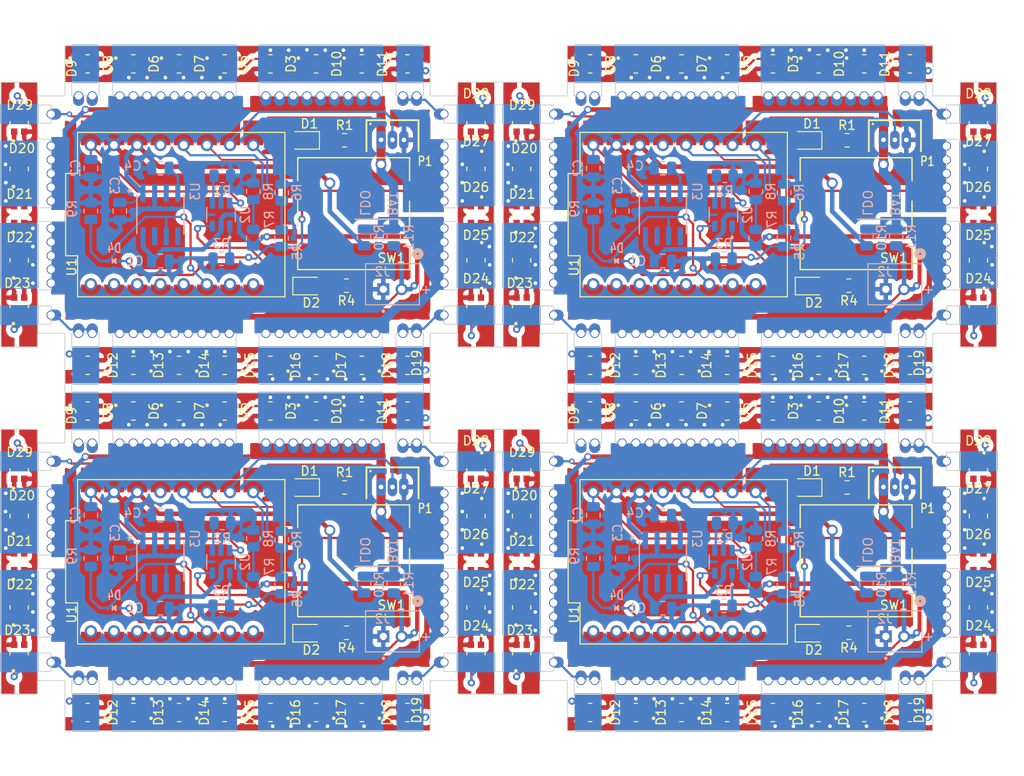
<source format=kicad_pcb>
(kicad_pcb (version 20241229) (generator "pcbnew") (generator_version "9.0")
  (layers (0 "F.Cu" signal) (2 "B.Cu" signal) (13 "F.Paste" user) (15 "B.Paste" user) (5 "F.SilkS" user "F.Silkscreen") (7 "B.SilkS" user "B.Silkscreen") (1 "F.Mask" user) (3 "B.Mask" user) (25 "Edge.Cuts" user))
  (net 0 "")
  (net 1 "GND")
  (net 2 "VBAT")
  (net 3 "+5V")
  (net 4 "+3.3V")
  (net 5 "BP")
  (net 6 "GP_LED")
  (net 7 "Net-(D1-K)")
  (net 8 "Net-(D2-K)")
  (net 9 "Net-(D2-A)")
  (net 10 "Net-(D4-Pad2)")
  (net 11 "enablePort")
  (net 12 "NEOPIXEL_PIN")
  (net 13 "Net-(U2-ISET)")
  (net 14 "Net-(U2-TS)")
  (net 15 "buttonPin")
  (net 16 "socPin")
  (net 28 "Led_Vdd")
  (net 29 "Net-(D3-DO)")
  (net 30 "Net-(D10-DO)")
  (net 31 "Net-(D5-DO)")
  (net 32 "Net-(D6-DO)")
  (net 33 "Net-(D6-DI)")
  (net 34 "Net-(D8-DO)")
  (net 36 "Net-(D10-DI)")
  (net 37 "Net-(D11-DI)")
  (net 38 "Net-(D12-DI)")
  (net 39 "Net-(D12-DO)")
  (net 40 "Net-(D13-DO)")
  (net 41 "Net-(D14-DO)")
  (net 42 "Net-(D15-DO)")
  (net 43 "Net-(D16-DO)")
  (net 44 "Net-(D17-DO)")
  (net 45 "Net-(D18-DO)")
  (net 46 "Net-(D19-DO)")
  (net 47 "Net-(D20-DO)")
  (net 48 "Net-(D20-DI)")
  (net 49 "Net-(D21-DO)")
  (net 50 "Net-(D22-DO)")
  (net 51 "Net-(D24-DO)")
  (net 52 "Net-(D25-DO)")
  (net 53 "Net-(D26-DO)")
  (net 54 "Net-(D27-DO)")
  (footprint "WS2812B2020:LED_WS2812B2020" (layer "F.Cu") (at 150.5 68.5 -90)
    (property "Reference" "D25")
    (property "Value" "WS2812B2020")
  )
  (footprint "Resistor_SMD:R_0805_2012Metric" (layer "F.Cu") (at 136.320606 109.272893 180)
    (property "Reference" "R4")
    (property "Value" "330")
  )
  (footprint "WS2812B2020:LED_WS2812B2020" (layer "F.Cu") (at 113 47)
    (property "Reference" "D8")
    (property "Value" "WS2812B2020")
  )
  (footprint "WS2812B2020:LED_WS2812B2020" (layer "F.Cu") (at 53 47)
    (property "Reference" "D9")
    (property "Value" "WS2812B2020")
  )
  (footprint "WS2812B2020:LED_WS2812B2020" (layer "F.Cu") (at 73 85)
    (property "Reference" "D5")
    (property "Value" "WS2812B2020")
  )
  (footprint "WS2812B2020:LED_WS2812B2020" (layer "F.Cu") (at 78 85)
    (property "Reference" "D3")
    (property "Value" "WS2812B2020")
  )
  (footprint "WS2812B2020:LED_WS2812B2020" (layer "F.Cu") (at 100.5 106.5 90)
    (property "Reference" "D22")
    (property "Value" "WS2812B2020")
  )
  (footprint "ESP32-C3_SUPERMINI_TH:MODULE_ESP32-C3_SUPERMINI_TH" (layer "F.Cu") (at 118.24 101.5 90)
    (property "Reference" "U1")
    (property "Value" "ESP32-C3_SUPERMINI_TH")
  )
  (footprint "WS2812B2020:LED_WS2812B2020" (layer "F.Cu") (at 45.5 96.5 90)
    (property "Reference" "D20")
    (property "Value" "WS2812B2020")
  )
  (footprint "WS2812B2020:LED_WS2812B2020" (layer "F.Cu") (at 83 47)
    (property "Reference" "D10")
    (property "Value" "WS2812B2020")
  )
  (footprint "WS2812B2020:LED_WS2812B2020" (layer "F.Cu") (at 73 118 180)
    (property "Reference" "D16")
    (property "Value" "WS2812B2020")
  )
  (footprint "WS2812B2020:LED_WS2812B2020" (layer "F.Cu") (at 113 118 180)
    (property "Reference" "D13")
    (property "Value" "WS2812B2020")
  )
  (footprint "WS2812B2020:LED_WS2812B2020" (layer "F.Cu") (at 68 47)
    (property "Reference" "D7")
    (property "Value" "WS2812B2020")
  )
  (footprint "TL3300CF160Q:SW_TL3300CF160Q_EWI" (layer "F.Cu") (at 82.110066 63.396241 180)
    (property "Reference" "SW1")
    (property "Value" "TL3300CF160Q")
  )
  (footprint "LED_SMD:LED_0805_2012Metric" (layer "F.Cu") (at 131.6826 93.372 180)
    (property "Reference" "D1")
    (property "Value" "LED")
  )
  (footprint "WS2812B2020:LED_WS2812B2020" (layer "F.Cu") (at 143 47)
    (property "Reference" "D11")
    (property "Value" "WS2812B2020")
  )
  (footprint "WS2812B2020:LED_WS2812B2020" (layer "F.Cu") (at 45.5 101.5 90)
    (property "Reference" "D21")
    (property "Value" "WS2812B2020")
  )
  (footprint "WS2812B2020:LED_WS2812B2020" (layer "F.Cu") (at 95.5 68.5 -90)
    (property "Reference" "D25")
    (property "Value" "WS2812B2020")
  )
  (footprint "WS2812B2020:LED_WS2812B2020" (layer "F.Cu") (at 45.5 106.5 90)
    (property "Reference" "D22")
    (property "Value" "WS2812B2020")
  )
  (footprint "WS2812B2020:LED_WS2812B2020" (layer "F.Cu") (at 118 47)
    (property "Reference" "D6")
    (property "Value" "WS2812B2020")
  )
  (footprint "Resistor_SMD:R_0805_2012Metric" (layer "F.Cu") (at 136.320606 71.272893 180)
    (property "Reference" "R4")
    (property "Value" "330")
  )
  (footprint "Resistor_SMD:R_0805_2012Metric" (layer "F.Cu") (at 81.115983 55.362545)
    (property "Reference" "R1")
    (property "Value" "330")
  )
  (footprint "LED_SMD:LED_0805_2012Metric" (layer "F.Cu") (at 77.1375 71.320611)
    (property "Reference" "D2")
    (property "Value" "LED")
  )
  (footprint "WS2812B2020:LED_WS2812B2020" (layer "F.Cu") (at 63 118 180)
    (property "Reference" "D14")
    (property "Value" "WS2812B2020")
  )
  (footprint "WS2812B2020:LED_WS2812B2020" (layer "F.Cu") (at 123 80 180)
    (property "Reference" "D15")
    (property "Value" "WS2812B2020")
  )
  (footprint "WS2812B2020:LED_WS2812B2020" (layer "F.Cu") (at 95.5 106.5 -90)
    (property "Reference" "D25")
    (property "Value" "WS2812B2020")
  )
  (footprint "WS2812B2020:LED_WS2812B2020" (layer "F.Cu") (at 45.5 53.5 90)
    (property "Reference" "D29")
    (property "Value" "WS2812B2020")
  )
  (footprint "53047-0310:53047-0310" (layer "F.Cu") (at 86.36 55.314 180)
    (property "Reference" "P1")
    (property "Value" "53047-0310")
  )
  (footprint "LED_SMD:LED_0805_2012Metric" (layer "F.Cu") (at 132.1375 109.320611)
    (property "Reference" "D2")
    (property "Value" "LED")
  )
  (footprint "WS2812B2020:LED_WS2812B2020" (layer "F.Cu") (at 83 118 180)
    (property "Reference" "D18")
    (property "Value" "WS2812B2020")
  )
  (footprint "ESP32-C3_SUPERMINI_TH:MODULE_ESP32-C3_SUPERMINI_TH" (layer "F.Cu") (at 118.24 63.5 90)
    (property "Reference" "U1")
    (property "Value" "ESP32-C3_SUPERMINI_TH")
  )
  (footprint "WS2812B2020:LED_WS2812B2020" (layer "F.Cu") (at 108 118 180)
    (property "Reference" "D12")
    (property "Value" "WS2812B2020")
  )
  (footprint "WS2812B2020:LED_WS2812B2020" (layer "F.Cu") (at 88 47)
    (property "Reference" "D11")
    (property "Value" "WS2812B2020")
  )
  (footprint "WS2812B2020:LED_WS2812B2020" (layer "F.Cu") (at 128 118 180)
    (property "Reference" "D16")
    (property "Value" "WS2812B2020")
  )
  (footprint "TL3300CF160Q:SW_TL3300CF160Q_EWI" (layer "F.Cu") (at 137.110066 101.396241 180)
    (property "Reference" "SW1")
    (property "Value" "TL3300CF160Q")
  )
  (footprint "WS2812B2020:LED_WS2812B2020" (layer "F.Cu") (at 45.5 58.5 90)
    (property "Reference" "D20")
    (property "Value" "WS2812B2020")
  )
  (footprint "WS2812B2020:LED_WS2812B2020" (layer "F.Cu") (at 108 85)
    (property "Reference" "D9")
    (property "Value" "WS2812B2020")
  )
  (footprint "53047-0310:53047-0310" (layer "F.Cu") (at 141.36 93.314 180)
    (property "Reference" "P1")
    (property "Value" "53047-0310")
  )
  (footprint "WS2812B2020:LED_WS2812B2020" (layer "F.Cu") (at 150.5 106.5 -90)
    (property "Reference" "D25")
    (property "Value" "WS2812B2020")
  )
  (footprint "WS2812B2020:LED_WS2812B2020" (layer "F.Cu") (at 83 80 180)
    (property "Reference" "D18")
    (property "Value" "WS2812B2020")
  )
  (footprint "Resistor_SMD:R_0805_2012Metric" (layer "F.Cu") (at 136.115983 93.362545)
    (property "Reference" "R1")
    (property "Value" "330")
  )
  (footprint "WS2812B2020:LED_WS2812B2020" (layer "F.Cu") (at 73 47)
    (property "Reference" "D5")
    (property "Value" "WS2812B2020")
  )
  (footprint "WS2812B2020:LED_WS2812B2020" (layer "F.Cu") (at 108 47)
    (property "Reference" "D9")
    (property "Value" "WS2812B2020")
  )
  (footprint "53047-0310:53047-0310" (layer "F.Cu") (at 86.36 93.314 180)
    (property "Reference" "P1")
    (property "Value" "53047-0310")
  )
  (footprint "WS2812B2020:LED_WS2812B2020" (layer "F.Cu") (at 53 118 180)
    (property "Reference" "D12")
    (property "Value" "WS2812B2020")
  )
  (footprint "WS2812B2020:LED_WS2812B2020" (layer "F.Cu") (at 68 85)
    (property "Reference" "D7")
    (property "Value" "WS2812B2020")
  )
  (footprint "WS2812B2020:LED_WS2812B2020" (layer "F.Cu") (at 45.5 91.5 90)
    (property "Reference" "D29")
    (property "Value" "WS2812B2020")
  )
  (footprint "WS2812B2020:LED_WS2812B2020" (layer "F.Cu") (at 68 118 180)
    (property "Reference" "D15")
    (property "Value" "WS2812B2020")
  )
  (footprint "WS2812B2020:LED_WS2812B2020" (layer "F.Cu") (at 143 118 180)
    (property "Reference" "D19")
    (property "Value" "WS2812B2020")
  )
  (footprint "WS2812B2020:LED_WS2812B2020" (layer "F.Cu") (at 63 85)
    (property "Reference" "D6")
    (property "Value" "WS2812B2020")
  )
  (footprint "WS2812B2020:LED_WS2812B2020" (layer "F.Cu") (at 133 80 180)
    (property "Reference" "D17")
    (property "Value" "WS2812B2020")
  )
  (footprint "WS2812B2020:LED_WS2812B2020" (layer "F.Cu") (at 95.5 58.5 -90)
    (property "Reference" "D27")
    (property "Value" "WS2812B2020")
  )
  (footprint "Resistor_SMD:R_0805_2012Metric" (layer "F.Cu") (at 136.115983 55.362545)
    (property "Reference" "R1")
    (property "Value" "330")
  )
  (footprint "WS2812B2020:LED_WS2812B2020" (layer "F.Cu") (at 108 80 180)
    (property "Reference" "D12")
    (property "Value" "WS2812B2020")
  )
  (footprint "WS2812B2020:LED_WS2812B2020" (layer "F.Cu") (at 58 118 180)
    (property "Reference" "D13")
    (property "Value" "WS2812B2020")
  )
  (footprint "WS2812B2020:LED_WS2812B2020" (layer "F.Cu") (at 150.5 73.5 -90)
    (property "Reference" "D24")
    (property "Value" "WS2812B2020")
  )
  (footprint "WS2812B2020:LED_WS2812B2020" (layer "F.Cu") (at 123 47)
    (property "Reference" "D7")
    (property "Value" "WS2812B2020")
  )
  (footprint "WS2812B2020:LED_WS2812B2020" (layer "F.Cu") (at 95.5 91.5 -90)
    (property "Reference" "D28")
    (property "Value" "WS2812B2020")
  )
  (footprint "WS2812B2020:LED_WS2812B2020" (layer "F.Cu") (at 95.5 111.5 -90)
    (property "Reference" "D24")
    (property "Value" "WS2812B2020")
  )
  (footprint "WS2812B2020:LED_WS2812B2020" (layer "F.Cu") (at 100.5 58.5 90)
    (property "Reference" "D20")
    (property "Value" "WS2812B2020")
  )
  (footprint "WS2812B2020:LED_WS2812B2020" (layer "F.Cu") (at 128 47)
    (property "Reference" "D5")
    (property "Value" "WS2812B2020")
  )
  (footprint "WS2812B2020:LED_WS2812B2020" (layer "F.Cu") (at 63 80 180)
    (property "Reference" "D14")
    (property "Value" "WS2812B2020")
  )
  (footprint "LED_SMD:LED_0805_2012Metric" (layer "F.Cu") (at 131.6826 55.372 180)
    (property "Reference" "D1")
    (property "Value" "LED")
  )
  (footprint "WS2812B2020:LED_WS2812B2020" (layer "F.Cu") (at 150.5 111.5 -90)
    (property "Reference" "D24")
    (property "Value" "WS2812B2020")
  )
  (footprint "WS2812B2020:LED_WS2812B2020" (layer "F.Cu") (at 88 118 180)
    (property "Reference" "D19")
    (property "Value" "WS2812B2020")
  )
  (footprint "ESP32-C3_SUPERMINI_TH:MODULE_ESP32-C3_SUPERMINI_TH" (layer "F.Cu") (at 63.24 63.5 90)
    (property "Reference" "U1")
    (property "Value" "ESP32-C3_SUPERMINI_TH")
  )
  (footprint "WS2812B2020:LED_WS2812B2020" (layer "F.Cu") (at 138 85)
    (property "Reference" "D10")
    (property "Value" "WS2812B2020")
  )
  (footprint "WS2812B2020:LED_WS2812B2020" (layer "F.Cu") (at 100.5 53.5 90)
    (property "Reference" "D29")
    (property "Value" "WS2812B2020")
  )
  (footprint "WS2812B2020:LED_WS2812B2020" (layer "F.Cu") (at 100.5 63.5 90)
    (property "Reference" "D21")
    (property "Value" "WS2812B2020")
  )
  (footprint "WS2812B2020:LED_WS2812B2020" (layer "F.Cu") (at 133 47)
    (property "Reference" "D3")
    (property "Value" "WS2812B2020")
  )
  (footprint "WS2812B2020:LED_WS2812B2020" (layer "F.Cu") (at 83 85)
    (property "Reference" "D10")
    (property "Value" "WS2812B2020")
  )
  (footprint "WS2812B2020:LED_WS2812B2020" (layer "F.Cu") (at 133 118 180)
    (property "Reference" "D17")
    (property "Value" "WS2812B2020")
  )
  (footprint "WS2812B2020:LED_WS2812B2020" (layer "F.Cu") (at 138 47)
    (property "Reference" "D10")
    (property "Value" "WS2812B2020")
  )
  (footprint "Resistor_SMD:R_0805_2012Metric" (layer "F.Cu") (at 81.320606 71.272893 180)
    (property "Reference" "R4")
    (property "Value" "330")
  )
  (footprint "ESP32-C3_SUPERMINI_TH:MODULE_ESP32-C3_SUPERMINI_TH" (layer "F.Cu") (at 63.24 101.5 90)
    (property "Reference" "U1")
    (property "Value" "ESP32-C3_SUPERMINI_TH")
  )
  (footprint "WS2812B2020:LED_WS2812B2020" (layer "F.Cu") (at 100.5 68.5 90)
    (property "Reference" "D22")
    (property "Value" "WS2812B2020")
  )
  (footprint "WS2812B2020:LED_WS2812B2020" (layer "F.Cu") (at 118 118 180)
    (property "Reference" "D14")
    (property "Value" "WS2812B2020")
  )
  (footprint "WS2812B2020:LED_WS2812B2020" (layer "F.Cu") (at 53 80 180)
    (property "Reference" "D12")
    (property "Value" "WS2812B2020")
  )
  (footprint "WS2812B2020:LED_WS2812B2020" (layer "F.Cu") (at 68 80 180)
    (property "Reference" "D15")
    (property "Value" "WS2812B2020")
  )
  (footprint "WS2812B2020:LED_WS2812B2020" (layer "F.Cu") (at 118 85)
    (property "Reference" "D6")
    (property "Value" "WS2812B2020")
  )
  (footprint "WS2812B2020:LED_WS2812B2020" (layer "F.Cu") (at 73 80 180)
    (property "Reference" "D16")
    (property "Value" "WS2812B2020")
  )
  (footprint "WS2812B2020:LED_WS2812B2020" (layer "F.Cu") (at 88 80 180)
    (property "Reference" "D19")
    (property "Value" "WS2812B2020")
  )
  (footprint "WS2812B2020:LED_WS2812B2020" (layer "F.Cu") (at 58 85)
    (property "Reference" "D8")
    (property "Value" "WS2812B2020")
  )
  (footprint "WS2812B2020:LED_WS2812B2020" (layer "F.Cu") (at 100.5 73.5 90)
    (property "Reference" "D23")
    (property "Value" "WS2812B2020")
  )
  (footprint "WS2812B2020:LED_WS2812B2020" (layer "F.Cu") (at 100.5 91.5 90)
    (property "Reference" "D29")
    (property "Value" "WS2812B2020")
  )
  (footprint "LED_SMD:LED_0805_2012Metric" (layer "F.Cu") (at 77.1375 109.320611)
    (property "Reference" "D2")
    (property "Value" "LED")
  )
  (footprint "WS2812B2020:LED_WS2812B2020" (layer "F.Cu") (at 95.5 96.5 -90)
    (property "Reference" "D27")
    (property "Value" "WS2812B2020")
  )
  (footprint "WS2812B2020:LED_WS2812B2020" (layer "F.Cu") (at 78 47)
    (property "Reference" "D3")
    (property "Value" "WS2812B2020")
  )
  (footprint "LED_SMD:LED_0805_2012Metric" (layer "F.Cu") (at 132.1375 71.320611)
    (property "Reference" "D2")
    (property "Value" "LED")
  )
  (footprint "WS2812B2020:LED_WS2812B2020" (layer "F.Cu") (at 138 80 180)
    (property "Reference" "D18")
    (property "Value" "WS2812B2020")
  )
  (footprint "WS2812B2020:LED_WS2812B2020" (layer "F.Cu") (at 150.5 96.5 -90)
    (property "Reference" "D27")
    (property "Value" "WS2812B2020")
  )
  (footprint "WS2812B2020:LED_WS2812B2020" (layer "F.Cu") (at 78 118 180)
    (property "Reference" "D17")
    (property "Value" "WS2812B2020")
  )
  (footprint "WS2812B2020:LED_WS2812B2020" (layer "F.Cu") (at 63 47)
    (property "Reference" "D6")
    (property "Value" "WS2812B2020")
  )
  (footprint "WS2812B2020:LED_WS2812B2020" (layer "F.Cu") (at 95.5 53.5 -90)
    (property "Reference" "D28")
    (property "Value" "WS2812B2020")
  )
  (footprint "WS2812B2020:LED_WS2812B2020" (layer "F.Cu") (at 100.5 96.5 90)
    (property "Reference" "D20")
    (property "Value" "WS2812B2020")
  )
  (footprint "WS2812B2020:LED_WS2812B2020" (layer "F.Cu") (at 45.5 68.5 90)
    (property "Reference" "D22")
    (property "Value" "WS2812B2020")
  )
  (footprint "LED_SMD:LED_0805_2012Metric" (layer "F.Cu") (at 76.6826 93.372 180)
    (property "Reference" "D1")
    (property "Value" "LED")
  )
  (footprint "WS2812B2020:LED_WS2812B2020" (layer "F.Cu") (at 133 85)
    (property "Reference" "D3")
    (property "Value" "WS2812B2020")
  )
  (footprint "WS2812B2020:LED_WS2812B2020" (layer "F.Cu") (at 150.5 91.5 -90)
    (property "Reference" "D28")
    (property "Value" "WS2812B2020")
  )
  (footprint "WS2812B2020:LED_WS2812B2020" (layer "F.Cu") (at 150.5 63.5 -90)
    (property "Reference" "D26")
    (property "Value" "WS2812B2020")
  )
  (footprint "WS2812B2020:LED_WS2812B2020" (layer "F.Cu") (at 143 85)
    (property "Reference" "D11")
    (property "Value" "WS2812B2020")
  )
  (footprint "TL3300CF160Q:SW_TL3300CF160Q_EWI" (layer "F.Cu") (at 137.110066 63.396241 180)
    (property "Reference" "SW1")
    (property "Value" "TL3300CF160Q")
  )
  (footprint "WS2812B2020:LED_WS2812B2020" (layer "F.Cu") (at 45.5 111.5 90)
    (property "Reference" "D23")
    (property "Value" "WS2812B2020")
  )
  (footprint "WS2812B2020:LED_WS2812B2020" (layer "F.Cu") (at 58 47)
    (property "Reference" "D8")
    (property "Value" "WS2812B2020")
  )
  (footprint "TL3300CF160Q:SW_TL3300CF160Q_EWI" (layer "F.Cu") (at 82.110066 101.396241 180)
    (property "Reference" "SW1")
    (property "Value" "TL3300CF160Q")
  )
  (footprint "WS2812B2020:LED_WS2812B2020" (layer "F.Cu") (at 138 118 180)
    (property "Reference" "D18")
    (property "Value" "WS2812B2020")
  )
  (footprint "WS2812B2020:LED_WS2812B2020" (layer "F.Cu") (at 100.5 101.5 90)
    (property "Reference" "D21")
    (property "Value" "WS2812B2020")
  )
  (footprint "WS2812B2020:LED_WS2812B2020" (layer "F.Cu") (at 95.5 63.5 -90)
    (property "Reference" "D26")
    (property "Value" "WS2812B2020")
  )
  (footprint "WS2812B2020:LED_WS2812B2020" (layer "F.Cu") (at 45.5 63.5 90)
    (property "Reference" "D21")
    (property "Value" "WS2812B2020")
  )
  (footprint "WS2812B2020:LED_WS2812B2020" (layer "F.Cu") (at 78 80 180)
    (property "Reference" "D17")
    (property "Value" "WS2812B2020")
  )
  (footprint "WS2812B2020:LED_WS2812B2020" (layer "F.Cu") (at 128 85)
    (property "Reference" "D5")
    (property "Value" "WS2812B2020")
  )
  (footprint "WS2812B2020:LED_WS2812B2020" (layer "F.Cu") (at 123 85)
    (property "Reference" "D7")
    (property "Value" "WS2812B2020")
  )
  (footprint "WS2812B2020:LED_WS2812B2020" (layer "F.Cu") (at 143 80 180)
    (property "Reference" "D19")
    (property "Value" "WS2812B2020")
  )
  (footprint "Resistor_SMD:R_0805_2012Metric" (layer "F.Cu") (at 81.320606 109.272893 180)
    (property "Reference" "R4")
    (property "Value" "330")
  )
  (footprint "WS2812B2020:LED_WS2812B2020" (layer "F.Cu") (at 58 80 180)
    (property "Reference" "D13")
    (property "Value" "WS2812B2020")
  )
  (footprint "WS2812B2020:LED_WS2812B2020" (layer "F.Cu") (at 150.5 101.5 -90)
    (property "Reference" "D26")
    (property "Value" "WS2812B2020")
  )
  (footprint "WS2812B2020:LED_WS2812B2020" (layer "F.Cu") (at 118 80 180)
    (property "Reference" "D14")
    (property "Value" "WS2812B2020")
  )
  (footprint "WS2812B2020:LED_WS2812B2020" (layer "F.Cu") (at 88 85)
    (property "Reference" "D11")
    (property "Value" "WS2812B2020")
  )
  (footprint "WS2812B2020:LED_WS2812B2020" (layer "F.Cu") (at 100.5 111.5 90)
    (property "Reference" "D23")
    (property "Value" "WS2812B2020")
  )
  (footprint "WS2812B2020:LED_WS2812B2020" (layer "F.Cu") (at 128 80 180)
    (property "Reference" "D16")
    (property "Value" "WS2812B2020")
  )
  (footprint "WS2812B2020:LED_WS2812B2020" (layer "F.Cu") (at 53 85)
    (property "Reference" "D9")
    (property "Value" "WS2812B2020")
  )
  (footprint "WS2812B2020:LED_WS2812B2020" (layer "F.Cu") (at 123 118 180)
    (property "Reference" "D15")
    (property "Value" "WS2812B2020")
  )
  (footprint "WS2812B2020:LED_WS2812B2020" (layer "F.Cu") (at 95.5 101.5 -90)
    (property "Reference" "D26")
    (property "Value" "WS2812B2020")
  )
  (footprint "WS2812B2020:LED_WS2812B2020" (layer "F.Cu") (at 113 85)
    (property "Reference" "D8")
    (property "Value" "WS2812B2020")
  )
  (footprint "Resistor_SMD:R_0805_2012Metric" (layer "F.Cu") (at 81.115983 93.362545)
    (property "Reference" "R1")
    (property "Value" "330")
  )
  (footprint "WS2812B2020:LED_WS2812B2020" (layer "F.Cu") (at 150.5 58.5 -90)
    (property "Reference" "D27")
    (property "Value" "WS2812B2020")
  )
  (footprint "WS2812B2020:LED_WS2812B2020" (layer "F.Cu") (at 45.5 73.5 90)
    (property "Reference" "D23")
    (property "Value" "WS2812B2020")
  )
  (footprint "LED_SMD:LED_0805_2012Metric" (layer "F.Cu") (at 76.6826 55.372 180)
    (property "Reference" "D1")
    (property "Value" "LED")
  )
  (footprint "WS2812B2020:LED_WS2812B2020" (layer "F.Cu") (at 95.5 73.5 -90)
    (property "Reference" "D24")
    (property "Value" "WS2812B2020")
  )
  (footprint "WS2812B2020:LED_WS2812B2020" (layer "F.Cu") (at 113 80 180)
    (property "Reference" "D13")
    (property "Value" "WS2812B2020")
  )
  (footprint "53047-0310:53047-0310" (layer "F.Cu") (at 141.36 55.314 180)
    (property "Reference" "P1")
    (property "Value" "53047-0310")
  )
  (footprint "WS2812B2020:LED_WS2812B2020" (layer "F.Cu") (at 150.5 53.5 -90)
    (property "Reference" "D28")
    (property "Value" "WS2812B2020")
  )
  (footprint "Resistor_SMD:R_0805_2012Metric" (layer "B.Cu") (at 129.237496 61.072766 90)
    (property "Reference" "R6")
    (property "Value" "1k")
  )
  (footprint "Resistor_SMD:R_0805_2012Metric" (layer "B.Cu") (at 86.5 66 90)
    (property "Reference" "R11")
    (property "Value" "0")
  )
  (footprint "ESD7351XV2T1G:SOD-523-2_ONSEMI" (layer "B.Cu") (at 55.88 68.58)
    (property "Reference" "D4")
    (property "Value" "ESD7351XV2T1G" (hide yes))
  )
  (footprint "Resistor_SMD:R_0805_2012Metric" (layer "B.Cu") (at 141.5 66 90)
    (property "Reference" "R11")
    (property "Value" "0")
  )
  (footprint "Capacitor_SMD:C_0805_2012Metric" (layer "B.Cu") (at 56.515 63.119 -90)
    (property "Reference" "C3")
    (property "Value" "1u")
  )
  (footprint "Resistor_SMD:R_0805_2012Metric" (layer "B.Cu") (at 129.237496 99.072766 90)
    (property "Reference" "R6")
    (property "Value" "1k")
  )
  (footprint "Capacitor_SMD:C_0805_2012Metric" (layer "B.Cu") (at 108.350157 96.42 -90)
    (property "Reference" "C2")
    (property "Value" "1u")
  )
  (footprint "Capacitor_SMD:C_0805_2012Metric" (layer "B.Cu") (at 108.350157 58.42 -90)
    (property "Reference" "C2")
    (property "Value" "1u")
  )
  (footprint "Capacitor_SMD:C_0805_2012Metric" (layer "B.Cu") (at 115.96 58.42 180)
    (property "Reference" "C4")
    (property "Value" "470p")
  )
  (footprint "Capacitor_SMD:C_0805_2012Metric" (layer "B.Cu") (at 111.515 63.119 -90)
    (property "Reference" "C3")
    (property "Value" "1u")
  )
  (footprint "Capacitor_SMD:C_0805_2012Metric" (layer "B.Cu") (at 60.96 68.58)
    (property "Reference" "C1")
    (property "Value" "1u")
  )
  (footprint "Resistor_SMD:R_0805_2012Metric" (layer "B.Cu") (at 138.25 104 90)
    (property "Reference" "R10")
    (property "Value" "0")
  )
  (footprint "B2B-PH-K-S_LF__SN_:JST_B2B-PH-K-S_LF__SN_" (layer "B.Cu") (at 86.36 109.12 180)
    (property "Reference" "J2")
    (property "Value" "B2B-PH-K-S_LF__SN_")
  )
  (footprint "Resistor_SMD:R_0805_2012Metric" (layer "B.Cu") (at 126.136679 98.96 90)
    (property "Reference" "R8")
    (property "Value" "1M")
  )
  (footprint "Resistor_SMD:R_0805_2012Metric" (layer "B.Cu") (at 74.218688 104.073626 90)
    (property "Reference" "R5")
    (property "Value" "1k")
  )
  (footprint "Resistor_SMD:R_0805_2012Metric" (layer "B.Cu") (at 122.735629 59.25)
    (property "Reference" "R2")
    (property "Value" "1k")
  )
  (footprint "BQ21040DBVR:SOT95P280X145-6N" (layer "B.Cu") (at 122.592687 63.503686 90)
    (property "Reference" "U2")
    (property "Value" "BQ21040DBVR")
  )
  (footprint "Resistor_SMD:R_0805_2012Metric" (layer "B.Cu") (at 86.5 104 90)
    (property "Reference" "R11")
    (property "Value" "0")
  )
  (footprint "B2B-PH-K-S_LF__SN_:JST_B2B-PH-K-S_LF__SN_" (layer "B.Cu") (at 141.36 109.12 180)
    (property "Reference" "J2")
    (property "Value" "B2B-PH-K-S_LF__SN_")
  )
  (footprint "Resistor_SMD:R_0805_2012Metric" (layer "B.Cu") (at 67.735629 97.25)
    (property "Reference" "R2")
    (property "Value" "1k")
  )
  (footprint "Resistor_SMD:R_0805_2012Metric" (layer "B.Cu") (at 138.25 66 90)
    (property "Reference" "R10")
    (property "Value" "0")
  )
  (footprint "BQ21040DBVR:SOT95P280X145-6N" (layer "B.Cu") (at 122.592687 101.503686 90)
    (property "Reference" "U2")
    (property "Value" "BQ21040DBVR")
  )
  (footprint "Resistor_SMD:R_0805_2012Metric" (layer "B.Cu") (at 67.735629 59.25)
    (property "Reference" "R2")
    (property "Value" "1k")
  )
  (footprint "Resistor_SMD:R_0805_2012Metric" (layer "B.Cu") (at 71.136679 60.96 90)
    (property "Reference" "R8")
    (property "Value" "1M")
  )
  (footprint "ESD7351XV2T1G:SOD-523-2_ONSEMI" (layer "B.Cu") (at 55.88 106.58)
    (property "Reference" "D4")
    (property "Value" "ESD7351XV2T1G" (hide yes))
  )
  (footprint "B2B-PH-K-S_LF__SN_:JST_B2B-PH-K-S_LF__SN_" (layer "B.Cu") (at 86.36 71.12 180)
    (property "Reference" "J2")
    (property "Value" "B2B-PH-K-S_LF__SN_")
  )
  (footprint "Capacitor_SMD:C_0805_2012Metric" (layer "B.Cu") (at 60.96 96.42 180)
    (property "Reference" "C4")
    (property "Value" "470p")
  )
  (footprint "Resistor_SMD:R_0805_2012Metric" (layer "B.Cu") (at 53.34 101.119 90)
    (property "Reference" "R9")
    (property "Value" "10k")
  )
  (footprint "Capacitor_SMD:C_0805_2012Metric" (layer "B.Cu") (at 111.515 101.119 -90)
    (property "Reference" "C3")
    (property "Value" "1u")
  )
  (footprint "Resistor_SMD:R_0805_2012Metric" (layer "B.Cu") (at 129.218688 104.073626 90)
    (property "Reference" "R5")
    (property "Value" "1k")
  )
  (footprint "Resistor_SMD:R_0805_2012Metric" (layer "B.Cu") (at 126.136679 60.96 90)
    (property "Reference" "R8")
    (property "Value" "1M")
  )
  (footprint "Capacitor_SMD:C_0805_2012Metric" (layer "B.Cu") (at 115.96 96.42 180)
    (property "Reference" "C4")
    (property "Value" "470p")
  )
  (footprint "BQ21040DBVR:SOT95P280X145-6N" (layer "B.Cu") (at 67.592687 101.503686 90)
    (property "Reference" "U2")
    (property "Value" "BQ21040DBVR")
  )
  (footprint "Resistor_SMD:R_0805_2012Metric" (layer "B.Cu") (at 122.629787 68.326 180)
    (property "Reference" "R3")
    (property "Value" "10k")
  )
  (footprint "Resistor_SMD:R_0805_2012Metric" (layer "B.Cu") (at 108.34 63.119 90)
    (property "Reference" "R9")
    (property "Value" "10k")
  )
  (footprint "Resistor_SMD:R_0805_2012Metric" (layer "B.Cu") (at 126.12 66.04 90)
    (property "Reference" "R7")
    (property "Value" "800k")
  )
  (footprint "Capacitor_SMD:C_0805_2012Metric" (layer "B.Cu") (at 60.96 58.42 180)
    (property "Reference" "C4")
    (property "Value" "470p")
  )
  (footprint "Resistor_SMD:R_0805_2012Metric" (layer "B.Cu") (at 67.629787 68.326 180)
    (property "Reference" "R3")
    (property "Value" "10k")
  )
  (footprint "Resistor_SMD:R_0805_2012Metric" (layer "B.Cu") (at 71.12 104.04 90)
    (property "Reference" "R7")
    (property "Value" "800k")
  )
  (footprint "Capacitor_SMD:C_0805_2012Metric" (layer "B.Cu") (at 60.96 106.58)
    (property "Reference" "C1")
    (property "Value" "1u")
  )
  (footprint "Capacitor_SMD:C_0805_2012Metric" (layer "B.Cu") (at 53.350157 58.42 -90)
    (property "Reference" "C2")
    (property "Value" "1u")
  )
  (footprint "B2B-PH-K-S_LF__SN_:JST_B2B-PH-K-S_LF__SN_" (layer "B.Cu") (at 141.36 71.12 180)
    (property "Reference" "J2")
    (property "Value" "B2B-PH-K-S_LF__SN_")
  )
  (footprint "BQ21040DBVR:SOT95P280X145-6N" (layer "B.Cu") (at 67.592687 63.503686 90)
    (property "Reference" "U2")
    (property "Value" "BQ21040DBVR")
  )
  (footprint "Resistor_SMD:R_0805_2012Metric" (layer "B.Cu") (at 67.629787 106.326 180)
    (property "Reference" "R3")
    (property "Value" "10k")
  )
  (footprint "Resistor_SMD:R_0805_2012Metric" (layer "B.Cu") (at 83.25 66 90)
    (property "Reference" "R10")
    (property "Value" "0")
  )
  (footprint "Resistor_SMD:R_0805_2012Metric" (layer "B.Cu") (at 71.136679 98.96 90)
    (property "Reference" "R8")
    (property "Value" "1M")
  )
  (footprint "Resistor_SMD:R_0805_2012Metric" (layer "B.Cu") (at 122.629787 106.326 180)
    (property "Reference" "R3")
    (property "Value" "10k")
  )
  (footprint "Resistor_SMD:R_0805_2012Metric" (layer "B.Cu") (at 74.218688 66.073626 90)
    (property "Reference" "R5")
    (property "Value" "1k")
  )
  (footprint "TC1263-3-3VOA:TC1263-3-3VOA_SOIC8-N_MC_MCH" (layer "B.Cu") (at 60.96 101.5 -90)
    (property "Reference" "U3")
    (property "Value" "TC1263-3.3VOA")
  )
  (footprint "Resistor_SMD:R_0805_2012Metric" (layer "B.Cu") (at 71.12 66.04 90)
    (property "Reference" "R7")
    (property "Value" "800k")
  )
  (footprint "Resistor_SMD:R_0805_2012Metric" (layer "B.Cu") (at 74.237496 99.072766 90)
    (property "Reference" "R6")
    (property "Value" "1k")
  )
  (footprint "TC1263-3-3VOA:TC1263-3-3VOA_SOIC8-N_MC_MCH" (layer "B.Cu") (at 115.96 63.5 -90)
    (property "Reference" "U3")
    (property "Value" "TC1263-3.3VOA")
  )
  (footprint "Capacitor_SMD:C_0805_2012Metric" (layer "B.Cu") (at 53.350157 96.42 -90)
    (property "Reference" "C2")
    (property "Value" "1u")
  )
  (footprint "TC1263-3-3VOA:TC1263-3-3VOA_SOIC8-N_MC_MCH" (layer "B.Cu") (at 115.96 101.5 -90)
    (property "Reference" "U3")
    (property "Value" "TC1263-3.3VOA")
  )
  (footprint "Resistor_SMD:R_0805_2012Metric" (layer "B.Cu") (at 83.25 104 90)
    (property "Reference" "R10")
    (property "Value" "0")
  )
  (footprint "Resistor_SMD:R_0805_2012Metric" (layer "B.Cu") (at 108.34 101.119 90)
    (property "Reference" "R9")
    (property "Value" "10k")
  )
  (footprint "Capacitor_SMD:C_0805_2012Metric" (layer "B.Cu") (at 115.96 68.58)
    (property "Reference" "C1")
    (property "Value" "1u")
  )
  (footprint "Resistor_SMD:R_0805_2012Metric" (layer "B.Cu") (at 74.237496 61.072766 90)
    (property "Reference" "R6")
    (property "Value" "1k")
  )
  (footprint "ESD7351XV2T1G:SOD-523-2_ONSEMI" (layer "B.Cu") (at 110.88 68.58)
    (property "Reference" "D4")
    (property "Value" "ESD7351XV2T1G" (hide yes))
  )
  (footprint "Resistor_SMD:R_0805_2012Metric" (layer "B.Cu") (at 126.12 104.04 90)
    (property "Reference" "R7")
    (property "Value" "800k")
  )
  (footprint "Resistor_SMD:R_0805_2012Metric" (layer "B.Cu") (at 122.735629 97.25)
    (property "Reference" "R2")
    (property "Value" "1k")
  )
  (footprint "Capacitor_SMD:C_0805_2012Metric" (layer "B.Cu") (at 56.515 101.119 -90)
    (property "Reference" "C3")
    (property "Value" "1u")
  )
  (footprint "ESD7351XV2T1G:SOD-523-2_ONSEMI" (layer "B.Cu") (at 110.88 106.58)
    (property "Reference" "D4")
    (property "Value" "ESD7351XV2T1G" (hide yes))
  )
  (footprint "TC1263-3-3VOA:TC1263-3-3VOA_SOIC8-N_MC_MCH" (layer "B.Cu") (at 60.96 63.5 -90)
    (property "Reference" "U3")
    (property "Value" "TC1263-3.3VOA")
  )
  (footprint "Resistor_SMD:R_0805_2012Metric" (layer "B.Cu") (at 141.5 104 90)
    (property "Reference" "R11")
    (property "Value" "0")
  )
  (footprint "Resistor_SMD:R_0805_2012Metric" (layer "B.Cu") (at 129.218688 66.073626 90)
    (property "Reference" "R5")
    (property "Value" "1k")
  )
  (footprint "Capacitor_SMD:C_0805_2012Metric" (layer "B.Cu") (at 115.96 106.58)
    (property "Reference" "C1")
    (property "Value" "1u")
  )
  (footprint "Resistor_SMD:R_0805_2012Metric" (layer "B.Cu") (at 53.34 63.119 90)
    (property "Reference" "R9")
    (property "Value" "10k")
  )
  (gr_circle (center 65.5 89) (end 65 89) (stroke (width 0.2)) (fill yes) (layers "F.Cu" "F.Mask") (net 1))
  (gr_circle (center 49.5 68) (end 49.5 68.5) (stroke (width 0.2)) (fill yes) (layers "F.Cu" "F.Mask") (net 1))
  (gr_rect (start 91.5 69) (end 92 70) (stroke (width 0.2)) (fill yes) (layers "F.Cu" "F.Mask") (net 28))
  (gr_circle (center 91.5 65) (end 91.5 64.5) (stroke (width 0.2)) (fill yes) (layers "F.Cu" "F.Mask") (net 28))
  (gr_rect (start 121.5 76) (end 122.5 76.5) (stroke (width 0.2)) (fill yes) (layers "F.Cu" "F.Mask") (net 1))
  (gr_rect (start 107.35 91.3) (end 109.35 93.8) (stroke (width 0.2)) (fill yes) (layers "F.Cu" "F.Mask") (net 3))
  (gr_circle (center 91.5 94) (end 91.5 93.5) (stroke (width 0.2)) (fill yes) (layers "F.Cu" "F.Mask") (net 1))
  (gr_rect (start 57.5 114) (end 58.5 114.5) (stroke (width 0.2)) (fill yes) (layers "F.Cu" "F.Mask") (net 1))
  (gr_rect (start 49 104) (end 49.5 105) (stroke (width 0.2)) (fill yes) (layers "F.Cu" "F.Mask") (net 1))
  (gr_rect (start 82.5 88.5) (end 83.5 89) (stroke (width 0.2)) (fill yes) (layers "F.Cu" "F.Mask") (net 28))
  (gr_circle (center 146.5 98.5) (end 146.5 98) (stroke (width 0.2)) (fill yes) (layers "F.Cu" "F.Mask") (net 1))
  (gr_circle (center 132 51) (end 131.5 51) (stroke (width 0.2)) (fill yes) (layers "F.Cu" "F.Mask") (net 28))
  (gr_rect (start 104 108.5) (end 104.5 109.5) (stroke (width 0.2)) (fill yes) (layers "F.Cu" "F.Mask") (net 1))
  (gr_rect (start 59.97 91.3) (end 61.97 93.8) (stroke (width 0.2)) (fill yes) (layers "F.Cu" "F.Mask") (net 23))
  (gr_circle (center 91.5 69.5) (end 91.5 69) (stroke (width 0.2)) (fill yes) (layers "F.Cu" "F.Mask") (net 28))
  (gr_circle (center 61 89) (end 60.5 89) (stroke (width 0.2)) (fill yes) (layers "F.Cu" "F.Mask") (net 1))
  (gr_circle (center 78.5 89) (end 78 89) (stroke (width 0.2)) (fill yes) (layers "F.Cu" "F.Mask") (net 28))
  (gr_rect (start 82.5 114) (end 83.5 114.5) (stroke (width 0.2)) (fill yes) (layers "F.Cu" "F.Mask") (net 28))
  (gr_rect (start 67.602736 71.264314) (end 69.602736 73.764314) (stroke (width 0.2)) (fill yes) (layers "F.Cu" "F.Mask") (net 19))
  (gr_rect (start 108 76) (end 109 76.5) (stroke (width 0.2)) (fill yes) (layers "F.Cu" "F.Mask") (net 38))
  (gr_rect (start 88.5 50.5) (end 89.5 51) (stroke (width 0.2)) (fill yes) (layers "F.Cu" "F.Mask") (net 37))
  (gr_circle (center 104.5 112.5) (end 104.5 113) (stroke (width 0.2)) (fill yes) (layers "F.Cu" "F.Mask") (net 38))
  (gr_circle (center 129 51) (end 128.5 51) (stroke (width 0.2)) (fill yes) (layers "F.Cu" "F.Mask") (net 28))
  (gr_rect (start 51.5 114) (end 52.5 114.5) (stroke (width 0.2)) (fill yes) (layers "F.Cu" "F.Mask") (net 38))
  (gr_rect (start 122.602736 71.264314) (end 124.602736 73.764314) (stroke (width 0.2)) (fill yes) (layers "F.Cu" "F.Mask") (net 19))
  (gr_rect (start 112.5 114) (end 113.5 114.5) (stroke (width 0.2)) (fill yes) (layers "F.Cu" "F.Mask") (net 1))
  (gr_rect (start 91.5 107) (end 92 108) (stroke (width 0.2)) (fill yes) (layers "F.Cu" "F.Mask") (net 28))
  (gr_circle (center 146.5 52.5) (end 146.5 52) (stroke (width 0.2)) (fill yes) (layers "F.Cu" "F.Mask") (net 37))
  (gr_circle (center 59.5 51) (end 59 51) (stroke (width 0.2)) (fill yes) (layers "F.Cu" "F.Mask") (net 1))
  (gr_rect (start 59.97 53.3) (end 61.97 55.8) (stroke (width 0.2)) (fill yes) (layers "F.Cu" "F.Mask") (net 23))
  (gr_circle (center 72.5 89) (end 72 89) (stroke (width 0.2)) (fill yes) (layers "F.Cu" "F.Mask") (net 28))
  (gr_rect (start 128.5 88.5) (end 129.5 89) (stroke (width 0.2)) (fill yes) (layers "F.Cu" "F.Mask") (net 28))
  (gr_rect (start 49 93.5) (end 49.5 94.5) (stroke (width 0.2)) (fill yes) (layers "F.Cu" "F.Mask") (net 28))
  (gr_circle (center 146.5 106) (end 146.5 105.5) (stroke (width 0.2)) (fill yes) (layers "F.Cu" "F.Mask") (net 28))
  (gr_rect (start 49 55.5) (end 49.5 56.5) (stroke (width 0.2)) (fill yes) (layers "F.Cu" "F.Mask") (net 28))
  (gr_rect (start 104 98) (end 104.5 99) (stroke (width 0.2)) (fill yes) (layers "F.Cu" "F.Mask") (net 28))
  (gr_circle (center 83 51) (end 82.5 51) (stroke (width 0.2)) (fill yes) (layers "F.Cu" "F.Mask") (net 28))
  (gr_circle (center 49.5 52.5) (end 49.5 53) (stroke (width 0.2)) (fill yes) (layers "F.Cu" "F.Mask") (net 12))
  (gr_circle (center 146.5 66.5) (end 146.5 66) (stroke (width 0.2)) (fill yes) (layers "F.Cu" "F.Mask") (net 28))
  (gr_rect (start 121.5 88.5) (end 122.5 89) (stroke (width 0.2)) (fill yes) (layers "F.Cu" "F.Mask") (net 1))
  (gr_circle (center 104.5 69.5) (end 104.5 70) (stroke (width 0.2)) (fill yes) (layers "F.Cu" "F.Mask") (net 1))
  (gr_rect (start 104 57) (end 104.5 58) (stroke (width 0.2)) (fill yes) (layers "F.Cu" "F.Mask") (net 28))
  (gr_rect (start 146.5 93.5) (end 147 94.5) (stroke (width 0.2)) (fill yes) (layers "F.Cu" "F.Mask") (net 1))
  (gr_rect (start 123 50.5) (end 124 51) (stroke (width 0.2)) (fill yes) (layers "F.Cu" "F.Mask") (net 1))
  (gr_rect (start 59 50.5) (end 60 51) (stroke (width 0.2)) (fill yes) (layers "F.Cu" "F.Mask") (net 1))
  (gr_circle (center 117.5 114) (end 118 114) (stroke (width 0.2)) (fill yes) (layers "F.Cu" "F.Mask") (net 1))
  (gr_rect (start 123 114) (end 124 114.5) (stroke (width 0.2)) (fill yes) (layers "F.Cu" "F.Mask") (net 1))
  (gr_rect (start 91.5 57) (end 92 58) (stroke (width 0.2)) (fill yes) (layers "F.Cu" "F.Mask") (net 1))
  (gr_circle (center 49.5 97) (end 49.5 97.5) (stroke (width 0.2)) (fill yes) (layers "F.Cu" "F.Mask") (net 28))
  (gr_circle (center 120.5 76) (end 121 76) (stroke (width 0.2)) (fill yes) (layers "F.Cu" "F.Mask") (net 1))
  (gr_circle (center 58 76) (end 58.5 76) (stroke (width 0.2)) (fill yes) (layers "F.Cu" "F.Mask") (net 1))
  (gr_rect (start 49 64.5) (end 49.5 65.5) (stroke (width 0.2)) (fill yes) (layers "F.Cu" "F.Mask") (net 1))
  (gr_rect (start 137.5 76) (end 138.5 76.5) (stroke (width 0.2)) (fill yes) (layers "F.Cu" "F.Mask") (net 28))
  (gr_rect (start 53 50.5) (end 54 51) (stroke (width 0.2)) (fill yes) (layers "F.Cu" "F.Mask"))
  (gr_rect (start 84 88.5) (end 85 89) (stroke (width 0.2)) (fill yes) (layers "F.Cu" "F.Mask") (net 28))
  (gr_rect (start 54.902736 109.264314) (end 56.902736 111.764314) (stroke (width 0.2)) (fill yes) (layers "F.Cu" "F.Mask") (net 17))
  (gr_circle (center 58 51) (end 57.5 51) (stroke (width 0.2)) (fill yes) (layers "F.Cu" "F.Mask") (net 1))
  (gr_rect (start 62 114) (end 63 114.5) (stroke (width 0.2)) (fill yes) (layers "F.Cu" "F.Mask") (net 1))
  (gr_circle (center 108.5 114) (end 109 114) (stroke (width 0.2)) (fill yes) (layers "F.Cu" "F.Mask") (net 38))
  (gr_circle (center 146.5 95.5) (end 146.5 95) (stroke (width 0.2)) (fill yes) (layers "F.Cu" "F.Mask") (net 1))
  (gr_rect (start 87 88.5) (end 88 89) (stroke (width 0.2)) (fill yes) (layers "F.Cu" "F.Mask") (net 37))
  (gr_circle (center 65.5 76) (end 66 76) (stroke (width 0.2)) (fill yes) (layers "F.Cu" "F.Mask") (net 1))
  (gr_rect (start 123 88.5) (end 124 89) (stroke (width 0.2)) (fill yes) (layers "F.Cu" "F.Mask") (net 1))
  (gr_rect (start 67.602736 109.264314) (end 69.602736 111.764314) (stroke (width 0.2)) (fill yes) (layers "F.Cu" "F.Mask") (net 19))
  (gr_circle (center 91.5 107.5) (end 91.5 107) (stroke (width 0.2)) (fill yes) (layers "F.Cu" "F.Mask") (net 28))
  (gr_circle (center 114.5 51) (end 114 51) (stroke (width 0.2)) (fill yes) (layers "F.Cu" "F.Mask") (net 1))
  (gr_rect (start 104 58.5) (end 104.5 59.5) (stroke (width 0.2)) (fill yes) (layers "F.Cu" "F.Mask") (net 28))
  (gr_circle (center 67 114) (end 67.5 114) (stroke (width 0.2)) (fill yes) (layers "F.Cu" "F.Mask") (net 1))
  (gr_rect (start 146.5 95) (end 147 96) (stroke (width 0.2)) (fill yes) (layers "F.Cu" "F.Mask") (net 1))
  (gr_circle (center 67 89) (end 66.5 89) (stroke (width 0.2)) (fill yes) (layers "F.Cu" "F.Mask") (net 1))
  (gr_rect (start 87 76) (end 88 76.5) (stroke (width 0.2)) (fill yes) (layers "F.Cu" "F.Mask") (net 46))
  (gr_circle (center 61 51) (end 60.5 51) (stroke (width 0.2)) (fill yes) (layers "F.Cu" "F.Mask") (net 1))
  (gr_rect (start 125.13 53.3) (end 127.13 55.8) (stroke (width 0.2)) (fill yes) (layers "F.Cu" "F.Mask") (net 15))
  (gr_rect (start 91.5 112) (end 92 113) (stroke (width 0.2)) (fill yes) (layers "F.Cu" "F.Mask") (net 46))
  (gr_rect (start 139 50.5) (end 140 51) (stroke (width 0.2)) (fill yes) (layers "F.Cu" "F.Mask") (net 28))
  (gr_rect (start 146.5 99.5) (end 147 100.5) (stroke (width 0.2)) (fill yes) (layers "F.Cu" "F.Mask") (net 1))
  (gr_circle (center 91.5 97) (end 91.5 96.5) (stroke (width 0.2)) (fill yes) (layers "F.Cu" "F.Mask") (net 1))
  (gr_circle (center 113 76) (end 113.5 76) (stroke (width 0.2)) (fill yes) (layers "F.Cu" "F.Mask") (net 1))
  (gr_rect (start 104 67.5) (end 104.5 68.5) (stroke (width 0.2)) (fill yes) (layers "F.Cu" "F.Mask") (net 1))
  (gr_circle (center 127.5 51) (end 127 51) (stroke (width 0.2)) (fill yes) (layers "F.Cu" "F.Mask") (net 28))
  (gr_rect (start 111 88.5) (end 112 89) (stroke (width 0.2)) (fill yes) (layers "F.Cu" "F.Mask") (net 1))
  (gr_circle (center 116 76) (end 116.5 76) (stroke (width 0.2)) (fill yes) (layers "F.Cu" "F.Mask") (net 1))
  (gr_circle (center 78.5 51) (end 78 51) (stroke (width 0.2)) (fill yes) (layers "F.Cu" "F.Mask") (net 28))
  (gr_rect (start 88.5 76) (end 89.5 76.5) (stroke (width 0.2)) (fill yes) (layers "F.Cu" "F.Mask") (net 46))
  (gr_circle (center 116 51) (end 115.5 51) (stroke (width 0.2)) (fill yes) (layers "F.Cu" "F.Mask") (net 1))
  (gr_circle (center 81.5 89) (end 81 89) (stroke (width 0.2)) (fill yes) (layers "F.Cu" "F.Mask") (net 28))
  (gr_circle (center 146.5 104.5) (end 146.5 104) (stroke (width 0.2)) (fill yes) (layers "F.Cu" "F.Mask") (net 28))
  (gr_rect (start 114 76) (end 115 76.5) (stroke (width 0.2)) (fill yes) (layers "F.Cu" "F.Mask") (net 1))
  (gr_rect (start 56 50.5) (end 57 51) (stroke (width 0.2)) (fill yes) (layers "F.Cu" "F.Mask") (net 1))
  (gr_circle (center 68.5 114) (end 69 114) (stroke (width 0.2)) (fill yes) (layers "F.Cu" "F.Mask") (net 1))
  (gr_rect (start 127 114) (end 128 114.5) (stroke (width 0.2)) (fill yes) (layers "F.Cu" "F.Mask") (net 28))
  (gr_rect (start 117.522736 71.264314) (end 119.522736 73.764314) (stroke (width 0.2)) (fill yes) (layers "F.Cu" "F.Mask") (net 18))
  (gr_rect (start 146.5 67.5) (end 147 68.5) (stroke (width 0.2)) (fill yes) (layers "F.Cu" "F.Mask") (net 28))
  (gr_rect (start 107.362736 109.264314) (end 109.362736 111.764314) (stroke (width 0.2)) (fill yes) (layers "F.Cu" "F.Mask") (net 24))
  (gr_circle (center 49.5 109) (end 49.5 109.5) (stroke (width 0.2)) (fill yes) (layers "F.Cu" "F.Mask") (net 1))
  (gr_rect (start 104 60) (end 104.5 61) (stroke (width 0.2)) (fill yes) (layers "F.Cu" "F.Mask") (net 28))
  (gr_circle (center 52 76) (end 52.5 76) (stroke (width 0.2)) (fill yes) (layers "F.Cu" "F.Mask") (net 38))
  (gr_rect (start 104 95) (end 104.5 96) (stroke (width 0.2)) (fill yes) (layers "F.Cu" "F.Mask") (net 28))
  (gr_rect (start 57.442736 109.264314) (end 59.442736 111.764314) (stroke (width 0.2)) (fill yes) (layers "F.Cu" "F.Mask") (net 21))
  (gr_circle (center 104.5 57.5) (end 104.5 58) (stroke (width 0.2)) (fill yes) (layers "F.Cu" "F.Mask") (net 28))
  (gr_circle (center 132 76) (end 132.5 76) (stroke (width 0.2)) (fill yes) (layers "F.Cu" "F.Mask") (net 28))
  (gr_rect (start 59 76) (end 60 76.5) (stroke (width 0.2)) (fill yes) (layers "F.Cu" "F.Mask") (net 1))
  (gr_circle (center 49.5 65) (end 49.5 65.5) (stroke (width 0.2)) (fill yes) (layers "F.Cu" "F.Mask") (net 1))
  (gr_circle (center 142.5 89) (end 142 89) (stroke (width 0.2)) (fill yes) (layers "F.Cu" "F.Mask") (net 37))
  (gr_rect (start 49 95) (end 49.5 96) (stroke (width 0.2)) (fill yes) (layers "F.Cu" "F.Mask") (net 28))
  (gr_rect (start 146.5 96.5) (end 147 97.5) (stroke (width 0.2)) (fill yes) (layers "F.Cu" "F.Mask") (net 1))
  (gr_circle (center 104.5 97) (end 104.5 97.5) (stroke (width 0.2)) (fill yes) (layers "F.Cu" "F.Mask") (net 28))
  (gr_rect (start 91.5 74) (end 92 75) (stroke (width 0.2)) (fill yes) (layers "F.Cu" "F.Mask") (net 46))
  (gr_rect (start 117.51 91.3) (end 119.51 93.8) (stroke (width 0.2)) (fill yes) (layers "F.Cu" "F.Mask") (net 16))
  (gr_circle (center 146.5 112.5) (end 146.5 112) (stroke (width 0.2)) (fill yes) (layers "F.Cu" "F.Mask") (net 46))
  (gr_rect (start 136 114) (end 137 114.5) (stroke (width 0.2)) (fill yes) (layers "F.Cu" "F.Mask") (net 28))
  (gr_circle (center 111.5 114) (end 112 114) (stroke (width 0.2)) (fill yes) (layers "F.Cu" "F.Mask") (net 1))
  (gr_rect (start 106.5 76) (end 107.5 76.5) (stroke (width 0.2)) (fill yes) (layers "F.Cu" "F.Mask") (net 38))
  (gr_rect (start 104 105.5) (end 104.5 106.5) (stroke (width 0.2)) (fill yes) (layers "F.Cu" "F.Mask") (net 1))
  (gr_circle (center 78.5 114) (end 79 114) (stroke (width 0.2)) (fill yes) (layers "F.Cu" "F.Mask") (net 28))
  (gr_rect (start 111 50.5) (end 112 51) (stroke (width 0.2)) (fill yes) (layers "F.Cu" "F.Mask") (net 1))
  (gr_rect (start 91.5 66) (end 92 67) (stroke (width 0.2)) (fill yes) (layers "F.Cu" "F.Mask") (net 28))
  (gr_circle (center 111.5 51) (end 111 51) (stroke (width 0.2)) (fill yes) (layers "F.Cu" "F.Mask") (net 1))
  (gr_rect (start 112.442736 71.264314) (end 114.442736 73.764314) (stroke (width 0.2)) (fill yes) (layers "F.Cu" "F.Mask") (net 21))
  (gr_circle (center 89 89) (end 88.5 89) (stroke (width 0.2)) (fill yes) (layers "F.Cu" "F.Mask") (net 37))
  (gr_rect (start 84 50.5) (end 85 51) (stroke (width 0.2)) (fill yes) (layers "F.Cu" "F.Mask") (net 28))
  (gr_rect (start 115.5 76) (end 116.5 76.5) (stroke (width 0.2)) (fill yes) (layers "F.Cu" "F.Mask") (net 1))
  (gr_rect (start 60.5 76) (end 61.5 76.5) (stroke (width 0.2)) (fill yes) (layers "F.Cu" "F.Mask") (net 1))
  (gr_circle (center 72.5 51) (end 72 51) (stroke (width 0.2)) (fill yes) (layers "F.Cu" "F.Mask") (net 28))
  (gr_rect (start 73.5 50.5) (end 74.5 51) (stroke (width 0.2)) (fill yes) (layers "F.Cu" "F.Mask") (net 28))
  (gr_rect (start 49 67.5) (end 49.5 68.5) (stroke (width 0.2)) (fill yes) (layers "F.Cu" "F.Mask") (net 1))
  (gr_circle (center 104.5 107.5) (end 104.5 108) (stroke (width 0.2)) (fill yes) (layers "F.Cu" "F.Mask") (net 1))
  (gr_circle (center 135 89) (end 134.5 89) (stroke (width 0.2)) (fill yes) (layers "F.Cu" "F.Mask") (net 28))
  (gr_circle (center 136.5 76) (end 137 76) (stroke (width 0.2)) (fill yes) (layers "F.Cu" "F.Mask") (net 28))
  (gr_rect (start 91.5 108.5) (end 92 109.5) (stroke (width 0.2)) (fill yes) (layers "F.Cu" "F.Mask") (net 28))
  (gr_rect (start 62.522736 71.264314) (end 64.522736 73.764314) (stroke (width 0.2)) (fill yes) (layers "F.Cu" "F.Mask") (net 18))
  (gr_rect (start 139 114) (end 140 114.5) (stroke (width 0.2)) (fill yes) (layers "F.Cu" "F.Mask") (net 28))
  (gr_rect (start 56 114) (end 57 114.5) (stroke (width 0.2)) (fill yes) (layers "F.Cu" "F.Mask") (net 1))
  (gr_rect (start 115.5 114) (end 116.5 114.5) (stroke (width 0.2)) (fill yes) (layers "F.Cu" "F.Mask") (net 1))
  (gr_rect (start 143.5 114) (end 144.5 114.5) (stroke (width 0.2)) (fill yes) (layers "F.Cu" "F.Mask") (net 46))
  (gr_rect (start 84 114) (end 85 114.5) (stroke (width 0.2)) (fill yes) (layers "F.Cu" "F.Mask") (net 28))
  (gr_circle (center 144 76) (end 144.5 76) (stroke (width 0.2)) (fill yes) (layers "F.Cu" "F.Mask") (net 46))
  (gr_rect (start 49 58.5) (end 49.5 59.5) (stroke (width 0.2)) (fill yes) (layers "F.Cu" "F.Mask") (net 28))
  (gr_circle (center 123.5 114) (end 124 114) (stroke (width 0.2)) (fill yes) (layers "F.Cu" "F.Mask") (net 1))
  (gr_circle (center 74 89) (end 73.5 89) (stroke (width 0.2)) (fill yes) (layers "F.Cu" "F.Mask") (net 28))
  (gr_rect (start 114.982736 109.264314) (end 116.982736 111.764314) (stroke (width 0.2)) (fill yes) (layers "F.Cu" "F.Mask") (net 20))
  (gr_rect (start 109.902736 71.264314) (end 111.902736 73.764314) (stroke (width 0.2)) (fill yes) (layers "F.Cu" "F.Mask") (net 17))
  (gr_rect (start 82.5 76) (end 83.5 76.5) (stroke (width 0.2)) (fill yes) (layers "F.Cu" "F.Mask") (net 28))
  (gr_rect (start 104 74) (end 104.5 75) (stroke (width 0.2)) (fill yes) (layers "F.Cu" "F.Mask") (net 38))
  (gr_circle (center 123.5 76) (end 124 76) (stroke (width 0.2)) (fill yes) (layers "F.Cu" "F.Mask") (net 1))
  (gr_circle (center 49.5 106) (end 49.5 106.5) (stroke (width 0.2)) (fill yes) (layers "F.Cu" "F.Mask") (net 1))
  (gr_rect (start 53 114) (end 54 114.5) (stroke (width 0.2)) (fill yes) (layers "F.Cu" "F.Mask") (net 38))
  (gr_rect (start 81 114) (end 82 114.5) (stroke (width 0.2)) (fill yes) (layers "F.Cu" "F.Mask") (net 28))
  (gr_rect (start 112.442736 109.264314) (end 114.442736 111.764314) (stroke (width 0.2)) (fill yes) (layers "F.Cu" "F.Mask") (net 21))
  (gr_rect (start 72 50.5) (end 73 51) (stroke (width 0.2)) (fill yes) (layers "F.Cu" "F.Mask") (net 28))
  (gr_circle (center 119 114) (end 119.5 114) (stroke (width 0.2)) (fill yes) (layers "F.Cu" "F.Mask") (net 1))
  (gr_rect (start 130 50.5) (end 131 51) (stroke (width 0.2)) (fill yes) (layers "F.Cu" "F.Mask") (net 28))
  (gr_rect (start 57.442736 71.264314) (end 59.442736 73.764314) (stroke (width 0.2)) (fill yes) (layers "F.Cu" "F.Mask") (net 21))
  (gr_circle (center 139.5 114) (end 140 114) (stroke (width 0.2)) (fill yes) (layers "F.Cu" "F.Mask") (net 28))
  (gr_circle (center 59.5 114) (end 60 114) (stroke (width 0.2)) (fill yes) (layers "F.Cu" "F.Mask") (net 1))
  (gr_circle (center 104.5 60.5) (end 104.5 61) (stroke (width 0.2)) (fill yes) (layers "F.Cu" "F.Mask") (net 28))
  (gr_circle (center 65.5 51) (end 65 51) (stroke (width 0.2)) (fill yes) (layers "F.Cu" "F.Mask") (net 1))
  (gr_rect (start 52.35 53.3) (end 54.35 55.8) (stroke (width 0.2)) (fill yes) (layers "F.Cu" "F.Mask") (net 3))
  (gr_circle (center 146.5 109) (end 146.5 108.5) (stroke (width 0.2)) (fill yes) (layers "F.Cu" "F.Mask") (net 28))
  (gr_circle (center 104.5 56) (end 104.5 56.5) (stroke (width 0.2)) (fill yes) (layers "F.Cu" "F.Mask") (net 28))
  (gr_circle (center 64 89) (end 63.5 89) (stroke (width 0.2)) (fill yes) (layers "F.Cu" "F.Mask") (net 1))
  (gr_circle (center 104.5 103) (end 104.5 103.5) (stroke (width 0.2)) (fill yes) (layers "F.Cu" "F.Mask") (net 1))
  (gr_rect (start 81 88.5) (end 82 89) (stroke (width 0.2)) (fill yes) (layers "F.Cu" "F.Mask") (net 28))
  (gr_circle (center 146.5 74.5) (end 146.5 74) (stroke (width 0.2)) (fill yes) (layers "F.Cu" "F.Mask") (net 46))
  (gr_circle (center 114.5 114) (end 115 114) (stroke (width 0.2)) (fill yes) (layers "F.Cu" "F.Mask") (net 1))
  (gr_rect (start 49 69) (end 49.5 70) (stroke (width 0.2)) (fill yes) (layers "F.Cu" "F.Mask") (net 1))
  (gr_rect (start 87 114) (end 88 114.5) (stroke (width 0.2)) (fill yes) (layers "F.Cu" "F.Mask") (net 46))
  (gr_circle (center 68.5 51) (end 68 51) (stroke (width 0.2)) (fill yes) (layers "F.Cu" "F.Mask") (net 1))
  (gr_rect (start 146.5 57) (end 147 58) (stroke (width 0.2)) (fill yes) (layers "F.Cu" "F.Mask") (net 1))
  (gr_circle (center 139.5 89) (end 139 89) (stroke (width 0.2)) (fill yes) (layers "F.Cu" "F.Mask") (net 28))
  (gr_circle (center 122 76) (end 122.5 76) (stroke (width 0.2)) (fill yes) (layers "F.Cu" "F.Mask") (net 1))
  (gr_rect (start 72 88.5) (end 73 89) (stroke (width 0.2)) (fill yes) (layers "F.Cu" "F.Mask") (net 28))
  (gr_circle (center 91.5 56) (end 91.5 55.5) (stroke (width 0.2)) (fill yes) (layers "F.Cu" "F.Mask") (net 1))
  (gr_rect (start 65.05 91.3) (end 67.05 93.8) (stroke (width 0.2)) (fill yes) (layers "F.Cu" "F.Mask") (net 6))
  (gr_circle (center 107 114) (end 107.5 114) (stroke (width 0.2)) (fill yes) (layers "F.Cu" "F.Mask") (net 38))
  (gr_circle (center 108.5 89) (end 108 89) (stroke (width 0.2)) (fill yes) (layers "F.Cu" "F.Mask"))
  (gr_circle (center 84.5 51) (end 84 51) (stroke (width 0.2)) (fill yes) (layers "F.Cu" "F.Mask") (net 28))
  (gr_rect (start 91.5 98) (end 92 99) (stroke (width 0.2)) (fill yes) (layers "F.Cu" "F.Mask") (net 1))
  (gr_rect (start 122.602736 109.264314) (end 124.602736 111.764314) (stroke (width 0.2)) (fill yes) (layers "F.Cu" "F.Mask") (net 19))
  (gr_rect (start 75 50.5) (end 76 51) (stroke (width 0.2)) (fill yes) (layers "F.Cu" "F.Mask") (net 28))
  (gr_circle (center 61 114) (end 61.5 114) (stroke (width 0.2)) (fill yes) (layers "F.Cu" "F.Mask") (net 1))
  (gr_rect (start 57.43 91.3) (end 59.43 93.8) (stroke (width 0.2)) (fill yes) (layers "F.Cu" "F.Mask") (net 4))
  (gr_circle (center 49.5 90.5) (end 49.5 91) (stroke (width 0.2)) (fill yes) (layers "F.Cu" "F.Mask") (net 12))
  (gr_circle (center 135 76) (end 135.5 76) (stroke (width 0.2)) (fill yes) (layers "F.Cu" "F.Mask") (net 28))
  (gr_rect (start 104 90) (end 104.5 91) (stroke (width 0.2)) (fill yes) (layers "F.Cu" "F.Mask") (net 12))
  (gr_rect (start 112.43 53.3) (end 114.43 55.8) (stroke (width 0.2)) (fill yes) (layers "F.Cu" "F.Mask") (net 4))
  (gr_rect (start 104 52) (end 104.5 53) (stroke (width 0.2)) (fill yes) (layers "F.Cu" "F.Mask") (net 12))
  (gr_rect (start 91.5 52) (end 92 53) (stroke (width 0.2)) (fill yes) (layers "F.Cu" "F.Mask") (net 37))
  (gr_rect (start 125.13 91.3) (end 127.13 93.8) (stroke (width 0.2)) (fill yes) (layers "F.Cu" "F.Mask") (net 15))
  (gr_rect (start 49 105.5) (end 49.5 106.5) (stroke (width 0.2)) (fill yes) (layers "F.Cu" "F.Mask") (net 1))
  (gr_rect (start 120 88.5) (end 121 89) (stroke (width 0.2)) (fill yes) (layers "F.Cu" "F.Mask") (net 1))
  (gr_circle (center 58 89) (end 57.5 89) (stroke (width 0.2)) (fill yes) (layers "F.Cu" "F.Mask") (net 1))
  (gr_circle (center 87.5 76) (end 88 76) (stroke (width 0.2)) (fill yes) (layers "F.Cu" "F.Mask") (net 46))
  (gr_rect (start 56 76) (end 57 76.5) (stroke (width 0.2)) (fill yes) (layers "F.Cu" "F.Mask") (net 1))
  (gr_rect (start 49 61.5) (end 49.5 62.5) (stroke (width 0.2)) (fill yes) (layers "F.Cu" "F.Mask") (net 28))
  (gr_circle (center 49.5 59) (end 49.5 59.5) (stroke (width 0.2)) (fill yes) (layers "F.Cu" "F.Mask") (net 28))
  (gr_circle (center 116 89) (end 115.5 89) (stroke (width 0.2)) (fill yes) (layers "F.Cu" "F.Mask") (net 1))
  (gr_rect (start 91.5 58.5) (end 92 59.5) (stroke (width 0.2)) (fill yes) (layers "F.Cu" "F.Mask") (net 1))
  (gr_rect (start 104 93.5) (end 104.5 94.5) (stroke (width 0.2)) (fill yes) (layers "F.Cu" "F.Mask") (net 28))
  (gr_rect (start 91.5 90) (end 92 91) (stroke (width 0.2)) (fill yes) (layers "F.Cu" "F.Mask") (net 37))
  (gr_circle (center 49.5 95.5) (end 49.5 96) (stroke (width 0.2)) (fill yes) (layers "F.Cu" "F.Mask") (net 28))
  (gr_circle (center 89 76) (end 89.5 76) (stroke (width 0.2)) (fill yes) (layers "F.Cu" "F.Mask") (net 46))
  (gr_rect (start 125.142736 71.264314) (end 127.142736 73.764314) (stroke (width 0.2)) (fill yes) (layers "F.Cu" "F.Mask") (net 22))
  (gr_rect (start 51.5 50.5) (end 52.5 51) (stroke (width 0.2)) (fill yes) (layers "F.Cu" "F.Mask"))
  (gr_rect (start 118.5 50.5) (end 119.5 51) (stroke (width 0.2)) (fill yes) (layers "F.Cu" "F.Mask") (net 1))
  (gr_rect (start 117 76) (end 118 76.5) (stroke (width 0.2)) (fill yes) (layers "F.Cu" "F.Mask") (net 1))
  (gr_rect (start 128.5 50.5) (end 129.5 51) (stroke (width 0.2)) (fill yes) (layers "F.Cu" "F.Mask") (net 28))
  (gr_rect (start 109.902736 109.264314) (end 111.902736 111.764314) (stroke (width 0.2)) (fill yes) (layers "F.Cu" "F.Mask") (net 17))
  (gr_rect (start 104 96.5) (end 104.5 97.5) (stroke (width 0.2)) (fill yes) (layers "F.Cu" "F.Mask") (net 28))
  (gr_rect (start 130 88.5) (end 131 89) (stroke (width 0.2)) (fill yes) (layers "F.Cu" "F.Mask") (net 28))
  (gr_rect (start 91.5 99.5) (end 92 100.5) (stroke (width 0.2)) (fill yes) (layers "F.Cu" "F.Mask") (net 1))
  (gr_rect (start 112.5 88.5) (end 113.5 89) (stroke (width 0.2)) (fill yes) (layers "F.Cu" "F.Mask") (net 1))
  (gr_rect (start 52.362736 71.264314) (end 54.362736 73.764314) (stroke (width 0.2)) (fill yes) (layers "F.Cu" "F.Mask") (net 24))
  (gr_rect (start 120.05 91.3) (end 122.05 93.8) (stroke (width 0.2)) (fill yes) (layers "F.Cu" "F.Mask") (net 6))
  (gr_circle (center 138 89) (end 137.5 89) (stroke (width 0.2)) (fill yes) (layers "F.Cu" "F.Mask") (net 28))
  (gr_rect (start 146.5 64.5) (end 147 65.5) (stroke (width 0.2)) (fill yes) (layers "F.Cu" "F.Mask") (net 28))
  (gr_rect (start 49 107) (end 49.5 108) (stroke (width 0.2)) (fill yes) (layers "F.Cu" "F.Mask") (net 1))
  (gr_rect (start 120 114) (end 121 114.5) (stroke (width 0.2)) (fill yes) (layers "F.Cu" "F.Mask") (net 1))
  (gr_circle (center 52 89) (end 51.5 89) (stroke (width 0.2)) (fill yes) (layers "F.Cu" "F.Mask"))
  (gr_circle (center 62.5 51) (end 62 51) (stroke (width 0.2)) (fill yes) (layers "F.Cu" "F.Mask") (net 1))
  (gr_rect (start 54.89 91.3) (end 56.89 93.8) (stroke (width 0.2)) (fill yes) (layers "F.Cu" "F.Mask") (net 1))
  (gr_circle (center 49.5 104.5) (end 49.5 105) (stroke (width 0.2)) (fill yes) (layers "F.Cu" "F.Mask") (net 1))
  (gr_circle (center 104.5 71) (end 104.5 71.5) (stroke (width 0.2)) (fill yes) (layers "F.Cu" "F.Mask") (net 1))
  (gr_rect (start 109.89 53.3) (end 111.89 55.8) (stroke (width 0.2)) (fill yes) (layers "F.Cu" "F.Mask") (net 1))
  (gr_rect (start 117.51 53.3) (end 119.51 55.8) (stroke (width 0.2)) (fill yes) (layers "F.Cu" "F.Mask") (net 16))
  (gr_rect (start 139 88.5) (end 140 89) (stroke (width 0.2)) (fill yes) (layers "F.Cu" "F.Mask") (net 28))
  (gr_rect (start 49 102.5) (end 49.5 103.5) (stroke (width 0.2)) (fill yes) (layers "F.Cu" "F.Mask") (net 1))
  (gr_circle (center 91.5 59) (end 91.5 58.5) (stroke (width 0.2)) (fill yes) (layers "F.Cu" "F.Mask") (net 1))
  (gr_rect (start 49 96.5) (end 49.5 97.5) (stroke (width 0.2)) (fill yes) (layers "F.Cu" "F.Mask") (net 28))
  (gr_rect (start 143.5 76) (end 144.5 76.5) (stroke (width 0.2)) (fill yes) (layers "F.Cu" "F.Mask") (net 46))
  (gr_rect (start 73.5 114) (end 74.5 114.5) (stroke (width 0.2)) (fill yes) (layers "F.Cu" "F.Mask") (net 28))
  (gr_rect (start 79.5 50.5) (end 80.5 51) (stroke (width 0.2)) (fill yes) (layers "F.Cu" "F.Mask") (net 28))
  (gr_rect (start 146.5 102.5) (end 147 103.5) (stroke (width 0.2)) (fill yes) (layers "F.Cu" "F.Mask") (net 28))
  (gr_circle (center 104.5 100) (end 104.5 100.5) (stroke (width 0.2)) (fill yes) (layers "F.Cu" "F.Mask") (net 28))
  (gr_rect (start 134.5 50.5) (end 135.5 51) (stroke (width 0.2)) (fill yes) (layers "F.Cu" "F.Mask") (net 28))
  (gr_circle (center 52 51) (end 51.5 51) (stroke (width 0.2)) (fill yes) (layers "F.Cu" "F.Mask"))
  (gr_circle (center 89 51) (end 88.5 51) (stroke (width 0.2)) (fill yes) (layers "F.Cu" "F.Mask") (net 37))
  (gr_rect (start 78 76) (end 79 76.5) (stroke (width 0.2)) (fill yes) (layers "F.Cu" "F.Mask") (net 28))
  (gr_rect (start 79.5 114) (end 80.5 114.5) (stroke (width 0.2)) (fill yes) (layers "F.Cu" "F.Mask") (net 28))
  (gr_rect (start 120.05 53.3) (end 122.05 55.8) (stroke (width 0.2)) (fill yes) (layers "F.Cu" "F.Mask") (net 6))
  (gr_rect (start 60.5 88.5) (end 61.5 89) (stroke (width 0.2)) (fill yes) (layers "F.Cu" "F.Mask") (net 1))
  (gr_rect (start 146.5 52) (end 147 53) (stroke (width 0.2)) (fill yes) (layers "F.Cu" "F.Mask") (net 37))
  (gr_rect (start 137.5 50.5) (end 138.5 51) (stroke (width 0.2)) (fill yes) (layers "F.Cu" "F.Mask") (net 28))
  (gr_rect (start 104 66) (end 104.5 67) (stroke (width 0.2)) (fill yes) (layers "F.Cu" "F.Mask") (net 1))
  (gr_rect (start 137.5 114) (end 138.5 114.5) (stroke (width 0.2)) (fill yes) (layers "F.Cu" "F.Mask") (net 28))
  (gr_circle (center 142.5 114) (end 143 114) (stroke (width 0.2)) (fill yes) (layers "F.Cu" "F.Mask") (net 46))
  (gr_circle (center 107 51) (end 106.5 51) (stroke (width 0.2)) (fill yes) (layers "F.Cu" "F.Mask"))
  (gr_rect (start 133 50.5) (end 134 51) (stroke (width 0.2)) (fill yes) (layers "F.Cu" "F.Mask") (net 28))
  (gr_rect (start 104 102.5) (end 104.5 103.5) (stroke (width 0.2)) (fill yes) (layers "F.Cu" "F.Mask") (net 1))
  (gr_rect (start 52.362736 109.264314) (end 54.362736 111.764314) (stroke (width 0.2)) (fill yes) (layers "F.Cu" "F.Mask") (net 24))
  (gr_circle (center 91.5 71) (end 91.5 70.5) (stroke (width 0.2)) (fill yes) (layers "F.Cu" "F.Mask") (net 28))
  (gr_rect (start 107.362736 71.264314) (end 109.362736 73.764314) (stroke (width 0.2)) (fill yes) (layers "F.Cu" "F.Mask") (net 24))
  (gr_rect (start 146.5 58.5) (end 147 59.5) (stroke (width 0.2)) (fill yes) (layers "F.Cu" "F.Mask") (net 1))
  (gr_circle (center 146.5 59) (end 146.5 58.5) (stroke (width 0.2)) (fill yes) (layers "F.Cu" "F.Mask") (net 1))
  (gr_rect (start 115.5 50.5) (end 116.5 51) (stroke (width 0.2)) (fill yes) (layers "F.Cu" "F.Mask") (net 1))
  (gr_rect (start 91.5 102.5) (end 92 103.5) (stroke (width 0.2)) (fill yes) (layers "F.Cu" "F.Mask") (net 28))
  (gr_circle (center 77 76) (end 77.5 76) (stroke (width 0.2)) (fill yes) (layers "F.Cu" "F.Mask") (net 28))
  (gr_circle (center 104.5 52.5) (end 104.5 53) (stroke (width 0.2)) (fill yes) (layers "F.Cu" "F.Mask") (net 12))
  (gr_circle (center 122 89) (end 121.5 89) (stroke (width 0.2)) (fill yes) (layers "F.Cu" "F.Mask") (net 1))
  (gr_rect (start 118.5 114) (end 119.5 114.5) (stroke (width 0.2)) (fill yes) (layers "F.Cu" "F.Mask") (net 1))
  (gr_rect (start 127 88.5) (end 128 89) (stroke (width 0.2)) (fill yes) (layers "F.Cu" "F.Mask") (net 28))
  (gr_circle (center 132 114) (end 132.5 114) (stroke (width 0.2)) (fill yes) (layers "F.Cu" "F.Mask") (net 28))
  (gr_rect (start 68 50.5) (end 69 51) (stroke (width 0.2)) (fill yes) (layers "F.Cu" "F.Mask") (net 1))
  (gr_circle (center 120.5 89) (end 120 89) (stroke (width 0.2)) (fill yes) (layers "F.Cu" "F.Mask") (net 1))
  (gr_rect (start 65.062736 109.264314) (end 67.062736 111.764314) (stroke (width 0.2)) (fill yes) (layers "F.Cu" "F.Mask") (net 11))
  (gr_rect (start 79.5 76) (end 80.5 76.5) (stroke (width 0.2)) (fill yes) (layers "F.Cu" "F.Mask") (net 28))
  (gr_rect (start 122.59 53.3) (end 124.59 55.8) (stroke (width 0.2)) (fill yes) (layers "F.Cu" "F.Mask") (net 12))
  (gr_circle (center 104.5 95.5) (end 104.5 96) (stroke (width 0.2)) (fill yes) (layers "F.Cu" "F.Mask") (net 28))
  (gr_rect (start 120.062736 71.264314) (end 122.062736 73.764314) (stroke (width 0.2)) (fill yes) (layers "F.Cu" "F.Mask") (net 11))
  (gr_circle (center 75.5 76) (end 76 76) (stroke (width 0.2)) (fill yes) (layers "F.Cu" "F.Mask") (net 28))
  (gr_circle (center 114.5 76) (end 115 76) (stroke (width 0.2)) (fill yes) (layers "F.Cu" "F.Mask") (net 1))
  (gr_rect (start 91.5 95) (end 92 96) (stroke (width 0.2)) (fill yes) (layers "F.Cu" "F.Mask") (net 1))
  (gr_circle (center 49.5 103) (end 49.5 103.5) (stroke (width 0.2)) (fill yes) (layers "F.Cu" "F.Mask") (net 1))
  (gr_rect (start 106.5 88.5) (end 107.5 89) (stroke (width 0.2)) (fill yes) (layers "F.Cu" "F.Mask"))
  (gr_rect (start 79.5 88.5) (end 80.5 89) (stroke (width 0.2)) (fill yes) (layers "F.Cu" "F.Mask") (net 28))
  (gr_circle (center 64 76) (end 64.5 76) (stroke (width 0.2)) (fill yes) (layers "F.Cu" "F.Mask") (net 1))
  (gr_rect (start 142 88.5) (end 143 89) (stroke (width 0.2)) (fill yes) (layers "F.Cu" "F.Mask") (net 37))
  (gr_circle (center 138 76) (end 138.5 76) (stroke (width 0.2)) (fill yes) (layers "F.Cu" "F.Mask") (net 28))
  (gr_circle (center 91.5 68) (end 91.5 67.5) (stroke (width 0.2)) (fill yes) (layers "F.Cu" "F.Mask") (net 28))
  (gr_rect (start 108 88.5) (end 109 89) (stroke (width 0.2)) (fill yes) (layers "F.Cu" "F.Mask"))
  (gr_circle (center 146.5 56) (end 146.5 55.5) (stroke (width 0.2)) (fill yes) (layers "F.Cu" "F.Mask") (net 1))
  (gr_rect (start 134.5 88.5) (end 135.5 89) (stroke (width 0.2)) (fill yes) (layers "F.Cu" "F.Mask") (net 28))
  (gr_rect (start 70.13 91.3) (end 72.13 93.8) (stroke (width 0.2)) (fill yes) (layers "F.Cu" "F.Mask") (net 15))
  (gr_circle (center 49.5 112.5) (end 49.5 113) (stroke (width 0.2)) (fill yes) (layers "F.Cu" "F.Mask") (net 38))
  (gr_circle (center 87.5 114) (end 88 114) (stroke (width 0.2)) (fill yes) (layers "F.Cu" "F.Mask") (net 46))
  (gr_rect (start 114.97 53.3) (end 116.97 55.8) (stroke (width 0.2)) (fill yes) (layers "F.Cu" "F.Mask") (net 23))
  (gr_rect (start 91.5 104) (end 92 105) (stroke (width 0.2)) (fill yes) (layers "F.Cu" "F.Mask") (net 28))
  (gr_circle (center 80 89) (end 79.5 89) (stroke (width 0.2)) (fill yes) (layers "F.Cu" "F.Mask") (net 28))
  (gr_circle (center 138 51) (end 137.5 51) (stroke (width 0.2)) (fill yes) (layers "F.Cu" "F.Mask") (net 28))
  (gr_circle (center 77 51) (end 76.5 51) (stroke (width 0.2)) (fill yes) (layers "F.Cu" "F.Mask") (net 28))
  (gr_rect (start 117 114) (end 118 114.5) (stroke (width 0.2)) (fill yes) (layers "F.Cu" "F.Mask") (net 1))
  (gr_circle (center 49.5 107.5) (end 49.5 108) (stroke (width 0.2)) (fill yes) (layers "F.Cu" "F.Mask") (net 1))
  (gr_circle (center 91.5 103) (end 91.5 102.5) (stroke (width 0.2)) (fill yes) (layers "F.Cu" "F.Mask") (net 28))
  (gr_circle (center 49.5 69.5) (end 49.5 70) (stroke (width 0.2)) (fill yes) (layers "F.Cu" "F.Mask") (net 1))
  (gr_circle (center 108.5 51) (end 108 51) (stroke (width 0.2)) (fill yes) (layers "F.Cu" "F.Mask"))
  (gr_rect (start 127 76) (end 128 76.5) (stroke (width 0.2)) (fill yes) (layers "F.Cu" "F.Mask") (net 28))
  (gr_circle (center 133.5 114) (end 134 114) (stroke (width 0.2)) (fill yes) (layers "F.Cu" "F.Mask") (net 28))
  (gr_circle (center 67 76) (end 67.5 76) (stroke (width 0.2)) (fill yes) (layers "F.Cu" "F.Mask") (net 1))
  (gr_circle (center 119 89) (end 118.5 89) (stroke (width 0.2)) (fill yes) (layers "F.Cu" "F.Mask") (net 1))
  (gr_rect (start 49 98) (end 49.5 99) (stroke (width 0.2)) (fill yes) (layers "F.Cu" "F.Mask") (net 28))
  (gr_circle (center 117.5 76) (end 118 76) (stroke (width 0.2)) (fill yes) (layers "F.Cu" "F.Mask") (net 1))
  (gr_rect (start 115.5 88.5) (end 116.5 89) (stroke (width 0.2)) (fill yes) (layers "F.Cu" "F.Mask") (net 1))
  (gr_circle (center 111.5 76) (end 112 76) (stroke (width 0.2)) (fill yes) (layers "F.Cu" "F.Mask") (net 1))
  (gr_rect (start 134.5 114) (end 135.5 114.5) (stroke (width 0.2)) (fill yes) (layers "F.Cu" "F.Mask") (net 28))
  (gr_rect (start 146.5 60) (end 147 61) (stroke (width 0.2)) (fill yes) (layers "F.Cu" "F.Mask") (net 1))
  (gr_rect (start 57.5 88.5) (end 58.5 89) (stroke (width 0.2)) (fill yes) (layers "F.Cu" "F.Mask") (net 1))
  (gr_circle (center 49.5 74.5) (end 49.5 75) (stroke (width 0.2)) (fill yes) (layers "F.Cu" "F.Mask") (net 38))
  (gr_rect (start 114.982736 71.264314) (end 116.982736 73.764314) (stroke (width 0.2)) (fill yes) (layers "F.Cu" "F.Mask") (net 20))
  (gr_rect (start 81 76) (end 82 76.5) (stroke (width 0.2)) (fill yes) (layers "F.Cu" "F.Mask") (net 28))
  (gr_circle (center 59.5 89) (end 59 89) (stroke (width 0.2)) (fill yes) (layers "F.Cu" "F.Mask") (net 1))
  (gr_rect (start 128.5 76) (end 129.5 76.5) (stroke (width 0.2)) (fill yes) (layers "F.Cu" "F.Mask") (net 28))
  (gr_rect (start 57.5 76) (end 58.5 76.5) (stroke (width 0.2)) (fill yes) (layers "F.Cu" "F.Mask") (net 1))
  (gr_circle (center 146.5 90.5) (end 146.5 90) (stroke (width 0.2)) (fill yes) (layers "F.Cu" "F.Mask") (net 37))
  (gr_rect (start 49 66) (end 49.5 67) (stroke (width 0.2)) (fill yes) (layers "F.Cu" "F.Mask") (net 1))
  (gr_rect (start 49 70.5) (end 49.5 71.5) (stroke (width 0.2)) (fill yes) (layers "F.Cu" "F.Mask") (net 1))
  (gr_rect (start 146.5 90) (end 147 91) (stroke (width 0.2)) (fill yes) (layers "F.Cu" "F.Mask") (net 37))
  (gr_circle (center 49.5 62) (end 49.5 62.5) (stroke (width 0.2)) (fill yes) (layers "F.Cu" "F.Mask") (net 28))
  (gr_rect (start 54.89 53.3) (end 56.89 55.8) (stroke (width 0.2)) (fill yes) (layers "F.Cu" "F.Mask") (net 1))
  (gr_circle (center 129 89) (end 128.5 89) (stroke (width 0.2)) (fill yes) (layers "F.Cu" "F.Mask") (net 28))
  (gr_circle (center 104.5 65) (end 104.5 65.5) (stroke (width 0.2)) (fill yes) (layers "F.Cu" "F.Mask") (net 1))
  (gr_rect (start 91.5 105.5) (end 92 106.5) (stroke (width 0.2)) (fill yes) (layers "F.Cu" "F.Mask") (net 28))
  (gr_circle (center 84.5 89) (end 84 89) (stroke (width 0.2)) (fill yes) (layers "F.Cu" "F.Mask") (net 28))
  (gr_circle (center 104.5 68) (end 104.5 68.5) (stroke (width 0.2)) (fill yes) (layers "F.Cu" "F.Mask") (net 1))
  (gr_circle (center 81.5 76) (end 82 76) (stroke (width 0.2)) (fill yes) (layers "F.Cu" "F.Mask") (net 28))
  (gr_circle (center 67 51) (end 66.5 51) (stroke (width 0.2)) (fill yes) (layers "F.Cu" "F.Mask") (net 1))
  (gr_circle (center 127.5 89) (end 127 89) (stroke (width 0.2)) (fill yes) (layers "F.Cu" "F.Mask") (net 28))
  (gr_circle (center 91.5 100) (end 91.5 99.5) (stroke (width 0.2)) (fill yes) (layers "F.Cu" "F.Mask") (net 1))
  (gr_circle (center 127.5 114) (end 128 114) (stroke (width 0.2)) (fill yes) (layers "F.Cu" "F.Mask") (net 28))
  (gr_rect (start 70.13 53.3) (end 72.13 55.8) (stroke (width 0.2)) (fill yes) (layers "F.Cu" "F.Mask") (net 15))
  (gr_circle (center 146.5 69.5) (end 146.5 69) (stroke (width 0.2)) (fill yes) (layers "F.Cu" "F.Mask") (net 28))
  (gr_rect (start 91.5 61.5) (end 92 62.5) (stroke (width 0.2)) (fill yes) (layers "F.Cu" "F.Mask") (net 1))
  (gr_circle (center 113 89) (end 112.5 89) (stroke (width 0.2)) (fill yes) (layers "F.Cu" "F.Mask") (net 1))
  (gr_circle (center 144 114) (end 144.5 114) (stroke (width 0.2)) (fill yes) (layers "F.Cu" "F.Mask") (net 46))
  (gr_circle (center 80 51) (end 79.5 51) (stroke (width 0.2)) (fill yes) (layers "F.Cu" "F.Mask") (net 28))
  (gr_circle (center 146.5 57.5) (end 146.5 57) (stroke (width 0.2)) (fill yes) (layers "F.Cu" "F.Mask") (net 1))
  (gr_circle (center 56.5 89) (end 56 89) (stroke (width 0.2)) (fill yes) (layers "F.Cu" "F.Mask") (net 1))
  (gr_rect (start 104 107) (end 104.5 108) (stroke (width 0.2)) (fill yes) (layers "F.Cu" "F.Mask") (net 1))
  (gr_rect (start 51.5 88.5) (end 52.5 89) (stroke (width 0.2)) (fill yes) (layers "F.Cu" "F.Mask"))
  (gr_rect (start 54.902736 71.264314) (end 56.902736 73.764314) (stroke (width 0.2)) (fill yes) (layers "F.Cu" "F.Mask") (net 17))
  (gr_circle (center 49.5 98.5) (end 49.5 99) (stroke (width 0.2)) (fill yes) (layers "F.Cu" "F.Mask") (net 28))
  (gr_circle (center 91.5 90.5) (end 91.5 90) (stroke (width 0.2)) (fill yes) (layers "F.Cu" "F.Mask") (net 37))
  (gr_rect (start 146.5 66) (end 147 67) (stroke (width 0.2)) (fill yes) (layers "F.Cu" "F.Mask") (net 28))
  (gr_rect (start 142 114) (end 143 114.5) (stroke (width 0.2)) (fill yes) (layers "F.Cu" "F.Mask") (net 46))
  (gr_rect (start 60.5 50.5) (end 61.5 51) (stroke (width 0.2)) (fill yes) (layers "F.Cu" "F.Mask") (net 1))
  (gr_circle (center 123.5 51) (end 123 51) (stroke (width 0.2)) (fill yes) (layers "F.Cu" "F.Mask") (net 1))
  (gr_circle (center 107 76) (end 107.5 76) (stroke (width 0.2)) (fill yes) (layers "F.Cu" "F.Mask") (net 38))
  (gr_circle (center 75.5 114) (end 76 114) (stroke (width 0.2)) (fill yes) (layers "F.Cu" "F.Mask") (net 28))
  (gr_circle (center 113 114) (end 113.5 114) (stroke (width 0.2)) (fill yes) (layers "F.Cu" "F.Mask") (net 1))
  (gr_rect (start 118.5 88.5) (end 119.5 89) (stroke (width 0.2)) (fill yes) (layers "F.Cu" "F.Mask") (net 1))
  (gr_circle (center 120.5 51) (end 120 51) (stroke (width 0.2)) (fill yes) (layers "F.Cu" "F.Mask") (net 1))
  (gr_circle (center 113 51) (end 112.5 51) (stroke (width 0.2)) (fill yes) (layers "F.Cu" "F.Mask") (net 1))
  (gr_circle (center 56.5 114) (end 57 114) (stroke (width 0.2)) (fill yes) (layers "F.Cu" "F.Mask") (net 1))
  (gr_rect (start 65 114) (end 66 114.5) (stroke (width 0.2)) (fill yes) (layers "F.Cu" "F.Mask") (net 1))
  (gr_rect (start 133 76) (end 134 76.5) (stroke (width 0.2)) (fill yes) (layers "F.Cu" "F.Mask") (net 28))
  (gr_circle (center 49.5 94) (end 49.5 94.5) (stroke (width 0.2)) (fill yes) (layers "F.Cu" "F.Mask") (net 28))
  (gr_rect (start 104 112) (end 104.5 113) (stroke (width 0.2)) (fill yes) (layers "F.Cu" "F.Mask") (net 38))
  (gr_rect (start 114 114) (end 115 114.5) (stroke (width 0.2)) (fill yes) (layers "F.Cu" "F.Mask") (net 1))
  (gr_rect (start 68 88.5) (end 69 89) (stroke (width 0.2)) (fill yes) (layers "F.Cu" "F.Mask") (net 1))
  (gr_rect (start 106.5 50.5) (end 107.5 51) (stroke (width 0.2)) (fill yes) (layers "F.Cu" "F.Mask"))
  (gr_rect (start 65.05 53.3) (end 67.05 55.8) (stroke (width 0.2)) (fill yes) (layers "F.Cu" "F.Mask") (net 6))
  (gr_rect (start 49 90) (end 49.5 91) (stroke (width 0.2)) (fill yes) (layers "F.Cu" "F.Mask") (net 12))
  (gr_rect (start 91.5 96.5) (end 92 97.5) (stroke (width 0.2)) (fill yes) (layers "F.Cu" "F.Mask") (net 1))
  (gr_rect (start 91.5 70.5) (end 92 71.5) (stroke (width 0.2)) (fill yes) (layers "F.Cu" "F.Mask") (net 28))
  (gr_rect (start 66.5 114) (end 67.5 114.5) (stroke (width 0.2)) (fill yes) (layers "F.Cu" "F.Mask") (net 1))
  (gr_circle (center 144 89) (end 143.5 89) (stroke (width 0.2)) (fill yes) (layers "F.Cu" "F.Mask") (net 37))
  (gr_circle (center 53.5 114) (end 54 114) (stroke (width 0.2)) (fill yes) (layers "F.Cu" "F.Mask") (net 38))
  (gr_circle (center 77 114) (end 77.5 114) (stroke (width 0.2)) (fill yes) (layers "F.Cu" "F.Mask") (net 28))
  (gr_circle (center 74 114) (end 74.5 114) (stroke (width 0.2)) (fill yes) (layers "F.Cu" "F.Mask") (net 28))
  (gr_rect (start 146.5 104) (end 147 105) (stroke (width 0.2)) (fill yes) (layers "F.Cu" "F.Mask") (net 28))
  (gr_rect (start 59.982736 71.264314) (end 61.982736 73.764314) (stroke (width 0.2)) (fill yes) (layers "F.Cu" "F.Mask") (net 20))
  (gr_circle (center 83 89) (end 82.5 89) (stroke (width 0.2)) (fill yes) (layers "F.Cu" "F.Mask") (net 28))
  (gr_rect (start 76.5 88.5) (end 77.5 89) (stroke (width 0.2)) (fill yes) (layers "F.Cu" "F.Mask") (net 28))
  (gr_rect (start 57.5 50.5) (end 58.5 51) (stroke (width 0.2)) (fill yes) (layers "F.Cu" "F.Mask") (net 1))
  (gr_circle (center 111.5 89) (end 111 89) (stroke (width 0.2)) (fill yes) (layers "F.Cu" "F.Mask") (net 1))
  (gr_circle (center 87.5 51) (end 87 51) (stroke (width 0.2)) (fill yes) (layers "F.Cu" "F.Mask") (net 37))
  (gr_circle (center 129 76) (end 129.5 76) (stroke (width 0.2)) (fill yes) (layers "F.Cu" "F.Mask") (net 28))
  (gr_rect (start 104 61.5) (end 104.5 62.5) (stroke (width 0.2)) (fill yes) (layers "F.Cu" "F.Mask") (net 28))
  (gr_circle (center 56.5 76) (end 57 76) (stroke (width 0.2)) (fill yes) (layers "F.Cu" "F.Mask") (net 1))
  (gr_rect (start 143.5 88.5) (end 144.5 89) (stroke (width 0.2)) (fill yes) (layers "F.Cu" "F.Mask") (net 37))
  (gr_circle (center 104.5 90.5) (end 104.5 91) (stroke (width 0.2)) (fill yes) (layers "F.Cu" "F.Mask") (net 12))
  (gr_rect (start 49 99.5) (end 49.5 100.5) (stroke (width 0.2)) (fill yes) (layers "F.Cu" "F.Mask") (net 28))
  (gr_circle (center 58 114) (end 58.5 114) (stroke (width 0.2)) (fill yes) (layers "F.Cu" "F.Mask") (net 1))
  (gr_rect (start 63.5 76) (end 64.5 76.5) (stroke (width 0.2)) (fill yes) (layers "F.Cu" "F.Mask") (net 1))
  (gr_rect (start 143.5 50.5) (end 144.5 51) (stroke (width 0.2)) (fill yes) (layers "F.Cu" "F.Mask") (net 37))
  (gr_circle (center 91.5 109) (end 91.5 108.5) (stroke (width 0.2)) (fill yes) (layers "F.Cu" "F.Mask") (net 28))
  (gr_rect (start 142 50.5) (end 143 51) (stroke (width 0.2)) (fill yes) (layers "F.Cu" "F.Mask") (net 37))
  (gr_rect (start 68 76) (end 69 76.5) (stroke (width 0.2)) (fill yes) (layers "F.Cu" "F.Mask") (net 1))
  (gr_rect (start 117 50.5) (end 118 51) (stroke (width 0.2)) (fill yes) (layers "F.Cu" "F.Mask") (net 1))
  (gr_rect (start 133 88.5) (end 134 89) (stroke (width 0.2)) (fill yes) (layers "F.Cu" "F.Mask") (net 28))
  (gr_circle (center 133.5 89) (end 133 89) (stroke (width 0.2)) (fill yes) (layers "F.Cu" "F.Mask") (net 28))
  (gr_circle (center 72.5 76) (end 73 76) (stroke (width 0.2)) (fill yes) (layers "F.Cu" "F.Mask") (net 28))
  (gr_circle (center 146.5 107.5) (end 146.5 107) (stroke (width 0.2)) (fill yes) (layers "F.Cu" "F.Mask") (net 28))
  (gr_rect (start 114 88.5) (end 115 89) (stroke (width 0.2)) (fill yes) (layers "F.Cu" "F.Mask") (net 1))
  (gr_rect (start 117 88.5) (end 118 89) (stroke (width 0.2)) (fill yes) (layers "F.Cu" "F.Mask") (net 1))
  (gr_circle (center 130.5 114) (end 131 114) (stroke (width 0.2)) (fill yes) (layers "F.Cu" "F.Mask") (net 28))
  (gr_rect (start 146.5 55.5) (end 147 56.5) (stroke (width 0.2)) (fill yes) (layers "F.Cu" "F.Mask") (net 1))
  (gr_rect (start 65.062736 71.264314) (end 67.062736 73.764314) (stroke (width 0.2)) (fill yes) (layers "F.Cu" "F.Mask") (net 11))
  (gr_circle (center 146.5 65) (end 146.5 64.5) (stroke (width 0.2)) (fill yes) (layers "F.Cu" "F.Mask") (net 28))
  (gr_rect (start 112.5 50.5) (end 113.5 51) (stroke (width 0.2)) (fill yes) (layers "F.Cu" "F.Mask") (net 1))
  (gr_circle (center 132 89) (end 131.5 89) (stroke (width 0.2)) (fill yes) (layers "F.Cu" "F.Mask") (net 28))
  (gr_circle (center 62.5 89) (end 62 89) (stroke (width 0.2)) (fill yes) (layers "F.Cu" "F.Mask") (net 1))
  (gr_circle (center 49.5 100) (end 49.5 100.5) (stroke (width 0.2)) (fill yes) (layers "F.Cu" "F.Mask") (net 28))
  (gr_circle (center 136.5 89) (end 136 89) (stroke (width 0.2)) (fill yes) (layers "F.Cu" "F.Mask") (net 28))
  (gr_rect (start 60.5 114) (end 61.5 114.5) (stroke (width 0.2)) (fill yes) (layers "F.Cu" "F.Mask") (net 1))
  (gr_rect (start 51.5 76) (end 52.5 76.5) (stroke (width 0.2)) (fill yes) (layers "F.Cu" "F.Mask") (net 38))
  (gr_rect (start 91.5 93.5) (end 92 94.5) (stroke (width 0.2)) (fill yes) (layers "F.Cu" "F.Mask") (net 1))
  (gr_rect (start 91.5 64.5) (end 92 65.5) (stroke (width 0.2)) (fill yes) (layers "F.Cu" "F.Mask") (net 28))
  (gr_rect (start 121.5 114) (end 122.5 114.5) (stroke (width 0.2)) (fill yes) (layers "F.Cu" "F.Mask") (net 1))
  (gr_circle (center 91.5 57.5) (end 91.5 57) (stroke (width 0.2)) (fill yes) (layers "F.Cu" "F.Mask") (net 1))
  (gr_circle (center 81.5 51) (end 81 51) (stroke (width 0.2)) (fill yes) (layers "F.Cu" "F.Mask") (net 28))
  (gr_rect (start 49 108.5) (end 49.5 109.5) (stroke (width 0.2)) (fill yes) (layers "F.Cu" "F.Mask") (net 1))
  (gr_circle (center 80 114) (end 80.5 114) (stroke (width 0.2)) (fill yes) (layers "F.Cu" "F.Mask") (net 28))
  (gr_rect (start 114.97 91.3) (end 116.97 93.8) (stroke (width 0.2)) (fill yes) (layers "F.Cu" "F.Mask") (net 23))
  (gr_rect (start 49 57) (end 49.5 58) (stroke (width 0.2)) (fill yes) (layers "F.Cu" "F.Mask") (net 28))
  (gr_circle (center 83 76) (end 83.5 76) (stroke (width 0.2)) (fill yes) (layers "F.Cu" "F.Mask") (net 28))
  (gr_rect (start 76.5 76) (end 77.5 76.5) (stroke (width 0.2)) (fill yes) (layers "F.Cu" "F.Mask") (net 28))
  (gr_circle (center 130.5 51) (end 130 51) (stroke (width 0.2)) (fill yes) (layers "F.Cu" "F.Mask") (net 28))
  (gr_circle (center 91.5 112.5) (end 91.5 112) (stroke (width 0.2)) (fill yes) (layers "F.Cu" "F.Mask") (net 46))
  (gr_circle (center 84.5 76) (end 85 76) (stroke (width 0.2)) (fill yes) (layers "F.Cu" "F.Mask") (net 28))
  (gr_rect (start 49 60) (end 49.5 61) (stroke (width 0.2)) (fill yes) (layers "F.Cu" "F.Mask") (net 28))
  (gr_rect (start 59 88.5) (end 60 89) (stroke (width 0.2)) (fill yes) (layers "F.Cu" "F.Mask") (net 1))
  (gr_rect (start 62 50.5) (end 63 51) (stroke (width 0.2)) (fill yes) (layers "F.Cu" "F.Mask") (net 1))
  (gr_rect (start 53 88.5) (end 54 89) (stroke (width 0.2)) (fill yes) (layers "F.Cu" "F.Mask"))
  (gr_rect (start 146.5 74) (end 147 75) (stroke (width 0.2)) (fill yes) (layers "F.Cu" "F.Mask") (net 46))
  (gr_circle (center 65.5 114) (end 66 114) (stroke (width 0.2)) (fill yes) (layers "F.Cu" "F.Mask") (net 1))
  (gr_circle (center 104.5 66.5) (end 104.5 67) (stroke (width 0.2)) (fill yes) (layers "F.Cu" "F.Mask") (net 1))
  (gr_rect (start 91.5 55.5) (end 92 56.5) (stroke (width 0.2)) (fill yes) (layers "F.Cu" "F.Mask") (net 1))
  (gr_circle (center 81.5 114) (end 82 114) (stroke (width 0.2)) (fill yes) (layers "F.Cu" "F.Mask") (net 28))
  (gr_circle (center 72.5 114) (end 73 114) (stroke (width 0.2)) (fill yes) (layers "F.Cu" "F.Mask") (net 28))
  (gr_rect (start 63.5 114) (end 64.5 114.5) (stroke (width 0.2)) (fill yes) (layers "F.Cu" "F.Mask") (net 1))
  (gr_rect (start 68 114) (end 69 114.5) (stroke (width 0.2)) (fill yes) (layers "F.Cu" "F.Mask") (net 1))
  (gr_circle (center 146.5 100) (end 146.5 99.5) (stroke (width 0.2)) (fill yes) (layers "F.Cu" "F.Mask") (net 1))
  (gr_rect (start 73.5 76) (end 74.5 76.5) (stroke (width 0.2)) (fill yes) (layers "F.Cu" "F.Mask") (net 28))
  (gr_rect (start 111 76) (end 112 76.5) (stroke (width 0.2)) (fill yes) (layers "F.Cu" "F.Mask") (net 1))
  (gr_circle (center 144 51) (end 143.5 51) (stroke (width 0.2)) (fill yes) (layers "F.Cu" "F.Mask") (net 37))
  (gr_rect (start 123 76) (end 124 76.5) (stroke (width 0.2)) (fill yes) (layers "F.Cu" "F.Mask") (net 1))
  (gr_circle (center 114.5 89) (end 114 89) (stroke (width 0.2)) (fill yes) (layers "F.Cu" "F.Mask") (net 1))
  (gr_rect (start 87 50.5) (end 88 51) (stroke (width 0.2)) (fill yes) (layers "F.Cu" "F.Mask") (net 37))
  (gr_rect (start 65 76) (end 66 76.5) (stroke (width 0.2)) (fill yes) (layers "F.Cu" "F.Mask") (net 1))
  (gr_rect (start 81 50.5) (end 82 51) (stroke (width 0.2)) (fill yes) (layers "F.Cu" "F.Mask") (net 28))
  (gr_circle (center 56.5 51) (end 56 51) (stroke (width 0.2)) (fill yes) (layers "F.Cu" "F.Mask") (net 1))
  (gr_rect (start 91.5 67.5) (end 92 68.5) (stroke (width 0.2)) (fill yes) (layers "F.Cu" "F.Mask") (net 28))
  (gr_rect (start 78 88.5) (end 79 89) (stroke (width 0.2)) (fill yes) (layers "F.Cu" "F.Mask") (net 28))
  (gr_rect (start 136 50.5) (end 137 51) (stroke (width 0.2)) (fill yes) (layers "F.Cu" "F.Mask") (net 28))
  (gr_rect (start 131.5 50.5) (end 132.5 51) (stroke (width 0.2)) (fill yes) (layers "F.Cu" "F.Mask") (net 28))
  (gr_rect (start 139 76) (end 140 76.5) (stroke (width 0.2)) (fill yes) (layers "F.Cu" "F.Mask") (net 28))
  (gr_circle (center 146.5 71) (end 146.5 70.5) (stroke (width 0.2)) (fill yes) (layers "F.Cu" "F.Mask") (net 28))
  (gr_circle (center 130.5 76) (end 131 76) (stroke (width 0.2)) (fill yes) (layers "F.Cu" "F.Mask") (net 28))
  (gr_rect (start 66.5 88.5) (end 67.5 89) (stroke (width 0.2)) (fill yes) (layers "F.Cu" "F.Mask") (net 1))
  (gr_rect (start 104 99.5) (end 104.5 100.5) (stroke (width 0.2)) (fill yes) (layers "F.Cu" "F.Mask") (net 28))
  (gr_rect (start 131.5 76) (end 132.5 76.5) (stroke (width 0.2)) (fill yes) (layers "F.Cu" "F.Mask") (net 28))
  (gr_circle (center 142.5 76) (end 143 76) (stroke (width 0.2)) (fill yes) (layers "F.Cu" "F.Mask") (net 46))
  (gr_rect (start 104 55.5) (end 104.5 56.5) (stroke (width 0.2)) (fill yes) (layers "F.Cu" "F.Mask") (net 28))
  (gr_circle (center 53.5 76) (end 54 76) (stroke (width 0.2)) (fill yes) (layers "F.Cu" "F.Mask") (net 38))
  (gr_circle (center 135 51) (end 134.5 51) (stroke (width 0.2)) (fill yes) (layers "F.Cu" "F.Mask") (net 28))
  (gr_rect (start 75 114) (end 76 114.5) (stroke (width 0.2)) (fill yes) (layers "F.Cu" "F.Mask") (net 28))
  (gr_circle (center 139.5 76) (end 140 76) (stroke (width 0.2)) (fill yes) (layers "F.Cu" "F.Mask") (net 28))
  (gr_circle (center 146.5 94) (end 146.5 93.5) (stroke (width 0.2)) (fill yes) (layers "F.Cu" "F.Mask") (net 1))
  (gr_circle (center 49.5 66.5) (end 49.5 67) (stroke (width 0.2)) (fill yes) (layers "F.Cu" "F.Mask") (net 1))
  (gr_rect (start 91.5 60) (end 92 61) (stroke (width 0.2)) (fill yes) (layers "F.Cu" "F.Mask") (net 1))
  (gr_rect (start 62 76) (end 63 76.5) (stroke (width 0.2)) (fill yes) (layers "F.Cu" "F.Mask") (net 1))
  (gr_rect (start 104 70.5) (end 104.5 71.5) (stroke (width 0.2)) (fill yes) (layers "F.Cu" "F.Mask") (net 1))
  (gr_circle (center 53.5 89) (end 53 89) (stroke (width 0.2)) (fill yes) (layers "F.Cu" "F.Mask"))
  (gr_circle (center 91.5 62) (end 91.5 61.5) (stroke (width 0.2)) (fill yes) (layers "F.Cu" "F.Mask") (net 1))
  (gr_circle (center 59.5 76) (end 60 76) (stroke (width 0.2)) (fill yes) (layers "F.Cu" "F.Mask") (net 1))
  (gr_circle (center 129 114) (end 129.5 114) (stroke (width 0.2)) (fill yes) (layers "F.Cu" "F.Mask") (net 28))
  (gr_circle (center 64 51) (end 63.5 51) (stroke (width 0.2)) (fill yes) (layers "F.Cu" "F.Mask") (net 1))
  (gr_circle (center 104.5 74.5) (end 104.5 75) (stroke (width 0.2)) (fill yes) (layers "F.Cu" "F.Mask") (net 38))
  (gr_circle (center 117.5 89) (end 117 89) (stroke (width 0.2)) (fill yes) (layers "F.Cu" "F.Mask") (net 1))
  (gr_circle (center 75.5 51) (end 75 51) (stroke (width 0.2)) (fill yes) (layers "F.Cu" "F.Mask") (net 28))
  (gr_rect (start 72 76) (end 73 76.5) (stroke (width 0.2)) (fill yes) (layers "F.Cu" "F.Mask") (net 28))
  (gr_rect (start 137.5 88.5) (end 138.5 89) (stroke (width 0.2)) (fill yes) (layers "F.Cu" "F.Mask") (net 28))
  (gr_circle (center 135 114) (end 135.5 114) (stroke (width 0.2)) (fill yes) (layers "F.Cu" "F.Mask") (net 28))
  (gr_rect (start 66.5 76) (end 67.5 76.5) (stroke (width 0.2)) (fill yes) (layers "F.Cu" "F.Mask") (net 1))
  (gr_rect (start 125.142736 109.264314) (end 127.142736 111.764314) (stroke (width 0.2)) (fill yes) (layers "F.Cu" "F.Mask") (net 22))
  (gr_circle (center 120.5 114) (end 121 114) (stroke (width 0.2)) (fill yes) (layers "F.Cu" "F.Mask") (net 1))
  (gr_rect (start 146.5 107) (end 147 108) (stroke (width 0.2)) (fill yes) (layers "F.Cu" "F.Mask") (net 28))
  (gr_rect (start 72 114) (end 73 114.5) (stroke (width 0.2)) (fill yes) (layers "F.Cu" "F.Mask") (net 28))
  (gr_rect (start 146.5 69) (end 147 70) (stroke (width 0.2)) (fill yes) (layers "F.Cu" "F.Mask") (net 28))
  (gr_circle (center 49.5 57.5) (end 49.5 58) (stroke (width 0.2)) (fill yes) (layers "F.Cu" "F.Mask") (net 28))
  (gr_circle (center 133.5 76) (end 134 76) (stroke (width 0.2)) (fill yes) (layers "F.Cu" "F.Mask") (net 28))
  (gr_rect (start 62.522736 109.264314) (end 64.522736 111.764314) (stroke (width 0.2)) (fill yes) (layers "F.Cu" "F.Mask") (net 18))
  (gr_rect (start 62.51 91.3) (end 64.51 93.8) (stroke (width 0.2)) (fill yes) (layers "F.Cu" "F.Mask") (net 16))
  (gr_circle (center 146.5 62) (end 146.5 61.5) (stroke (width 0.2)) (fill yes) (layers "F.Cu" "F.Mask") (net 1))
  (gr_rect (start 128.5 114) (end 129.5 114.5) (stroke (width 0.2)) (fill yes) (layers "F.Cu" "F.Mask") (net 28))
  (gr_circle (center 146.5 103) (end 146.5 102.5) (stroke (width 0.2)) (fill yes) (layers "F.Cu" "F.Mask") (net 28))
  (gr_circle (center 127.5 76) (end 128 76) (stroke (width 0.2)) (fill yes) (layers "F.Cu" "F.Mask") (net 28))
  (gr_rect (start 75 76) (end 76 76.5) (stroke (width 0.2)) (fill yes) (layers "F.Cu" "F.Mask") (net 28))
  (gr_rect (start 84 76) (end 85 76.5) (stroke (width 0.2)) (fill yes) (layers "F.Cu" "F.Mask") (net 28))
  (gr_circle (center 136.5 114) (end 137 114) (stroke (width 0.2)) (fill yes) (layers "F.Cu" "F.Mask") (net 28))
  (gr_circle (center 49.5 71) (end 49.5 71.5) (stroke (width 0.2)) (fill yes) (layers "F.Cu" "F.Mask") (net 1))
  (gr_circle (center 91.5 66.5) (end 91.5 66) (stroke (width 0.2)) (fill yes) (layers "F.Cu" "F.Mask") (net 28))
  (gr_circle (center 104.5 98.5) (end 104.5 99) (stroke (width 0.2)) (fill yes) (layers "F.Cu" "F.Mask") (net 28))
  (gr_circle (center 104.5 104.5) (end 104.5 105) (stroke (width 0.2)) (fill yes) (layers "F.Cu" "F.Mask") (net 1))
  (gr_circle (center 68.5 76) (end 69 76) (stroke (width 0.2)) (fill yes) (layers "F.Cu" "F.Mask") (net 1))
  (gr_rect (start 82.5 50.5) (end 83.5 51) (stroke (width 0.2)) (fill yes) (layers "F.Cu" "F.Mask") (net 28))
  (gr_rect (start 130 76) (end 131 76.5) (stroke (width 0.2)) (fill yes) (layers "F.Cu" "F.Mask") (net 28))
  (gr_circle (center 91.5 106) (end 91.5 105.5) (stroke (width 0.2)) (fill yes) (layers "F.Cu" "F.Mask") (net 28))
  (gr_rect (start 136 88.5) (end 137 89) (stroke (width 0.2)) (fill yes) (layers "F.Cu" "F.Mask") (net 28))
  (gr_circle (center 49.5 60.5) (end 49.5 61) (stroke (width 0.2)) (fill yes) (layers "F.Cu" "F.Mask") (net 28))
  (gr_circle (center 146.5 97) (end 146.5 96.5) (stroke (width 0.2)) (fill yes) (layers "F.Cu" "F.Mask") (net 1))
  (gr_rect (start 75 88.5) (end 76 89) (stroke (width 0.2)) (fill yes) (layers "F.Cu" "F.Mask") (net 28))
  (gr_rect (start 63.5 88.5) (end 64.5 89) (stroke (width 0.2)) (fill yes) (layers "F.Cu" "F.Mask") (net 1))
  (gr_circle (center 104.5 59) (end 104.5 59.5) (stroke (width 0.2)) (fill yes) (layers "F.Cu" "F.Mask") (net 28))
  (gr_rect (start 88.5 114) (end 89.5 114.5) (stroke (width 0.2)) (fill yes) (layers "F.Cu" "F.Mask") (net 46))
  (gr_rect (start 114 50.5) (end 115 51) (stroke (width 0.2)) (fill yes) (layers "F.Cu" "F.Mask") (net 1))
  (gr_rect (start 73.5 88.5) (end 74.5 89) (stroke (width 0.2)) (fill yes) (layers "F.Cu" "F.Mask") (net 28))
  (gr_rect (start 112.5 76) (end 113.5 76.5) (stroke (width 0.2)) (fill yes) (layers "F.Cu" "F.Mask") (net 1))
  (gr_circle (center 108.5 76) (end 109 76) (stroke (width 0.2)) (fill yes) (layers "F.Cu" "F.Mask") (net 38))
  (gr_rect (start 108 114) (end 109 114.5) (stroke (width 0.2)) (fill yes) (layers "F.Cu" "F.Mask") (net 38))
  (gr_rect (start 49 112) (end 49.5 113) (stroke (width 0.2)) (fill yes) (layers "F.Cu" "F.Mask") (net 38))
  (gr_rect (start 120 50.5) (end 121 51) (stroke (width 0.2)) (fill yes) (layers "F.Cu" "F.Mask") (net 1))
  (gr_rect (start 78 114) (end 79 114.5) (stroke (width 0.2)) (fill yes) (layers "F.Cu" "F.Mask") (net 28))
  (gr_circle (center 89 114) (end 89.5 114) (stroke (width 0.2)) (fill yes) (layers "F.Cu" "F.Mask") (net 46))
  (gr_rect (start 146.5 108.5) (end 147 109.5) (stroke (width 0.2)) (fill yes) (layers "F.Cu" "F.Mask") (net 28))
  (gr_circle (center 116 114) (end 116.5 114) (stroke (width 0.2)) (fill yes) (layers "F.Cu" "F.Mask") (net 1))
  (gr_circle (center 146.5 68) (end 146.5 67.5) (stroke (width 0.2)) (fill yes) (layers "F.Cu" "F.Mask") (net 28))
  (gr_rect (start 122.59 91.3) (end 124.59 93.8) (stroke (width 0.2)) (fill yes) (layers "F.Cu" "F.Mask") (net 12))
  (gr_rect (start 59 114) (end 60 114.5) (stroke (width 0.2)) (fill yes) (layers "F.Cu" "F.Mask") (net 1))
  (gr_rect (start 146.5 61.5) (end 147 62.5) (stroke (width 0.2)) (fill yes) (layers "F.Cu" "F.Mask") (net 1))
  (gr_circle (center 142.5 51) (end 142 51) (stroke (width 0.2)) (fill yes) (layers "F.Cu" "F.Mask") (net 37))
  (gr_rect (start 67.59 91.3) (end 69.59 93.8) (stroke (width 0.2)) (fill yes) (layers "F.Cu" "F.Mask") (net 12))
  (gr_rect (start 106.5 114) (end 107.5 114.5) (stroke (width 0.2)) (fill yes) (layers "F.Cu" "F.Mask") (net 38))
  (gr_circle (center 104.5 62) (end 104.5 62.5) (stroke (width 0.2)) (fill yes) (layers "F.Cu" "F.Mask") (net 28))
  (gr_circle (center 139.5 51) (end 139 51) (stroke (width 0.2)) (fill yes) (layers "F.Cu" "F.Mask") (net 28))
  (gr_circle (center 84.5 114) (end 85 114) (stroke (width 0.2)) (fill yes) (layers "F.Cu" "F.Mask") (net 28))
  (gr_rect (start 133 114) (end 134 114.5) (stroke (width 0.2)) (fill yes) (layers "F.Cu" "F.Mask") (net 28))
  (gr_rect (start 112.43 91.3) (end 114.43 93.8) (stroke (width 0.2)) (fill yes) (layers "F.Cu" "F.Mask") (net 4))
  (gr_rect (start 65 88.5) (end 66 89) (stroke (width 0.2)) (fill yes) (layers "F.Cu" "F.Mask") (net 1))
  (gr_circle (center 136.5 51) (end 136 51) (stroke (width 0.2)) (fill yes) (layers "F.Cu" "F.Mask") (net 28))
  (gr_circle (center 68.5 89) (end 68 89) (stroke (width 0.2)) (fill yes) (layers "F.Cu" "F.Mask") (net 1))
  (gr_rect (start 146.5 98) (end 147 99) (stroke (width 0.2)) (fill yes) (layers "F.Cu" "F.Mask") (net 1))
  (gr_rect (start 111 114) (end 112 114.5) (stroke (width 0.2)) (fill yes) (layers "F.Cu" "F.Mask") (net 1))
  (gr_circle (center 49.5 56) (end 49.5 56.5) (stroke (width 0.2)) (fill yes) (layers "F.Cu" "F.Mask") (net 28))
  (gr_circle (center 87.5 89) (end 87 89) (stroke (width 0.2)) (fill yes) (layers "F.Cu" "F.Mask") (net 37))
  (gr_circle (center 133.5 51) (end 133 51) (stroke (width 0.2)) (fill yes) (layers "F.Cu" "F.Mask") (net 28))
  (gr_rect (start 146.5 112) (end 147 113) (stroke (width 0.2)) (fill yes) (layers "F.Cu" "F.Mask") (net 46))
  (gr_rect (start 57.43 53.3) (end 59.43 55.8) (stroke (width 0.2)) (fill yes) (layers "F.Cu" "F.Mask") (net 4))
  (gr_circle (center 104.5 94) (end 104.5 94.5) (stroke (width 0.2)) (fill yes) (layers "F.Cu" "F.Mask") (net 28))
  (gr_circle (center 117.5 51) (end 117 51) (stroke (width 0.2)) (fill yes) (layers "F.Cu" "F.Mask") (net 1))
  (gr_rect (start 59.982736 109.264314) (end 61.982736 111.764314) (stroke (width 0.2)) (fill yes) (layers "F.Cu" "F.Mask") (net 20))
  (gr_circle (center 123.5 89) (end 123 89) (stroke (width 0.2)) (fill yes) (layers "F.Cu" "F.Mask") (net 1))
  (gr_circle (center 122 51) (end 121.5 51) (stroke (width 0.2)) (fill yes) (layers "F.Cu" "F.Mask") (net 1))
  (gr_rect (start 130 114) (end 131 114.5) (stroke (width 0.2)) (fill yes) (layers "F.Cu" "F.Mask") (net 28))
  (gr_circle (center 104.5 109) (end 104.5 109.5) (stroke (width 0.2)) (fill yes) (layers "F.Cu" "F.Mask") (net 1))
  (gr_rect (start 104 69) (end 104.5 70) (stroke (width 0.2)) (fill yes) (layers "F.Cu" "F.Mask") (net 1))
  (gr_rect (start 117.522736 109.264314) (end 119.522736 111.764314) (stroke (width 0.2)) (fill yes) (layers "F.Cu" "F.Mask") (net 18))
  (gr_rect (start 127 50.5) (end 128 51) (stroke (width 0.2)) (fill yes) (layers "F.Cu" "F.Mask") (net 28))
  (gr_circle (center 64 114) (end 64.5 114) (stroke (width 0.2)) (fill yes) (layers "F.Cu" "F.Mask") (net 1))
  (gr_rect (start 107.35 53.3) (end 109.35 55.8) (stroke (width 0.2)) (fill yes) (layers "F.Cu" "F.Mask") (net 3))
  (gr_rect (start 66.5 50.5) (end 67.5 51) (stroke (width 0.2)) (fill yes) (layers "F.Cu" "F.Mask") (net 1))
  (gr_circle (center 52 114) (end 52.5 114) (stroke (width 0.2)) (fill yes) (layers "F.Cu" "F.Mask") (net 38))
  (gr_rect (start 70.142736 71.264314) (end 72.142736 73.764314) (stroke (width 0.2)) (fill yes) (layers "F.Cu" "F.Mask") (net 22))
  (gr_rect (start 131.5 114) (end 132.5 114.5) (stroke (width 0.2)) (fill yes) (layers "F.Cu" "F.Mask") (net 28))
  (gr_rect (start 63.5 50.5) (end 64.5 51) (stroke (width 0.2)) (fill yes) (layers "F.Cu" "F.Mask") (net 1))
  (gr_circle (center 91.5 104.5) (end 91.5 104) (stroke (width 0.2)) (fill yes) (layers "F.Cu" "F.Mask") (net 28))
  (gr_circle (center 74 76) (end 74.5 76) (stroke (width 0.2)) (fill yes) (layers "F.Cu" "F.Mask") (net 28))
  (gr_rect (start 136 76) (end 137 76.5) (stroke (width 0.2)) (fill yes) (layers "F.Cu" "F.Mask") (net 28))
  (gr_circle (center 53.5 51) (end 53 51) (stroke (width 0.2)) (fill yes) (layers "F.Cu" "F.Mask"))
  (gr_rect (start 49 74) (end 49.5 75) (stroke (width 0.2)) (fill yes) (layers "F.Cu" "F.Mask") (net 38))
  (gr_circle (center 91.5 98.5) (end 91.5 98) (stroke (width 0.2)) (fill yes) (layers "F.Cu" "F.Mask") (net 1))
  (gr_circle (center 91.5 95.5) (end 91.5 95) (stroke (width 0.2)) (fill yes) (layers "F.Cu" "F.Mask") (net 1))
  (gr_rect (start 104 104) (end 104.5 105) (stroke (width 0.2)) (fill yes) (layers "F.Cu" "F.Mask") (net 1))
  (gr_rect (start 62 88.5) (end 63 89) (stroke (width 0.2)) (fill yes) (layers "F.Cu" "F.Mask") (net 1))
  (gr_rect (start 104 64.5) (end 104.5 65.5) (stroke (width 0.2)) (fill yes) (layers "F.Cu" "F.Mask") (net 1))
  (gr_circle (center 78.5 76) (end 79 76) (stroke (width 0.2)) (fill yes) (layers "F.Cu" "F.Mask") (net 28))
  (gr_circle (center 122 114) (end 122.5 114) (stroke (width 0.2)) (fill yes) (layers "F.Cu" "F.Mask") (net 1))
  (gr_rect (start 118.5 76) (end 119.5 76.5) (stroke (width 0.2)) (fill yes) (layers "F.Cu" "F.Mask") (net 1))
  (gr_rect (start 121.5 50.5) (end 122.5 51) (stroke (width 0.2)) (fill yes) (layers "F.Cu" "F.Mask") (net 1))
  (gr_circle (center 80 76) (end 80.5 76) (stroke (width 0.2)) (fill yes) (layers "F.Cu" "F.Mask") (net 28))
  (gr_circle (center 91.5 52.5) (end 91.5 52) (stroke (width 0.2)) (fill yes) (layers "F.Cu" "F.Mask") (net 37))
  (gr_rect (start 146.5 105.5) (end 147 106.5) (stroke (width 0.2)) (fill yes) (layers "F.Cu" "F.Mask") (net 28))
  (gr_circle (center 146.5 60.5) (end 146.5 60) (stroke (width 0.2)) (fill yes) (layers "F.Cu" "F.Mask") (net 1))
  (gr_circle (center 104.5 106) (end 104.5 106.5) (stroke (width 0.2)) (fill yes) (layers "F.Cu" "F.Mask") (net 1))
  (gr_rect (start 109.89 91.3) (end 111.89 93.8) (stroke (width 0.2)) (fill yes) (layers "F.Cu" "F.Mask") (net 1))
  (gr_rect (start 142 76) (end 143 76.5) (stroke (width 0.2)) (fill yes) (layers "F.Cu" "F.Mask") (net 46))
  (gr_circle (center 62.5 114) (end 63 114) (stroke (width 0.2)) (fill yes) (layers "F.Cu" "F.Mask") (net 1))
  (gr_rect (start 65 50.5) (end 66 51) (stroke (width 0.2)) (fill yes) (layers "F.Cu" "F.Mask") (net 1))
  (gr_rect (start 120.062736 109.264314) (end 122.062736 111.764314) (stroke (width 0.2)) (fill yes) (layers "F.Cu" "F.Mask") (net 11))
  (gr_rect (start 131.5 88.5) (end 132.5 89) (stroke (width 0.2)) (fill yes) (layers "F.Cu" "F.Mask") (net 28))
  (gr_circle (center 74 51) (end 73.5 51) (stroke (width 0.2)) (fill yes) (layers "F.Cu" "F.Mask") (net 28))
  (gr_rect (start 52.35 91.3) (end 54.35 93.8) (stroke (width 0.2)) (fill yes) (layers "F.Cu" "F.Mask") (net 3))
  (gr_circle (center 61 76) (end 61.5 76) (stroke (width 0.2)) (fill yes) (layers "F.Cu" "F.Mask") (net 1))
  (gr_rect (start 70.142736 109.264314) (end 72.142736 111.764314) (stroke (width 0.2)) (fill yes) (layers "F.Cu" "F.Mask") (net 22))
  (gr_rect (start 76.5 50.5) (end 77.5 51) (stroke (width 0.2)) (fill yes) (layers "F.Cu" "F.Mask") (net 28))
  (gr_rect (start 88.5 88.5) (end 89.5 89) (stroke (width 0.2)) (fill yes) (layers "F.Cu" "F.Mask") (net 37))
  (gr_rect (start 62.51 53.3) (end 64.51 55.8) (stroke (width 0.2)) (fill yes) (layers "F.Cu" "F.Mask") (net 16))
  (gr_circle (center 130.5 89) (end 130 89) (stroke (width 0.2)) (fill yes) (layers "F.Cu" "F.Mask") (net 28))
  (gr_circle (center 119 76) (end 119.5 76) (stroke (width 0.2)) (fill yes) (layers "F.Cu" "F.Mask") (net 1))
  (gr_rect (start 78 50.5) (end 79 51) (stroke (width 0.2)) (fill yes) (layers "F.Cu" "F.Mask") (net 28))
  (gr_rect (start 146.5 70.5) (end 147 71.5) (stroke (width 0.2)) (fill yes) (layers "F.Cu" "F.Mask") (net 28))
  (gr_circle (center 75.5 89) (end 75 89) (stroke (width 0.2)) (fill yes) (layers "F.Cu" "F.Mask") (net 28))
  (gr_rect (start 49 52) (end 49.5 53) (stroke (width 0.2)) (fill yes) (layers "F.Cu" "F.Mask") (net 12))
  (gr_rect (start 56 88.5) (end 57 89) (stroke (width 0.2)) (fill yes) (layers "F.Cu" "F.Mask") (net 1))
  (gr_rect (start 67.59 53.3) (end 69.59 55.8) (stroke (width 0.2)) (fill yes) (layers "F.Cu" "F.Mask") (net 12))
  (gr_circle (center 91.5 60.5) (end 91.5 60) (stroke (width 0.2)) (fill yes) (layers "F.Cu" "F.Mask") (net 1))
  (gr_circle (center 107 89) (end 106.5 89) (stroke (width 0.2)) (fill yes) (layers "F.Cu" "F.Mask"))
  (gr_circle (center 62.5 76) (end 63 76) (stroke (width 0.2)) (fill yes) (layers "F.Cu" "F.Mask") (net 1))
  (gr_circle (center 138 114) (end 138.5 114) (stroke (width 0.2)) (fill yes) (layers "F.Cu" "F.Mask") (net 28))
  (gr_rect (start 120 76) (end 121 76.5) (stroke (width 0.2)) (fill yes) (layers "F.Cu" "F.Mask") (net 1))
  (gr_rect (start 108 50.5) (end 109 51) (stroke (width 0.2)) (fill yes) (layers "F.Cu" "F.Mask"))
  (gr_circle (center 91.5 74.5) (end 91.5 74) (stroke (width 0.2)) (fill yes) (layers "F.Cu" "F.Mask") (net 46))
  (gr_circle (center 77 89) (end 76.5 89) (stroke (width 0.2)) (fill yes) (layers "F.Cu" "F.Mask") (net 28))
  (gr_circle (center 119 51) (end 118.5 51) (stroke (width 0.2)) (fill yes) (layers "F.Cu" "F.Mask") (net 1))
  (gr_rect (start 76.5 114) (end 77.5 114.5) (stroke (width 0.2)) (fill yes) (layers "F.Cu" "F.Mask") (net 28))
  (gr_rect (start 134.5 76) (end 135.5 76.5) (stroke (width 0.2)) (fill yes) (layers "F.Cu" "F.Mask") (net 28))
  (gr_rect (start 53 76) (end 54 76.5) (stroke (width 0.2)) (fill yes) (layers "F.Cu" "F.Mask") (net 38))
  (gr_circle (center 83 114) (end 83.5 114) (stroke (width 0.2)) (fill yes) (layers "F.Cu" "F.Mask") (net 28))
  (gr_circle (center 144 76) (end 143.5 76) (stroke (width 0.2)) (fill yes) (layers "B.Cu" "B.Mask") (net 46))
  (gr_rect (start 106.4 116) (end 109.15 120) (stroke (width 0.2)) (fill yes) (layers "B.Cu" "B.Mask") (net 38))
  (gr_rect (start 91.5 102.5) (end 92 103.5) (stroke (width 0.2)) (fill yes) (layers "B.Cu" "B.Mask") (net 28))
  (gr_circle (center 142.5 51) (end 143 51) (stroke (width 0.2)) (fill yes) (layers "B.Cu" "B.Mask") (net 37))
  (gr_rect (start 62 114) (end 63 114.5) (stroke (width 0.2)) (fill yes) (layers "B.Cu" "B.Mask") (net 1))
  (gr_rect (start 112.5 114) (end 113.5 114.5) (stroke (width 0.2)) (fill yes) (layers "B.Cu" "B.Mask") (net 1))
  (gr_circle (center 91.5 100) (end 91.5 100.5) (stroke (width 0.2)) (fill yes) (layers "B.Cu" "B.Mask") (net 1))
  (gr_circle (center 91.5 104.5) (end 91.5 105) (stroke (width 0.2)) (fill yes) (layers "B.Cu" "B.Mask") (net 28))
  (gr_circle (center 91.5 98.5) (end 91.5 99) (stroke (width 0.2)) (fill yes) (layers "B.Cu" "B.Mask") (net 1))
  (gr_circle (center 113 76) (end 112.5 76) (stroke (width 0.2)) (fill yes) (layers "B.Cu" "B.Mask") (net 1))
  (gr_circle (center 132 76) (end 131.5 76) (stroke (width 0.2)) (fill yes) (layers "B.Cu" "B.Mask") (net 28))
  (gr_rect (start 49 112) (end 49.5 113) (stroke (width 0.2)) (fill yes) (layers "B.Cu" "B.Mask") (net 38))
  (gr_rect (start 115.5 50.5) (end 116.5 51) (stroke (width 0.2)) (fill yes) (layers "B.Cu" "B.Mask") (net 1))
  (gr_rect (start 110.75 116) (end 124.25 120) (stroke (width 0.2)) (fill yes) (layers "B.Cu" "B.Mask") (net 1))
  (gr_circle (center 138 51) (end 138.5 51) (stroke (width 0.2)) (fill yes) (layers "B.Cu" "B.Mask") (net 28))
  (gr_circle (center 146.5 95.5) (end 146.5 96) (stroke (width 0.2)) (fill yes) (layers "B.Cu" "B.Mask") (net 1))
  (gr_rect (start 136 50.5) (end 137 51) (stroke (width 0.2)) (fill yes) (layers "B.Cu" "B.Mask") (net 28))
  (gr_rect (start 55.75 78) (end 69.25 82) (stroke (width 0.2)) (fill yes) (layers "B.Cu" "B.Mask") (net 1))
  (gr_rect (start 146.5 58.5) (end 147 59.5) (stroke (width 0.2)) (fill yes) (layers "B.Cu" "B.Mask") (net 1))
  (gr_rect (start 49 99.5) (end 49.5 100.5) (stroke (width 0.2)) (fill yes) (layers "B.Cu" "B.Mask") (net 28))
  (gr_circle (center 68.5 114) (end 68 114) (stroke (width 0.2)) (fill yes) (layers "B.Cu" "B.Mask") (net 1))
  (gr_rect (start 49 95) (end 49.5 96) (stroke (width 0.2)) (fill yes) (layers "B.Cu" "B.Mask") (net 28))
  (gr_circle (center 65.5 76) (end 65 76) (stroke (width 0.2)) (fill yes) (layers "B.Cu" "B.Mask") (net 1))
  (gr_circle (center 72.5 89) (end 73 89) (stroke (width 0.2)) (fill yes) (layers "B.Cu" "B.Mask") (net 28))
  (gr_rect (start 126.75 83) (end 140.25 87) (stroke (width 0.2)) (fill yes) (layers "B.Cu" "B.Mask") (net 28))
  (gr_rect (start 146.5 69) (end 147 70) (stroke (width 0.2)) (fill yes) (layers "B.Cu" "B.Mask") (net 28))
  (gr_rect (start 49 60) (end 49.5 61) (stroke (width 0.2)) (fill yes) (layers "B.Cu" "B.Mask") (net 28))
  (gr_rect (start 73.5 50.5) (end 74.5 51) (stroke (width 0.2)) (fill yes) (layers "B.Cu" "B.Mask") (net 28))
  (gr_circle (center 104.5 94) (end 104.5 93.5) (stroke (width 0.2)) (fill yes) (layers "B.Cu" "B.Mask") (net 28))
  (gr_circle (center 84.5 51) (end 85 51) (stroke (width 0.2)) (fill yes) (layers "B.Cu" "B.Mask") (net 28))
  (gr_circle (center 113 114) (end 112.5 114) (stroke (width 0.2)) (fill yes) (layers "B.Cu" "B.Mask") (net 1))
  (gr_rect (start 143.5 50.5) (end 144.5 51) (stroke (width 0.2)) (fill yes) (layers "B.Cu" "B.Mask") (net 37))
  (gr_rect (start 148.5 55.5) (end 152.5 62.5) (stroke (width 0.2)) (fill yes) (layers "B.Cu" "B.Mask") (net 1))
  (gr_rect (start 146.5 107) (end 147 108) (stroke (width 0.2)) (fill yes) (layers "B.Cu" "B.Mask") (net 28))
  (gr_rect (start 111 76) (end 112 76.5) (stroke (width 0.2)) (fill yes) (layers "B.Cu" "B.Mask") (net 1))
  (gr_rect (start 43.5 51.5) (end 47.5 53.5) (stroke (width 0.2)) (fill yes) (layers "B.Cu" "B.Mask") (net 12))
  (gr_rect (start 91.5 108.5) (end 92 109.5) (stroke (width 0.2)) (fill yes) (layers "B.Cu" "B.Mask") (net 28))
  (gr_rect (start 73.5 114) (end 74.5 114.5) (stroke (width 0.2)) (fill yes) (layers "B.Cu" "B.Mask") (net 28))
  (gr_circle (center 111.5 114) (end 111 114) (stroke (width 0.2)) (fill yes) (layers "B.Cu" "B.Mask") (net 1))
  (gr_rect (start 49 70.5) (end 49.5 71.5) (stroke (width 0.2)) (fill yes) (layers "B.Cu" "B.Mask") (net 1))
  (gr_rect (start 120 76) (end 121 76.5) (stroke (width 0.2)) (fill yes) (layers "B.Cu" "B.Mask") (net 1))
  (gr_circle (center 87.5 114) (end 87 114) (stroke (width 0.2)) (fill yes) (layers "B.Cu" "B.Mask") (net 46))
  (gr_rect (start 139 114) (end 140 114.5) (stroke (width 0.2)) (fill yes) (layers "B.Cu" "B.Mask") (net 28))
  (gr_rect (start 82.5 88.5) (end 83.5 89) (stroke (width 0.2)) (fill yes) (layers "B.Cu" "B.Mask") (net 28))
  (gr_circle (center 139.5 76) (end 139 76) (stroke (width 0.2)) (fill yes) (layers "B.Cu" "B.Mask") (net 28))
  (gr_rect (start 43.5 102.5) (end 47.5 109.5) (stroke (width 0.2)) (fill yes) (layers "B.Cu" "B.Mask") (net 1))
  (gr_circle (center 77 89) (end 77.5 89) (stroke (width 0.2)) (fill yes) (layers "B.Cu" "B.Mask") (net 28))
  (gr_circle (center 146.5 74.5) (end 146.5 75) (stroke (width 0.2)) (fill yes) (layers "B.Cu" "B.Mask") (net 46))
  (gr_circle (center 104.5 98.5) (end 104.5 98) (stroke (width 0.2)) (fill yes) (layers "B.Cu" "B.Mask") (net 28))
  (gr_rect (start 146.5 64.5) (end 147 65.5) (stroke (width 0.2)) (fill yes) (layers "B.Cu" "B.Mask") (net 28))
  (gr_rect (start 123 88.5) (end 124 89) (stroke (width 0.2)) (fill yes) (layers "B.Cu" "B.Mask") (net 1))
  (gr_circle (center 91.5 109) (end 91.5 109.5) (stroke (width 0.2)) (fill yes) (layers "B.Cu" "B.Mask") (net 28))
  (gr_circle (center 133.5 114) (end 133 114) (stroke (width 0.2)) (fill yes) (layers "B.Cu" "B.Mask") (net 28))
  (gr_rect (start 88.5 76) (end 89.5 76.5) (stroke (width 0.2)) (fill yes) (layers "B.Cu" "B.Mask") (net 46))
  (gr_circle (center 75.5 51) (end 76 51) (stroke (width 0.2)) (fill yes) (layers "B.Cu" "B.Mask") (net 28))
  (gr_circle (center 120.5 51) (end 121 51) (stroke (width 0.2)) (fill yes) (layers "B.Cu" "B.Mask") (net 1))
  (gr_rect (start 62 50.5) (end 63 51) (stroke (width 0.2)) (fill yes) (layers "B.Cu" "B.Mask") (net 1))
  (gr_circle (center 146.5 106) (end 146.5 106.5) (stroke (width 0.2)) (fill yes) (layers "B.Cu" "B.Mask") (net 28))
  (gr_circle (center 91.5 90.5) (end 91.5 91) (stroke (width 0.2)) (fill yes) (layers "B.Cu" "B.Mask") (net 37))
  (gr_rect (start 51.5 114) (end 52.5 114.5) (stroke (width 0.2)) (fill yes) (layers "B.Cu" "B.Mask") (net 38))
  (gr_circle (center 119 114) (end 118.5 114) (stroke (width 0.2)) (fill yes) (layers "B.Cu" "B.Mask") (net 1))
  (gr_rect (start 43.5 93.5) (end 47.5 100.5) (stroke (width 0.2)) (fill yes) (layers "B.Cu" "B.Mask") (net 28))
  (gr_circle (center 56.5 89) (end 57 89) (stroke (width 0.2)) (fill yes) (layers "B.Cu" "B.Mask") (net 1))
  (gr_rect (start 104 74) (end 104.5 75) (stroke (width 0.2)) (fill yes) (layers "B.Cu" "B.Mask") (net 38))
  (gr_circle (center 146.5 98.5) (end 146.5 99) (stroke (width 0.2)) (fill yes) (layers "B.Cu" "B.Mask") (net 1))
  (gr_rect (start 137.5 76) (end 138.5 76.5) (stroke (width 0.2)) (fill yes) (layers "B.Cu" "B.Mask") (net 28))
  (gr_circle (center 111.5 51) (end 112 51) (stroke (width 0.2)) (fill yes) (layers "B.Cu" "B.Mask") (net 1))
  (gr_rect (start 104 67.5) (end 104.5 68.5) (stroke (width 0.2)) (fill yes) (layers "B.Cu" "B.Mask") (net 1))
  (gr_rect (start 111 50.5) (end 112 51) (stroke (width 0.2)) (fill yes) (layers "B.Cu" "B.Mask") (net 1))
  (gr_circle (center 49.5 103) (end 49.5 102.5) (stroke (width 0.2)) (fill yes) (layers "B.Cu" "B.Mask") (net 1))
  (gr_circle (center 72.5 76) (end 72 76) (stroke (width 0.2)) (fill yes) (layers "B.Cu" "B.Mask") (net 28))
  (gr_rect (start 104 69) (end 104.5 70) (stroke (width 0.2)) (fill yes) (layers "B.Cu" "B.Mask") (net 1))
  (gr_rect (start 82.5 50.5) (end 83.5 51) (stroke (width 0.2)) (fill yes) (layers "B.Cu" "B.Mask") (net 28))
  (gr_rect (start 51.4 116) (end 54.15 120) (stroke (width 0.2)) (fill yes) (layers "B.Cu" "B.Mask") (net 38))
  (gr_rect (start 146.5 55.5) (end 147 56.5) (stroke (width 0.2)) (fill yes) (layers "B.Cu" "B.Mask") (net 1))
  (gr_rect (start 49 67.5) (end 49.5 68.5) (stroke (width 0.2)) (fill yes) (layers "B.Cu" "B.Mask") (net 1))
  (gr_rect (start 49 55.5) (end 49.5 56.5) (stroke (width 0.2)) (fill yes) (layers "B.Cu" "B.Mask") (net 28))
  (gr_circle (center 136.5 114) (end 136 114) (stroke (width 0.2)) (fill yes) (layers "B.Cu" "B.Mask") (net 28))
  (gr_rect (start 55.75 83) (end 69.25 87) (stroke (width 0.2)) (fill yes) (layers "B.Cu" "B.Mask") (net 1))
  (gr_rect (start 108 114) (end 109 114.5) (stroke (width 0.2)) (fill yes) (layers "B.Cu" "B.Mask") (net 38))
  (gr_rect (start 104 58.5) (end 104.5 59.5) (stroke (width 0.2)) (fill yes) (layers "B.Cu" "B.Mask") (net 28))
  (gr_circle (center 49.5 90.5) (end 49.5 90) (stroke (width 0.2)) (fill yes) (layers "B.Cu" "B.Mask") (net 12))
  (gr_circle (center 65.5 51) (end 66 51) (stroke (width 0.2)) (fill yes) (layers "B.Cu" "B.Mask") (net 1))
  (gr_circle (center 139.5 114) (end 139 114) (stroke (width 0.2)) (fill yes) (layers "B.Cu" "B.Mask") (net 28))
  (gr_rect (start 128.5 76) (end 129.5 76.5) (stroke (width 0.2)) (fill yes) (layers "B.Cu" "B.Mask") (net 28))
  (gr_rect (start 49 96.5) (end 49.5 97.5) (stroke (width 0.2)) (fill yes) (layers "B.Cu" "B.Mask") (net 28))
  (gr_rect (start 146.5 98) (end 147 99) (stroke (width 0.2)) (fill yes) (layers "B.Cu" "B.Mask") (net 1))
  (gr_rect (start 141.9 78) (end 144.65 82) (stroke (width 0.2)) (fill yes) (layers "B.Cu" "B.Mask") (net 46))
  (gr_rect (start 110.75 78) (end 124.25 82) (stroke (width 0.2)) (fill yes) (layers "B.Cu" "B.Mask") (net 1))
  (gr_circle (center 61 51) (end 61.5 51) (stroke (width 0.2)) (fill yes) (layers "B.Cu" "B.Mask") (net 1))
  (gr_rect (start 82.5 114) (end 83.5 114.5) (stroke (width 0.2)) (fill yes) (layers "B.Cu" "B.Mask") (net 28))
  (gr_circle (center 91.5 71) (end 91.5 71.5) (stroke (width 0.2)) (fill yes) (layers "B.Cu" "B.Mask") (net 28))
  (gr_rect (start 123 114) (end 124 114.5) (stroke (width 0.2)) (fill yes) (layers "B.Cu" "B.Mask") (net 1))
  (gr_circle (center 146.5 104.5) (end 146.5 105) (stroke (width 0.2)) (fill yes) (layers "B.Cu" "B.Mask") (net 28))
  (gr_rect (start 146.5 93.5) (end 147 94.5) (stroke (width 0.2)) (fill yes) (layers "B.Cu" "B.Mask") (net 1))
  (gr_rect (start 78 88.5) (end 79 89) (stroke (width 0.2)) (fill yes) (layers "B.Cu" "B.Mask") (net 28))
  (gr_circle (center 62.5 89) (end 63 89) (stroke (width 0.2)) (fill yes) (layers "B.Cu" "B.Mask") (net 1))
  (gr_circle (center 117.5 114) (end 117 114) (stroke (width 0.2)) (fill yes) (layers "B.Cu" "B.Mask") (net 1))
  (gr_rect (start 146.5 105.5) (end 147 106.5) (stroke (width 0.2)) (fill yes) (layers "B.Cu" "B.Mask") (net 28))
  (gr_rect (start 126.75 78) (end 140.25 82) (stroke (width 0.2)) (fill yes) (layers "B.Cu" "B.Mask") (net 28))
  (gr_circle (center 104.5 107.5) (end 104.5 107) (stroke (width 0.2)) (fill yes) (layers "B.Cu" "B.Mask") (net 1))
  (gr_rect (start 68 50.5) (end 69 51) (stroke (width 0.2)) (fill yes) (layers "B.Cu" "B.Mask") (net 1))
  (gr_rect (start 121.5 50.5) (end 122.5 51) (stroke (width 0.2)) (fill yes) (layers "B.Cu" "B.Mask") (net 1))
  (gr_circle (center 104.5 57.5) (end 104.5 57) (stroke (width 0.2)) (fill yes) (layers "B.Cu" "B.Mask") (net 28))
  (gr_circle (center 59.5 89) (end 60 89) (stroke (width 0.2)) (fill yes) (layers "B.Cu" "B.Mask") (net 1))
  (gr_rect (start 56 76) (end 57 76.5) (stroke (width 0.2)) (fill yes) (layers "B.Cu" "B.Mask") (net 1))
  (gr_circle (center 81.5 76) (end 81 76) (stroke (width 0.2)) (fill yes) (layers "B.Cu" "B.Mask") (net 28))
  (gr_circle (center 104.5 69.5) (end 104.5 69) (stroke (width 0.2)) (fill yes) (layers "B.Cu" "B.Mask") (net 1))
  (gr_circle (center 49.5 112.5) (end 49.5 112) (stroke (width 0.2)) (fill yes) (layers "B.Cu" "B.Mask") (net 38))
  (gr_rect (start 117 114) (end 118 114.5) (stroke (width 0.2)) (fill yes) (layers "B.Cu" "B.Mask") (net 1))
  (gr_circle (center 49.5 57.5) (end 49.5 57) (stroke (width 0.2)) (fill yes) (layers "B.Cu" "B.Mask") (net 28))
  (gr_circle (center 91.5 95.5) (end 91.5 96) (stroke (width 0.2)) (fill yes) (layers "B.Cu" "B.Mask") (net 1))
  (gr_rect (start 93.5 111.5) (end 97.5 113.5) (stroke (width 0.2)) (fill yes) (layers "B.Cu" "B.Mask") (net 46))
  (gr_circle (center 80 76) (end 79.5 76) (stroke (width 0.2)) (fill yes) (layers "B.Cu" "B.Mask") (net 28))
  (gr_rect (start 91.5 58.5) (end 92 59.5) (stroke (width 0.2)) (fill yes) (layers "B.Cu" "B.Mask") (net 1))
  (gr_circle (center 84.5 76) (end 84 76) (stroke (width 0.2)) (fill yes) (layers "B.Cu" "B.Mask") (net 28))
  (gr_rect (start 142 88.5) (end 143 89) (stroke (width 0.2)) (fill yes) (layers "B.Cu" "B.Mask") (net 37))
  (gr_rect (start 148.5 102.5) (end 152.5 109.5) (stroke (width 0.2)) (fill yes) (layers "B.Cu" "B.Mask") (net 28))
  (gr_rect (start 104 64.5) (end 104.5 65.5) (stroke (width 0.2)) (fill yes) (layers "B.Cu" "B.Mask") (net 1))
  (gr_circle (center 136.5 89) (end 137 89) (stroke (width 0.2)) (fill yes) (layers "B.Cu" "B.Mask") (net 28))
  (gr_rect (start 82.5 76) (end 83.5 76.5) (stroke (width 0.2)) (fill yes) (layers "B.Cu" "B.Mask") (net 28))
  (gr_circle (center 62.5 51) (end 63 51) (stroke (width 0.2)) (fill yes) (layers "B.Cu" "B.Mask") (net 1))
  (gr_circle (center 89 89) (end 89.5 89) (stroke (width 0.2)) (fill yes) (layers "B.Cu" "B.Mask") (net 37))
  (gr_circle (center 130.5 114) (end 130 114) (stroke (width 0.2)) (fill yes) (layers "B.Cu" "B.Mask") (net 28))
  (gr_circle (center 146.5 109) (end 146.5 109.5) (stroke (width 0.2)) (fill yes) (layers "B.Cu" "B.Mask") (net 28))
  (gr_rect (start 91.5 67.5) (end 92 68.5) (stroke (width 0.2)) (fill yes) (layers "B.Cu" "B.Mask") (net 28))
  (gr_rect (start 49 74) (end 49.5 75) (stroke (width 0.2)) (fill yes) (layers "B.Cu" "B.Mask") (net 38))
  (gr_rect (start 57.5 50.5) (end 58.5 51) (stroke (width 0.2)) (fill yes) (layers "B.Cu" "B.Mask") (net 1))
  (gr_rect (start 75 50.5) (end 76 51) (stroke (width 0.2)) (fill yes) (layers "B.Cu" "B.Mask") (net 28))
  (gr_rect (start 49 66) (end 49.5 67) (stroke (width 0.2)) (fill yes) (layers "B.Cu" "B.Mask") (net 1))
  (gr_circle (center 49.5 95.5) (end 49.5 95) (stroke (width 0.2)) (fill yes) (layers "B.Cu" "B.Mask") (net 28))
  (gr_circle (center 146.5 59) (end 146.5 59.5) (stroke (width 0.2)) (fill yes) (layers "B.Cu" "B.Mask") (net 1))
  (gr_circle (center 49.5 68) (end 49.5 67.5) (stroke (width 0.2)) (fill yes) (layers "B.Cu" "B.Mask") (net 1))
  (gr_rect (start 49 64.5) (end 49.5 65.5) (stroke (width 0.2)) (fill yes) (layers "B.Cu" "B.Mask") (net 1))
  (gr_rect (start 118.5 114) (end 119.5 114.5) (stroke (width 0.2)) (fill yes) (layers "B.Cu" "B.Mask") (net 1))
  (gr_circle (center 87.5 51) (end 88 51) (stroke (width 0.2)) (fill yes) (layers "B.Cu" "B.Mask") (net 37))
  (gr_rect (start 148.5 89.5) (end 152.5 91.5) (stroke (width 0.2)) (fill yes) (layers "B.Cu" "B.Mask") (net 37))
  (gr_circle (center 136.5 51) (end 137 51) (stroke (width 0.2)) (fill yes) (layers "B.Cu" "B.Mask") (net 28))
  (gr_circle (center 138 89) (end 138.5 89) (stroke (width 0.2)) (fill yes) (layers "B.Cu" "B.Mask") (net 28))
  (gr_rect (start 65 50.5) (end 66 51) (stroke (width 0.2)) (fill yes) (layers "B.Cu" "B.Mask") (net 1))
  (gr_circle (center 138 114) (end 137.5 114) (stroke (width 0.2)) (fill yes) (layers "B.Cu" "B.Mask") (net 28))
  (gr_rect (start 91.5 61.5) (end 92 62.5) (stroke (width 0.2)) (fill yes) (layers "B.Cu" "B.Mask") (net 1))
  (gr_circle (center 61 89) (end 61.5 89) (stroke (width 0.2)) (fill yes) (layers "B.Cu" "B.Mask") (net 1))
  (gr_circle (center 52 89) (end 52.5 89) (stroke (width 0.2)) (fill yes) (layers "B.Cu" "B.Mask"))
  (gr_rect (start 76.5 88.5) (end 77.5 89) (stroke (width 0.2)) (fill yes) (layers "B.Cu" "B.Mask") (net 28))
  (gr_rect (start 78 76) (end 79 76.5) (stroke (width 0.2)) (fill yes) (layers "B.Cu" "B.Mask") (net 28))
  (gr_rect (start 65 114) (end 66 114.5) (stroke (width 0.2)) (fill yes) (layers "B.Cu" "B.Mask") (net 1))
  (gr_rect (start 43.5 73.5) (end 47.5 75.5) (stroke (width 0.2)) (fill yes) (layers "B.Cu" "B.Mask") (net 38))
  (gr_rect (start 106.5 114) (end 107.5 114.5) (stroke (width 0.2)) (fill yes) (layers "B.Cu" "B.Mask") (net 38))
  (gr_circle (center 133.5 89) (end 134 89) (stroke (width 0.2)) (fill yes) (layers "B.Cu" "B.Mask") (net 28))
  (gr_rect (start 120 114) (end 121 114.5) (stroke (width 0.2)) (fill yes) (layers "B.Cu" "B.Mask") (net 1))
  (gr_rect (start 93.5 89.5) (end 97.5 91.5) (stroke (width 0.2)) (fill yes) (layers "B.Cu" "B.Mask") (net 37))
  (gr_rect (start 146.5 67.5) (end 147 68.5) (stroke (width 0.2)) (fill yes) (layers "B.Cu" "B.Mask") (net 28))
  (gr_circle (center 127.5 114) (end 127 114) (stroke (width 0.2)) (fill yes) (layers "B.Cu" "B.Mask") (net 28))
  (gr_rect (start 130 76) (end 131 76.5) (stroke (width 0.2)) (fill yes) (layers "B.Cu" "B.Mask") (net 28))
  (gr_circle (center 52 76) (end 51.5 76) (stroke (width 0.2)) (fill yes) (layers "B.Cu" "B.Mask") (net 38))
  (gr_circle (center 146.5 52.5) (end 146.5 53) (stroke (width 0.2)) (fill yes) (layers "B.Cu" "B.Mask") (net 37))
  (gr_circle (center 49.5 66.5) (end 49.5 66) (stroke (width 0.2)) (fill yes) (layers "B.Cu" "B.Mask") (net 1))
  (gr_circle (center 52 51) (end 52.5 51) (stroke (width 0.2)) (fill yes) (layers "B.Cu" "B.Mask"))
  (gr_rect (start 126.75 116) (end 140.25 120) (stroke (width 0.2)) (fill yes) (layers "B.Cu" "B.Mask") (net 28))
  (gr_circle (center 108.5 51) (end 109 51) (stroke (width 0.2)) (fill yes) (layers "B.Cu" "B.Mask"))
  (gr_rect (start 98.5 64.5) (end 102.5 71.5) (stroke (width 0.2)) (fill yes) (layers "B.Cu" "B.Mask") (net 1))
  (gr_circle (center 120.5 89) (end 121 89) (stroke (width 0.2)) (fill yes) (layers "B.Cu" "B.Mask") (net 1))
  (gr_rect (start 91.5 90) (end 92 91) (stroke (width 0.2)) (fill yes) (layers "B.Cu" "B.Mask") (net 37))
  (gr_rect (start 108 50.5) (end 109 51) (stroke (width 0.2)) (fill yes) (layers "B.Cu" "B.Mask"))
  (gr_rect (start 68 88.5) (end 69 89) (stroke (width 0.2)) (fill yes) (layers "B.Cu" "B.Mask") (net 1))
  (gr_circle (center 83 114) (end 82.5 114) (stroke (width 0.2)) (fill yes) (layers "B.Cu" "B.Mask") (net 28))
  (gr_circle (center 111.5 76) (end 111 76) (stroke (width 0.2)) (fill yes) (layers "B.Cu" "B.Mask") (net 1))
  (gr_circle (center 104.5 65) (end 104.5 64.5) (stroke (width 0.2)) (fill yes) (layers "B.Cu" "B.Mask") (net 1))
  (gr_rect (start 51.5 88.5) (end 52.5 89) (stroke (width 0.2)) (fill yes) (layers "B.Cu" "B.Mask"))
  (gr_rect (start 128.5 50.5) (end 129.5 51) (stroke (width 0.2)) (fill yes) (layers "B.Cu" "B.Mask") (net 28))
  (gr_circle (center 114.5 89) (end 115 89) (stroke (width 0.2)) (fill yes) (layers "B.Cu" "B.Mask") (net 1))
  (gr_rect (start 106.375 83) (end 109.125 86.999999) (stroke (width 0.2)) (fill yes) (layers "B.Cu" "B.Mask") (net 38))
  (gr_circle (center 87.5 76) (end 87 76) (stroke (width 0.2)) (fill yes) (layers "B.Cu" "B.Mask") (net 46))
  (gr_circle (center 108.5 114) (end 108 114) (stroke (width 0.2)) (fill yes) (layers "B.Cu" "B.Mask") (net 38))
  (gr_circle (center 68.5 89) (end 69 89) (stroke (width 0.2)) (fill yes) (layers "B.Cu" "B.Mask") (net 1))
  (gr_rect (start 79.5 114) (end 80.5 114.5) (stroke (width 0.2)) (fill yes) (layers "B.Cu" "B.Mask") (net 28))
  (gr_circle (center 91.5 60.5) (end 91.5 61) (stroke (width 0.2)) (fill yes) (layers "B.Cu" "B.Mask") (net 1))
  (gr_circle (center 130.5 76) (end 130 76) (stroke (width 0.2)) (fill yes) (layers "B.Cu" "B.Mask") (net 28))
  (gr_circle (center 104.5 95.5) (end 104.5 95) (stroke (width 0.2)) (fill yes) (layers "B.Cu" "B.Mask") (net 28))
  (gr_rect (start 136 114) (end 137 114.5) (stroke (width 0.2)) (fill yes) (layers "B.Cu" "B.Mask") (net 28))
  (gr_circle (center 146.5 90.5) (end 146.5 91) (stroke (width 0.2)) (fill yes) (layers "B.Cu" "B.Mask") (net 37))
  (gr_circle (center 142.5 76) (end 142 76) (stroke (width 0.2)) (fill yes) (layers "B.Cu" "B.Mask") (net 46))
  (gr_rect (start 88.5 114) (end 89.5 114.5) (stroke (width 0.2)) (fill yes) (layers "B.Cu" "B.Mask") (net 46))
  (gr_rect (start 139 76) (end 140 76.5) (stroke (width 0.2)) (fill yes) (layers "B.Cu" "B.Mask") (net 28))
  (gr_rect (start 104 66) (end 104.5 67) (stroke (width 0.2)) (fill yes) (layers "B.Cu" "B.Mask") (net 1))
  (gr_rect (start 137.5 114) (end 138.5 114.5) (stroke (width 0.2)) (fill yes) (layers "B.Cu" "B.Mask") (net 28))
  (gr_rect (start 130 114) (end 131 114.5) (stroke (width 0.2)) (fill yes) (layers "B.Cu" "B.Mask") (net 28))
  (gr_rect (start 81 88.5) (end 82 89) (stroke (width 0.2)) (fill yes) (layers "B.Cu" "B.Mask") (net 28))
  (gr_circle (center 81.5 89) (end 82 89) (stroke (width 0.2)) (fill yes) (layers "B.Cu" "B.Mask") (net 28))
  (gr_rect (start 91.5 64.5) (end 92 65.5) (stroke (width 0.2)) (fill yes) (layers "B.Cu" "B.Mask") (net 28))
  (gr_rect (start 93.5 73.5) (end 97.5 75.5) (stroke (width 0.2)) (fill yes) (layers "B.Cu" "B.Mask") (net 46))
  (gr_circle (center 74 89) (end 74.5 89) (stroke (width 0.2)) (fill yes) (layers "B.Cu" "B.Mask") (net 28))
  (gr_circle (center 122 76) (end 121.5 76) (stroke (width 0.2)) (fill yes) (layers "B.Cu" "B.Mask") (net 1))
  (gr_circle (center 146.5 56) (end 146.5 56.5) (stroke (width 0.2)) (fill yes) (layers "B.Cu" "B.Mask") (net 1))
  (gr_rect (start 66.5 114) (end 67.5 114.5) (stroke (width 0.2)) (fill yes) (layers "B.Cu" "B.Mask") (net 1))
  (gr_rect (start 104 61.5) (end 104.5 62.5) (stroke (width 0.2)) (fill yes) (layers "B.Cu" "B.Mask") (net 28))
  (gr_circle (center 117.5 89) (end 118 89) (stroke (width 0.2)) (fill yes) (layers "B.Cu" "B.Mask") (net 1))
  (gr_rect (start 121.5 114) (end 122.5 114.5) (stroke (width 0.2)) (fill yes) (layers "B.Cu" "B.Mask") (net 1))
  (gr_circle (center 87.5 89) (end 88 89) (stroke (width 0.2)) (fill yes) (layers "B.Cu" "B.Mask") (net 37))
  (gr_rect (start 117 76) (end 118 76.5) (stroke (width 0.2)) (fill yes) (layers "B.Cu" "B.Mask") (net 1))
  (gr_rect (start 91.5 52) (end 92 53) (stroke (width 0.2)) (fill yes) (layers "B.Cu" "B.Mask") (net 37))
  (gr_circle (center 120.5 76) (end 120 76) (stroke (width 0.2)) (fill yes) (layers "B.Cu" "B.Mask") (net 1))
  (gr_rect (start 104 70.5) (end 104.5 71.5) (stroke (width 0.2)) (fill yes) (layers "B.Cu" "B.Mask") (net 1))
  (gr_rect (start 59 50.5) (end 60 51) (stroke (width 0.2)) (fill yes) (layers "B.Cu" "B.Mask") (net 1))
  (gr_circle (center 123.5 89) (end 124 89) (stroke (width 0.2)) (fill yes) (layers "B.Cu" "B.Mask") (net 1))
  (gr_rect (start 87 50.5) (end 88 51) (stroke (width 0.2)) (fill yes) (layers "B.Cu" "B.Mask") (net 37))
  (gr_rect (start 104 112) (end 104.5 113) (stroke (width 0.2)) (fill yes) (layers "B.Cu" "B.Mask") (net 38))
  (gr_rect (start 146.5 66) (end 147 67) (stroke (width 0.2)) (fill yes) (layers "B.Cu" "B.Mask") (net 28))
  (gr_rect (start 79.5 88.5) (end 80.5 89) (stroke (width 0.2)) (fill yes) (layers "B.Cu" "B.Mask") (net 28))
  (gr_rect (start 112.5 50.5) (end 113.5 51) (stroke (width 0.2)) (fill yes) (layers "B.Cu" "B.Mask") (net 1))
  (gr_rect (start 51.4 78) (end 54.15 82) (stroke (width 0.2)) (fill yes) (layers "B.Cu" "B.Mask") (net 38))
  (gr_rect (start 49 98) (end 49.5 99) (stroke (width 0.2)) (fill yes) (layers "B.Cu" "B.Mask") (net 28))
  (gr_rect (start 141.9 45) (end 144.65 49) (stroke (width 0.2)) (fill yes) (layers "B.Cu" "B.Mask") (net 37))
  (gr_rect (start 73.5 76) (end 74.5 76.5) (stroke (width 0.2)) (fill yes) (layers "B.Cu" "B.Mask") (net 28))
  (gr_circle (center 104.5 109) (end 104.5 108.5) (stroke (width 0.2)) (fill yes) (layers "B.Cu" "B.Mask") (net 1))
  (gr_rect (start 143.5 76) (end 144.5 76.5) (stroke (width 0.2)) (fill yes) (layers "B.Cu" "B.Mask") (net 46))
  (gr_rect (start 110.75 83) (end 124.25 87) (stroke (width 0.2)) (fill yes) (layers "B.Cu" "B.Mask") (net 1))
  (gr_circle (center 129 89) (end 129.5 89) (stroke (width 0.2)) (fill yes) (layers "B.Cu" "B.Mask") (net 28))
  (gr_rect (start 73.5 88.5) (end 74.5 89) (stroke (width 0.2)) (fill yes) (layers "B.Cu" "B.Mask") (net 28))
  (gr_rect (start 60.5 50.5) (end 61.5 51) (stroke (width 0.2)) (fill yes) (layers "B.Cu" "B.Mask") (net 1))
  (gr_circle (center 104.5 62) (end 104.5 61.5) (stroke (width 0.2)) (fill yes) (layers "B.Cu" "B.Mask") (net 28))
  (gr_rect (start 65 76) (end 66 76.5) (stroke (width 0.2)) (fill yes) (layers "B.Cu" "B.Mask") (net 1))
  (gr_rect (start 104 99.5) (end 104.5 100.5) (stroke (width 0.2)) (fill yes) (layers "B.Cu" "B.Mask") (net 28))
  (gr_rect (start 91.5 55.5) (end 92 56.5) (stroke (width 0.2)) (fill yes) (layers "B.Cu" "B.Mask") (net 1))
  (gr_rect (start 146.5 57) (end 147 58) (stroke (width 0.2)) (fill yes) (layers "B.Cu" "B.Mask") (net 1))
  (gr_circle (center 127.5 51) (end 128 51) (stroke (width 0.2)) (fill yes) (layers "B.Cu" "B.Mask") (net 28))
  (gr_rect (start 104 60) (end 104.5 61) (stroke (width 0.2)) (fill yes) (layers "B.Cu" "B.Mask") (net 28))
  (gr_rect (start 81 50.5) (end 82 51) (stroke (width 0.2)) (fill yes) (layers "B.Cu" "B.Mask") (net 28))
  (gr_rect (start 59 114) (end 60 114.5) (stroke (width 0.2)) (fill yes) (layers "B.Cu" "B.Mask") (net 1))
  (gr_circle (center 133.5 51) (end 134 51) (stroke (width 0.2)) (fill yes) (layers "B.Cu" "B.Mask") (net 28))
  (gr_circle (center 139.5 89) (end 140 89) (stroke (width 0.2)) (fill yes) (layers "B.Cu" "B.Mask") (net 28))
  (gr_rect (start 130 50.5) (end 131 51) (stroke (width 0.2)) (fill yes) (layers "B.Cu" "B.Mask") (net 28))
  (gr_circle (center 49.5 52.5) (end 49.5 52) (stroke (width 0.2)) (fill yes) (layers "B.Cu" "B.Mask") (net 12))
  (gr_circle (center 127.5 76) (end 127 76) (stroke (width 0.2)) (fill yes) (layers "B.Cu" "B.Mask") (net 28))
  (gr_rect (start 146.5 70.5) (end 147 71.5) (stroke (width 0.2)) (fill yes) (layers "B.Cu" "B.Mask") (net 28))
  (gr_circle (center 68.5 76) (end 68 76) (stroke (width 0.2)) (fill yes) (layers "B.Cu" "B.Mask") (net 1))
  (gr_circle (center 146.5 66.5) (end 146.5 67) (stroke (width 0.2)) (fill yes) (layers "B.Cu" "B.Mask") (net 28))
  (gr_circle (center 142.5 114) (end 142 114) (stroke (width 0.2)) (fill yes) (layers "B.Cu" "B.Mask") (net 46))
  (gr_rect (start 75 114) (end 76 114.5) (stroke (width 0.2)) (fill yes) (layers "B.Cu" "B.Mask") (net 28))
  (gr_rect (start 93.5 64.5) (end 97.5 71.5) (stroke (width 0.2)) (fill yes) (layers "B.Cu" "B.Mask") (net 28))
  (gr_rect (start 106.5 76) (end 107.5 76.5) (stroke (width 0.2)) (fill yes) (layers "B.Cu" "B.Mask") (net 38))
  (gr_rect (start 121.5 88.5) (end 122.5 89) (stroke (width 0.2)) (fill yes) (layers "B.Cu" "B.Mask") (net 1))
  (gr_rect (start 143.5 88.5) (end 144.5 89) (stroke (width 0.2)) (fill yes) (layers "B.Cu" "B.Mask") (net 37))
  (gr_rect (start 62 88.5) (end 63 89) (stroke (width 0.2)) (fill yes) (layers "B.Cu" "B.Mask") (net 1))
  (gr_rect (start 104 104) (end 104.5 105) (stroke (width 0.2)) (fill yes) (layers "B.Cu" "B.Mask") (net 1))
  (gr_circle (center 49.5 106) (end 49.5 105.5) (stroke (width 0.2)) (fill yes) (layers "B.Cu" "B.Mask") (net 1))
  (gr_rect (start 98.5 55.5) (end 102.5 62.5) (stroke (width 0.2)) (fill yes) (layers "B.Cu" "B.Mask") (net 28))
  (gr_rect (start 72 76) (end 73 76.5) (stroke (width 0.2)) (fill yes) (layers "B.Cu" "B.Mask") (net 28))
  (gr_circle (center 146.5 57.5) (end 146.5 58) (stroke (width 0.2)) (fill yes) (layers "B.Cu" "B.Mask") (net 1))
  (gr_circle (center 113 51) (end 113.5 51) (stroke (width 0.2)) (fill yes) (layers "B.Cu" "B.Mask") (net 1))
  (gr_rect (start 76.5 76) (end 77.5 76.5) (stroke (width 0.2)) (fill yes) (layers "B.Cu" "B.Mask") (net 28))
  (gr_rect (start 136 88.5) (end 137 89) (stroke (width 0.2)) (fill yes) (layers "B.Cu" "B.Mask") (net 28))
  (gr_rect (start 146.5 96.5) (end 147 97.5) (stroke (width 0.2)) (fill yes) (layers "B.Cu" "B.Mask") (net 1))
  (gr_rect (start 91.5 66) (end 92 67) (stroke (width 0.2)) (fill yes) (layers "B.Cu" "B.Mask") (net 28))
  (gr_rect (start 49 105.5) (end 49.5 106.5) (stroke (width 0.2)) (fill yes) (layers "B.Cu" "B.Mask") (net 1))
  (gr_circle (center 146.5 112.5) (end 146.5 113) (stroke (width 0.2)) (fill yes) (layers "B.Cu" "B.Mask") (net 46))
  (gr_rect (start 133 114) (end 134 114.5) (stroke (width 0.2)) (fill yes) (layers "B.Cu" "B.Mask") (net 28))
  (gr_circle (center 116 51) (end 116.5 51) (stroke (width 0.2)) (fill yes) (layers "B.Cu" "B.Mask") (net 1))
  (gr_circle (center 80 51) (end 80.5 51) (stroke (width 0.2)) (fill yes) (layers "B.Cu" "B.Mask") (net 28))
  (gr_rect (start 108 76) (end 109 76.5) (stroke (width 0.2)) (fill yes) (layers "B.Cu" "B.Mask") (net 38))
  (gr_rect (start 115.5 76) (end 116.5 76.5) (stroke (width 0.2)) (fill yes) (layers "B.Cu" "B.Mask") (net 1))
  (gr_circle (center 104.5 60.5) (end 104.5 60) (stroke (width 0.2)) (fill yes) (layers "B.Cu" "B.Mask") (net 28))
  (gr_circle (center 75.5 89) (end 76 89) (stroke (width 0.2)) (fill yes) (layers "B.Cu" "B.Mask") (net 28))
  (gr_rect (start 91.5 107) (end 92 108) (stroke (width 0.2)) (fill yes) (layers "B.Cu" "B.Mask") (net 28))
  (gr_rect (start 66.5 88.5) (end 67.5 89) (stroke (width 0.2)) (fill yes) (layers "B.Cu" "B.Mask") (net 1))
  (gr_rect (start 112.5 76) (end 113.5 76.5) (stroke (width 0.2)) (fill yes) (layers "B.Cu" "B.Mask") (net 1))
  (gr_rect (start 106.4 78) (end 109.15 82) (stroke (width 0.2)) (fill yes) (layers "B.Cu" "B.Mask") (net 38))
  (gr_circle (center 49.5 71) (end 49.5 70.5) (stroke (width 0.2)) (fill yes) (layers "B.Cu" "B.Mask") (net 1))
  (gr_circle (center 132 114) (end 131.5 114) (stroke (width 0.2)) (fill yes) (layers "B.Cu" "B.Mask") (net 28))
  (gr_circle (center 138 76) (end 137.5 76) (stroke (width 0.2)) (fill yes) (layers "B.Cu" "B.Mask") (net 28))
  (gr_rect (start 91.5 70.5) (end 92 71.5) (stroke (width 0.2)) (fill yes) (layers "B.Cu" "B.Mask") (net 28))
  (gr_circle (center 49.5 109) (end 49.5 108.5) (stroke (width 0.2)) (fill yes) (layers "B.Cu" "B.Mask") (net 1))
  (gr_circle (center 144 114) (end 143.5 114) (stroke (width 0.2)) (fill yes) (layers "B.Cu" "B.Mask") (net 46))
  (gr_circle (center 65.5 114) (end 65 114) (stroke (width 0.2)) (fill yes) (layers "B.Cu" "B.Mask") (net 1))
  (gr_rect (start 88.5 88.5) (end 89.5 89) (stroke (width 0.2)) (fill yes) (layers "B.Cu" "B.Mask") (net 37))
  (gr_circle (center 104.5 59) (end 104.5 58.5) (stroke (width 0.2)) (fill yes) (layers "B.Cu" "B.Mask") (net 28))
  (gr_circle (center 91.5 52.5) (end 91.5 53) (stroke (width 0.2)) (fill yes) (layers "B.Cu" "B.Mask") (net 37))
  (gr_circle (center 119 51) (end 119.5 51) (stroke (width 0.2)) (fill yes) (layers "B.Cu" "B.Mask") (net 1))
  (gr_circle (center 144 89) (end 144.5 89) (stroke (width 0.2)) (fill yes) (layers "B.Cu" "B.Mask") (net 37))
  (gr_rect (start 91.5 95) (end 92 96) (stroke (width 0.2)) (fill yes) (layers "B.Cu" "B.Mask") (net 1))
  (gr_rect (start 49 93.5) (end 49.5 94.5) (stroke (width 0.2)) (fill yes) (layers "B.Cu" "B.Mask") (net 28))
  (gr_rect (start 76.5 50.5) (end 77.5 51) (stroke (width 0.2)) (fill yes) (layers "B.Cu" "B.Mask") (net 28))
  (gr_circle (center 49.5 56) (end 49.5 55.5) (stroke (width 0.2)) (fill yes) (layers "B.Cu" "B.Mask") (net 28))
  (gr_rect (start 87 88.5) (end 88 89) (stroke (width 0.2)) (fill yes) (layers "B.Cu" "B.Mask") (net 37))
  (gr_rect (start 123 50.5) (end 124 51) (stroke (width 0.2)) (fill yes) (layers "B.Cu" "B.Mask") (net 1))
  (gr_circle (center 91.5 56) (end 91.5 56.5) (stroke (width 0.2)) (fill yes) (layers "B.Cu" "B.Mask") (net 1))
  (gr_rect (start 114 88.5) (end 115 89) (stroke (width 0.2)) (fill yes) (layers "B.Cu" "B.Mask") (net 1))
  (gr_circle (center 72.5 114) (end 72 114) (stroke (width 0.2)) (fill yes) (layers "B.Cu" "B.Mask") (net 28))
  (gr_rect (start 148.5 73.5) (end 152.5 75.5) (stroke (width 0.2)) (fill yes) (layers "B.Cu" "B.Mask") (net 46))
  (gr_rect (start 120 88.5) (end 121 89) (stroke (width 0.2)) (fill yes) (layers "B.Cu" "B.Mask") (net 1))
  (gr_rect (start 53 76) (end 54 76.5) (stroke (width 0.2)) (fill yes) (layers "B.Cu" "B.Mask") (net 38))
  (gr_rect (start 146.5 99.5) (end 147 100.5) (stroke (width 0.2)) (fill yes) (layers "B.Cu" "B.Mask") (net 1))
  (gr_circle (center 130.5 89) (end 131 89) (stroke (width 0.2)) (fill yes) (layers "B.Cu" "B.Mask") (net 28))
  (gr_rect (start 104 57) (end 104.5 58) (stroke (width 0.2)) (fill yes) (layers "B.Cu" "B.Mask") (net 28))
  (gr_circle (center 107 89) (end 107.5 89) (stroke (width 0.2)) (fill yes) (layers "B.Cu" "B.Mask"))
  (gr_circle (center 104.5 74.5) (end 104.5 74) (stroke (width 0.2)) (fill yes) (layers "B.Cu" "B.Mask") (net 38))
  (gr_rect (start 91.5 74) (end 92 75) (stroke (width 0.2)) (fill yes) (layers "B.Cu" "B.Mask") (net 46))
  (gr_circle (center 119 76) (end 118.5 76) (stroke (width 0.2)) (fill yes) (layers "B.Cu" "B.Mask") (net 1))
  (gr_circle (center 91.5 103) (end 91.5 103.5) (stroke (width 0.2)) (fill yes) (layers "B.Cu" "B.Mask") (net 28))
  (gr_rect (start 136 76) (end 137 76.5) (stroke (width 0.2)) (fill yes) (layers "B.Cu" "B.Mask") (net 28))
  (gr_circle (center 129 114) (end 128.5 114) (stroke (width 0.2)) (fill yes) (layers "B.Cu" "B.Mask") (net 28))
  (gr_rect (start 66.5 50.5) (end 67.5 51) (stroke (width 0.2)) (fill yes) (layers "B.Cu" "B.Mask") (net 1))
  (gr_rect (start 114 50.5) (end 115 51) (stroke (width 0.2)) (fill yes) (layers "B.Cu" "B.Mask") (net 1))
  (gr_circle (center 83 89) (end 83.5 89) (stroke (width 0.2)) (fill yes) (layers "B.Cu" "B.Mask") (net 28))
  (gr_rect (start 59 88.5) (end 60 89) (stroke (width 0.2)) (fill yes) (layers "B.Cu" "B.Mask") (net 1))
  (gr_circle (center 104.5 106) (end 104.5 105.5) (stroke (width 0.2)) (fill yes) (layers "B.Cu" "B.Mask") (net 1))
  (gr_circle (center 64 114) (end 63.5 114) (stroke (width 0.2)) (fill yes) (layers "B.Cu" "B.Mask") (net 1))
  (gr_circle (center 78.5 51) (end 79 51) (stroke (width 0.2)) (fill yes) (layers "B.Cu" "B.Mask") (net 28))
  (gr_circle (center 56.5 76) (end 56 76) (stroke (width 0.2)) (fill yes) (layers "B.Cu" "B.Mask") (net 1))
  (gr_rect (start 106.5 88.5) (end 107.5 89) (stroke (width 0.2)) (fill yes) (layers "B.Cu" "B.Mask"))
  (gr_circle (center 119 89) (end 119.5 89) (stroke (width 0.2)) (fill yes) (layers "B.Cu" "B.Mask") (net 1))
  (gr_rect (start 98.5 73.5) (end 102.5 75.5) (stroke (width 0.2)) (fill yes) (layers "B.Cu" "B.Mask") (net 38))
  (gr_rect (start 75 88.5) (end 76 89) (stroke (width 0.2)) (fill yes) (layers "B.Cu" "B.Mask") (net 28))
  (gr_rect (start 62 76) (end 63 76.5) (stroke (width 0.2)) (fill yes) (layers "B.Cu" "B.Mask") (net 1))
  (gr_rect (start 71.75 45) (end 85.25 49) (stroke (width 0.2)) (fill yes) (layers "B.Cu" "B.Mask") (net 28))
  (gr_rect (start 130 88.5) (end 131 89) (stroke (width 0.2)) (fill yes) (layers "B.Cu" "B.Mask") (net 28))
  (gr_rect (start 104 90) (end 104.5 91) (stroke (width 0.2)) (fill yes) (layers "B.Cu" "B.Mask") (net 12))
  (gr_rect (start 84 50.5) (end 85 51) (stroke (width 0.2)) (fill yes) (layers "B.Cu" "B.Mask") (net 28))
  (gr_circle (center 53.5 51) (end 54 51) (stroke (width 0.2)) (fill yes) (layers "B.Cu" "B.Mask"))
  (gr_rect (start 111 114) (end 112 114.5) (stroke (width 0.2)) (fill yes) (layers "B.Cu" "B.Mask") (net 1))
  (gr_rect (start 88.5 50.5) (end 89.5 51) (stroke (width 0.2)) (fill yes) (layers "B.Cu" "B.Mask") (net 37))
  (gr_circle (center 91.5 74.5) (end 91.5 75) (stroke (width 0.2)) (fill yes) (layers "B.Cu" "B.Mask") (net 46))
  (gr_rect (start 98.5 93.5) (end 102.5 100.5) (stroke (width 0.2)) (fill yes) (layers "B.Cu" "B.Mask") (net 28))
  (gr_circle (center 61 114) (end 60.5 114) (stroke (width 0.2)) (fill yes) (layers "B.Cu" "B.Mask") (net 1))
  (gr_circle (center 49.5 94) (end 49.5 93.5) (stroke (width 0.2)) (fill yes) (layers "B.Cu" "B.Mask") (net 28))
  (gr_rect (start 72 88.5) (end 73 89) (stroke (width 0.2)) (fill yes) (layers "B.Cu" "B.Mask") (net 28))
  (gr_circle (center 77 76) (end 76.5 76) (stroke (width 0.2)) (fill yes) (layers "B.Cu" "B.Mask") (net 28))
  (gr_circle (center 91.5 106) (end 91.5 106.5) (stroke (width 0.2)) (fill yes) (layers "B.Cu" "B.Mask") (net 28))
  (gr_circle (center 67 76) (end 66.5 76) (stroke (width 0.2)) (fill yes) (layers "B.Cu" "B.Mask") (net 1))
  (gr_rect (start 72 114) (end 73 114.5) (stroke (width 0.2)) (fill yes) (layers "B.Cu" "B.Mask") (net 28))
  (gr_rect (start 106.375 45) (end 109.125 48.999999) (stroke (width 0.2)) (fill yes) (layers "B.Cu" "B.Mask") (net 38))
  (gr_circle (center 144 51) (end 144.5 51) (stroke (width 0.2)) (fill yes) (layers "B.Cu" "B.Mask") (net 37))
  (gr_circle (center 77 51) (end 77.5 51) (stroke (width 0.2)) (fill yes) (layers "B.Cu" "B.Mask") (net 28))
  (gr_circle (center 104.5 66.5) (end 104.5 66) (stroke (width 0.2)) (fill yes) (layers "B.Cu" "B.Mask") (net 1))
  (gr_rect (start 91.5 96.5) (end 92 97.5) (stroke (width 0.2)) (fill yes) (layers "B.Cu" "B.Mask") (net 1))
  (gr_circle (center 67 114) (end 66.5 114) (stroke (width 0.2)) (fill yes) (layers "B.Cu" "B.Mask") (net 1))
  (gr_circle (center 62.5 76) (end 62 76) (stroke (width 0.2)) (fill yes) (layers "B.Cu" "B.Mask") (net 1))
  (gr_rect (start 55.75 45) (end 69.25 49) (stroke (width 0.2)) (fill yes) (layers "B.Cu" "B.Mask") (net 1))
  (gr_circle (center 64 51) (end 64.5 51) (stroke (width 0.2)) (fill yes) (layers "B.Cu" "B.Mask") (net 1))
  (gr_rect (start 87 76) (end 88 76.5) (stroke (width 0.2)) (fill yes) (layers "B.Cu" "B.Mask") (net 46))
  (gr_rect (start 49 58.5) (end 49.5 59.5) (stroke (width 0.2)) (fill yes) (layers "B.Cu" "B.Mask") (net 28))
  (gr_rect (start 56 50.5) (end 57 51) (stroke (width 0.2)) (fill yes) (layers "B.Cu" "B.Mask") (net 1))
  (gr_circle (center 123.5 76) (end 123 76) (stroke (width 0.2)) (fill yes) (layers "B.Cu" "B.Mask") (net 1))
  (gr_rect (start 71.75 83) (end 85.25 87) (stroke (width 0.2)) (fill yes) (layers "B.Cu" "B.Mask") (net 28))
  (gr_rect (start 78 114) (end 79 114.5) (stroke (width 0.2)) (fill yes) (layers "B.Cu" "B.Mask") (net 28))
  (gr_circle (center 91.5 69.5) (end 91.5 70) (stroke (width 0.2)) (fill yes) (layers "B.Cu" "B.Mask") (net 28))
  (gr_circle (center 120.5 114) (end 120 114) (stroke (width 0.2)) (fill yes) (layers "B.Cu" "B.Mask") (net 1))
  (gr_circle (center 91.5 66.5) (end 91.5 67) (stroke (width 0.2)) (fill yes) (layers "B.Cu" "B.Mask") (net 28))
  (gr_circle (center 135 89) (end 135.5 89) (stroke (width 0.2)) (fill yes) (layers "B.Cu" "B.Mask") (net 28))
  (gr_circle (center 135 51) (end 135.5 51) (stroke (width 0.2)) (fill yes) (layers "B.Cu" "B.Mask") (net 28))
  (gr_rect (start 63.5 114) (end 64.5 114.5) (stroke (width 0.2)) (fill yes) (layers "B.Cu" "B.Mask") (net 1))
  (gr_rect (start 55.75 116) (end 69.25 120) (stroke (width 0.2)) (fill yes) (layers "B.Cu" "B.Mask") (net 1))
  (gr_rect (start 146.5 108.5) (end 147 109.5) (stroke (width 0.2)) (fill yes) (layers "B.Cu" "B.Mask") (net 28))
  (gr_circle (center 104.5 97) (end 104.5 96.5) (stroke (width 0.2)) (fill yes) (layers "B.Cu" "B.Mask") (net 28))
  (gr_rect (start 104 55.5) (end 104.5 56.5) (stroke (width 0.2)) (fill yes) (layers "B.Cu" "B.Mask") (net 28))
  (gr_rect (start 91.5 60) (end 92 61) (stroke (width 0.2)) (fill yes) (layers "B.Cu" "B.Mask") (net 1))
  (gr_rect (start 142 50.5) (end 143 51) (stroke (width 0.2)) (fill yes) (layers "B.Cu" "B.Mask") (net 37))
  (gr_rect (start 131.5 114) (end 132.5 114.5) (stroke (width 0.2)) (fill yes) (layers "B.Cu" "B.Mask") (net 28))
  (gr_circle (center 104.5 104.5) (end 104.5 104) (stroke (width 0.2)) (fill yes) (layers "B.Cu" "B.Mask") (net 1))
  (gr_rect (start 87 114) (end 88 114.5) (stroke (width 0.2)) (fill yes) (layers "B.Cu" "B.Mask") (net 46))
  (gr_rect (start 60.5 88.5) (end 61.5 89) (stroke (width 0.2)) (fill yes) (layers "B.Cu" "B.Mask") (net 1))
  (gr_rect (start 57.5 88.5) (end 58.5 89) (stroke (width 0.2)) (fill yes) (layers "B.Cu" "B.Mask") (net 1))
  (gr_circle (center 146.5 103) (end 146.5 103.5) (stroke (width 0.2)) (fill yes) (layers "B.Cu" "B.Mask") (net 28))
  (gr_circle (center 122 51) (end 122.5 51) (stroke (width 0.2)) (fill yes) (layers "B.Cu" "B.Mask") (net 1))
  (gr_circle (center 91.5 68) (end 91.5 68.5) (stroke (width 0.2)) (fill yes) (layers "B.Cu" "B.Mask") (net 28))
  (gr_rect (start 76.5 114) (end 77.5 114.5) (stroke (width 0.2)) (fill yes) (layers "B.Cu" "B.Mask") (net 28))
  (gr_circle (center 67 89) (end 67.5 89) (stroke (width 0.2)) (fill yes) (layers "B.Cu" "B.Mask") (net 1))
  (gr_rect (start 134.5 76) (end 135.5 76.5) (stroke (width 0.2)) (fill yes) (layers "B.Cu" "B.Mask") (net 28))
  (gr_circle (center 65.5 89) (end 66 89) (stroke (width 0.2)) (fill yes) (layers "B.Cu" "B.Mask") (net 1))
  (gr_rect (start 93.5 55.5) (end 97.5 62.5) (stroke (width 0.2)) (fill yes) (layers "B.Cu" "B.Mask") (net 1))
  (gr_rect (start 63.5 50.5) (end 64.5 51) (stroke (width 0.2)) (fill yes) (layers "B.Cu" "B.Mask") (net 1))
  (gr_circle (center 132 51) (end 132.5 51) (stroke (width 0.2)) (fill yes) (layers "B.Cu" "B.Mask") (net 28))
  (gr_rect (start 63.5 88.5) (end 64.5 89) (stroke (width 0.2)) (fill yes) (layers "B.Cu" "B.Mask") (net 1))
  (gr_rect (start 120 50.5) (end 121 51) (stroke (width 0.2)) (fill yes) (layers "B.Cu" "B.Mask") (net 1))
  (gr_rect (start 118.5 88.5) (end 119.5 89) (stroke (width 0.2)) (fill yes) (layers "B.Cu" "B.Mask") (net 1))
  (gr_circle (center 107 51) (end 107.5 51) (stroke (width 0.2)) (fill yes) (layers "B.Cu" "B.Mask"))
  (gr_circle (center 49.5 100) (end 49.5 99.5) (stroke (width 0.2)) (fill yes) (layers "B.Cu" "B.Mask") (net 28))
  (gr_rect (start 49 69) (end 49.5 70) (stroke (width 0.2)) (fill yes) (layers "B.Cu" "B.Mask") (net 1))
  (gr_rect (start 86.9 83) (end 89.65 87) (stroke (width 0.2)) (fill yes) (layers "B.Cu" "B.Mask") (net 37))
  (gr_circle (center 74 76) (end 73.5 76) (stroke (width 0.2)) (fill yes) (layers "B.Cu" "B.Mask") (net 28))
  (gr_circle (center 72.5 51) (end 73 51) (stroke (width 0.2)) (fill yes) (layers "B.Cu" "B.Mask") (net 28))
  (gr_rect (start 128.5 88.5) (end 129.5 89) (stroke (width 0.2)) (fill yes) (layers "B.Cu" "B.Mask") (net 28))
  (gr_circle (center 130.5 51) (end 131 51) (stroke (width 0.2)) (fill yes) (layers "B.Cu" "B.Mask") (net 28))
  (gr_circle (center 123.5 51) (end 124 51) (stroke (width 0.2)) (fill yes) (layers "B.Cu" "B.Mask") (net 1))
  (gr_circle (center 58 76) (end 57.5 76) (stroke (width 0.2)) (fill yes) (layers "B.Cu" "B.Mask") (net 1))
  (gr_rect (start 93.5 51.5) (end 97.5 53.5) (stroke (width 0.2)) (fill yes) (layers "B.Cu" "B.Mask") (net 37))
  (gr_rect (start 56 88.5) (end 57 89) (stroke (width 0.2)) (fill yes) (layers "B.Cu" "B.Mask") (net 1))
  (gr_rect (start 71.75 78) (end 85.25 82) (stroke (width 0.2)) (fill yes) (layers "B.Cu" "B.Mask") (net 28))
  (gr_circle (center 49.5 104.5) (end 49.5 104) (stroke (width 0.2)) (fill yes) (layers "B.Cu" "B.Mask") (net 1))
  (gr_rect (start 84 88.5) (end 85 89) (stroke (width 0.2)) (fill yes) (layers "B.Cu" "B.Mask") (net 28))
  (gr_circle (center 104.5 52.5) (end 104.5 52) (stroke (width 0.2)) (fill yes) (layers "B.Cu" "B.Mask") (net 12))
  (gr_rect (start 137.5 88.5) (end 138.5 89) (stroke (width 0.2)) (fill yes) (layers "B.Cu" "B.Mask") (net 28))
  (gr_rect (start 114 114) (end 115 114.5) (stroke (width 0.2)) (fill yes) (layers "B.Cu" "B.Mask") (net 1))
  (gr_circle (center 49.5 65) (end 49.5 64.5) (stroke (width 0.2)) (fill yes) (layers "B.Cu" "B.Mask") (net 1))
  (gr_rect (start 49 108.5) (end 49.5 109.5) (stroke (width 0.2)) (fill yes) (layers "B.Cu" "B.Mask") (net 1))
  (gr_rect (start 51.375 83) (end 54.125 86.999999) (stroke (width 0.2)) (fill yes) (layers "B.Cu" "B.Mask") (net 38))
  (gr_circle (center 104.5 56) (end 104.5 55.5) (stroke (width 0.2)) (fill yes) (layers "B.Cu" "B.Mask") (net 28))
  (gr_rect (start 51.5 76) (end 52.5 76.5) (stroke (width 0.2)) (fill yes) (layers "B.Cu" "B.Mask") (net 38))
  (gr_rect (start 49 57) (end 49.5 58) (stroke (width 0.2)) (fill yes) (layers "B.Cu" "B.Mask") (net 28))
  (gr_rect (start 146.5 74) (end 147 75) (stroke (width 0.2)) (fill yes) (layers "B.Cu" "B.Mask") (net 46))
  (gr_rect (start 65 88.5) (end 66 89) (stroke (width 0.2)) (fill yes) (layers "B.Cu" "B.Mask") (net 1))
  (gr_circle (center 64 89) (end 64.5 89) (stroke (width 0.2)) (fill yes) (layers "B.Cu" "B.Mask") (net 1))
  (gr_circle (center 77 114) (end 76.5 114) (stroke (width 0.2)) (fill yes) (layers "B.Cu" "B.Mask") (net 28))
  (gr_rect (start 98.5 51.5) (end 102.5 53.5) (stroke (width 0.2)) (fill yes) (layers "B.Cu" "B.Mask") (net 12))
  (gr_circle (center 114.5 114) (end 114 114) (stroke (width 0.2)) (fill yes) (layers "B.Cu" "B.Mask") (net 1))
  (gr_rect (start 133 50.5) (end 134 51) (stroke (width 0.2)) (fill yes) (layers "B.Cu" "B.Mask") (net 28))
  (gr_rect (start 91.5 57) (end 92 58) (stroke (width 0.2)) (fill yes) (layers "B.Cu" "B.Mask") (net 1))
  (gr_circle (center 146.5 65) (end 146.5 65.5) (stroke (width 0.2)) (fill yes) (layers "B.Cu" "B.Mask") (net 28))
  (gr_rect (start 104 93.5) (end 104.5 94.5) (stroke (width 0.2)) (fill yes) (layers "B.Cu" "B.Mask") (net 28))
  (gr_rect (start 143.5 114) (end 144.5 114.5) (stroke (width 0.2)) (fill yes) (layers "B.Cu" "B.Mask") (net 46))
  (gr_rect (start 68 114) (end 69 114.5) (stroke (width 0.2)) (fill yes) (layers "B.Cu" "B.Mask") (net 1))
  (gr_rect (start 146.5 90) (end 147 91) (stroke (width 0.2)) (fill yes) (layers "B.Cu" "B.Mask") (net 37))
  (gr_circle (center 116 89) (end 116.5 89) (stroke (width 0.2)) (fill yes) (layers "B.Cu" "B.Mask") (net 1))
  (gr_circle (center 114.5 76) (end 114 76) (stroke (width 0.2)) (fill yes) (layers "B.Cu" "B.Mask") (net 1))
  (gr_rect (start 75 76) (end 76 76.5) (stroke (width 0.2)) (fill yes) (layers "B.Cu" "B.Mask") (net 28))
  (gr_rect (start 59 76) (end 60 76.5) (stroke (width 0.2)) (fill yes) (layers "B.Cu" "B.Mask") (net 1))
  (gr_circle (center 61 76) (end 60.5 76) (stroke (width 0.2)) (fill yes) (layers "B.Cu" "B.Mask") (net 1))
  (gr_rect (start 131.5 88.5) (end 132.5 89) (stroke (width 0.2)) (fill yes) (layers "B.Cu" "B.Mask") (net 28))
  (gr_circle (center 132 89) (end 132.5 89) (stroke (width 0.2)) (fill yes) (layers "B.Cu" "B.Mask") (net 28))
  (gr_circle (center 91.5 62) (end 91.5 62.5) (stroke (width 0.2)) (fill yes) (layers "B.Cu" "B.Mask") (net 1))
  (gr_rect (start 43.5 89.5) (end 47.5 91.5) (stroke (width 0.2)) (fill yes) (layers "B.Cu" "B.Mask") (net 12))
  (gr_rect (start 91.5 93.5) (end 92 94.5) (stroke (width 0.2)) (fill yes) (layers "B.Cu" "B.Mask") (net 1))
  (gr_rect (start 79.5 50.5) (end 80.5 51) (stroke (width 0.2)) (fill yes) (layers "B.Cu" "B.Mask") (net 28))
  (gr_rect (start 112.5 88.5) (end 113.5 89) (stroke (width 0.2)) (fill yes) (layers "B.Cu" "B.Mask") (net 1))
  (gr_rect (start 139 88.5) (end 140 89) (stroke (width 0.2)) (fill yes) (layers "B.Cu" "B.Mask") (net 28))
  (gr_rect (start 78 50.5) (end 79 51) (stroke (width 0.2)) (fill yes) (layers "B.Cu" "B.Mask") (net 28))
  (gr_circle (center 89 114) (end 88.5 114) (stroke (width 0.2)) (fill yes) (layers "B.Cu" "B.Mask") (net 46))
  (gr_rect (start 104 108.5) (end 104.5 109.5) (stroke (width 0.2)) (fill yes) (layers "B.Cu" "B.Mask") (net 1))
  (gr_circle (center 62.5 114) (end 62 114) (stroke (width 0.2)) (fill yes) (layers "B.Cu" "B.Mask") (net 1))
  (gr_rect (start 57.5 76) (end 58.5 76.5) (stroke (width 0.2)) (fill yes) (layers "B.Cu" "B.Mask") (net 1))
  (gr_rect (start 43.5 55.5) (end 47.5 62.5) (stroke (width 0.2)) (fill yes) (layers "B.Cu" "B.Mask") (net 28))
  (gr_rect (start 114 76) (end 115 76.5) (stroke (width 0.2)) (fill yes) (layers "B.Cu" "B.Mask") (net 1))
  (gr_circle (center 74 51) (end 74.5 51) (stroke (width 0.2)) (fill yes) (layers "B.Cu" "B.Mask") (net 28))
  (gr_rect (start 91.5 98) (end 92 99) (stroke (width 0.2)) (fill yes) (layers "B.Cu" "B.Mask") (net 1))
  (gr_rect (start 131.5 50.5) (end 132.5 51) (stroke (width 0.2)) (fill yes) (layers "B.Cu" "B.Mask") (net 28))
  (gr_circle (center 111.5 89) (end 112 89) (stroke (width 0.2)) (fill yes) (layers "B.Cu" "B.Mask") (net 1))
  (gr_circle (center 123.5 114) (end 123 114) (stroke (width 0.2)) (fill yes) (layers "B.Cu" "B.Mask") (net 1))
  (gr_rect (start 126.75 45) (end 140.25 49) (stroke (width 0.2)) (fill yes) (layers "B.Cu" "B.Mask") (net 28))
  (gr_circle (center 53.5 114) (end 53 114) (stroke (width 0.2)) (fill yes) (layers "B.Cu" "B.Mask") (net 38))
  (gr_circle (center 104.5 100) (end 104.5 99.5) (stroke (width 0.2)) (fill yes) (layers "B.Cu" "B.Mask") (net 28))
  (gr_circle (center 146.5 100) (end 146.5 100.5) (stroke (width 0.2)) (fill yes) (layers "B.Cu" "B.Mask") (net 1))
  (gr_rect (start 115.5 114) (end 116.5 114.5) (stroke (width 0.2)) (fill yes) (layers "B.Cu" "B.Mask") (net 1))
  (gr_rect (start 53 50.5) (end 54 51) (stroke (width 0.2)) (fill yes) (layers "B.Cu" "B.Mask"))
  (gr_rect (start 118.5 76) (end 119.5 76.5) (stroke (width 0.2)) (fill yes) (layers "B.Cu" "B.Mask") (net 1))
  (gr_circle (center 136.5 76) (end 136 76) (stroke (width 0.2)) (fill yes) (layers "B.Cu" "B.Mask") (net 28))
  (gr_circle (center 84.5 114) (end 84 114) (stroke (width 0.2)) (fill yes) (layers "B.Cu" "B.Mask") (net 28))
  (gr_rect (start 86.9 78) (end 89.65 82) (stroke (width 0.2)) (fill yes) (layers "B.Cu" "B.Mask") (net 46))
  (gr_rect (start 91.5 104) (end 92 105) (stroke (width 0.2)) (fill yes) (layers "B.Cu" "B.Mask") (net 28))
  (gr_circle (center 146.5 107.5) (end 146.5 108) (stroke (width 0.2)) (fill yes) (layers "B.Cu" "B.Mask") (net 28))
  (gr_rect (start 98.5 102.5) (end 102.5 109.5) (stroke (width 0.2)) (fill yes) (layers "B.Cu" "B.Mask") (net 1))
  (gr_rect (start 106.5 50.5) (end 107.5 51) (stroke (width 0.2)) (fill yes) (layers "B.Cu" "B.Mask"))
  (gr_circle (center 91.5 112.5) (end 91.5 113) (stroke (width 0.2)) (fill yes) (layers "B.Cu" "B.Mask") (net 46))
  (gr_circle (center 49.5 74.5) (end 49.5 74) (stroke (width 0.2)) (fill yes) (layers "B.Cu" "B.Mask") (net 38))
  (gr_rect (start 84 76) (end 85 76.5) (stroke (width 0.2)) (fill yes) (layers "B.Cu" "B.Mask") (net 28))
  (gr_rect (start 128.5 114) (end 129.5 114.5) (stroke (width 0.2)) (fill yes) (layers "B.Cu" "B.Mask") (net 28))
  (gr_circle (center 59.5 76) (end 59 76) (stroke (width 0.2)) (fill yes) (layers "B.Cu" "B.Mask") (net 1))
  (gr_rect (start 49 52) (end 49.5 53) (stroke (width 0.2)) (fill yes) (layers "B.Cu" "B.Mask") (net 12))
  (gr_circle (center 146.5 62) (end 146.5 62.5) (stroke (width 0.2)) (fill yes) (layers "B.Cu" "B.Mask") (net 1))
  (gr_rect (start 142 114) (end 143 114.5) (stroke (width 0.2)) (fill yes) (layers "B.Cu" "B.Mask") (net 46))
  (gr_rect (start 146.5 52) (end 147 53) (stroke (width 0.2)) (fill yes) (layers "B.Cu" "B.Mask") (net 37))
  (gr_circle (center 78.5 114) (end 78 114) (stroke (width 0.2)) (fill yes) (layers "B.Cu" "B.Mask") (net 28))
  (gr_circle (center 49.5 59) (end 49.5 58.5) (stroke (width 0.2)) (fill yes) (layers "B.Cu" "B.Mask") (net 28))
  (gr_circle (center 49.5 62) (end 49.5 61.5) (stroke (width 0.2)) (fill yes) (layers "B.Cu" "B.Mask") (net 28))
  (gr_circle (center 146.5 69.5) (end 146.5 70) (stroke (width 0.2)) (fill yes) (layers "B.Cu" "B.Mask") (net 28))
  (gr_circle (center 116 114) (end 115.5 114) (stroke (width 0.2)) (fill yes) (layers "B.Cu" "B.Mask") (net 1))
  (gr_rect (start 104 98) (end 104.5 99) (stroke (width 0.2)) (fill yes) (layers "B.Cu" "B.Mask") (net 28))
  (gr_circle (center 81.5 51) (end 82 51) (stroke (width 0.2)) (fill yes) (layers "B.Cu" "B.Mask") (net 28))
  (gr_circle (center 52 114) (end 51.5 114) (stroke (width 0.2)) (fill yes) (layers "B.Cu" "B.Mask") (net 38))
  (gr_rect (start 118.5 50.5) (end 119.5 51) (stroke (width 0.2)) (fill yes) (layers "B.Cu" "B.Mask") (net 1))
  (gr_circle (center 146.5 94) (end 146.5 94.5) (stroke (width 0.2)) (fill yes) (layers "B.Cu" "B.Mask") (net 1))
  (gr_rect (start 79.5 76) (end 80.5 76.5) (stroke (width 0.2)) (fill yes) (layers "B.Cu" "B.Mask") (net 28))
  (gr_rect (start 146.5 102.5) (end 147 103.5) (stroke (width 0.2)) (fill yes) (layers "B.Cu" "B.Mask") (net 28))
  (gr_rect (start 63.5 76) (end 64.5 76.5) (stroke (width 0.2)) (fill yes) (layers "B.Cu" "B.Mask") (net 1))
  (gr_rect (start 49 107) (end 49.5 108) (stroke (width 0.2)) (fill yes) (layers "B.Cu" "B.Mask") (net 1))
  (gr_circle (center 146.5 68) (end 146.5 68.5) (stroke (width 0.2)) (fill yes) (layers "B.Cu" "B.Mask") (net 28))
  (gr_circle (center 107 114) (end 106.5 114) (stroke (width 0.2)) (fill yes) (layers "B.Cu" "B.Mask") (net 38))
  (gr_rect (start 117 88.5) (end 118 89) (stroke (width 0.2)) (fill yes) (layers "B.Cu" "B.Mask") (net 1))
  (gr_rect (start 68 76) (end 69 76.5) (stroke (width 0.2)) (fill yes) (layers "B.Cu" "B.Mask") (net 1))
  (gr_circle (center 91.5 94) (end 91.5 94.5) (stroke (width 0.2)) (fill yes) (layers "B.Cu" "B.Mask") (net 1))
  (gr_rect (start 104 107) (end 104.5 108) (stroke (width 0.2)) (fill yes) (layers "B.Cu" "B.Mask") (net 1))
  (gr_rect (start 134.5 88.5) (end 135.5 89) (stroke (width 0.2)) (fill yes) (layers "B.Cu" "B.Mask") (net 28))
  (gr_circle (center 64 76) (end 63.5 76) (stroke (width 0.2)) (fill yes) (layers "B.Cu" "B.Mask") (net 1))
  (gr_circle (center 146.5 60.5) (end 146.5 61) (stroke (width 0.2)) (fill yes) (layers "B.Cu" "B.Mask") (net 1))
  (gr_circle (center 104.5 71) (end 104.5 70.5) (stroke (width 0.2)) (fill yes) (layers "B.Cu" "B.Mask") (net 1))
  (gr_circle (center 49.5 98.5) (end 49.5 98) (stroke (width 0.2)) (fill yes) (layers "B.Cu" "B.Mask") (net 28))
  (gr_rect (start 51.375 45) (end 54.125 48.999999) (stroke (width 0.2)) (fill yes) (layers "B.Cu" "B.Mask") (net 38))
  (gr_circle (center 133.5 76) (end 133 76) (stroke (width 0.2)) (fill yes) (layers "B.Cu" "B.Mask") (net 28))
  (gr_rect (start 98.5 89.5) (end 102.5 91.5) (stroke (width 0.2)) (fill yes) (layers "B.Cu" "B.Mask") (net 12))
  (gr_circle (center 67 51) (end 67.5 51) (stroke (width 0.2)) (fill yes) (layers "B.Cu" "B.Mask") (net 1))
  (gr_rect (start 91.5 112) (end 92 113) (stroke (width 0.2)) (fill yes) (layers "B.Cu" "B.Mask") (net 46))
  (gr_rect (start 111 88.5) (end 112 89) (stroke (width 0.2)) (fill yes) (layers "B.Cu" "B.Mask") (net 1))
  (gr_circle (center 80 89) (end 80.5 89) (stroke (width 0.2)) (fill yes) (layers "B.Cu" "B.Mask") (net 28))
  (gr_circle (center 127.5 89) (end 128 89) (stroke (width 0.2)) (fill yes) (layers "B.Cu" "B.Mask") (net 28))
  (gr_circle (center 114.5 51) (end 115 51) (stroke (width 0.2)) (fill yes) (layers "B.Cu" "B.Mask") (net 1))
  (gr_rect (start 123 76) (end 124 76.5) (stroke (width 0.2)) (fill yes) (layers "B.Cu" "B.Mask") (net 1))
  (gr_rect (start 146.5 112) (end 147 113) (stroke (width 0.2)) (fill yes) (layers "B.Cu" "B.Mask") (net 46))
  (gr_rect (start 81 114) (end 82 114.5) (stroke (width 0.2)) (fill yes) (layers "B.Cu" "B.Mask") (net 28))
  (gr_circle (center 135 76) (end 134.5 76) (stroke (width 0.2)) (fill yes) (layers "B.Cu" "B.Mask") (net 28))
  (gr_circle (center 113 89) (end 113.5 89) (stroke (width 0.2)) (fill yes) (layers "B.Cu" "B.Mask") (net 1))
  (gr_rect (start 81 76) (end 82 76.5) (stroke (width 0.2)) (fill yes) (layers "B.Cu" "B.Mask") (net 28))
  (gr_circle (center 83 51) (end 83.5 51) (stroke (width 0.2)) (fill yes) (layers "B.Cu" "B.Mask") (net 28))
  (gr_rect (start 148.5 93.5) (end 152.5 100.5) (stroke (width 0.2)) (fill yes) (layers "B.Cu" "B.Mask") (net 1))
  (gr_circle (center 49.5 69.5) (end 49.5 69) (stroke (width 0.2)) (fill yes) (layers "B.Cu" "B.Mask") (net 1))
  (gr_rect (start 134.5 114) (end 135.5 114.5) (stroke (width 0.2)) (fill yes) (layers "B.Cu" "B.Mask") (net 28))
  (gr_circle (center 49.5 107.5) (end 49.5 107) (stroke (width 0.2)) (fill yes) (layers "B.Cu" "B.Mask") (net 1))
  (gr_rect (start 127 76) (end 128 76.5) (stroke (width 0.2)) (fill yes) (layers "B.Cu" "B.Mask") (net 28))
  (gr_circle (center 56.5 51) (end 57 51) (stroke (width 0.2)) (fill yes) (layers "B.Cu" "B.Mask") (net 1))
  (gr_circle (center 91.5 59) (end 91.5 59.5) (stroke (width 0.2)) (fill yes) (layers "B.Cu" "B.Mask") (net 1))
  (gr_rect (start 141.9 116) (end 144.65 120) (stroke (width 0.2)) (fill yes) (layers "B.Cu" "B.Mask") (net 46))
  (gr_circle (center 91.5 107.5) (end 91.5 108) (stroke (width 0.2)) (fill yes) (layers "B.Cu" "B.Mask") (net 28))
  (gr_rect (start 49 102.5) (end 49.5 103.5) (stroke (width 0.2)) (fill yes) (layers "B.Cu" "B.Mask") (net 1))
  (gr_rect (start 142 76) (end 143 76.5) (stroke (width 0.2)) (fill yes) (layers "B.Cu" "B.Mask") (net 46))
  (gr_circle (center 74 114) (end 73.5 114) (stroke (width 0.2)) (fill yes) (layers "B.Cu" "B.Mask") (net 28))
  (gr_circle (center 78.5 89) (end 79 89) (stroke (width 0.2)) (fill yes) (layers "B.Cu" "B.Mask") (net 28))
  (gr_rect (start 104 52) (end 104.5 53) (stroke (width 0.2)) (fill yes) (layers "B.Cu" "B.Mask") (net 12))
  (gr_circle (center 104.5 68) (end 104.5 67.5) (stroke (width 0.2)) (fill yes) (layers "B.Cu" "B.Mask") (net 1))
  (gr_circle (center 68.5 51) (end 69 51) (stroke (width 0.2)) (fill yes) (layers "B.Cu" "B.Mask") (net 1))
  (gr_circle (center 117.5 51) (end 118 51) (stroke (width 0.2)) (fill yes) (layers "B.Cu" "B.Mask") (net 1))
  (gr_rect (start 104 96.5) (end 104.5 97.5) (stroke (width 0.2)) (fill yes) (layers "B.Cu" "B.Mask") (net 28))
  (gr_rect (start 137.5 50.5) (end 138.5 51) (stroke (width 0.2)) (fill yes) (layers "B.Cu" "B.Mask") (net 28))
  (gr_rect (start 51.5 50.5) (end 52.5 51) (stroke (width 0.2)) (fill yes) (layers "B.Cu" "B.Mask"))
  (gr_rect (start 108 88.5) (end 109 89) (stroke (width 0.2)) (fill yes) (layers "B.Cu" "B.Mask"))
  (gr_rect (start 86.9 116) (end 89.65 120) (stroke (width 0.2)) (fill yes) (layers "B.Cu" "B.Mask") (net 46))
  (gr_circle (center 59.5 114) (end 59 114) (stroke (width 0.2)) (fill yes) (layers "B.Cu" "B.Mask") (net 1))
  (gr_rect (start 84 114) (end 85 114.5) (stroke (width 0.2)) (fill yes) (layers "B.Cu" "B.Mask") (net 28))
  (gr_circle (center 49.5 60.5) (end 49.5 60) (stroke (width 0.2)) (fill yes) (layers "B.Cu" "B.Mask") (net 28))
  (gr_rect (start 53 88.5) (end 54 89) (stroke (width 0.2)) (fill yes) (layers "B.Cu" "B.Mask"))
  (gr_rect (start 60.5 114) (end 61.5 114.5) (stroke (width 0.2)) (fill yes) (layers "B.Cu" "B.Mask") (net 1))
  (gr_circle (center 129 51) (end 129.5 51) (stroke (width 0.2)) (fill yes) (layers "B.Cu" "B.Mask") (net 28))
  (gr_circle (center 53.5 89) (end 54 89) (stroke (width 0.2)) (fill yes) (layers "B.Cu" "B.Mask"))
  (gr_rect (start 98.5 111.5) (end 102.5 113.5) (stroke (width 0.2)) (fill yes) (layers "B.Cu" "B.Mask") (net 38))
  (gr_circle (center 58 51) (end 58.5 51) (stroke (width 0.2)) (fill yes) (layers "B.Cu" "B.Mask") (net 1))
  (gr_rect (start 141.9 83) (end 144.65 87) (stroke (width 0.2)) (fill yes) (layers "B.Cu" "B.Mask") (net 37))
  (gr_circle (center 139.5 51) (end 140 51) (stroke (width 0.2)) (fill yes) (layers "B.Cu" "B.Mask") (net 28))
  (gr_circle (center 122 89) (end 122.5 89) (stroke (width 0.2)) (fill yes) (layers "B.Cu" "B.Mask") (net 1))
  (gr_circle (center 49.5 97) (end 49.5 96.5) (stroke (width 0.2)) (fill yes) (layers "B.Cu" "B.Mask") (net 28))
  (gr_rect (start 127 50.5) (end 128 51) (stroke (width 0.2)) (fill yes) (layers "B.Cu" "B.Mask") (net 28))
  (gr_rect (start 146.5 61.5) (end 147 62.5) (stroke (width 0.2)) (fill yes) (layers "B.Cu" "B.Mask") (net 1))
  (gr_circle (center 56.5 114) (end 56 114) (stroke (width 0.2)) (fill yes) (layers "B.Cu" "B.Mask") (net 1))
  (gr_rect (start 134.5 50.5) (end 135.5 51) (stroke (width 0.2)) (fill yes) (layers "B.Cu" "B.Mask") (net 28))
  (gr_rect (start 121.5 76) (end 122.5 76.5) (stroke (width 0.2)) (fill yes) (layers "B.Cu" "B.Mask") (net 1))
  (gr_circle (center 129 76) (end 128.5 76) (stroke (width 0.2)) (fill yes) (layers "B.Cu" "B.Mask") (net 28))
  (gr_circle (center 104.5 90.5) (end 104.5 90) (stroke (width 0.2)) (fill yes) (layers "B.Cu" "B.Mask") (net 12))
  (gr_rect (start 117 50.5) (end 118 51) (stroke (width 0.2)) (fill yes) (layers "B.Cu" "B.Mask") (net 1))
  (gr_rect (start 146.5 104) (end 147 105) (stroke (width 0.2)) (fill yes) (layers "B.Cu" "B.Mask") (net 28))
  (gr_rect (start 139 50.5) (end 140 51) (stroke (width 0.2)) (fill yes) (layers "B.Cu" "B.Mask") (net 28))
  (gr_rect (start 148.5 64.5) (end 152.5 71.5) (stroke (width 0.2)) (fill yes) (layers "B.Cu" "B.Mask") (net 28))
  (gr_circle (center 104.5 103) (end 104.5 102.5) (stroke (width 0.2)) (fill yes) (layers "B.Cu" "B.Mask") (net 1))
  (gr_rect (start 115.5 88.5) (end 116.5 89) (stroke (width 0.2)) (fill yes) (layers "B.Cu" "B.Mask") (net 1))
  (gr_circle (center 146.5 97) (end 146.5 97.5) (stroke (width 0.2)) (fill yes) (layers "B.Cu" "B.Mask") (net 1))
  (gr_circle (center 75.5 114) (end 75 114) (stroke (width 0.2)) (fill yes) (layers "B.Cu" "B.Mask") (net 28))
  (gr_circle (center 80 114) (end 79.5 114) (stroke (width 0.2)) (fill yes) (layers "B.Cu" "B.Mask") (net 28))
  (gr_rect (start 60.5 76) (end 61.5 76.5) (stroke (width 0.2)) (fill yes) (layers "B.Cu" "B.Mask") (net 1))
  (gr_rect (start 127 114) (end 128 114.5) (stroke (width 0.2)) (fill yes) (layers "B.Cu" "B.Mask") (net 28))
  (gr_rect (start 104 95) (end 104.5 96) (stroke (width 0.2)) (fill yes) (layers "B.Cu" "B.Mask") (net 28))
  (gr_circle (center 83 76) (end 82.5 76) (stroke (width 0.2)) (fill yes) (layers "B.Cu" "B.Mask") (net 28))
  (gr_rect (start 49 104) (end 49.5 105) (stroke (width 0.2)) (fill yes) (layers "B.Cu" "B.Mask") (net 1))
  (gr_circle (center 75.5 76) (end 75 76) (stroke (width 0.2)) (fill yes) (layers "B.Cu" "B.Mask") (net 28))
  (gr_circle (center 142.5 89) (end 143 89) (stroke (width 0.2)) (fill yes) (layers "B.Cu" "B.Mask") (net 37))
  (gr_rect (start 133 88.5) (end 134 89) (stroke (width 0.2)) (fill yes) (layers "B.Cu" "B.Mask") (net 28))
  (gr_circle (center 58 89) (end 58.5 89) (stroke (width 0.2)) (fill yes) (layers "B.Cu" "B.Mask") (net 1))
  (gr_circle (center 59.5 51) (end 60 51) (stroke (width 0.2)) (fill yes) (layers "B.Cu" "B.Mask") (net 1))
  (gr_circle (center 53.5 76) (end 53 76) (stroke (width 0.2)) (fill yes) (layers "B.Cu" "B.Mask") (net 38))
  (gr_rect (start 57.5 114) (end 58.5 114.5) (stroke (width 0.2)) (fill yes) (layers "B.Cu" "B.Mask") (net 1))
  (gr_rect (start 71.75 116) (end 85.25 120) (stroke (width 0.2)) (fill yes) (layers "B.Cu" "B.Mask") (net 28))
  (gr_rect (start 146.5 60) (end 147 61) (stroke (width 0.2)) (fill yes) (layers "B.Cu" "B.Mask") (net 1))
  (gr_rect (start 131.5 76) (end 132.5 76.5) (stroke (width 0.2)) (fill yes) (layers "B.Cu" "B.Mask") (net 28))
  (gr_circle (center 135 114) (end 134.5 114) (stroke (width 0.2)) (fill yes) (layers "B.Cu" "B.Mask") (net 28))
  (gr_circle (center 84.5 89) (end 85 89) (stroke (width 0.2)) (fill yes) (layers "B.Cu" "B.Mask") (net 28))
  (gr_circle (center 78.5 76) (end 78 76) (stroke (width 0.2)) (fill yes) (layers "B.Cu" "B.Mask") (net 28))
  (gr_rect (start 104 105.5) (end 104.5 106.5) (stroke (width 0.2)) (fill yes) (layers "B.Cu" "B.Mask") (net 1))
  (gr_rect (start 66.5 76) (end 67.5 76.5) (stroke (width 0.2)) (fill yes) (layers "B.Cu" "B.Mask") (net 1))
  (gr_rect (start 43.5 64.5) (end 47.5 71.5) (stroke (width 0.2)) (fill yes) (layers "B.Cu" "B.Mask") (net 1))
  (gr_circle (center 89 51) (end 89.5 51) (stroke (width 0.2)) (fill yes) (layers "B.Cu" "B.Mask") (net 37))
  (gr_rect (start 49 61.5) (end 49.5 62.5) (stroke (width 0.2)) (fill yes) (layers "B.Cu" "B.Mask") (net 28))
  (gr_rect (start 146.5 95) (end 147 96) (stroke (width 0.2)) (fill yes) (layers "B.Cu" "B.Mask") (net 1))
  (gr_circle (center 89 76) (end 88.5 76) (stroke (width 0.2)) (fill yes) (layers "B.Cu" "B.Mask") (net 46))
  (gr_circle (center 108.5 76) (end 108 76) (stroke (width 0.2)) (fill yes) (layers "B.Cu" "B.Mask") (net 38))
  (gr_circle (center 108.5 89) (end 109 89) (stroke (width 0.2)) (fill yes) (layers "B.Cu" "B.Mask"))
  (gr_circle (center 107 76) (end 106.5 76) (stroke (width 0.2)) (fill yes) (layers "B.Cu" "B.Mask") (net 38))
  (gr_rect (start 93.5 102.5) (end 97.5 109.5) (stroke (width 0.2)) (fill yes) (layers "B.Cu" "B.Mask") (net 28))
  (gr_rect (start 148.5 111.5) (end 152.5 113.5) (stroke (width 0.2)) (fill yes) (layers "B.Cu" "B.Mask") (net 46))
  (gr_rect (start 53 114) (end 54 114.5) (stroke (width 0.2)) (fill yes) (layers "B.Cu" "B.Mask") (net 38))
  (gr_circle (center 146.5 71) (end 146.5 71.5) (stroke (width 0.2)) (fill yes) (layers "B.Cu" "B.Mask") (net 28))
  (gr_rect (start 56 114) (end 57 114.5) (stroke (width 0.2)) (fill yes) (layers "B.Cu" "B.Mask") (net 1))
  (gr_circle (center 116 76) (end 115.5 76) (stroke (width 0.2)) (fill yes) (layers "B.Cu" "B.Mask") (net 1))
  (gr_rect (start 91.5 99.5) (end 92 100.5) (stroke (width 0.2)) (fill yes) (layers "B.Cu" "B.Mask") (net 1))
  (gr_circle (center 122 114) (end 121.5 114) (stroke (width 0.2)) (fill yes) (layers "B.Cu" "B.Mask") (net 1))
  (gr_circle (center 91.5 97) (end 91.5 97.5) (stroke (width 0.2)) (fill yes) (layers "B.Cu" "B.Mask") (net 1))
  (gr_rect (start 49 90) (end 49.5 91) (stroke (width 0.2)) (fill yes) (layers "B.Cu" "B.Mask") (net 12))
  (gr_rect (start 91.5 105.5) (end 92 106.5) (stroke (width 0.2)) (fill yes) (layers "B.Cu" "B.Mask") (net 28))
  (gr_circle (center 81.5 114) (end 81 114) (stroke (width 0.2)) (fill yes) (layers "B.Cu" "B.Mask") (net 28))
  (gr_circle (center 117.5 76) (end 117 76) (stroke (width 0.2)) (fill yes) (layers "B.Cu" "B.Mask") (net 1))
  (gr_circle (center 91.5 57.5) (end 91.5 58) (stroke (width 0.2)) (fill yes) (layers "B.Cu" "B.Mask") (net 1))
  (gr_rect (start 133 76) (end 134 76.5) (stroke (width 0.2)) (fill yes) (layers "B.Cu" "B.Mask") (net 28))
  (gr_rect (start 148.5 51.5) (end 152.5 53.5) (stroke (width 0.2)) (fill yes) (layers "B.Cu" "B.Mask") (net 37))
  (gr_rect (start 104 102.5) (end 104.5 103.5) (stroke (width 0.2)) (fill yes) (layers "B.Cu" "B.Mask") (net 1))
  (gr_rect (start 86.9 45) (end 89.65 49) (stroke (width 0.2)) (fill yes) (layers "B.Cu" "B.Mask") (net 37))
  (gr_rect (start 43.5 111.5) (end 47.5 113.5) (stroke (width 0.2)) (fill yes) (layers "B.Cu" "B.Mask") (net 38))
  (gr_rect (start 91.5 69) (end 92 70) (stroke (width 0.2)) (fill yes) (layers "B.Cu" "B.Mask") (net 28))
  (gr_rect (start 110.75 45) (end 124.25 49) (stroke (width 0.2)) (fill yes) (layers "B.Cu" "B.Mask") (net 1))
  (gr_rect (start 127 88.5) (end 128 89) (stroke (width 0.2)) (fill yes) (layers "B.Cu" "B.Mask") (net 28))
  (gr_circle (center 58 114) (end 57.5 114) (stroke (width 0.2)) (fill yes) (layers "B.Cu" "B.Mask") (net 1))
  (gr_circle (center 91.5 65) (end 91.5 65.5) (stroke (width 0.2)) (fill yes) (layers "B.Cu" "B.Mask") (net 28))
  (gr_rect (start 72 50.5) (end 73 51) (stroke (width 0.2)) (fill yes) (layers "B.Cu" "B.Mask") (net 28))
  (gr_rect (start 93.5 93.5) (end 97.5 100.5) (stroke (width 0.2)) (fill yes) (layers "B.Cu" "B.Mask") (net 1))
  (gr_circle (center 104.5 112.5) (end 104.5 112) (stroke (width 0.2)) (fill yes) (layers "B.Cu" "B.Mask") (net 38))
  (gr_line (start 137.25 102) (end 142.25 102) (stroke (width 0.15)) (layer "B.SilkS"))
  (gr_line (start 82.25 102) (end 87.25 102) (stroke (width 0.15)) (layer "B.SilkS"))
  (gr_line (start 82.25 64) (end 87.25 64) (stroke (width 0.15)) (layer "B.SilkS"))
  (gr_line (start 137.25 64) (end 142.25 64) (stroke (width 0.15)) (layer "B.SilkS"))
  (gr_rect (start 126.75 49) (end 140.25 50.5) (stroke (width 0.1)) (fill no) (layer "Edge.Cuts"))
  (gr_rect (start 147 51.5) (end 148.5 53.5) (stroke (width 0.1)) (fill no) (layer "Edge.Cuts"))
  (gr_rect (start 102.5 102.25) (end 104 109.75) (stroke (width 0.1)) (fill no) (layer "Edge.Cuts"))
  (gr_rect (start 106.25 114.5) (end 109.25 116) (stroke (width 0.1)) (fill no) (layer "Edge.Cuts"))
  (gr_rect (start 97.5 89.5) (end 98.5 113.5) (stroke (width 0.1)) (fill no) (layer "Edge.Cuts"))
  (gr_rect (start 47.5 64.25) (end 49 71.75) (stroke (width 0.1)) (fill no) (layer "Edge.Cuts"))
  (gr_rect (start 86.75 76.5) (end 89.75 78) (stroke (width 0.1)) (fill no) (layer "Edge.Cuts"))
  (gr_rect (start 110.75 76.5) (end 124.25 78) (stroke (width 0.1)) (fill no) (layer "Edge.Cuts"))
  (gr_rect (start 55.75 49) (end 69.25 50.5) (stroke (width 0.1)) (fill no) (layer "Edge.Cuts"))
  (gr_rect (start 51.25 114.5) (end 54.25 116) (stroke (width 0.1)) (fill no) (layer "Edge.Cuts"))
  (gr_rect (start 92 111.5) (end 93.5 113.5) (stroke (width 0.1)) (fill no) (layer "Edge.Cuts"))
  (gr_rect (start 141.75 49) (end 144.75 50.5) (stroke (width 0.1)) (fill no) (layer "Edge.Cuts"))
  (gr_rect (start 126.75 76.5) (end 140.25 78) (stroke (width 0.1)) (fill no) (layer "Edge.Cuts"))
  (gr_rect (start 110.75 114.5) (end 124.25 116) (stroke (width 0.1)) (fill no) (layer "Edge.Cuts"))
  (gr_rect (start 106.25 76.5) (end 109.25 78) (stroke (width 0.1)) (fill no) (layer "Edge.Cuts"))
  (gr_rect (start 102.5 111.5) (end 104 113.5) (stroke (width 0.1)) (fill no) (layer "Edge.Cuts"))
  (gr_rect (start 51.25 82) (end 89.75 83) (stroke (width 0.1)) (fill no) (layer "Edge.Cuts"))
  (gr_rect (start 55.75 76.5) (end 69.25 78) (stroke (width 0.1)) (fill no) (layer "Edge.Cuts"))
  (gr_rect (start 147 89.5) (end 148.5 91.5) (stroke (width 0.1)) (fill no) (layer "Edge.Cuts"))
  (gr_rect (start 71.75 114.5) (end 85.25 116) (stroke (width 0.1)) (fill no) (layer "Edge.Cuts"))
  (gr_rect (start 147 102.25) (end 148.5 109.75) (stroke (width 0.1)) (fill no) (layer "Edge.Cuts"))
  (gr_rect (start 92 55.25) (end 93.5 62.75) (stroke (width 0.1)) (fill no) (layer "Edge.Cuts"))
  (gr_rect (start 92 102.25) (end 93.5 109.75) (stroke (width 0.1)) (fill no) (layer "Edge.Cuts"))
  (gr_rect (start 86.75 87) (end 89.75 88.5) (stroke (width 0.1)) (fill no) (layer "Edge.Cuts"))
  (gr_rect (start 147 64.25) (end 148.5 71.75) (stroke (width 0.1)) (fill no) (layer "Edge.Cuts"))
  (gr_poly (pts (xy 105.5 76.5) (xy 102.5 76.5) (xy 102.5 78) (xy 93.5 78) (xy 93.5 76.5) (xy 90.5 76.5) (xy 90.5 88.5) (xy 93.5 88.5) (xy 93.5 87) (xy 102.5 87) (xy 102.5 88.5) (xy 105.5 88.5)) (stroke (width 0.1)) (fill no) (layer "Edge.Cuts"))
  (gr_rect (start 141.75 114.5) (end 144.75 116) (stroke (width 0.1)) (fill no) (layer "Edge.Cuts"))
  (gr_rect (start 102.5 64.25) (end 104 71.75) (stroke (width 0.1)) (fill no) (layer "Edge.Cuts"))
  (gr_rect (start 47.5 51.5) (end 49 53.5) (stroke (width 0.1)) (fill no) (layer "Edge.Cuts"))
  (gr_rect (start 47.5 55.25) (end 49 62.75) (stroke (width 0.1)) (fill no) (layer "Edge.Cuts"))
  (gr_rect (start 110.75 49) (end 124.25 50.5) (stroke (width 0.1)) (fill no) (layer "Edge.Cuts"))
  (gr_rect (start 55.75 87) (end 69.25 88.5) (stroke (width 0.1)) (fill no) (layer "Edge.Cuts"))
  (gr_rect (start 92 51.5) (end 93.5 53.5) (stroke (width 0.1)) (fill no) (layer "Edge.Cuts"))
  (gr_rect (start 51.25 87) (end 54.25 88.5) (stroke (width 0.1)) (fill no) (layer "Edge.Cuts"))
  (gr_rect (start 102.5 51.5) (end 104 53.5) (stroke (width 0.1)) (fill no) (layer "Edge.Cuts"))
  (gr_rect (start 141.75 76.5) (end 144.75 78) (stroke (width 0.1)) (fill no) (layer "Edge.Cuts"))
  (gr_rect (start 102.5 73.5) (end 104 75.5) (stroke (width 0.1)) (fill no) (layer "Edge.Cuts"))
  (gr_rect (start 147 111.5) (end 148.5 113.5) (stroke (width 0.1)) (fill no) (layer "Edge.Cuts"))
  (gr_rect (start 51.25 49) (end 54.25 50.5) (stroke (width 0.1)) (fill no) (layer "Edge.Cuts"))
  (gr_rect (start 51.25 76.5) (end 54.25 78) (stroke (width 0.1)) (fill no) (layer "Edge.Cuts"))
  (gr_rect (start 86.75 114.5) (end 89.75 116) (stroke (width 0.1)) (fill no) (layer "Edge.Cuts"))
  (gr_rect (start 147 73.5) (end 148.5 75.5) (stroke (width 0.1)) (fill no) (layer "Edge.Cuts"))
  (gr_rect (start 47.5 89.5) (end 49 91.5) (stroke (width 0.1)) (fill no) (layer "Edge.Cuts"))
  (gr_rect (start 106.25 49) (end 109.25 50.5) (stroke (width 0.1)) (fill no) (layer "Edge.Cuts"))
  (gr_rect (start 47.5 102.25) (end 49 109.75) (stroke (width 0.1)) (fill no) (layer "Edge.Cuts"))
  (gr_rect (start 102.5 89.5) (end 104 91.5) (stroke (width 0.1)) (fill no) (layer "Edge.Cuts"))
  (gr_poly (pts (xy 152.5 116) (xy 148.5 116) (xy 148.5 114.5) (xy 145.5 114.5) (xy 145.5 120) (xy 105.5 120) (xy 105.5 114.5) (xy 102.5 114.5) (xy 102.5 116) (xy 93.5 116) (xy 93.5 114.5) (xy 90.5 114.5) (xy 90.5 120) (xy 50.5 120) (xy 50.5 114.5) (xy 47.5 114.5) (xy 47.5 116) (xy 43.5 116) (xy 43.5 87) (xy 47.5 87) (xy 47.5 88.5) (xy 50.5 88.5) (xy 50.5 76.5) (xy 47.5 76.5) (xy 47.5 78) (xy 43.5 78) (xy 43.5 49) (xy 47.5 49) (xy 47.5 50.5) (xy 50.5 50.5) (xy 50.5 45) (xy 90.5 45) (xy 90.5 49) (xy 90.5 50.5) (xy 93.5 50.5) (xy 93.5 49) (xy 102.5 49) (xy 102.5 50.5) (xy 105.5 50.5) (xy 105.5 49) (xy 105.5 45) (xy 145.5 45) (xy 145.5 50.5) (xy 148.5 50.5) (xy 148.5 49) (xy 152.5 49) (xy 152.5 78) (xy 148.5 78) (xy 148.5 76.5) (xy 145.5 76.5) (xy 145.5 88.5) (xy 148.5 88.5) (xy 148.5 87) (xy 152.5 87)) (stroke (width 0.1)) (fill no) (layer "Edge.Cuts"))
  (gr_rect (start 110.75 87) (end 124.25 88.5) (stroke (width 0.1)) (fill no) (layer "Edge.Cuts"))
  (gr_rect (start 102.5 93.25) (end 104 100.75) (stroke (width 0.1)) (fill no) (layer "Edge.Cuts"))
  (gr_rect (start 86.75 49) (end 89.75 50.5) (stroke (width 0.1)) (fill no) (layer "Edge.Cuts"))
  (gr_rect (start 126.75 114.5) (end 140.25 116) (stroke (width 0.1)) (fill no) (layer "Edge.Cuts"))
  (gr_rect (start 92 64.25) (end 93.5 71.75) (stroke (width 0.1)) (fill no) (layer "Edge.Cuts"))
  (gr_rect (start 126.75 87) (end 140.25 88.5) (stroke (width 0.1)) (fill no) (layer "Edge.Cuts"))
  (gr_rect (start 147 55.25) (end 148.5 62.75) (stroke (width 0.1)) (fill no) (layer "Edge.Cuts"))
  (gr_rect (start 47.5 111.5) (end 49 113.5) (stroke (width 0.1)) (fill no) (layer "Edge.Cuts"))
  (gr_rect (start 106.25 87) (end 109.25 88.5) (stroke (width 0.1)) (fill no) (layer "Edge.Cuts"))
  (gr_rect (start 71.75 76.5) (end 85.25 78) (stroke (width 0.1)) (fill no) (layer "Edge.Cuts"))
  (gr_rect (start 106.25 82) (end 144.75 83) (stroke (width 0.1)) (fill no) (layer "Edge.Cuts"))
  (gr_rect (start 47.5 73.5) (end 49 75.5) (stroke (width 0.1)) (fill no) (layer "Edge.Cuts"))
  (gr_rect (start 92 89.5) (end 93.5 91.5) (stroke (width 0.1)) (fill no) (layer "Edge.Cuts"))
  (gr_rect (start 97.5 51.5) (end 98.5 75.5) (stroke (width 0.1)) (fill no) (layer "Edge.Cuts"))
  (gr_rect (start 147 93.25) (end 148.5 100.75) (stroke (width 0.1)) (fill no) (layer "Edge.Cuts"))
  (gr_rect (start 55.75 114.5) (end 69.25 116) (stroke (width 0.1)) (fill no) (layer "Edge.Cuts"))
  (gr_rect (start 141.75 87) (end 144.75 88.5) (stroke (width 0.1)) (fill no) (layer "Edge.Cuts"))
  (gr_rect (start 71.75 49) (end 85.25 50.5) (stroke (width 0.1)) (fill no) (layer "Edge.Cuts"))
  (gr_rect (start 92 73.5) (end 93.5 75.5) (stroke (width 0.1)) (fill no) (layer "Edge.Cuts"))
  (gr_rect (start 102.5 55.25) (end 104 62.75) (stroke (width 0.1)) (fill no) (layer "Edge.Cuts"))
  (gr_rect (start 47.5 93.25) (end 49 100.75) (stroke (width 0.1)) (fill no) (layer "Edge.Cuts"))
  (gr_rect (start 92 93.25) (end 93.5 100.75) (stroke (width 0.1)) (fill no) (layer "Edge.Cuts"))
  (gr_rect (start 71.75 87) (end 85.25 88.5) (stroke (width 0.1)) (fill no) (layer "Edge.Cuts"))
  (gr_text "BAT" (at 140.75 63.75 270) (layer "B.SilkS") (effects (font (size 1 1)) (justify left bottom mirror)))
  (gr_text "+" (at 145.75 72.25 0) (layer "B.SilkS") (effects (font (size 1 1)) (justify left bottom mirror)))
  (gr_text "LDO" (at 82.75 63.75 270) (layer "B.SilkS") (effects (font (size 1 1)) (justify left bottom mirror)))
  (gr_text "LDO" (at 82.75 101.75 270) (layer "B.SilkS") (effects (font (size 1 1)) (justify left bottom mirror)))
  (gr_text "BAT" (at 85.75 63.75 270) (layer "B.SilkS") (effects (font (size 1 1)) (justify left bottom mirror)))
  (gr_text "+" (at 90.75 110.25 0) (layer "B.SilkS") (effects (font (size 1 1)) (justify left bottom mirror)))
  (gr_text "+" (at 145.75 110.25 0) (layer "B.SilkS") (effects (font (size 1 1)) (justify left bottom mirror)))
  (gr_text "BAT" (at 140.75 101.75 270) (layer "B.SilkS") (effects (font (size 1 1)) (justify left bottom mirror)))
  (gr_text "+" (at 90.75 72.25 0) (layer "B.SilkS") (effects (font (size 1 1)) (justify left bottom mirror)))
  (gr_text "BAT" (at 85.75 101.75 270) (layer "B.SilkS") (effects (font (size 1 1)) (justify left bottom mirror)))
  (gr_text "LDO" (at 137.75 101.75 270) (layer "B.SilkS") (effects (font (size 1 1)) (justify left bottom mirror)))
  (gr_text "LDO" (at 137.75 63.75 270) (layer "B.SilkS") (effects (font (size 1 1)) (justify left bottom mirror)))
  (via (at 53.5 50.5) (size 1) (drill 0.8) (layers "F.Cu" "B.Cu") (net 0))
  (via (at 53.5 88.5) (size 1) (drill 0.8) (layers "F.Cu" "B.Cu") (net 0))
  (via (at 107 88.5) (size 1) (drill 0.8) (layers "F.Cu" "B.Cu") (net 0))
  (via (at 107 50.5) (size 1) (drill 0.8) (layers "F.Cu" "B.Cu") (net 0))
  (via (at 52 88.5) (size 1) (drill 0.8) (layers "F.Cu" "B.Cu") (net 0))
  (via (at 52 50.5) (size 1) (drill 0.8) (layers "F.Cu" "B.Cu") (net 0))
  (via (at 108.5 88.5) (size 1) (drill 0.8) (layers "F.Cu" "B.Cu") (net 0))
  (via (at 108.5 50.5) (size 1) (drill 0.8) (layers "F.Cu" "B.Cu") (net 0))
  (via (at 58 116.5) (size 0.8) (drill 0.4) (layers "F.Cu" "B.Cu") (net 1))
  (via (at 61 114.5) (size 1) (drill 0.8) (layers "F.Cu" "B.Cu") (net 1))
  (via (at 119 88.5) (size 1) (drill 0.8) (layers "F.Cu" "B.Cu") (net 1))
  (via (at 118.5 86.5) (size 0.8) (drill 0.4) (layers "F.Cu" "B.Cu") (net 1))
  (via (at 149 62) (size 0.8) (drill 0.4) (layers "F.Cu" "B.Cu") (net 1))
  (via (at 63.5 48.5) (size 0.8) (drill 0.4) (layers "F.Cu" "B.Cu") (net 1))
  (via (at 63.5 86.5) (size 0.8) (drill 0.4) (layers "F.Cu" "B.Cu") (net 1))
  (via (at 116 114.5) (size 1) (drill 0.8) (layers "F.Cu" "B.Cu") (net 1))
  (via (at 113 50.5) (size 1) (drill 0.8) (layers "F.Cu" "B.Cu") (net 1))
  (via (at 60 116.5) (size 0.8) (drill 0.4) (layers "F.Cu" "B.Cu") (net 1))
  (via (at 47 69) (size 0.8) (drill 0.4) (layers "F.Cu" "B.Cu") (net 1))
  (via (at 67 50.5) (size 1) (drill 0.8) (layers "F.Cu" "B.Cu") (net 1))
  (via (at 121 78.5) (size 0.8) (drill 0.4) (layers "F.Cu" "B.Cu") (net 1))
  (via (at 56.5 50.5) (size 1) (drill 0.8) (layers "F.Cu" "B.Cu") (net 1))
  (via (at 62 78.5) (size 0.8) (drill 0.4) (layers "F.Cu" "B.Cu") (net 1))
  (via (at 65.5 114.5) (size 1) (drill 0.8) (layers "F.Cu" "B.Cu") (net 1))
  (via (at 58 78.5) (size 0.8) (drill 0.4) (layers "F.Cu" "B.Cu") (net 1))
  (via (at 123.5 76.5) (size 1) (drill 0.8) (layers "F.Cu" "B.Cu") (net 1))
  (via (at 111.5 88.5) (size 1) (drill 0.8) (layers "F.Cu" "B.Cu") (net 1))
  (via (at 104 69.5) (size 1) (drill 0.8) (layers "F.Cu" "B.Cu") (net 1))
  (via (at 65.5 48.5) (size 0.8) (drill 0.4) (layers "F.Cu" "B.Cu") (net 1))
  (via (at 147 62) (size 1) (drill 0.8) (layers "F.Cu" "B.Cu") (net 1))
  (via (at 147 95.5) (size 1) (drill 0.8) (layers "F.Cu" "B.Cu") (net 1))
  (via (at 120.5 76.5) (size 1) (drill 0.8) (layers "F.Cu" "B.Cu") (net 1))
  (via (at 57.5 48.5) (size 0.8) (drill 0.4) (layers "F.Cu" "B.Cu") (net 1))
  (via (at 114.5 88.5) (size 1) (drill 0.8) (layers "F.Cu" "B.Cu") (net 1))
  (via (at 104 104.5) (size 1) (drill 0.8) (layers "F.Cu" "B.Cu") (net 1))
  (via (at 67 114.5) (size 1) (drill 0.8) (layers "F.Cu" "B.Cu") (net 1))
  (via (at 104 103) (size 1) (drill 0.8) (layers "F.Cu" "B.Cu") (net 1))
  (via (at 147 94) (size 1) (drill 0.8) (layers "F.Cu" "B.Cu") (net 1))
  (via (at 92 60.5) (size 1) (drill 0.8) (layers "F.Cu" "B.Cu") (net 1))
  (via (at 59.5 48.5) (size 0.8) (drill 0.4) (layers "F.Cu" "B.Cu") (net 1))
  (via (at 149 58) (size 0.8) (drill 0.4) (layers "F.Cu" "B.Cu") (net 1))
  (via (at 119 78.5) (size 0.8) (drill 0.4) (layers "F.Cu" "B.Cu") (net 1))
  (via (at 115 78.5) (size 0.8) (drill 0.4) (layers "F.Cu" "B.Cu") (net 1))
  (via (at 68.5 76.5) (size 1) (drill 0.8) (layers "F.Cu" "B.Cu") (net 1))
  (via (at 104 109) (size 1) (drill 0.8) (layers "F.Cu" "B.Cu") (net 1))
  (via (at 64 50.5) (size 1) (drill 0.8) (layers "F.Cu" "B.Cu") (net 1))
  (via (at 58 114.5) (size 1) (drill 0.8) (layers "F.Cu" "B.Cu") (net 1))
  (via (at 65.5 76.5) (size 1) (drill 0.8) (layers "F.Cu" "B.Cu") (net 1))
  (via (at 120.5 50.5) (size 1) (drill 0.8) (layers "F.Cu" "B.Cu") (net 1))
  (via (at 94 56) (size 0.8) (drill 0.4) (layers "F.Cu" "B.Cu") (net 1))
  (via (at 122 88.5) (size 1) (drill 0.8) (layers "F.Cu" "B.Cu") (net 1))
  (via (at 120.5 86.5) (size 0.8) (drill 0.4) (layers "F.Cu" "B.Cu") (net 1))
  (via (at 102 69) (size 0.8) (drill 0.4) (layers "F.Cu" "B.Cu") (net 1))
  (via (at 49 104.5) (size 1) (drill 0.8) (layers "F.Cu" "B.Cu") (net 1))
  (via (at 123.5 88.5) (size 1) (drill 0.8) (layers "F.Cu" "B.Cu") (net 1))
  (via (at 66 78.5) (size 0.8) (drill 0.4) (layers "F.Cu" "B.Cu") (net 1))
  (via (at 92 62) (size 1) (drill 0.8) (layers "F.Cu" "B.Cu") (net 1))
  (via (at 59.5 76.5) (size 1) (drill 0.8) (layers "F.Cu" "B.Cu") (net 1))
  (via (at 47 105) (size 0.8) (drill 0.4) (layers "F.Cu" "B.Cu") (net 1))
  (via (at 49 109) (size 1) (drill 0.8) (layers "F.Cu" "B.Cu") (net 1))
  (via (at 113 78.5) (size 0.8) (drill 0.4) (layers "F.Cu" "B.Cu") (net 1))
  (via (at 56.5 88.5) (size 1) (drill 0.8) (layers "F.Cu" "B.Cu") (net 1))
  (via (at 112.5 48.5) (size 0.8) (drill 0.4) (layers "F.Cu" "B.Cu") (net 1))
  (via (at 49 69.5) (size 1) (drill 0.8) (layers "F.Cu" "B.Cu") (net 1))
  (via (at 65.5 50.5) (size 1) (drill 0.8) (layers "F.Cu" "B.Cu") (net 1))
  (via (at 61 50.5) (size 1) (drill 0.8) (layers "F.Cu" "B.Cu") (net 1))
  (via (at 104 106) (size 1) (drill 0.8) (layers "F.Cu" "B.Cu") (net 1))
  (via (at 117 78.5) (size 0.8) (drill 0.4) (layers "F.Cu" "B.Cu") (net 1))
  (via (at 67 88.5) (size 1) (drill 0.8) (layers "F.Cu" "B.Cu") (net 1))
  (via (at 123.5 50.5) (size 1) (drill 0.8) (layers "F.Cu" "B.Cu") (net 1))
  (via (at 111.5 50.5) (size 1) (drill 0.8) (layers "F.Cu" "B.Cu") (net 1))
  (via (at 68.5 88.5) (size 1) (drill 0.8) (layers "F.Cu" "B.Cu") (net 1))
  (via (at 68.5 50.5) (size 1) (drill 0.8) (layers "F.Cu" "B.Cu") (net 1))
  (via (at 64 76.5) (size 1) (drill 0.8) (layers "F.Cu" "B.Cu") (net 1))
  (via (at 68 78.5) (size 0.8) (drill 0.4) (layers "F.Cu" "B.Cu") (net 1))
  (via (at 94 62) (size 0.8) (drill 0.4) (layers "F.Cu" "B.Cu") (net 1))
  (via (at 111.5 76.5) (size 1) (drill 0.8) (layers "F.Cu" "B.Cu") (net 1))
  (via (at 147 57.5) (size 1) (drill 0.8) (layers "F.Cu" "B.Cu") (net 1))
  (via (at 62 116.5) (size 0.8) (drill 0.4) (layers "F.Cu" "B.Cu") (net 1))
  (via (at 149 100) (size 0.8) (drill 0.4) (layers "F.Cu" "B.Cu") (net 1))
  (via (at 122.5 86.5) (size 0.8) (drill 0.4) (layers "F.Cu" "B.Cu") (net 1))
  (via (at 49 107.5) (size 1) (drill 0.8) (layers "F.Cu" "B.Cu") (net 1))
  (via (at 47 103) (size 0.8) (drill 0.4) (layers "F.Cu" "B.Cu") (net 1))
  (via (at 58 50.5) (size 1) (drill 0.8) (layers "F.Cu" "B.Cu") (net 1))
  (via (at 116 88.5) (size 1) (drill 0.8) (layers "F.Cu" "B.Cu") (net 1))
  (via (at 114.5 114.5) (size 1) (drill 0.8) (layers "F.Cu" "B.Cu") (net 1))
  (via (at 94 58) (size 0.8) (drill 0.4) (layers "F.Cu" "B.Cu") (net 1))
  (via (at 47 71) (size 0.8) (drill 0.4) (layers "F.Cu" "B.Cu") (net 1))
  (via (at 64 78.5) (size 0.8) (drill 0.4) (layers "F.Cu" "B.Cu") (net 1))
  (via (at 61.5 86.5) (size 0.8) (drill 0.4) (layers "F.Cu" "B.Cu") (net 1))
  (via (at 92 97) (size 1) (drill 0.8) (layers "F.Cu" "B.Cu") (net 1))
  (via (at 64 88.5) (size 1) (drill 0.8) (layers "F.Cu" "B.Cu") (net 1))
  (via (at 114.5 86.5) (size 0.8) (drill 0.4) (layers "F.Cu" "B.Cu") (net 1))
  (via (at 61.5 48.5) (size 0.8) (drill 0.4) (layers "F.Cu" "B.Cu") (net 1))
  (via (at 94 94) (size 0.8) (drill 0.4) (layers "F.Cu" "B.Cu") (net 1))
  (via (at 114.5 48.5) (size 0.8) (drill 0.4) (layers "F.Cu" "B.Cu") (net 1))
  (via (at 61 88.5) (size 1) (drill 0.8) (layers "F.Cu" "B.Cu") (net 1))
  (via (at 111.5 114.5) (size 1) (drill 0.8) (layers "F.Cu" "B.Cu") (net 1))
  (via (at 68 116.5) (size 0.8) (drill 0.4) (layers "F.Cu" "B.Cu") (net 1))
  (via (at 94 60) (size 0.8) (drill 0.4) (layers "F.Cu" "B.Cu") (net 1))
  (via (at 56.5 114.5) (size 1) (drill 0.8) (layers "F.Cu" "B.Cu") (net 1))
  (via (at 149 98) (size 0.8) (drill 0.4) (layers "F.Cu" "B.Cu") (net 1))
  (via (at 104 65) (size 1) (drill 0.8) (layers "F.Cu" "B.Cu") (net 1))
  (via (at 49 106) (size 1) (drill 0.8) (layers "F.Cu" "B.Cu") (net 1))
  (via (at 102 71) (size 0.8) (drill 0.4) (layers "F.Cu" "B.Cu") (net 1))
  (via (at 121 116.5) (size 0.8) (drill 0.4) (layers "F.Cu" "B.Cu") (net 1))
  (via (at 64 114.5) (size 1) (drill 0.8) (layers "F.Cu" "B.Cu") (net 1))
  (via (at 120.5 114.5) (size 1) (drill 0.8) (layers "F.Cu" "B.Cu") (net 1))
  (via (at 62.5 88.5) (size 1) (drill 0.8) (layers "F.Cu" "B.Cu") (net 1))
  (via (at 104 71) (size 1) (drill 0.8) (layers "F.Cu" "B.Cu") (net 1))
  (via (at 123 116.5) (size 0.8) (drill 0.4) (layers "F.Cu" "B.Cu") (net 1))
  (via (at 122 76.5) (size 1) (drill 0.8) (layers "F.Cu" "B.Cu") (net 1))
  (via (at 116.5 86.5) (size 0.8) (drill 0.4) (layers "F.Cu" "B.Cu") (net 1))
  (via (at 58 88.5) (size 1) (drill 0.8) (layers "F.Cu" "B.Cu") (net 1))
  (via (at 115 116.5) (size 0.8) (drill 0.4) (layers "F.Cu" "B.Cu") (net 1))
  (via (at 119 116.5) (size 0.8) (drill 0.4) (layers "F.Cu" "B.Cu") (net 1))
  (via (at 149 94) (size 0.8) (drill 0.4) (layers "F.Cu" "B.Cu") (net 1))
  (via (at 114.5 50.5) (size 1) (drill 0.8) (layers "F.Cu" "B.Cu") (net 1))
  (via (at 92 57.5) (size 1) (drill 0.8) (layers "F.Cu" "B.Cu") (net 1))
  (via (at 117 116.5) (size 0.8) (drill 0.4) (layers "F.Cu" "B.Cu") (net 1))
  (via (at 92 59) (size 1) (drill 0.8) (layers "F.Cu" "B.Cu") (net 1))
  (via (at 116 76.5) (size 1) (drill 0.8) (layers "F.Cu" "B.Cu") (net 1))
  (via (at 49 103) (size 1) (drill 0.8) (layers "F.Cu" "B.Cu") (net 1))
  (via (at 92 100) (size 1) (drill 0.8) (layers "F.Cu" "B.Cu") (net 1))
  (via (at 113 76.5) (size 1) (drill 0.8) (layers "F.Cu" "B.Cu") (net 1))
  (via (at 117.5 76.5) (size 1) (drill 0.8) (layers "F.Cu" "B.Cu") (net 1))
  (via (at 114.5 76.5) (size 1) (drill 0.8) (layers "F.Cu" "B.Cu") (net 1))
  (via (at 56.5 76.5) (size 1) (drill 0.8) (layers "F.Cu" "B.Cu") (net 1))
  (via (at 122 50.5) (size 1) (drill 0.8) (layers "F.Cu" "B.Cu") (net 1))
  (via (at 118.5 48.5) (size 0.8) (drill 0.4) (layers "F.Cu" "B.Cu") (net 1))
  (via (at 67.5 86.5) (size 0.8) (drill 0.4) (layers "F.Cu" "B.Cu") (net 1))
  (via (at 64 116.5) (size 0.8) (drill 0.4) (layers "F.Cu" "B.Cu") (net 1))
  (via (at 47 109) (size 0.8) (drill 0.4) (layers "F.Cu" "B.Cu") (net 1))
  (via (at 49 71) (size 1) (drill 0.8) (layers "F.Cu" "B.Cu") (net 1))
  (via (at 119 50.5) (size 1) (drill 0.8) (layers "F.Cu" "B.Cu") (net 1))
  (via (at 62.5 50.5) (size 1) (drill 0.8) (layers "F.Cu" "B.Cu") (net 1))
  (via (at 122.5 48.5) (size 0.8) (drill 0.4) (layers "F.Cu" "B.Cu") (net 1))
  (via (at 59.5 86.5) (size 0.8) (drill 0.4) (layers "F.Cu" "B.Cu") (net 1))
  (via (at 49 65) (size 1) (drill 0.8) (layers "F.Cu" "B.Cu") (net 1))
  (via (at 49 68) (size 1) (drill 0.8) (layers "F.Cu" "B.Cu") (net 1))
  (via (at 60 78.5) (size 0.8) (drill 0.4) (layers "F.Cu" "B.Cu") (net 1))
  (via (at 116 50.5) (size 1) (drill 0.8) (layers "F.Cu" "B.Cu") (net 1))
  (via (at 92 94) (size 1) (drill 0.8) (layers "F.Cu" "B.Cu") (net 1))
  (via (at 66 116.5) (size 0.8) (drill 0.4) (layers "F.Cu" "B.Cu") (net 1))
  (via (at 62.5 76.5) (size 1) (drill 0.8) (layers "F.Cu" "B.Cu") (net 1))
  (via (at 94 98) (size 0.8) (drill 0.4) (layers "F.Cu" "B.Cu") (net 1))
  (via (at 113 114.5) (size 1) (drill 0.8) (layers "F.Cu" "B.Cu") (net 1))
  (via (at 58 76.5) (size 1) (drill 0.8) (layers "F.Cu" "B.Cu") (net 1))
  (via (at 149 60) (size 0.8) (drill 0.4) (layers "F.Cu" "B.Cu") (net 1))
  (via (at 119 114.5) (size 1) (drill 0.8) (layers "F.Cu" "B.Cu") (net 1))
  (via (at 94 100) (size 0.8) (drill 0.4) (layers "F.Cu" "B.Cu") (net 1))
  (via (at 113 116.5) (size 0.8) (drill 0.4) (layers "F.Cu" "B.Cu") (net 1))
  (via (at 57.5 86.5) (size 0.8) (drill 0.4) (layers "F.Cu" "B.Cu") (net 1))
  (via (at 59.5 88.5) (size 1) (drill 0.8) (layers "F.Cu" "B.Cu") (net 1))
  (via (at 61 76.5) (size 1) (drill 0.8) (layers "F.Cu" "B.Cu") (net 1))
  (via (at 102 103) (size 0.8) (drill 0.4) (layers "F.Cu" "B.Cu") (net 1))
  (via (at 147 60.5) (size 1) (drill 0.8) (layers "F.Cu" "B.Cu") (net 1))
  (via (at 102 105) (size 0.8) (drill 0.4) (layers "F.Cu" "B.Cu") (net 1))
  (via (at 59.5 50.5) (size 1) (drill 0.8) (layers "F.Cu" "B.Cu") (net 1))
  (via (at 92 56) (size 1) (drill 0.8) (layers "F.Cu" "B.Cu") (net 1))
  (via (at 123 78.5) (size 0.8) (drill 0.4) (layers "F.Cu" "B.Cu") (net 1))
  (via (at 47 65) (size 0.8) (drill 0.4) (layers "F.Cu" "B.Cu") (net 1))
  (via (at 104 66.5) (size 1) (drill 0.8) (layers "F.Cu" "B.Cu") (net 1))
  (via (at 102 65) (size 0.8) (drill 0.4) (layers "F.Cu" "B.Cu") (net 1))
  (via (at 120.5 48.5) (size 0.8) (drill 0.4) (layers "F.Cu" "B.Cu") (net 1))
  (via (at 147 100) (size 1) (drill 0.8) (layers "F.Cu" "B.Cu") (net 1))
  (via (at 117.5 50.5) (size 1) (drill 0.8) (layers "F.Cu" "B.Cu") (net 1))
  (via (at 122 114.5) (size 1) (drill 0.8) (layers "F.Cu" "B.Cu") (net 1))
  (via (at 147 98.5) (size 1) (drill 0.8) (layers "F.Cu" "B.Cu") (net 1))
  (via (at 113 88.5) (size 1) (drill 0.8) (layers "F.Cu" "B.Cu") (net 1))
  (via (at 149 96) (size 0.8) (drill 0.4) (layers "F.Cu" "B.Cu") (net 1))
  (via (at 62.5 114.5) (size 1) (drill 0.8) (layers "F.Cu" "B.Cu") (net 1))
  (via (at 92 98.5) (size 1) (drill 0.8) (layers "F.Cu" "B.Cu") (net 1))
  (via (at 102 67) (size 0.8) (drill 0.4) (layers "F.Cu" "B.Cu") (net 1))
  (via (at 149 56) (size 0.8) (drill 0.4) (layers "F.Cu" "B.Cu") (net 1))
  (via (at 94 96) (size 0.8) (drill 0.4) (layers "F.Cu" "B.Cu") (net 1))
  (via (at 49 66.5) (size 1) (drill 0.8) (layers "F.Cu" "B.Cu") (net 1))
  (via (at 119 76.5) (size 1) (drill 0.8) (layers "F.Cu" "B.Cu") (net 1))
  (via (at 47 107) (size 0.8) (drill 0.4) (layers "F.Cu" "B.Cu") (net 1))
  (via (at 67 76.5) (size 1) (drill 0.8) (layers "F.Cu" "B.Cu") (net 1))
  (via (at 68.5 114.5) (size 1) (drill 0.8) (layers "F.Cu" "B.Cu") (net 1))
  (via (at 59.5 114.5) (size 1) (drill 0.8) (layers "F.Cu" "B.Cu") (net 1))
  (via (at 117.5 114.5) (size 1) (drill 0.8) (layers "F.Cu" "B.Cu") (net 1))
  (via (at 102 107) (size 0.8) (drill 0.4) (layers "F.Cu" "B.Cu") (net 1))
  (via (at 147 56) (size 1) (drill 0.8) (layers "F.Cu" "B.Cu") (net 1))
  (via (at 112.5 86.5) (size 0.8) (drill 0.4) (layers "F.Cu" "B.Cu") (net 1))
  (via (at 104 68) (size 1) (drill 0.8) (layers "F.Cu" "B.Cu") (net 1))
  (via (at 147 97) (size 1) (drill 0.8) (layers "F.Cu" "B.Cu") (net 1))
  (via (at 147 59) (size 1) (drill 0.8) (layers "F.Cu" "B.Cu") (net 1))
  (via (at 67.5 48.5) (size 0.8) (drill 0.4) (layers "F.Cu" "B.Cu") (net 1))
  (via (at 117.5 88.5) (size 1) (drill 0.8) (layers "F.Cu" "B.Cu") (net 1))
  (via (at 116.5 48.5) (size 0.8) (drill 0.4) (layers "F.Cu" "B.Cu") (net 1))
  (via (at 92 95.5) (size 1) (drill 0.8) (layers "F.Cu" "B.Cu") (net 1))
  (via (at 65.5 86.5) (size 0.8) (drill 0.4) (layers "F.Cu" "B.Cu") (net 1))
  (via (at 65.5 88.5) (size 1) (drill 0.8) (layers "F.Cu" "B.Cu") (net 1))
  (via (at 123.5 114.5) (size 1) (drill 0.8) (layers "F.Cu" "B.Cu") (net 1))
  (via (at 104 107.5) (size 1) (drill 0.8) (layers "F.Cu" "B.Cu") (net 1))
  (via (at 120.5 88.5) (size 1) (drill 0.8) (layers "F.Cu" "B.Cu") (net 1))
  (via (at 102 109) (size 0.8) (drill 0.4) (layers "F.Cu" "B.Cu") (net 1))
  (via (at 47 67) (size 0.8) (drill 0.4) (layers "F.Cu" "B.Cu") (net 1))
  (segment (start 67.592687 62.248686) (end 67.592687 62.709313) (width 0.17) (layer "B.Cu") (net 1))
  (segment (start 67.592687 100.248686) (end 67.592687 99.4934) (width 0.17) (layer "B.Cu") (net 1))
  (segment (start 60.325 99.1378) (end 60.325 100.484) (width 0.17) (layer "B.Cu") (net 1))
  (segment (start 122.592687 100.248686) (end 122.592687 100.709313) (width 0.17) (layer "B.Cu") (net 1))
  (segment (start 122.592687 100.248686) (end 122.592687 99.4934) (width 0.17) (layer "B.Cu") (net 1))
  (segment (start 115.325 61.1378) (end 115.325 62.484) (width 0.17) (layer "B.Cu") (net 1))
  (segment (start 60.325 61.1378) (end 60.325 62.484) (width 0.17) (layer "B.Cu") (net 1))
  (segment (start 115.325 99.1378) (end 115.325 100.484) (width 0.17) (layer "B.Cu") (net 1))
  (segment (start 122.592687 62.248686) (end 122.592687 61.4934) (width 0.17) (layer "B.Cu") (net 1))
  (segment (start 67.592687 100.248686) (end 67.592687 100.709313) (width 0.17) (layer "B.Cu") (net 1))
  (segment (start 67.592687 62.248686) (end 67.592687 61.4934) (width 0.17) (layer "B.Cu") (net 1))
  (segment (start 122.592687 62.248686) (end 122.592687 62.709313) (width 0.17) (layer "B.Cu") (net 1))
  (segment (start 75.135066 65.896241) (end 89.085066 65.896241) (width 0.5) (layer "F.Cu") (net 2))
  (segment (start 85.896283 111.133717) (end 87.36 109.67) (width 0.25) (layer "F.Cu") (net 2))
  (segment (start 140.896283 73.133717) (end 142.36 71.67) (width 0.25) (layer "F.Cu") (net 2))
  (segment (start 89.085066 70.934934) (end 89.085066 65.896241) (width 0.5) (layer "F.Cu") (net 2))
  (segment (start 144.085066 70.934934) (end 144.085066 65.896241) (width 0.5) (layer "F.Cu") (net 2))
  (segment (start 75.135066 103.896241) (end 89.085066 103.896241) (width 0.5) (layer "F.Cu") (net 2))
  (segment (start 82.233106 109.272893) (end 84.09393 111.133717) (width 0.25) (layer "F.Cu") (net 2))
  (segment (start 130.135066 103.896241) (end 144.085066 103.896241) (width 0.5) (layer "F.Cu") (net 2))
  (segment (start 127.645719 103.896241) (end 127.618715 103.923245) (width 0.5) (layer "F.Cu") (net 2))
  (segment (start 89.085066 108.934934) (end 89.085066 103.896241) (width 0.5) (layer "F.Cu") (net 2))
  (segment (start 139.09393 111.133717) (end 140.896283 111.133717) (width 0.25) (layer "F.Cu") (net 2))
  (segment (start 72.645719 103.896241) (end 72.618715 103.923245) (width 0.5) (layer "F.Cu") (net 2))
  (segment (start 85.896283 73.133717) (end 87.36 71.67) (width 0.25) (layer "F.Cu") (net 2))
  (segment (start 84.09393 73.133717) (end 85.896283 73.133717) (width 0.25) (layer "F.Cu") (net 2))
  (segment (start 127.645719 65.896241) (end 127.618715 65.923245) (width 0.5) (layer "F.Cu") (net 2))
  (segment (start 82.233106 71.272893) (end 84.09393 73.133717) (width 0.25) (layer "F.Cu") (net 2))
  (segment (start 88.73784 71.282159) (end 89.085066 70.934934) (width 0.5) (layer "F.Cu") (net 2))
  (segment (start 75.135066 65.896241) (end 72.645719 65.896241) (width 0.5) (layer "F.Cu") (net 2))
  (segment (start 144.085066 108.934934) (end 144.085066 103.896241) (width 0.5) (layer "F.Cu") (net 2))
  (segment (start 88.73784 109.282159) (end 89.085066 108.934934) (width 0.5) (layer "F.Cu") (net 2))
  (segment (start 143.73784 71.282159) (end 144.085066 70.934934) (width 0.5) (layer "F.Cu") (net 2))
  (segment (start 130.135066 65.896241) (end 127.645719 65.896241) (width 0.5) (layer "F.Cu") (net 2))
  (segment (start 130.135066 103.896241) (end 127.645719 103.896241) (width 0.5) (layer "F.Cu") (net 2))
  (segment (start 137.233106 71.272893) (end 139.09393 73.133717) (width 0.25) (layer "F.Cu") (net 2))
  (segment (start 75.135066 103.896241) (end 72.645719 103.896241) (width 0.5) (layer "F.Cu") (net 2))
  (segment (start 140.896283 111.133717) (end 142.36 109.67) (width 0.25) (layer "F.Cu") (net 2))
  (segment (start 139.09393 73.133717) (end 140.896283 73.133717) (width 0.25) (layer "F.Cu") (net 2))
  (segment (start 143.73784 109.282159) (end 144.085066 108.934934) (width 0.5) (layer "F.Cu") (net 2))
  (segment (start 84.09393 111.133717) (end 85.896283 111.133717) (width 0.25) (layer "F.Cu") (net 2))
  (segment (start 130.135066 65.896241) (end 144.085066 65.896241) (width 0.5) (layer "F.Cu") (net 2))
  (segment (start 137.233106 109.272893) (end 139.09393 111.133717) (width 0.25) (layer "F.Cu") (net 2))
  (segment (start 72.645719 65.896241) (end 72.618715 65.923245) (width 0.5) (layer "F.Cu") (net 2))
  (via (at 127.618715 103.923245) (size 0.8) (drill 0.4) (layers "F.Cu" "B.Cu") (net 2))
  (via (at 127.618715 65.923245) (size 0.8) (drill 0.4) (layers "F.Cu" "B.Cu") (net 2))
  (via (at 88.73784 71.282159) (size 0.8) (drill 0.4) (layers "F.Cu" "B.Cu") (net 2))
  (via (at 88.73784 109.282159) (size 0.8) (drill 0.4) (layers "F.Cu" "B.Cu") (net 2))
  (via (at 72.618715 103.923245) (size 0.8) (drill 0.4) (layers "F.Cu" "B.Cu") (net 2))
  (via (at 72.618715 65.923245) (size 0.8) (drill 0.4) (layers "F.Cu" "B.Cu") (net 2))
  (via (at 143.73784 71.282159) (size 0.8) (drill 0.4) (layers "F.Cu" "B.Cu") (net 2))
  (via (at 143.73784 109.282159) (size 0.8) (drill 0.4) (layers "F.Cu" "B.Cu") (net 2))
  (segment (start 114.055 67.056) (end 115.01 68.011) (width 0.5) (layer "B.Cu") (net 2))
  (segment (start 120.646372 67.31) (end 116.28 67.31) (width 0.5) (layer "B.Cu") (net 2))
  (segment (start 86.5 66.9125) (end 87.36 67.7725) (width 0.5) (layer "B.Cu") (net 2))
  (segment (start 60.01 106.011) (end 60.01 106.58) (width 0.5) (layer "B.Cu") (net 2))
  (segment (start 65.646372 105.31) (end 61.28 105.31) (width 0.5) (layer "B.Cu") (net 2))
  (segment (start 127.618715 103.923245) (end 127.149255 103.923245) (width 0.5) (layer "B.Cu") (net 2))
  (segment (start 114.055 65.8622) (end 114.055 67.056) (width 0.5) (layer "B.Cu") (net 2))
  (segment (start 143.73784 71.282159) (end 143.35 71.67) (width 0.5) (layer "B.Cu") (net 2))
  (segment (start 69.088 63.5) (end 69.596 64.008) (width 0.5) (layer "B.Cu") (net 2))
  (segment (start 72.149255 65.923245) (end 71.12 66.9525) (width 0.5) (layer "B.Cu") (net 2))
  (segment (start 88.73784 71.282159) (end 88.35 71.67) (width 0.5) (layer "B.Cu") (net 2))
  (segment (start 67.592687 102.758686) (end 67.592687 101.979313) (width 0.5) (layer "B.Cu") (net 2))
  (segment (start 123.072 63.5) (end 124.088 63.5) (width 0.5) (layer "B.Cu") (net 2))
  (segment (start 123.072 101.5) (end 124.088 101.5) (width 0.5) (layer "B.Cu") (net 2))
  (segment (start 142.36 67.7725) (end 142.36 71.67) (width 0.5) (layer "B.Cu") (net 2))
  (segment (start 68.072 101.5) (end 69.088 101.5) (width 0.5) (layer "B.Cu") (net 2))
  (segment (start 87.36 67.7725) (end 87.36 71.67) (width 0.5) (layer "B.Cu") (net 2))
  (segment (start 60.01 68.011) (end 60.01 68.58) (width 0.5) (layer "B.Cu") (net 2))
  (segment (start 59.055 105.056) (end 60.01 106.011) (width 0.5) (layer "B.Cu") (net 2))
  (segment (start 120.646372 105.31) (end 116.28 105.31) (width 0.5) (layer "B.Cu") (net 2))
  (segment (start 142.36 105.7725) (end 142.36 109.67) (width 0.5) (layer "B.Cu") (net 2))
  (segment (start 124.596 64.008) (end 124.596 65.4285) (width 0.5) (layer "B.Cu") (net 2))
  (segment (start 124.596 102.008) (end 124.596 103.4285) (width 0.5) (layer "B.Cu") (net 2))
  (segment (start 141.5 104.9125) (end 142.36 105.7725) (width 0.5) (layer "B.Cu") (net 2))
  (segment (start 127.618715 65.923245) (end 127.149255 65.923245) (width 0.5) (layer "B.Cu") (net 2))
  (segment (start 72.618715 103.923245) (end 72.149255 103.923245) (width 0.5) (layer "B.Cu") (net 2))
  (segment (start 59.055 65.8622) (end 59.055 67.056) (width 0.5) (layer "B.Cu") (net 2))
  (segment (start 124.088 101.5) (end 124.596 102.008) (width 0.5) (layer "B.Cu") (net 2))
  (segment (start 116.28 105.31) (end 115.01 106.58) (width 0.5) (layer "B.Cu") (net 2))
  (segment (start 88.73784 109.282159) (end 88.35 109.67) (width 0.5) (layer "B.Cu") (net 2))
  (segment (start 141.5 66.9125) (end 142.36 67.7725) (width 0.5) (layer "B.Cu") (net 2))
  (segment (start 67.592687 64.758686) (end 67.592687 63.979313) (width 0.5) (layer "B.Cu") (net 2))
  (segment (start 72.618715 65.923245) (end 72.149255 65.923245) (width 0.5) (layer "B.Cu") (net 2))
  (segment (start 87.36 105.7725) (end 87.36 109.67) (width 0.5) (layer "B.Cu") (net 2))
  (segment (start 122.592687 101.979313) (end 123.072 101.5) (width 0.5) (layer "B.Cu") (net 2))
  (segment (start 69.596 64.008) (end 69.596 65.4285) (width 0.5) (layer "B.Cu") (net 2))
  (segment (start 122.592687 103.363685) (end 120.646372 105.31) (width 0.5) (layer "B.Cu") (net 2))
  (segment (start 69.088 101.5) (end 69.596 102.008) (width 0.5) (layer "B.Cu") (net 2))
  (segment (start 67.592687 64.758686) (end 67.592687 65.363685) (width 0.5) (layer "B.Cu") (net 2))
  (segment (start 67.592687 103.363685) (end 65.646372 105.31) (width 0.5) (layer "B.Cu") (net 2))
  (segment (start 69.596 102.008) (end 69.596 103.4285) (width 0.5) (layer "B.Cu") (net 2))
  (segment (start 67.592687 65.363685) (end 65.646372 67.31) (width 0.5) (layer "B.Cu") (net 2))
  (segment (start 68.072 63.5) (end 69.088 63.5) (width 0.5) (layer "B.Cu") (net 2))
  (segment (start 65.646372 67.31) (end 61.28 67.31) (width 0.5) (layer "B.Cu") (net 2))
  (segment (start 114.055 103.8622) (end 114.055 105.056) (width 0.5) (layer "B.Cu") (net 2))
  (segment (start 61.28 67.31) (end 60.01 68.58) (width 0.5) (layer "B.Cu") (net 2))
  (segment (start 122.592687 102.758686) (end 122.592687 101.979313) (width 0.5) (layer "B.Cu") (net 2))
  (segment (start 124.596 103.4285) (end 126.12 104.9525) (width 0.5) (layer "B.Cu") (net 2))
  (segment (start 143.35 71.67) (end 142.36 71.67) (width 0.5) (layer "B.Cu") (net 2))
  (segment (start 69.596 65.4285) (end 71.12 66.9525) (width 0.5) (layer "B.Cu") (net 2))
  (segment (start 115.01 106.011) (end 115.01 106.58) (width 0.5) (layer "B.Cu") (net 2))
  (segment (start 61.28 105.31) (end 60.01 106.58) (width 0.5) (layer "B.Cu") (net 2))
  (segment (start 124.088 63.5) (end 124.596 64.008) (width 0.5) (layer "B.Cu") (net 2))
  (segment (start 143.73784 109.282159) (end 143.35 109.67) (width 0.5) (layer "B.Cu") (net 2))
  (segment (start 88.35 109.67) (end 87.36 109.67) (width 0.5) (layer "B.Cu") (net 2))
  (segment (start 124.596 65.4285) (end 126.12 66.9525) (width 0.5) (layer "B.Cu") (net 2))
  (segment (start 88.35 71.67) (end 87.36 71.67) (width 0.5) (layer "B.Cu") (net 2))
  (segment (start 127.149255 65.923245) (end 126.12 66.9525) (width 0.5) (layer "B.Cu") (net 2))
  (segment (start 69.596 103.4285) (end 71.12 104.9525) (width 0.5) (layer "B.Cu") (net 2))
  (segment (start 127.149255 103.923245) (end 126.12 104.9525) (width 0.5) (layer "B.Cu") (net 2))
  (segment (start 116.28 67.31) (end 115.01 68.58) (width 0.5) (layer "B.Cu") (net 2))
  (segment (start 114.055 105.056) (end 115.01 106.011) (width 0.5) (layer "B.Cu") (net 2))
  (segment (start 122.592687 63.979313) (end 123.072 63.5) (width 0.5) (layer "B.Cu") (net 2))
  (segment (start 122.592687 64.758686) (end 122.592687 65.363685) (width 0.5) (layer "B.Cu") (net 2))
  (segment (start 122.592687 102.758686) (end 122.592687 103.363685) (width 0.5) (layer "B.Cu") (net 2))
  (segment (start 67.592687 101.979313) (end 68.072 101.5) (width 0.5) (layer "B.Cu") (net 2))
  (segment (start 59.055 103.8622) (end 59.055 105.056) (width 0.5) (layer "B.Cu") (net 2))
  (segment (start 143.35 109.67) (end 142.36 109.67) (width 0.5) (layer "B.Cu") (net 2))
  (segment (start 115.01 68.011) (end 115.01 68.58) (width 0.5) (layer "B.Cu") (net 2))
  (segment (start 67.592687 63.979313) (end 68.072 63.5) (width 0.5) (layer "B.Cu") (net 2))
  (segment (start 122.592687 64.758686) (end 122.592687 63.979313) (width 0.5) (layer "B.Cu") (net 2))
  (segment (start 72.149255 103.923245) (end 71.12 104.9525) (width 0.5) (layer "B.Cu") (net 2))
  (segment (start 122.592687 65.363685) (end 120.646372 67.31) (width 0.5) (layer "B.Cu") (net 2))
  (segment (start 86.5 104.9125) (end 87.36 105.7725) (width 0.5) (layer "B.Cu") (net 2))
  (segment (start 59.055 67.056) (end 60.01 68.011) (width 0.5) (layer "B.Cu") (net 2))
  (segment (start 67.592687 102.758686) (end 67.592687 103.363685) (width 0.5) (layer "B.Cu") (net 2))
  (segment (start 123.453 60.96) (end 113.42 60.96) (width 0.25) (layer "F.Cu") (net 3))
  (segment (start 123.453 98.96) (end 113.42 98.96) (width 0.25) (layer "F.Cu") (net 3))
  (segment (start 68.453 98.96) (end 58.42 98.96) (width 0.25) (layer "F.Cu") (net 3))
  (segment (start 68.453 60.96) (end 58.42 60.96) (width 0.25) (layer "F.Cu") (net 3))
  (segment (start 58.42 98.96) (end 53.34 93.88) (width 0.25) (layer "F.Cu") (net 3))
  (segment (start 69.723 62.23) (end 68.453 60.96) (width 0.25) (layer "F.Cu") (net 3))
  (segment (start 124.723 100.23) (end 123.453 98.96) (width 0.25) (layer "F.Cu") (net 3))
  (segment (start 113.42 98.96) (end 108.34 93.88) (width 0.25) (layer "F.Cu") (net 3))
  (segment (start 58.42 60.96) (end 53.34 55.88) (width 0.25) (layer "F.Cu") (net 3))
  (segment (start 69.723 100.23) (end 68.453 98.96) (width 0.25) (layer "F.Cu") (net 3))
  (segment (start 113.42 60.96) (end 108.34 55.88) (width 0.25) (layer "F.Cu") (net 3))
  (segment (start 124.723 62.23) (end 123.453 60.96) (width 0.25) (layer "F.Cu") (net 3))
  (via (at 69.723 62.23) (size 0.8) (drill 0.4) (layers "F.Cu" "B.Cu") (net 3))
  (via (at 69.723 100.23) (size 0.8) (drill 0.4) (layers "F.Cu" "B.Cu") (net 3))
  (via (at 124.723 62.23) (size 0.8) (drill 0.4) (layers "F.Cu" "B.Cu") (net 3))
  (via (at 124.723 100.23) (size 0.8) (drill 0.4) (layers "F.Cu" "B.Cu") (net 3))
  (segment (start 53.34 57.459843) (end 53.350157 57.47) (width 0.25) (layer "B.Cu") (net 3))
  (segment (start 124.704314 62.248686) (end 124.723 62.23) (width 0.25) (layer "B.Cu") (net 3))
  (segment (start 108.34 57.459843) (end 108.350157 57.47) (width 0.25) (layer "B.Cu") (net 3))
  (segment (start 53.34 95.459843) (end 53.350157 95.47) (width 0.25) (layer "B.Cu") (net 3))
  (segment (start 124.704314 100.248686) (end 124.723 100.23) (width 0.25) (layer "B.Cu") (net 3))
  (segment (start 68.542687 100.248686) (end 69.704314 100.248686) (width 0.25) (layer "B.Cu") (net 3))
  (segment (start 108.34 93.88) (end 108.34 95.459843) (width 0.25) (layer "B.Cu") (net 3))
  (segment (start 123.542687 62.248686) (end 124.704314 62.248686) (width 0.25) (layer "B.Cu") (net 3))
  (segment (start 108.34 55.88) (end 108.34 57.459843) (width 0.25) (layer "B.Cu") (net 3))
  (segment (start 69.704314 62.248686) (end 69.723 62.23) (width 0.25) (layer "B.Cu") (net 3))
  (segment (start 53.34 55.88) (end 53.34 57.459843) (width 0.25) (layer "B.Cu") (net 3))
  (segment (start 68.542687 62.248686) (end 69.704314 62.248686) (width 0.25) (layer "B.Cu") (net 3))
  (segment (start 53.34 93.88) (end 53.34 95.459843) (width 0.25) (layer "B.Cu") (net 3))
  (segment (start 69.704314 100.248686) (end 69.723 100.23) (width 0.25) (layer "B.Cu") (net 3))
  (segment (start 108.34 95.459843) (end 108.350157 95.47) (width 0.25) (layer "B.Cu") (net 3))
  (segment (start 123.542687 100.248686) (end 124.704314 100.248686) (width 0.25) (layer "B.Cu") (net 3))
  (segment (start 77.698759 96.25) (end 60.79 96.25) (width 0.5) (layer "F.Cu") (net 4))
  (segment (start 60.79 96.25) (end 58.42 93.88) (width 0.5) (layer "F.Cu") (net 4))
  (segment (start 79.5 98.051241) (end 77.698759 96.25) (width 0.5) (layer "F.Cu") (net 4))
  (segment (start 134.5 60.051241) (end 132.698759 58.25) (width 0.5) (layer "F.Cu") (net 4))
  (segment (start 132.698759 96.25) (end 115.79 96.25) (width 0.5) (layer "F.Cu") (net 4))
  (segment (start 60.79 58.25) (end 58.42 55.88) (width 0.5) (layer "F.Cu") (net 4))
  (segment (start 132.698759 58.25) (end 115.79 58.25) (width 0.5) (layer "F.Cu") (net 4))
  (segment (start 115.79 58.25) (end 113.42 55.88) (width 0.5) (layer "F.Cu") (net 4))
  (segment (start 115.79 96.25) (end 113.42 93.88) (width 0.5) (layer "F.Cu") (net 4))
  (segment (start 134.5 98.051241) (end 132.698759 96.25) (width 0.5) (layer "F.Cu") (net 4))
  (segment (start 77.698759 58.25) (end 60.79 58.25) (width 0.5) (layer "F.Cu") (net 4))
  (segment (start 79.5 60.051241) (end 77.698759 58.25) (width 0.5) (layer "F.Cu") (net 4))
  (via (at 134.5 98.051241) (size 1.2) (drill 0.8) (layers "F.Cu" "B.Cu") (net 4))
  (via (at 79.5 60.051241) (size 1.2) (drill 0.8) (layers "F.Cu" "B.Cu") (net 4))
  (via (at 134.5 60.051241) (size 1.2) (drill 0.8) (layers "F.Cu" "B.Cu") (net 4))
  (via (at 79.5 98.051241) (size 1.2) (drill 0.8) (layers "F.Cu" "B.Cu") (net 4))
  (segment (start 79.5 60.051241) (end 79.5 63.1625) (width 0.5) (layer "B.Cu") (net 4))
  (segment (start 112.25 59.3328) (end 112.25 57.05) (width 0.5) (layer "B.Cu") (net 4))
  (segment (start 111.515 62.169) (end 113.0238 62.169) (width 0.17) (layer "B.Cu") (net 4))
  (segment (start 113.0238 62.169) (end 114.055 61.1378) (width 0.17) (layer "B.Cu") (net 4))
  (segment (start 134.5 98.051241) (end 134.5 101.1625) (width 0.5) (layer "B.Cu") (net 4))
  (segment (start 57.25 59.3328) (end 57.25 57.05) (width 0.5) (layer "B.Cu") (net 4))
  (segment (start 59.055 99.1378) (end 57.25 97.3328) (width 0.5) (layer "B.Cu") (net 4))
  (segment (start 112.25 97.3328) (end 112.25 95.05) (width 0.5) (layer "B.Cu") (net 4))
  (segment (start 56.515 62.169) (end 58.0238 62.169) (width 0.17) (layer "B.Cu") (net 4))
  (segment (start 57.25 95.05) (end 58.42 93.88) (width 0.5) (layer "B.Cu") (net 4))
  (segment (start 114.055 99.1378) (end 114.055 99.275) (width 0.25) (layer "B.Cu") (net 4))
  (segment (start 59.055 61.1378) (end 59.055 61.275) (width 0.25) (layer "B.Cu") (net 4))
  (segment (start 113.0238 100.169) (end 114.055 99.1378) (width 0.17) (layer "B.Cu") (net 4))
  (segment (start 112.25 95.05) (end 113.42 93.88) (width 0.5) (layer "B.Cu") (net 4))
  (segment (start 59.055 99.1378) (end 59.055 99.275) (width 0.25) (layer "B.Cu") (net 4))
  (segment (start 59.055 61.1378) (end 57.25 59.3328) (width 0.5) (layer "B.Cu") (net 4))
  (segment (start 58.8772 98.96) (end 59.055 99.1378) (width 0.1) (layer "B.Cu") (net 4))
  (segment (start 114.055 99.1378) (end 112.25 97.3328) (width 0.5) (layer "B.Cu") (net 4))
  (segment (start 113.8772 60.96) (end 114.055 61.1378) (width 0.1) (layer "B.Cu") (net 4))
  (segment (start 114.055 61.1378) (end 112.25 59.3328) (width 0.5) (layer "B.Cu") (net 4))
  (segment (start 56.515 100.169) (end 58.0238 100.169) (width 0.17) (layer "B.Cu") (net 4))
  (segment (start 57.25 57.05) (end 58.42 55.88) (width 0.5) (layer "B.Cu") (net 4))
  (segment (start 58.0238 100.169) (end 59.055 99.1378) (width 0.17) (layer "B.Cu") (net 4))
  (segment (start 111.515 100.169) (end 113.0238 100.169) (width 0.17) (layer "B.Cu") (net 4))
  (segment (start 58.8772 60.96) (end 59.055 61.1378) (width 0.1) (layer "B.Cu") (net 4))
  (segment (start 114.055 61.1378) (end 114.055 61.275) (width 0.25) (layer "B.Cu") (net 4))
  (segment (start 113.8772 98.96) (end 114.055 99.1378) (width 0.1) (layer "B.Cu") (net 4))
  (segment (start 112.25 57.05) (end 113.42 55.88) (width 0.5) (layer "B.Cu") (net 4))
  (segment (start 58.0238 62.169) (end 59.055 61.1378) (width 0.17) (layer "B.Cu") (net 4))
  (segment (start 134.5 63.1625) (end 138.25 66.9125) (width 0.5) (layer "B.Cu") (net 4))
  (segment (start 57.25 97.3328) (end 57.25 95.05) (width 0.5) (layer "B.Cu") (net 4))
  (segment (start 79.5 63.1625) (end 83.25 66.9125) (width 0.5) (layer "B.Cu") (net 4))
  (segment (start 79.5 98.051241) (end 79.5 101.1625) (width 0.5) (layer "B.Cu") (net 4))
  (segment (start 134.5 101.1625) (end 138.25 104.9125) (width 0.5) (layer "B.Cu") (net 4))
  (segment (start 134.5 60.051241) (end 134.5 63.1625) (width 0.5) (layer "B.Cu") (net 4))
  (segment (start 79.5 101.1625) (end 83.25 104.9125) (width 0.5) (layer "B.Cu") (net 4))
  (segment (start 117.865 59.375) (end 117.865 61.1378) (width 0.25) (layer "B.Cu") (net 5))
  (segment (start 61.91 58.42) (end 62.865 59.375) (width 0.25) (layer "B.Cu") (net 5))
  (segment (start 116.91 96.42) (end 117.865 97.375) (width 0.25) (layer "B.Cu") (net 5))
  (segment (start 62.865 59.375) (end 62.865 61.1378) (width 0.25) (layer "B.Cu") (net 5))
  (segment (start 116.91 58.42) (end 117.865 59.375) (width 0.25) (layer "B.Cu") (net 5))
  (segment (start 61.91 96.42) (end 62.865 97.375) (width 0.25) (layer "B.Cu") (net 5))
  (segment (start 62.865 97.375) (end 62.865 99.1378) (width 0.25) (layer "B.Cu") (net 5))
  (segment (start 117.865 97.375) (end 117.865 99.1378) (width 0.25) (layer "B.Cu") (net 5))
  (segment (start 128.6171 95.5) (end 122.66 95.5) (width 0.2) (layer "F.Cu") (net 6))
  (segment (start 75.7451 55.372) (end 73.6171 57.5) (width 0.2) (layer "F.Cu") (net 6))
  (segment (start 73.6171 57.5) (end 67.66 57.5) (width 0.2) (layer "F.Cu") (net 6))
  (segment (start 130.7451 55.372) (end 128.6171 57.5) (width 0.2) (layer "F.Cu") (net 6))
  (segment (start 122.66 57.5) (end 121.04 55.88) (width 0.2) (layer "F.Cu") (net 6))
  (segment (start 128.6171 57.5) (end 122.66 57.5) (width 0.2) (layer "F.Cu") (net 6))
  (segment (start 130.7451 93.372) (end 128.6171 95.5) (width 0.2) (layer "F.Cu") (net 6))
  (segment (start 122.66 95.5) (end 121.04 93.88) (width 0.2) (layer "F.Cu") (net 6))
  (segment (start 75.7451 93.372) (end 73.6171 95.5) (width 0.2) (layer "F.Cu") (net 6))
  (segment (start 67.66 95.5) (end 66.04 93.88) (width 0.2) (layer "F.Cu") (net 6))
  (segment (start 73.6171 95.5) (end 67.66 95.5) (width 0.2) (layer "F.Cu") (net 6))
  (segment (start 67.66 57.5) (end 66.04 55.88) (width 0.2) (layer "F.Cu") (net 6))
  (segment (start 132.629555 55.362545) (end 132.6201 55.372) (width 0.17) (layer "F.Cu") (net 7))
  (segment (start 77.629555 55.362545) (end 77.6201 55.372) (width 0.17) (layer "F.Cu") (net 7))
  (segment (start 135.203483 93.362545) (end 132.629555 93.362545) (width 0.17) (layer "F.Cu") (net 7))
  (segment (start 77.629555 93.362545) (end 77.6201 93.372) (width 0.17) (layer "F.Cu") (net 7))
  (segment (start 80.203483 55.362545) (end 77.629555 55.362545) (width 0.17) (layer "F.Cu") (net 7))
  (segment (start 135.203483 55.362545) (end 132.629555 55.362545) (width 0.17) (layer "F.Cu") (net 7))
  (segment (start 80.203483 93.362545) (end 77.629555 93.362545) (width 0.17) (layer "F.Cu") (net 7))
  (segment (start 132.629555 93.362545) (end 132.6201 93.372) (width 0.17) (layer "F.Cu") (net 7))
  (segment (start 66.120371 67.136371) (end 70.692371 67.136371) (width 0.25) (layer "F.Cu") (net 8))
  (segment (start 65.024 66.04) (end 66.120371 67.136371) (width 0.25) (layer "F.Cu") (net 8))
  (segment (start 120.024 103.024) (end 120.024 104.04) (width 0.25) (layer "F.Cu") (net 8))
  (segment (start 129.876611 109.320611) (end 131.2 109.320611) (width 0.25) (layer "F.Cu") (net 8))
  (segment (start 120.024 66.04) (end 121.120371 67.136371) (width 0.25) (layer "F.Cu") (net 8))
  (segment (start 121.120371 105.136371) (end 125.692371 105.136371) (width 0.25) (layer "F.Cu") (net 8))
  (segment (start 74.876611 71.320611) (end 76.2 71.320611) (width 0.25) (layer "F.Cu") (net 8))
  (segment (start 70.692371 67.136371) (end 74.876611 71.320611) (width 0.25) (layer "F.Cu") (net 8))
  (segment (start 125.692371 67.136371) (end 129.876611 71.320611) (width 0.25) (layer "F.Cu") (net 8))
  (segment (start 65.024 103.024) (end 65.024 104.04) (width 0.25) (layer "F.Cu") (net 8))
  (segment (start 129.876611 71.320611) (end 131.2 71.320611) (width 0.25) (layer "F.Cu") (net 8))
  (segment (start 125.692371 105.136371) (end 129.876611 109.320611) (width 0.25) (layer "F.Cu") (net 8))
  (segment (start 65.024 65.024) (end 65.024 66.04) (width 0.25) (layer "F.Cu") (net 8))
  (segment (start 74.876611 109.320611) (end 76.2 109.320611) (width 0.25) (layer "F.Cu") (net 8))
  (segment (start 120.024 104.04) (end 121.120371 105.136371) (width 0.25) (layer "F.Cu") (net 8))
  (segment (start 121.120371 67.136371) (end 125.692371 67.136371) (width 0.25) (layer "F.Cu") (net 8))
  (segment (start 66.120371 105.136371) (end 70.692371 105.136371) (width 0.25) (layer "F.Cu") (net 8))
  (segment (start 70.692371 105.136371) (end 74.876611 109.320611) (width 0.25) (layer "F.Cu") (net 8))
  (segment (start 120.024 65.024) (end 120.024 66.04) (width 0.25) (layer "F.Cu") (net 8))
  (segment (start 65.024 104.04) (end 66.120371 105.136371) (width 0.25) (layer "F.Cu") (net 8))
  (via (at 120.024 103.024) (size 0.8) (drill 0.4) (layers "F.Cu" "B.Cu") (net 8))
  (via (at 65.024 103.024) (size 0.8) (drill 0.4) (layers "F.Cu" "B.Cu") (net 8))
  (via (at 120.024 65.024) (size 0.8) (drill 0.4) (layers "F.Cu" "B.Cu") (net 8))
  (via (at 65.024 65.024) (size 0.8) (drill 0.4) (layers "F.Cu" "B.Cu") (net 8))
  (segment (start 66.642687 64.758686) (end 65.289314 64.758686) (width 0.2) (layer "B.Cu") (net 8))
  (segment (start 65.289314 64.758686) (end 65.024 65.024) (width 0.2) (layer "B.Cu") (net 8))
  (segment (start 65.289314 102.758686) (end 65.024 103.024) (width 0.2) (layer "B.Cu") (net 8))
  (segment (start 121.642687 64.758686) (end 120.289314 64.758686) (width 0.2) (layer "B.Cu") (net 8))
  (segment (start 121.642687 102.758686) (end 120.289314 102.758686) (width 0.2) (layer "B.Cu") (net 8))
  (segment (start 120.289314 102.758686) (end 120.024 103.024) (width 0.2) (layer "B.Cu") (net 8))
  (segment (start 66.642687 102.758686) (end 65.289314 102.758686) (width 0.2) (layer "B.Cu") (net 8))
  (segment (start 120.289314 64.758686) (end 120.024 65.024) (width 0.2) (layer "B.Cu") (net 8))
  (segment (start 135.360388 109.320611) (end 135.408106 109.272893) (width 0.25) (layer "F.Cu") (net 9))
  (segment (start 133.075 109.320611) (end 135.360388 109.320611) (width 0.25) (layer "F.Cu") (net 9))
  (segment (start 78.075 71.320611) (end 80.360388 71.320611) (width 0.25) (layer "F.Cu") (net 9))
  (segment (start 80.360388 109.320611) (end 80.408106 109.272893) (width 0.25) (layer "F.Cu") (net 9))
  (segment (start 133.075 71.320611) (end 135.360388 71.320611) (width 0.25) (layer "F.Cu") (net 9))
  (segment (start 135.360388 71.320611) (end 135.408106 71.272893) (width 0.25) (layer "F.Cu") (net 9))
  (segment (start 78.075 109.320611) (end 80.360388 109.320611) (width 0.25) (layer "F.Cu") (net 9))
  (segment (start 80.360388 71.320611) (end 80.408106 71.272893) (width 0.25) (layer "F.Cu") (net 9))
  (segment (start 120.928001 106.184) (end 125.612 106.184) (width 0.25) (layer "F.Cu") (net 10))
  (segment (start 131.454 62.215175) (end 130.135066 60.896241) (width 0.25) (layer "F.Cu") (net 10))
  (segment (start 120.151 107.469) (end 120.151 106.961001) (width 0.25) (layer "F.Cu") (net 10))
  (segment (start 58.674 108.104) (end 64.008 108.104) (width 0.25) (layer "F.Cu") (net 10))
  (segment (start 120.151 68.961001) (end 120.928001 68.184) (width 0.25) (layer "F.Cu") (net 10))
  (segment (start 119.498516 70.105) (end 119.833 69.770516) (width 0.25) (layer "F.Cu") (net 10))
  (segment (start 64.833 69.770516) (end 64.849484 69.770516) (width 0.25) (layer "F.Cu") (net 10))
  (segment (start 76.454 64.008) (end 76.454 62.215175) (width 0.25) (layer "F.Cu") (net 10))
  (segment (start 119.025484 108.105) (end 119.498516 108.105) (width 0.25) (layer "F.Cu") (net 10))
  (segment (start 119.016242 70.095758) (end 119.025484 70.105) (width 0.25) (layer "F.Cu") (net 10))
  (segment (start 119.849484 69.770516) (end 120.151 69.469) (width 0.25) (layer "F.Cu") (net 10))
  (segment (start 64.833 107.770516) (end 64.849484 107.770516) (width 0.25) (layer "F.Cu") (net 10))
  (segment (start 64.016242 108.095758) (end 64.025484 108.105) (width 0.25) (layer "F.Cu") (net 10))
  (segment (start 119.833 107.770516) (end 119.849484 107.770516) (width 0.25) (layer "F.Cu") (net 10))
  (segment (start 89.085066 60.896241) (end 75.135066 60.896241) (width 0.25) (layer "F.Cu") (net 10))
  (segment (start 65.928001 68.184) (end 70.612 68.184) (width 0.25) (layer "F.Cu") (net 10))
  (segment (start 64.849484 69.770516) (end 65.151 69.469) (width 0.25) (layer "F.Cu") (net 10))
  (segment (start 65.151 68.961001) (end 65.928001 68.184) (width 0.25) (layer "F.Cu") (net 10))
  (segment (start 76.454 100.215175) (end 75.135066 98.896241) (width 0.25) (layer "F.Cu") (net 10))
  (segment (start 64.849484 107.770516) (end 65.151 107.469) (width 0.25) (layer "F.Cu") (net 10))
  (segment (start 57.531 68.58) (end 57.531 68.961) (width 0.25) (layer "F.Cu") (net 10))
  (segment (start 113.674 70.104) (end 119.008 70.104) (width 0.25) (layer "F.Cu") (net 10))
  (segment (start 119.008 70.104) (end 119.016242 70.095758) (width 0.25) (layer "F.Cu") (net 10))
  (segment (start 119.025484 70.105) (end 119.498516 70.105) (width 0.25) (layer "F.Cu") (net 10))
  (segment (start 57.531 68.961) (end 58.674 70.104) (width 0.25) (layer "F.Cu") (net 10))
  (segment (start 57.531 106.961) (end 58.674 108.104) (width 0.25) (layer "F.Cu") (net 10))
  (segment (start 119.016242 108.095758) (end 119.025484 108.105) (width 0.25) (layer "F.Cu") (net 10))
  (segment (start 64.498516 70.105) (end 64.833 69.770516) (width 0.25) (layer "F.Cu") (net 10))
  (segment (start 131.454 102.008) (end 131.454 100.215175) (width 0.25) (layer "F.Cu") (net 10))
  (segment (start 64.498516 108.105) (end 64.833 107.770516) (width 0.25) (layer "F.Cu") (net 10))
  (segment (start 58.674 70.104) (end 64.008 70.104) (width 0.25) (layer "F.Cu") (net 10))
  (segment (start 64.008 108.104) (end 64.016242 108.095758) (width 0.25) (layer "F.Cu") (net 10))
  (segment (start 65.928001 106.184) (end 70.612 106.184) (width 0.25) (layer "F.Cu") (net 10))
  (segment (start 113.674 108.104) (end 119.008 108.104) (width 0.25) (layer "F.Cu") (net 10))
  (segment (start 120.151 106.961001) (end 120.928001 106.184) (width 0.25) (layer "F.Cu") (net 10))
  (segment (start 65.151 106.961001) (end 65.928001 106.184) (width 0.25) (layer "F.Cu") (net 10))
  (segment (start 112.531 106.58) (end 112.531 106.961) (width 0.25) (layer "F.Cu") (net 10))
  (segment (start 119.849484 107.770516) (end 120.151 107.469) (width 0.25) (layer "F.Cu") (net 10))
  (segment (start 65.151 107.469) (end 65.151 106.961001) (width 0.25) (layer "F.Cu") (net 10))
  (segment (start 119.008 108.104) (end 119.016242 108.095758) (width 0.25) (layer "F.Cu") (net 10))
  (segment (start 57.531 106.58) (end 57.531 106.961) (width 0.25) (layer "F.Cu") (net 10))
  (segment (start 64.008 70.104) (end 64.016242 70.095758) (width 0.25) (layer "F.Cu") (net 10))
  (segment (start 120.928001 68.184) (end 125.612 68.184) (width 0.25) (layer "F.Cu") (net 10))
  (segment (start 76.454 62.215175) (end 75.135066 60.896241) (width 0.25) (layer "F.Cu") (net 10))
  (segment (start 131.454 64.008) (end 131.454 62.215175) (width 0.25) (layer "F.Cu") (net 10))
  (segment (start 112.531 106.961) (end 113.674 108.104) (width 0.25) (layer "F.Cu") (net 10))
  (segment (start 64.025484 108.105) (end 64.498516 108.105) (width 0.25) (layer "F.Cu") (net 10))
  (segment (start 76.454 102.008) (end 76.454 100.215175) (width 0.25) (layer "F.Cu") (net 10))
  (segment (start 120.151 69.469) (end 120.151 68.961001) (width 0.25) (layer "F.Cu") (net 10))
  (segment (start 112.531 68.961) (end 113.674 70.104) (width 0.25) (layer "F.Cu") (net 10))
  (segment (start 64.016242 70.095758) (end 64.025484 70.105) (width 0.25) (layer "F.Cu") (net 10))
  (segment (start 119.833 69.770516) (end 119.849484 69.770516) (width 0.25) (layer "F.Cu") (net 10))
  (segment (start 144.085066 98.896241) (end 130.135066 98.896241) (width 0.25) (layer "F.Cu") (net 10))
  (segment (start 119.498516 108.105) (end 119.833 107.770516) (width 0.25) (layer "F.Cu") (net 10))
  (segment (start 89.085066 98.896241) (end 75.135066 98.896241) (width 0.25) (layer "F.Cu") (net 10))
  (segment (start 112.531 68.58) (end 112.531 68.961) (width 0.25) (layer "F.Cu") (net 10))
  (segment (start 65.151 69.469) (end 65.151 68.961001) (width 0.25) (layer "F.Cu") (net 10))
  (segment (start 64.025484 70.105) (end 64.498516 70.105) (width 0.25) (layer "F.Cu") (net 10))
  (segment (start 131.454 100.215175) (end 130.135066 98.896241) (width 0.25) (layer "F.Cu") (net 10))
  (segment (start 144.085066 60.896241) (end 130.135066 60.896241) (width 0.25) (layer "F.Cu") (net 10))
  (via (at 76.454 64.008) (size 0.8) (drill 0.4) (layers "F.Cu" "B.Cu") (net 10))
  (via (at 57.531 106.58) (size 0.8) (drill 0.4) (layers "F.Cu" "B.Cu") (net 10))
  (via (at 125.612 106.184) (size 0.8) (drill 0.4) (layers "F.Cu" "B.Cu") (net 10))
  (via (at 57.531 68.58) (size 0.8) (drill 0.4) (layers "F.Cu" "B.Cu") (net 10))
  (via (at 76.454 102.008) (size 0.8) (drill 0.4) (layers "F.Cu" "B.Cu") (net 10))
  (via (at 112.531 106.58) (size 0.8) (drill 0.4) (layers "F.Cu" "B.Cu") (net 10))
  (via (at 112.531 68.58) (size 0.8) (drill 0.4) (layers "F.Cu" "B.Cu") (net 10))
  (via (at 131.454 64.008) (size 0.8) (drill 0.4) (layers "F.Cu" "B.Cu") (net 10))
  (via (at 125.612 68.184) (size 0.8) (drill 0.4) (layers "F.Cu" "B.Cu") (net 10))
  (via (at 131.454 102.008) (size 0.8) (drill 0.4) (layers "F.Cu" "B.Cu") (net 10))
  (via (at 70.612 106.184) (size 0.8) (drill 0.4) (layers "F.Cu" "B.Cu") (net 10))
  (via (at 70.612 68.184) (size 0.8) (drill 0.4) (layers "F.Cu" "B.Cu") (net 10))
  (segment (start 127.713874 104.986126) (end 129.218688 104.986126) (width 0.25) (layer "B.Cu") (net 10))
  (segment (start 76.015874 66.986126) (end 74.218688 66.986126) (width 0.25) (layer "B.Cu") (net 10))
  (segment (start 70.754 68.326) (end 71.374 68.326) (width 0.25) (layer "B.Cu") (net 10))
  (segment (start 131.015874 66.986126) (end 129.218688 66.986126) (width 0.25) (layer "B.Cu") (net 10))
  (segment (start 57.531 68.58) (end 56.54 68.58) (width 0.25) (layer "B.Cu") (net 10))
  (segment (start 112.531 68.58) (end 111.54 68.58) (width 0.25) (layer "B.Cu") (net 10))
  (segment (start 131.454 102.008) (end 131.454 104.548) (width 0.25) (layer "B.Cu") (net 10))
  (segment (start 72.713874 66.986126) (end 74.218688 66.986126) (width 0.25) (layer "B.Cu") (net 10))
  (segment (start 126.374 68.326) (end 127.713874 66.986126) (width 0.25) (layer "B.Cu") (net 10))
  (segment (start 131.454 104.548) (end 131.015874 104.986126) (width 0.25) (layer "B.Cu") (net 10))
  (segment (start 57.531 106.58) (end 56.54 106.58) (width 0.25) (layer "B.Cu") (net 10))
  (segment (start 71.374 68.326) (end 72.713874 66.986126) (width 0.25) (layer "B.Cu") (net 10))
  (segment (start 126.374 106.326) (end 127.713874 104.986126) (width 0.25) (layer "B.Cu") (net 10))
  (segment (start 125.754 106.326) (end 126.374 106.326) (width 0.25) (layer "B.Cu") (net 10))
  (segment (start 76.454 102.008) (end 76.454 104.548) (width 0.25) (layer "B.Cu") (net 10))
  (segment (start 127.713874 66.986126) (end 129.218688 66.986126) (width 0.25) (layer "B.Cu") (net 10))
  (segment (start 70.612 106.184) (end 70.754 106.326) (width 0.25) (layer "B.Cu") (net 10))
  (segment (start 76.454 66.548) (end 76.015874 66.986126) (width 0.25) (layer "B.Cu") (net 10))
  (segment (start 71.374 106.326) (end 72.713874 104.986126) (width 0.25) (layer "B.Cu") (net 10))
  (segment (start 112.531 106.58) (end 111.54 106.58) (width 0.25) (layer "B.Cu") (net 10))
  (segment (start 76.015874 104.986126) (end 74.218688 104.986126) (width 0.25) (layer "B.Cu") (net 10))
  (segment (start 131.015874 104.986126) (end 129.218688 104.986126) (width 0.25) (layer "B.Cu") (net 10))
  (segment (start 76.454 104.548) (end 76.015874 104.986126) (width 0.25) (layer "B.Cu") (net 10))
  (segment (start 125.612 68.184) (end 125.754 68.326) (width 0.25) (layer "B.Cu") (net 10))
  (segment (start 125.612 106.184) (end 125.754 106.326) (width 0.25) (layer "B.Cu") (net 10))
  (segment (start 70.754 106.326) (end 71.374 106.326) (width 0.25) (layer "B.Cu") (net 10))
  (segment (start 72.713874 104.986126) (end 74.218688 104.986126) (width 0.25) (layer "B.Cu") (net 10))
  (segment (start 131.454 66.548) (end 131.015874 66.986126) (width 0.25) (layer "B.Cu") (net 10))
  (segment (start 125.754 68.326) (end 126.374 68.326) (width 0.25) (layer "B.Cu") (net 10))
  (segment (start 76.454 64.008) (end 76.454 66.548) (width 0.25) (layer "B.Cu") (net 10))
  (segment (start 70.612 68.184) (end 70.754 68.326) (width 0.25) (layer "B.Cu") (net 10))
  (segment (start 131.454 64.008) (end 131.454 66.548) (width 0.25) (layer "B.Cu") (net 10))
  (segment (start 119.262 69.342) (end 119.262 64.516) (width 0.25) (layer "F.Cu") (net 11))
  (segment (start 64.262 107.342) (end 64.262 102.516) (width 0.25) (layer "F.Cu") (net 11))
  (segment (start 119.262 64.516) (end 118.5 63.754) (width 0.25) (layer "F.Cu") (net 11))
  (segment (start 64.262 64.516) (end 63.5 63.754) (width 0.25) (layer "F.Cu") (net 11))
  (segment (start 64.262 102.516) (end 63.5 101.754) (width 0.25) (layer "F.Cu") (net 11))
  (segment (start 119.262 107.342) (end 119.262 102.516) (width 0.25) (layer "F.Cu") (net 11))
  (segment (start 119.262 102.516) (end 118.5 101.754) (width 0.25) (layer "F.Cu") (net 11))
  (segment (start 64.262 69.342) (end 64.262 64.516) (width 0.25) (layer "F.Cu") (net 11))
  (via (at 118.5 63.754) (size 0.8) (drill 0.4) (layers "F.Cu" "B.Cu") (net 11))
  (via (at 63.5 101.754) (size 0.8) (drill 0.4) (layers "F.Cu" "B.Cu") (net 11))
  (via (at 64.262 69.342) (size 0.8) (drill 0.4) (layers "F.Cu" "B.Cu") (net 11))
  (via (at 119.262 107.342) (size 0.8) (drill 0.4) (layers "F.Cu" "B.Cu") (net 11))
  (via (at 119.262 69.342) (size 0.8) (drill 0.4) (layers "F.Cu" "B.Cu") (net 11))
  (via (at 64.262 107.342) (size 0.8) (drill 0.4) (layers "F.Cu" "B.Cu") (net 11))
  (via (at 63.5 63.754) (size 0.8) (drill 0.4) (layers "F.Cu" "B.Cu") (net 11))
  (via (at 118.5 101.754) (size 0.8) (drill 0.4) (layers "F.Cu" "B.Cu") (net 11))
  (segment (start 116.595 63.754) (end 116.595 65.8622) (width 0.25) (layer "B.Cu") (net 11))
  (segment (start 110.982 67.081) (end 114.309 63.754) (width 0.25) (layer "B.Cu") (net 11))
  (segment (start 59.309 63.754) (end 61.595 63.754) (width 0.25) (layer "B.Cu") (net 11))
  (segment (start 110.982 105.818) (end 110.982 105.081) (width 0.25) (layer "B.Cu") (net 11))
  (segment (start 55.22 68.58) (end 55.982 67.818) (width 0.25) (layer "B.Cu") (net 11))
  (segment (start 114.309 63.754) (end 116.595 63.754) (width 0.25) (layer "B.Cu") (net 11))
  (segment (start 55.22 106.58) (end 55.982 105.818) (width 0.25) (layer "B.Cu") (net 11))
  (segment (start 119.262 69.342) (end 121.04 71.12) (width 0.25) (layer "B.Cu") (net 11))
  (segment (start 59.309 101.754) (end 61.595 101.754) (width 0.25) (layer "B.Cu") (net 11))
  (segment (start 55.982 67.081) (end 59.309 63.754) (width 0.25) (layer "B.Cu") (net 11))
  (segment (start 55.22 106.58) (end 54.356 106.58) (width 0.25) (layer "B.Cu") (net 11))
  (segment (start 61.595 101.754) (end 61.595 103.8622) (width 0.25) (layer "B.Cu") (net 11))
  (segment (start 61.595 63.754) (end 61.595 65.8622) (width 0.25) (layer "B.Cu") (net 11))
  (segment (start 109.356 68.58) (end 108.34 67.564) (width 0.25) (layer "B.Cu") (net 11))
  (segment (start 108.34 105.564) (end 108.34 102.4125) (width 0.25) (layer "B.Cu") (net 11))
  (segment (start 110.22 106.58) (end 109.356 106.58) (width 0.25) (layer "B.Cu") (net 11))
  (segment (start 116.595 101.754) (end 116.595 103.8622) (width 0.25) (layer "B.Cu") (net 11))
  (segment (start 110.982 105.081) (end 114.309 101.754) (width 0.25) (layer "B.Cu") (net 11))
  (segment (start 54.356 68.58) (end 53.34 67.564) (width 0.25) (layer "B.Cu") (net 11))
  (segment (start 55.982 105.818) (end 55.982 105.081) (width 0.25) (layer "B.Cu") (net 11))
  (segment (start 118.5 101.754) (end 116.595 101.754) (width 0.25) (layer "B.Cu") (net 11))
  (segment (start 64.262 69.342) (end 66.04 71.12) (width 0.25) (layer "B.Cu") (net 11))
  (segment (start 63.5 63.754) (end 61.595 63.754) (width 0.25) (layer "B.Cu") (net 11))
  (segment (start 109.356 106.58) (end 108.34 105.564) (width 0.25) (layer "B.Cu") (net 11))
  (segment (start 108.34 67.564) (end 108.34 64.4125) (width 0.25) (layer "B.Cu") (net 11))
  (segment (start 54.356 106.58) (end 53.34 105.564) (width 0.25) (layer "B.Cu") (net 11))
  (segment (start 55.982 67.818) (end 55.982 67.081) (width 0.25) (layer "B.Cu") (net 11))
  (segment (start 64.262 107.342) (end 66.04 109.12) (width 0.25) (layer "B.Cu") (net 11))
  (segment (start 63.5 101.754) (end 61.595 101.754) (width 0.25) (layer "B.Cu") (net 11))
  (segment (start 110.982 67.818) (end 110.982 67.081) (width 0.25) (layer "B.Cu") (net 11))
  (segment (start 119.262 107.342) (end 121.04 109.12) (width 0.25) (layer "B.Cu") (net 11))
  (segment (start 118.5 63.754) (end 116.595 63.754) (width 0.25) (layer "B.Cu") (net 11))
  (segment (start 110.22 68.58) (end 109.356 68.58) (width 0.25) (layer "B.Cu") (net 11))
  (segment (start 53.34 105.564) (end 53.34 102.4125) (width 0.25) (layer "B.Cu") (net 11))
  (segment (start 110.22 68.58) (end 110.982 67.818) (width 0.25) (layer "B.Cu") (net 11))
  (segment (start 53.34 67.564) (end 53.34 64.4125) (width 0.25) (layer "B.Cu") (net 11))
  (segment (start 110.22 106.58) (end 110.982 105.818) (width 0.25) (layer "B.Cu") (net 11))
  (segment (start 114.309 101.754) (end 116.595 101.754) (width 0.25) (layer "B.Cu") (net 11))
  (segment (start 55.22 68.58) (end 54.356 68.58) (width 0.25) (layer "B.Cu") (net 11))
  (segment (start 55.982 105.081) (end 59.309 101.754) (width 0.25) (layer "B.Cu") (net 11))
  (segment (start 123.59 92.55) (end 123.59 91.09) (width 0.25) (layer "F.Cu") (net 12))
  (segment (start 68.59 54.55) (end 68.59 54.386037) (width 0.2) (layer "F.Cu") (net 12))
  (segment (start 140.904 55.7022) (end 140.904 55.6768) (width 0.17) (layer "F.Cu") (net 12))
  (segment (start 68.59 92.55) (end 68.59 92.386037) (width 0.2) (layer "F.Cu") (net 12))
  (segment (start 45.8 52.335) (end 46.05 52.585) (width 0.25) (layer "F.Cu") (net 12))
  (segment (start 85.904 55.7022) (end 85.904 55.6768) (width 0.17) (layer "F.Cu") (net 12))
  (segment (start 101.05 89.25) (end 100.3 88.5) (width 0.25) (layer "F.Cu") (net 12))
  (segment (start 123.59 92.55) (end 123.59 92.386037) (width 0.2) (layer "F.Cu") (net 12))
  (segment (start 141.1418 93.7022) (end 140.904 93.7022) (width 0.17) (layer "F.Cu") (net 12))
  (segment (start 106.25 90.75) (end 106 90.5) (width 0.25) (layer "F.Cu") (net 12))
  (segment (start 141.1418 55.7022) (end 140.904 55.7022) (width 0.17) (layer "F.Cu") (net 12))
  (segment (start 101.05 90.585) (end 101.05 89.25) (width 0.25) (layer "F.Cu") (net 12))
  (segment (start 68.59 54.55) (end 68.59 53.09) (width 0.25) (layer "F.Cu") (net 12))
  (segment (start 141.36 93.484) (end 141.1418 93.7022) (width 0.17) (layer "F.Cu") (net 12))
  (segment (start 45.8 51) (end 45.8 52.335) (width 0.25) (layer "F.Cu") (net 12))
  (segment (start 100.8 51) (end 100.8 52.335) (width 0.25) (layer "F.Cu") (net 12))
  (segment (start 123.59 91.09) (end 123.25 90.75) (width 0.25) (layer "F.Cu") (net 12))
  (segment (start 123.59 54.55) (end 123.59 54.386037) (width 0.2) (layer "F.Cu") (net 12))
  (segment (start 86.1418 93.7022) (end 85.904 93.7022) (width 0.17) (layer "F.Cu") (net 12))
  (segment (start 51.25 52.75) (end 51 52.5) (width 0.25) (layer "F.Cu") (net 12))
  (segment (start 51.25 90.75) (end 51 90.5) (width 0.25) (layer "F.Cu") (net 12))
  (segment (start 140.904 93.7022) (end 140.904 93.6768) (width 0.17) (layer "F.Cu") (net 12))
  (segment (start 86.36 93.314) (end 86.36 93.484) (width 0.17) (layer "F.Cu") (net 12))
  (segment (start 45.8 89) (end 45.8 90.335) (width 0.25) (layer "F.Cu") (net 12))
  (segment (start 45.8 90.335) (end 46.05 90.585) (width 0.25) (layer "F.Cu") (net 12))
  (segment (start 68.59 91.09) (end 68.25 90.75) (width 0.25) (layer "F.Cu") (net 12))
  (segment (start 141.36 93.314) (end 141.36 93.484) (width 0.17) (layer "F.Cu") (net 12))
  (segment (start 123.25 90.75) (end 106.25 90.75) (width 0.25) (layer "F.Cu") (net 12))
  (segment (start 123.25 52.75) (end 106.25 52.75) (width 0.25) (layer "F.Cu") (net 12))
  (segment (start 100.3 50.5) (end 100.8 51) (width 0.25) (layer "F.Cu") (net 12))
  (segment (start 123.59 53.09) (end 123.25 52.75) (width 0.25) (layer "F.Cu") (net 12))
  (segment (start 86.1418 55.7022) (end 85.904 55.7022) (width 0.17) (layer "F.Cu") (net 12))
  (segment (start 141.36 55.484) (end 141.1418 55.7022) (width 0.17) (layer "F.Cu") (net 12))
  (segment (start 68.25 90.75) (end 51.25 90.75) (width 0.25) (layer "F.Cu") (net 12))
  (segment (start 68.59 53.09) (end 68.25 52.75) (width 0.25) (layer "F.Cu") (net 12))
  (segment (start 68.59 92.55) (end 68.59 91.09) (width 0.25) (layer "F.Cu") (net 12))
  (segment (start 123.59 54.55) (end 123.59 53.09) (width 0.25) (layer "F.Cu") (net 12))
  (segment (start 141.36 55.314) (end 141.36 55.484) (width 0.17) (layer "F.Cu") (net 12))
  (segment (start 85.904 93.7022) (end 85.904 93.6768) (width 0.17) (layer "F.Cu") (net 12))
  (segment (start 100.8 52.335) (end 101.05 52.585) (width 0.25) (layer "F.Cu") (net 12))
  (segment (start 86.36 55.314) (end 86.36 55.484) (width 0.17) (layer "F.Cu") (net 12))
  (segment (start 86.36 93.484) (end 86.1418 93.7022) (width 0.17) (layer "F.Cu") (net 12))
  (segment (start 86.36 55.484) (end 86.1418 55.7022) (width 0.17) (layer "F.Cu") (net 12))
  (segment (start 45.3 50.5) (end 45.8 51) (width 0.25) (layer "F.Cu") (net 12))
  (segment (start 106.25 52.75) (end 106 52.5) (width 0.25) (layer "F.Cu") (net 12))
  (segment (start 68.25 52.75) (end 51.25 52.75) (width 0.25) (layer "F.Cu") (net 12))
  (segment (start 45.3 88.5) (end 45.8 89) (width 0.25) (layer "F.Cu") (net 12))
  (via (at 49 52.5) (size 1) (drill 0.8) (layers "F.Cu" "B.Cu") (net 12))
  (via (at 51 52.5) (size 0.6) (drill 0.3) (layers "F.Cu" "B.Cu") (net 12))
  (via (at 45.3 88.5) (size 0.8) (drill 0.4) (layers "F.Cu" "B.Cu") (net 12))
  (via (at 106 90.5) (size 0.6) (drill 0.3) (layers "F.Cu" "B.Cu") (net 12))
  (via (at 100.3 50.5) (size 0.8) (drill 0.4) (layers "F.Cu" "B.Cu") (net 12))
  (via (at 104 90.5) (size 1) (drill 0.8) (layers "F.Cu" "B.Cu") (net 12))
  (via (at 51 90.5) (size 0.6) (drill 0.3) (layers "F.Cu" "B.Cu") (net 12))
  (via (at 45.3 50.5) (size 0.8) (drill 0.4) (layers "F.Cu" "B.Cu") (net 12))
  (via (at 106 52.5) (size 0.6) (drill 0.3) (layers "F.Cu" "B.Cu") (net 12))
  (via (at 49 90.5) (size 1) (drill 0.8) (layers "F.Cu" "B.Cu") (net 12))
  (via (at 100.3 88.5) (size 0.8) (drill 0.4) (layers "F.Cu" "B.Cu") (net 12))
  (via (at 104 52.5) (size 1) (drill 0.8) (layers "F.Cu" "B.Cu") (net 12))
  (segment (start 100.3 50.5) (end 100.3 51.75) (width 0.25) (layer "B.Cu") (net 12))
  (segment (start 71.75 90.25) (end 85.5 90.25) (width 0.25) (layer "B.Cu") (net 12))
  (segment (start 45.3 89.75) (end 45.05 90) (width 0.25) (layer "B.Cu") (net 12))
  (segment (start 68.58 93.42) (end 71.75 90.25) (width 0.25) (layer "B.Cu") (net 12))
  (segment (start 71.75 52.25) (end 85.5 52.25) (width 0.25) (layer "B.Cu") (net 12))
  (segment (start 85.5 52.25) (end 86.36 53.11) (width 0.25) (layer "B.Cu") (net 12))
  (segment (start 100.3 88.5) (end 100.3 89.75) (width 0.25) (layer "B.Cu") (net 12))
  (segment (start 106 52.5) (end 104.5 52.5) (width 0.25) (layer "B.Cu") (net 12))
  (segment (start 123.58 55.42) (end 126.75 52.25) (width 0.25) (layer "B.Cu") (net 12))
  (segment (start 123.58 93.88) (end 123.58 93.42) (width 0.25) (layer "B.Cu") (net 12))
  (segment (start 100.5 91) (end 101 90.5) (width 0.5) (layer "B.Cu") (net 12))
  (segment (start 141.36 53.11) (end 141.36 55.314) (width 0.25) (layer "B.Cu") (net 12))
  (segment (start 51 90.5) (end 49.5 90.5) (width 0.25) (layer "B.Cu") (net 12))
  (segment (start 68.58 55.42) (end 71.75 52.25) (width 0.25) (layer "B.Cu") (net 12))
  (segment (start 100.5 53) (end 101 52.5) (width 0.5) (layer "B.Cu") (net 12))
  (segment (start 126.75 52.25) (end 140.5 52.25) (width 0.25) (layer "B.Cu") (net 12))
  (segment (start 85.5 90.25) (end 86.36 91.11) (width 0.25) (layer "B.Cu") (net 12))
  (segment (start 123.58 55.88) (end 123.58 55.42) (width 0.25) (layer "B.Cu") (net 12))
  (segment (start 45.3 51.75) (end 45.05 52) (width 0.25) (layer "B.Cu") (net 12))
  (segment (start 45.3 88.5) (end 45.3 89.75) (width 0.25) (layer "B.Cu") (net 12))
  (segment (start 140.5 52.25) (end 141.36 53.11) (width 0.25) (layer "B.Cu") (net 12))
  (segment (start 100.5 90) (end 100.5 91) (width 0.5) (layer "B.Cu") (net 12))
  (segment (start 68.58 93.88) (end 68.58 93.42) (width 0.25) (layer "B.Cu") (net 12))
  (segment (start 45.3 50.5) (end 45.3 51.75) (width 0.25) (layer "B.Cu") (net 12))
  (segment (start 86.36 91.11) (end 86.36 93.314) (width 0.25) (layer "B.Cu") (net 12))
  (segment (start 68.58 55.88) (end 68.58 55.42) (width 0.25) (layer "B.Cu") (net 12))
  (segment (start 140.5 90.25) (end 141.36 91.11) (width 0.25) (layer "B.Cu") (net 12))
  (segment (start 86.36 53.11) (end 86.36 55.314) (width 0.25) (layer "B.Cu") (net 12))
  (segment (start 45.5 52) (end 45.5 53) (width 0.5) (layer "B.Cu") (net 12))
  (segment (start 106 90.5) (end 104.5 90.5) (width 0.25) (layer "B.Cu") (net 12))
  (segment (start 100.3 51.75) (end 100.05 52) (width 0.25) (layer "B.Cu") (net 12))
  (segment (start 45.5 91) (end 46 90.5) (width 0.5) (layer "B.Cu") (net 12))
  (segment (start 123.58 93.42) (end 126.75 90.25) (width 0.25) (layer "B.Cu") (net 12))
  (segment (start 126.75 90.25) (end 140.5 90.25) (width 0.25) (layer "B.Cu") (net 12))
  (segment (start 100.5 52) (end 100.5 53) (width 0.5) (layer "B.Cu") (net 12))
  (segment (start 100.3 89.75) (end 100.05 90) (width 0.25) (layer "B.Cu") (net 12))
  (segment (start 51 52.5) (end 49.5 52.5) (width 0.25) (layer "B.Cu") (net 12))
  (segment (start 45.5 90) (end 45.5 91) (width 0.5) (layer "B.Cu") (net 12))
  (segment (start 141.36 91.11) (end 141.36 93.314) (width 0.25) (layer "B.Cu") (net 12))
  (segment (start 45.5 53) (end 46 52.5) (width 0.5) (layer "B.Cu") (net 12))
  (segment (start 121.75 62.141373) (end 121.75 59.25) (width 0.25) (layer "B.Cu") (net 13))
  (segment (start 121.642687 100.248686) (end 121.75 100.141373) (width 0.25) (layer "B.Cu") (net 13))
  (segment (start 121.75 100.141373) (end 121.75 97.25) (width 0.25) (layer "B.Cu") (net 13))
  (segment (start 121.642687 62.248686) (end 121.75 62.141373) (width 0.25) (layer "B.Cu") (net 13))
  (segment (start 66.75 100.141373) (end 66.75 97.25) (width 0.25) (layer "B.Cu") (net 13))
  (segment (start 66.642687 100.248686) (end 66.75 100.141373) (width 0.25) (layer "B.Cu") (net 13))
  (segment (start 66.642687 62.248686) (end 66.75 62.141373) (width 0.25) (layer "B.Cu") (net 13))
  (segment (start 66.75 62.141373) (end 66.75 59.25) (width 0.25) (layer "B.Cu") (net 13))
  (segment (start 68.542687 64.758686) (end 68.542687 68.511794) (width 0.25) (layer "B.Cu") (net 14))
  (segment (start 123.542687 102.758686) (end 123.542687 106.511794) (width 0.25) (layer "B.Cu") (net 14))
  (segment (start 68.542687 102.758686) (end 68.542687 106.511794) (width 0.25) (layer "B.Cu") (net 14))
  (segment (start 123.542687 64.758686) (end 123.542687 68.511794) (width 0.25) (layer "B.Cu") (net 14))
  (segment (start 68.542687 68.511794) (end 68.542287 68.512194) (width 0.25) (layer "B.Cu") (net 14))
  (segment (start 68.542687 106.511794) (end 68.542287 106.512194) (width 0.25) (layer "B.Cu") (net 14))
  (segment (start 123.542687 68.511794) (end 123.542287 68.512194) (width 0.25) (layer "B.Cu") (net 14))
  (segment (start 123.542687 106.511794) (end 123.542287 106.512194) (width 0.25) (layer "B.Cu") (net 14))
  (segment (start 129.237496 62.414504) (end 129.218688 62.433312) (width 0.25) (layer "B.Cu") (net 15))
  (segment (start 74.237496 61.985266) (end 74.237496 62.414504) (width 0.25) (layer "B.Cu") (net 15))
  (segment (start 127.644 95.404) (end 127.644 98.39177) (width 0.25) (layer "B.Cu") (net 15))
  (segment (start 129.237496 99.985266) (end 129.237496 100.414504) (width 0.25) (layer "B.Cu") (net 15))
  (segment (start 74.218688 62.433312) (end 74.218688 65.161126) (width 0.25) (layer "B.Cu") (net 15))
  (segment (start 127.644 57.404) (end 127.644 60.39177) (width 0.25) (layer "B.Cu") (net 15))
  (segment (start 71.12 55.88) (end 72.644 57.404) (width 0.25) (layer "B.Cu") (net 15))
  (segment (start 74.218688 100.433312) (end 74.218688 103.161126) (width 0.25) (layer "B.Cu") (net 15))
  (segment (start 129.218688 100.433312) (end 129.218688 103.161126) (width 0.25) (layer "B.Cu") (net 15))
  (segment (start 72.644 98.39177) (end 74.237496 99.985266) (width 0.25) (layer "B.Cu") (net 15))
  (segment (start 129.218688 62.433312) (end 129.218688 65.161126) (width 0.25) (layer "B.Cu") (net 15))
  (segment (start 126.12 55.88) (end 127.644 57.404) (width 0.25) (layer "B.Cu") (net 15))
  (segment (start 129.237496 61.985266) (end 129.237496 62.414504) (width 0.25) (layer "B.Cu") (net 15))
  (segment (start 126.12 93.88) (end 127.644 95.404) (width 0.25) (layer "B.Cu") (net 15))
  (segment (start 72.644 60.39177) (end 74.237496 61.985266) (width 0.25) (layer "B.Cu") (net 15))
  (segment (start 74.237496 62.414504) (end 74.218688 62.433312) (width 0.25) (layer "B.Cu") (net 15))
  (segment (start 72.644 95.404) (end 72.644 98.39177) (width 0.25) (layer "B.Cu") (net 15))
  (segment (start 129.237496 100.414504) (end 129.218688 100.433312) (width 0.25) (layer "B.Cu") (net 15))
  (segment (start 74.237496 99.985266) (end 74.237496 100.414504) (width 0.25) (layer "B.Cu") (net 15))
  (segment (start 74.237496 100.414504) (end 74.218688 100.433312) (width 0.25) (layer "B.Cu") (net 15))
  (segment (start 127.644 60.39177) (end 129.237496 61.985266) (width 0.25) (layer "B.Cu") (net 15))
  (segment (start 127.644 98.39177) (end 129.237496 99.985266) (width 0.25) (layer "B.Cu") (net 15))
  (segment (start 72.644 57.404) (end 72.644 60.39177) (width 0.25) (layer "B.Cu") (net 15))
  (segment (start 71.12 93.88) (end 72.644 95.404) (width 0.25) (layer "B.Cu") (net 15))
  (segment (start 64.25 57) (end 71.25 57) (width 0.25) (layer "B.Cu") (net 16))
  (segment (start 72.136 98.873179) (end 71.136679 99.8725) (width 0.25) (layer "B.Cu") (net 16))
  (segment (start 72.136 60.873179) (end 71.136679 61.8725) (width 0.25) (layer "B.Cu") (net 16))
  (segment (start 126.25 57) (end 127.136 57.886) (width 0.25) (layer "B.Cu") (net 16))
  (segment (start 71.136679 61.8725) (end 71.136679 65.110821) (width 0.25) (layer "B.Cu") (net 16))
  (segment (start 126.25 95) (end 127.136 95.886) (width 0.25) (layer "B.Cu") (net 16))
  (segment (start 72.136 57.886) (end 72.136 60.873179) (width 0.25) (layer "B.Cu") (net 16))
  (segment (start 64.25 95) (end 71.25 95) (width 0.25) (layer "B.Cu") (net 16))
  (segment (start 119.25 95) (end 126.25 95) (width 0.25) (layer "B.Cu") (net 16))
  (segment (start 126.136679 103.110821) (end 126.12 103.1275) (width 0.25) (layer "B.Cu") (net 16))
  (segment (start 127.136 57.886) (end 127.136 60.873179) (width 0.25) (layer "B.Cu") (net 16))
  (segment (start 118.5 56.25) (end 119.25 57) (width 0.25) (layer "B.Cu") (net 16))
  (segment (start 118.5 55.88) (end 118.5 56.25) (width 0.25) (layer "B.Cu") (net 16))
  (segment (start 63.5 55.88) (end 63.5 56.25) (width 0.25) (layer "B.Cu") (net 16))
  (segment (start 71.25 95) (end 72.136 95.886) (width 0.25) (layer "B.Cu") (net 16))
  (segment (start 71.136679 103.110821) (end 71.12 103.1275) (width 0.25) (layer "B.Cu") (net 16))
  (segment (start 71.136679 65.110821) (end 71.12 65.1275) (width 0.25) (layer "B.Cu") (net 16))
  (segment (start 127.136 60.873179) (end 126.136679 61.8725) (width 0.25) (layer "B.Cu") (net 16))
  (segment (start 118.5 94.25) (end 119.25 95) (width 0.25) (layer "B.Cu") (net 16))
  (segment (start 118.5 93.88) (end 118.5 94.25) (width 0.25) (layer "B.Cu") (net 16))
  (segment (start 127.136 98.873179) (end 126.136679 99.8725) (width 0.25) (layer "B.Cu") (net 16))
  (segment (start 71.136679 99.8725) (end 71.136679 103.110821) (width 0.25) (layer "B.Cu") (net 16))
  (segment (start 126.136679 99.8725) (end 126.136679 103.110821) (width 0.25) (layer "B.Cu") (net 16))
  (segment (start 126.136679 61.8725) (end 126.136679 65.110821) (width 0.25) (layer "B.Cu") (net 16))
  (segment (start 63.5 94.25) (end 64.25 95) (width 0.25) (layer "B.Cu") (net 16))
  (segment (start 127.136 95.886) (end 127.136 98.873179) (width 0.25) (layer "B.Cu") (net 16))
  (segment (start 119.25 57) (end 126.25 57) (width 0.25) (layer "B.Cu") (net 16))
  (segment (start 63.5 56.25) (end 64.25 57) (width 0.25) (layer "B.Cu") (net 16))
  (segment (start 71.25 57) (end 72.136 57.886) (width 0.25) (layer "B.Cu") (net 16))
  (segment (start 126.136679 65.110821) (end 126.12 65.1275) (width 0.25) (layer "B.Cu") (net 16))
  (segment (start 72.136 95.886) (end 72.136 98.873179) (width 0.25) (layer "B.Cu") (net 16))
  (segment (start 63.5 93.88) (end 63.5 94.25) (width 0.25) (layer "B.Cu") (net 16))
  (segment (start 107.75 90) (end 126.5 90) (width 0.5) (layer "F.Cu") (net 28))
  (segment (start 85.11 93.314) (end 85.11 89.86) (width 1) (layer "F.Cu") (net 28))
  (segment (start 140.11 58) (end 140.11 55.314) (width 1) (layer "F.Cu") (net 28))
  (segment (start 126.5 90) (end 126.75 89.75) (width 0.5) (layer "F.Cu") (net 28))
  (segment (start 140 89.75) (end 139.25 89.75) (width 1) (layer "F.Cu") (net 28))
  (segment (start 140.11 55.314) (end 140.11 51.86) (width 1) (layer "F.Cu") (net 28))
  (segment (start 85.11 55.314) (end 85.11 51.86) (width 1) (layer "F.Cu") (net 28))
  (segment (start 85.11 89.86) (end 85 89.75) (width 1) (layer "F.Cu") (net 28))
  (segment (start 85.11 58) (end 85.11 55.314) (width 1) (layer "F.Cu") (net 28))
  (segment (start 140 51.75) (end 139.25 51.75) (width 1) (layer "F.Cu") (net 28))
  (segment (start 71.5 90) (end 71.75 89.75) (width 0.5) (layer "F.Cu") (net 28))
  (segment (start 140.11 55.88) (end 140.11 55.626) (width 0.17) (layer "F.Cu") (net 28))
  (segment (start 52.75 90) (end 71.5 90) (width 0.5) (layer "F.Cu") (net 28))
  (segment (start 140.11 93.88) (end 140.11 93.626) (width 0.17) (layer "F.Cu") (net 28))
  (segment (start 140.11 51.86) (end 140 51.75) (width 1) (layer "F.Cu") (net 28))
  (segment (start 85 89.75) (end 84.25 89.75) (width 1) (layer "F.Cu") (net 28))
  (segment (start 107.75 52) (end 126.5 52) (width 0.5) (layer "F.Cu") (net 28))
  (segment (start 85.11 55.88) (end 85.11 55.626) (width 0.17) (layer "F.Cu") (net 28))
  (segment (start 71.5 52) (end 71.75 51.75) (width 0.5) (layer "F.Cu") (net 28))
  (segment (start 140.11 93.314) (end 140.11 89.86) (width 1) (layer "F.Cu") (net 28))
  (segment (start 85.11 93.88) (end 85.11 93.626) (width 0.17) (layer "F.Cu") (net 28))
  (segment (start 140.11 96) (end 140.11 93.314) (width 1) (layer "F.Cu") (net 28))
  (segment (start 85.11 51.86) (end 85 51.75) (width 1) (layer "F.Cu") (net 28))
  (segment (start 140.11 89.86) (end 140 89.75) (width 1) (layer "F.Cu") (net 28))
  (segment (start 126.5 52) (end 126.75 51.75) (width 0.5) (layer "F.Cu") (net 28))
  (segment (start 85.11 96) (end 85.11 93.314) (width 1) (layer "F.Cu") (net 28))
  (segment (start 52.75 52) (end 71.5 52) (width 0.5) (layer "F.Cu") (net 28))
  (segment (start 85 51.75) (end 84.25 51.75) (width 1) (layer "F.Cu") (net 28))
  (via (at 140.11 96) (size 1.2) (drill 0.8) (layers "F.Cu" "B.Cu") (net 28))
  (via (at 81 45.5) (size 0.8) (drill 0.4) (layers "F.Cu" "B.Cu") (net 28))
  (via (at 73.25 81.5) (size 0.8) (drill 0.4) (layers "F.Cu" "B.Cu") (net 28))
  (via (at 136 83.5) (size 0.8) (drill 0.4) (layers "F.Cu" "B.Cu") (net 28))
  (via (at 147 66.5) (size 1) (drill 0.8) (layers "F.Cu" "B.Cu") (net 28))
  (via (at 74 88.5) (size 1) (drill 0.8) (layers "F.Cu" "B.Cu") (net 28))
  (via (at 132.25 119.467355) (size 0.8) (drill 0.4) (layers "F.Cu" "B.Cu") (net 28))
  (via (at 97 103) (size 0.8) (drill 0.4) (layers "F.Cu" "B.Cu") (net 28))
  (via (at 92 65) (size 1) (drill 0.8) (layers "F.Cu" "B.Cu") (net 28))
  (via (at 92 69.5) (size 1) (drill 0.8) (layers "F.Cu" "B.Cu") (net 28))
  (via (at 136.25 81.5) (size 0.8) (drill 0.4) (layers "F.Cu" "B.Cu") (net 28))
  (via (at 52.75 52) (size 0.8) (drill 0.5) (layers "F.Cu" "B.Cu") (net 28))
  (via (at 49 95.5) (size 1) (drill 0.8) (layers "F.Cu" "B.Cu") (net 28))
  (via (at 81 83.5) (size 0.8) (drill 0.4) (layers "F.Cu" "B.Cu") (net 28))
  (via (at 138 88.5) (size 1) (drill 0.8) (layers "F.Cu" "B.Cu") (net 28))
  (via (at 134.25 81.5) (size 0.8) (drill 0.4) (layers "F.Cu" "B.Cu") (net 28))
  (via (at 84.5 76.5) (size 1) (drill 0.8) (layers "F.Cu" "B.Cu") (net 28))
  (via (at 81.5 114.5) (size 1) (drill 0.8) (layers "F.Cu" "B.Cu") (net 28))
  (via (at 78.5 76.5) (size 1) (drill 0.8) (layers "F.Cu" "B.Cu") (net 28))
  (via (at 132.25 81.467355) (size 0.8) (drill 0.4) (layers "F.Cu" "B.Cu") (net 28))
  (via (at 81.5 50.5) (size 1) (drill 0.8) (layers "F.Cu" "B.Cu") (net 28))
  (via (at 92 104.5) (size 1) (drill 0.8) (layers "F.Cu" "B.Cu") (net 28))
  (via (at 77 114.5) (size 1) (drill 0.8) (layers "F.Cu" "B.Cu") (net 28))
  (via (at 130.5 50.5) (size 1) (drill 0.8) (layers "F.Cu" "B.Cu") (net 28))
  (via (at 147 65) (size 1) (drill 0.8) (layers "F.Cu" "B.Cu") (net 28))
  (via (at 72.5 50.5) (size 1) (drill 0.8) (layers "F.Cu" "B.Cu") (net 28))
  (via (at 92 66.5) (size 1) (drill 0.8) (layers "F.Cu" "B.Cu") (net 28))
  (via (at 75.5 114.5) (size 1) (drill 0.8) (layers "F.Cu" "B.Cu") (net 28))
  (via (at 139.5 76.5) (size 1) (drill 0.8) (layers "F.Cu" "B.Cu") (net 28))
  (via (at 104 57.5) (size 1) (drill 0.8) (layers "F.Cu" "B.Cu") (net 28))
  (via (at 73 83.5) (size 0.8) (drill 0.4) (layers "F.Cu" "B.Cu") (net 28))
  (via (at 49 100) (size 1) (drill 0.8) (layers "F.Cu" "B.Cu") (net 28))
  (via (at 49 97) (size 1) (drill 0.8) (layers "F.Cu" "B.Cu") (net 28))
  (via (at 83 50.5) (size 1) (drill 0.8) (layers "F.Cu" "B.Cu") (net 28))
  (via (at 99.032645 56) (size 0.8) (drill 0.4) (layers "F.Cu" "B.Cu") (net 28))
  (via (at 75 45.5) (size 0.8) (drill 0.4) (layers "F.Cu" "B.Cu") (net 28))
  (via (at 77 88.5) (size 1) (drill 0.8) (layers "F.Cu" "B.Cu") (net 28))
  (via (at 138 83.5) (size 0.8) (drill 0.4) (layers "F.Cu" "B.Cu") (net 28))
  (via (at 138.25 119.5) (size 0.8) (drill 0.4) (layers "F.Cu" "B.Cu") (net 28))
  (via (at 99 96) (size 0.8) (drill 0.4) (layers "F.Cu" "B.Cu") (net 28))
  (via (at 83 83.5) (size 0.8) (drill 0.4) (layers "F.Cu" "B.Cu") (net 28))
  (via (at 81.25 81.5) (size 0.8) (drill 0.4) (layers "F.Cu" "B.Cu") (net 28))
  (via (at 127.5 50.5) (size 1) (drill 0.8) (layers "F.Cu" "B.Cu") (net 28))
  (via (at 128.25 119.5) (size 0.8) (drill 0.4) (layers "F.Cu" "B.Cu") (net 28))
  (via (at 79.25 81.5) (size 0.8) (drill 0.4) (layers "F.Cu" "B.Cu") (net 28))
  (via (at 49 98.5) (size 1) (drill 0.8) (layers "F.Cu" "B.Cu") (net 28))
  (via (at 44.032645 94) (size 0.8) (drill 0.4) (layers "F.Cu" "B.Cu") (net 28))
  (via (at 92 68) (size 1) (drill 0.8) (layers "F.Cu" "B.Cu") (net 28))
  (via (at 79.25 119.5) (size 0.8) (drill 0.4) (layers "F.Cu" "B.Cu") (net 28))
  (via (at 132 114.5) (size 1) (drill 0.8) (layers "F.Cu" "B.Cu") (net 28))
  (via (at 74 76.5) (size 1) (drill 0.8) (layers "F.Cu" "B.Cu") (net 28))
  (via (at 80 114.5) (size 1) (drill 0.8) (layers "F.Cu" "B.Cu") (net 28))
  (via (at 136 45.5) (size 0.8) (drill 0.4) (layers "F.Cu" "B.Cu") (net 28))
  (via (at 80 76.5) (size 1) (drill 0.8) (layers "F.Cu" "B.Cu") (net 28))
  (via (at 78.5 88.5) (size 1) (drill 0.8) (layers "F.Cu" "B.Cu") (net 28))
  (via (at 44.032645 60) (size 0.8) (drill 0.4) (layers "F.Cu" "B.Cu") (net 28))
  (via (at 129 76.5) (size 1) (drill 0.8) (layers "F.Cu" "B.Cu") (net 28))
  (via (at 139.5 114.5) (size 1) (drill 0.8) (layers "F.Cu" "B.Cu") (net 28))
  (via (at 49 94) (size 1) (drill 0.8) (layers "F.Cu" "B.Cu") (net 28))
  (via (at 104 100) (size 1) (drill 0.8) (layers "F.Cu" "B.Cu") (net 28))
  (via (at 127.5 114.5) (size 1) (drill 0.8) (layers "F.Cu" "B.Cu") (net 28))
  (via (at 152 69) (size 0.8) (drill 0.4) (layers "F.Cu" "B.Cu") (net 28))
  (via (at 96.967355 67) (size 0.8) (drill 0.4) (layers "F.Cu" "B.Cu") (net 28))
  (via (at 97 71) (size 0.8) (drill 0.4) (layers "F.Cu" "B.Cu") (net 28))
  (via (at 104 94) (size 1) (drill 0.8) (layers "F.Cu" "B.Cu") (net 28))
  (via (at 92 103) (size 1) (drill 0.8) (layers "F.Cu" "B.Cu") (net 28))
  (via (at 84.5 88.5) (size 1) (drill 0.8) (layers "F.Cu" "B.Cu") (net 28))
  (via (at 134 45.5) (size 0.8) (drill 0.4) (layers "F.Cu" "B.Cu") (net 28))
  (via (at 135 114.5) (size 1) (drill 0.8) (layers "F.Cu" "B.Cu") (net 28))
  (via (at 129 50.5) (size 1) (drill 0.8) (layers "F.Cu" "B.Cu") (net 28))
  (via (at 139.5 88.5) (size 1) (drill 0.8) (layers "F.Cu" "B.Cu") (net 28))
  (via (at 77 50.5) (size 1) (drill 0.8) (layers "F.Cu" "B.Cu") (net 28))
  (via (at 147 68) (size 1) (drill 0.8) (layers "F.Cu" "B.Cu") (net 28))
  (via (at 147 106) (size 1) (drill 0.8) (layers "F.Cu" "B.Cu") (net 28))
  (via (at 132 76.5) (size 1) (drill 0.8) (layers "F.Cu" "B.Cu") (net 28))
  (via (at 138 76.5) (size 1) (drill 0.8) (layers "F.Cu" "B.Cu") (net 28))
  (via (at 133.5 76.5) (size 1) (drill 0.8) (layers "F.Cu" "B.Cu") (net 28))
  (via (at 136.5 114.5) (size 1) (drill 0.8) (layers "F.Cu" "B.Cu") (net 28))
  (via (at 83 45.5) (size 0.8) (drill 0.4) (layers "F.Cu" "B.Cu") (net 28))
  (via (at 136.5 88.5) (size 1) (drill 0.8) (layers "F.Cu" "B.Cu") (net 28))
  (via (at 152 71) (size 0.8) (drill 0.4) (layers "F.Cu" "B.Cu") (net 28))
  (via (at 107.75 52) (size 0.8) (drill 0.5) (layers "F.Cu" "B.Cu") (net 28))
  (via (at 132 83.467355) (size 0.8) (drill 0.4) (layers "F.Cu" "B.Cu") (net 28))
  (via (at 135 50.5) (size 1) (drill 0.8) (layers "F.Cu" "B.Cu") (net 28))
  (via (at 104 98.5) (size 1) (drill 0.8) (layers "F.Cu" "B.Cu") (net 28))
  (via (at 83.25 119.5) (size 0.8) (drill 0.4) (layers "F.Cu" "B.Cu") (net 28))
  (via (at 128.25 81.5) (size 0.8) (drill 0.4) (layers "F.Cu" "B.Cu") (net 28))
  (via (at 92 107.5) (size 1) (drill 0.8) (layers "F.Cu" "B.Cu") (net 28))
  (via (at 44 96) (size 0.8) (drill 0.4) (layers "F.Cu" "B.Cu") (net 28))
  (via (at 75.5 88.5) (size 1) (drill 0.8) (layers "F.Cu" "B.Cu") (net 28))
  (via (at 83 76.5) (size 1) (drill 0.8) (layers "F.Cu" "B.Cu") (net 28))
  (via (at 97 107) (size 0.8) (drill 0.4) (layers "F.Cu" "B.Cu") (net 28))
  (via (at 147 104.5) (size 1) (drill 0.8) (layers "F.Cu" "B.Cu") (net 28))
  (via (at 99.032645 98) (size 0.8) (drill 0.4) (layers "F.Cu" "B.Cu") (net 28))
  (via (at 136.25 119.5) (size 0.8) (drill 0.4) (layers "F.Cu" "B.Cu") (net 28))
  (via (at 147 109) (size 1) (drill 0.8) (layers "F.Cu" "B.Cu") (net 28))
  (via (at 77 76.5) (size 1) (drill 0.8) (layers "F.Cu" "B.Cu") (net 28))
  (via (at 96.967355 105) (size 0.8) (drill 0.4) (layers "F.Cu" "B.Cu") (net 28))
  (via (at 99.032645 100) (size 0.8) (drill 0.4) (layers "F.Cu" "B.Cu") (net 28))
  (via (at 136.5 76.5) (size 1) (drill 0.8) (layers "F.Cu" "B.Cu") (net 28))
  (via (at 84.5 114.5) (size 1) (drill 0.8) (layers "F.Cu" "B.Cu") (net 28))
  (via (at 83.25 81.5) (size 0.8) (drill 0.4) (layers "F.Cu" "B.Cu") (net 28))
  (via (at 75 83.5) (size 0.8) (drill 0.4) (layers "F.Cu" "B.Cu") (net 28))
  (via (at 44.032645 98) (size 0.8) (drill 0.4) (layers "F.Cu" "B.Cu") (net 28))
  (via (at 135 88.5) (size 1) (drill 0.8) (layers "F.Cu" "B.Cu") (net 28))
  (via (at 138 50.5) (size 1) (drill 0.8) (layers "F.Cu" "B.Cu") (net 28))
  (via (at 130 45.5) (size 0.8) (drill 0.4) (layers "F.Cu" "B.Cu") (net 28))
  (via (at 49 59) (size 1) (drill 0.8) (layers "F.Cu" "B.Cu") (net 28))
  (via (at 134.25 119.5) (size 0.8) (drill 0.4) (layers "F.Cu" "B.Cu") (net 28))
  (via (at 152 65) (size 0.8) (drill 0.4) (layers "F.Cu" "B.Cu") (net 28))
  (via (at 85.11 58) (size 1.2) (drill 0.8) (layers "F.Cu" "B.Cu") (net 28))
  (via (at 75.25 119.5) (size 0.8) (drill 0.4) (layers "F.Cu" "B.Cu") (net 28))
  (via (at 99.032645 62) (size 0.8) (drill 0.4) (layers "F.Cu" "B.Cu") (net 28))
  (via (at 129 88.5) (size 1) (drill 0.8) (layers "F.Cu" "B.Cu") (net 28))
  (via (at 81.5 88.5) (size 1) (drill 0.8) (layers "F.Cu" "B.Cu") (net 28))
  (via (at 104 62) (size 1) (drill 0.8) (layers "F.Cu" "B.Cu") (net 28))
  (via (at 152 107) (size 0.8) (drill 0.4) (layers "F.Cu" "B.Cu") (net 28))
  (via (at 104 59) (size 1) (drill 0.8) (layers "F.Cu" "B.Cu") (net 28))
  (via (at 104 97) (size 1) (drill 0.8) (layers "F.Cu" "B.Cu") (net 28))
  (via (at 72.5 114.5) (size 1) (drill 0.8) (layers "F.Cu" "B.Cu") (net 28))
  (via (at 97 109) (size 0.8) (drill 0.4) (layers "F.Cu" "B.Cu") (net 28))
  (via (at 99.032645 94) (size 0.8) (drill 0.4) (layers "F.Cu" "B.Cu") (net 28))
  (via (at 134 83.5) (size 0.8) (drill 0.4) (layers "F.Cu" "B.Cu") (net 28))
  (via (at 77.25 119.467355) (size 0.8) (drill 0.4) (layers "F.Cu" "B.Cu") (net 28))
  (via (at 147 69.5) (size 1) (drill 0.8) (layers "F.Cu" "B.Cu") (net 28))
  (via (at 85.11 96) (size 1.2) (drill 0.8) (layers "F.Cu" "B.Cu") (net 28))
  (via (at 132 45.467355) (size 0.8) (drill 0.4) (layers "F.Cu" "B.Cu") (net 28))
  (via (at 75.25 81.5) (size 0.8) (drill 0.4) (layers "F.Cu" "B.Cu") (net 28))
  (via (at 49 57.5) (size 1) (drill 0.8) (layers "F.Cu" "B.Cu") (net 28))
  (via (at 80 50.5) (size 1) (drill 0.8) (layers "F.Cu" "B.Cu") (net 28))
  (via (at 49 60.5) (size 1) (drill 0.8) (layers "F.Cu" "B.Cu") (net 28))
  (via (at 127.5 88.5) (size 1) (drill 0.8) (layers "F.Cu" "B.Cu") (net 28))
  (via (at 104 60.5) (size 1) (drill 0.8) (layers "F.Cu" "B.Cu") (net 28))
  (via (at 44.032645 100) (size 0.8) (drill 0.4) (layers "F.Cu" "B.Cu") (net 28))
  (via (at 135 76.5) (size 1) (drill 0.8) (layers "F.Cu" "B.Cu") (net 28))
  (via (at 80 88.5) (size 1) (drill 0.8) (layers "F.Cu" "B.Cu") (net 28))
  (via (at 97 65) (size 0.8) (drill 0.4) (layers "F.Cu" "B.Cu") (net 28))
  (via (at 130.5 114.5) (size 1) (drill 0.8) (layers "F.Cu" "B.Cu") (net 28))
  (via (at 128 45.5) (size 0.8) (drill 0.4) (layers "F.Cu" "B.Cu") (net 28))
  (via (at 138 45.5) (size 0.8) (drill 0.4) (layers "F.Cu" "B.Cu") (net 28))
  (via (at 130.5 76.5) (size 1) (drill 0.8) (layers "F.Cu" "B.Cu") (net 28))
  (via (at 81.5 76.5) (size 1) (drill 0.8) (layers "F.Cu" "B.Cu") (net 28))
  (via (at 44 58) (size 0.8) (drill 0.4) (layers "F.Cu" "B.Cu") (net 28))
  (via (at 127.5 76.5) (size 1) (drill 0.8) (layers "F.Cu" "B.Cu") (net 28))
  (via (at 84.5 50.5) (size 1) (drill 0.8) (layers "F.Cu" "B.Cu") (net 28))
  (via (at 78.5 114.5) (size 1) (drill 0.8) (layers "F.Cu" "B.Cu") (net 28))
  (via (at 83 88.5) (size 1) (drill 0.8) (layers "F.Cu" "B.Cu") (net 28))
  (via (at 133.5 114.5) (size 1) (drill 0.8) (layers "F.Cu" "B.Cu") (net 28))
  (via (at 49 56) (size 1) (drill 0.8) (layers "F.Cu" "B.Cu") (net 28))
  (via (at 74 114.5) (size 1) (drill 0.8) (layers "F.Cu" "B.Cu") (net 28))
  (via (at 79 45.5) (size 0.8) (drill 0.4) (layers "F.Cu" "B.Cu") (net 28))
  (via (at 75.5 50.5) (size 1) (drill 0.8) (layers "F.Cu" "B.Cu") (net 28))
  (via (at 92 71) (size 1) (drill 0.8) (layers "F.Cu" "B.Cu") (net 28))
  (via (at 138.25 81.5) (size 0.8) (drill 0.4) (layers "F.Cu" "B.Cu") (net 28))
  (via (at 151.967355 105) (size 0.8) (drill 0.4) (layers "F.Cu" "B.Cu") (net 28))
  (via (at 152 103) (size 0.8) (drill 0.4) (layers "F.Cu" "B.Cu") (net 28))
  (via (at 72.5 88.5) (size 1) (drill 0.8) (layers "F.Cu" "B.Cu") (net 28))
  (via (at 104 56) (size 1) (drill 0.8) (layers "F.Cu" "B.Cu") (net 28))
  (via (at 130.25 81.5) (size 0.8) (drill 0.4) (layers "F.Cu" "B.Cu") (net 28))
  (via (at 147 103) (size 1) (drill 0.8) (layers "F.Cu" "B.Cu") (net 28))
  (via (at 44.032645 56) (size 0.8) (drill 0.4) (layers "F.Cu" "B.Cu") (net 28))
  (via (at 107.75 90) (size 0.8) (drill 0.5) (layers "F.Cu" "B.Cu") (net 28))
  (via (at 104 95.5) (size 1) (drill 0.8) (layers "F.Cu" "B.Cu") (net 28))
  (via (at 92 106) (size 1) (drill 0.8) (layers "F.Cu" "B.Cu") (net 28))
  (via (at 151.967355 67) (size 0.8) (drill 0.4) (layers "F.Cu" "B.Cu") (net 28))
  (via (at 92 109) (size 1) (drill 0.8) (layers "F.Cu" "B.Cu") (net 28))
  (via (at 132 50.5) (size 1) (drill 0.8) (layers "F.Cu" "B.Cu") (net 28))
  (via (at 77 45.467355) (size 0.8) (drill 0.4) (layers "F.Cu" "B.Cu") (net 28))
  (via (at 83 114.5) (size 1) (drill 0.8) (layers "F.Cu" "B.Cu") (net 28))
  (via (at 130.5 88.5) (size 1) (drill 0.8) (layers "F.Cu" "B.Cu") (net 28))
  (via (at 73.25 119.5) (size 0.8) (drill 0.4) (layers "F.Cu" "B.Cu") (net 28))
  (via (at 133.5 50.5) (size 1) (drill 0.8) (layers "F.Cu" "B.Cu") (net 28))
  (via (at 128 83.5) (size 0.8) (drill 0.4) (layers "F.Cu" "B.Cu") (net 28))
  (via (at 140.11 58) (size 1.2) (drill 0.8) (layers "F.Cu" "B.Cu") (net 28))
  (via (at 75.5 76.5) (size 1) (drill 0.8) (layers "F.Cu" "B.Cu") (net 28))
  (via (at 133.5 88.5) (size 1) (drill 0.8) (layers "F.Cu" "B.Cu") (net 28))
  (via (at 72.5 76.5) (size 1) (drill 0.8) (layers "F.Cu" "B.Cu") (net 28))
  (via (at 74 50.5) (size 1) (drill 0.8) (layers "F.Cu" "B.Cu") (net 28))
  (via (at 44.032645 62) (size 0.8) (drill 0.4) (layers "F.Cu" "B.Cu") (net 28))
  (via (at 129 114.5) (size 1) (drill 0.8) (layers "F.Cu" "B.Cu") (net 28))
  (via (at 130.25 119.5) (size 0.8) (drill 0.4) (layers "F.Cu" "B.Cu") (net 28))
  (via (at 99 58) (size 0.8) (drill 0.4) (layers "F.Cu" "B.Cu") (net 28))
  (via (at 138 114.5) (size 1) (drill 0.8) (layers "F.Cu" "B.Cu") (net 28))
  (via (at 49 62) (size 1) (drill 0.8) (layers "F.Cu" "B.Cu") (net 28))
  (via (at 139.5 50.5) (size 1) (drill 0.8) (layers "F.Cu" "B.Cu") (net 28))
  (via (at 152 109) (size 0.8) (drill 0.4) (layers "F.Cu" "B.Cu") (net 28))
  (via (at 130 83.5) (size 0.8) (drill 0.4) (layers "F.Cu" "B.Cu") (net 28))
  (via (at 79 83.5) (size 0.8) (drill 0.4) (layers "F.Cu" "B.Cu") (net 28))
  (via (at 147 107.5) (size 1) (drill 0.8) (layers "F.Cu" "B.Cu") (net 28))
  (via (at 81.25 119.5) (size 0.8) (drill 0.4) (layers "F.Cu" "B.Cu") (net 28))
  (via (at 78.5 50.5) (size 1) (drill 0.8) (layers "F.Cu" "B.Cu") (net 28))
  (via (at 136.5 50.5) (size 1) (drill 0.8) (layers "F.Cu" "B.Cu") (net 28))
  (via (at 77.25 81.467355) (size 0.8) (drill 0.4) (layers "F.Cu" "B.Cu") (net 28))
  (via (at 147 71) (size 1) (drill 0.8) (layers "F.Cu" "B.Cu") (net 28))
  (via (at 132 88.5) (size 1) (drill 0.8) (layers "F.Cu" "B.Cu") (net 28))
  (via (at 77 83.467355) (size 0.8) (drill 0.4) (layers "F.Cu" "B.Cu") (net 28))
  (via (at 52.75 90) (size 0.8) (drill 0.5) (layers "F.Cu" "B.Cu") (net 28))
  (via (at 99.032645 60) (size 0.8) (drill 0.4) (layers "F.Cu" "B.Cu") (net 28))
  (via (at 73 45.5) (size 0.8) (drill 0.4) (layers "F.Cu" "B.Cu") (net 28))
  (via (at 97 69) (size 0.8) (drill 0.4) (layers "F.Cu" "B.Cu") (net 28))
  (segment (start 146.5 109) (end 144 111.5) (width 1) (layer "B.Cu") (net 28))
  (segment (start 50.5 54.25) (end 50.5 55.75) (width 0.5) (layer "B.Cu") (net 28))
  (segment (start 138.25 103.0875) (end 141.5 103.0875) (width 1) (layer "B.Cu") (net 28))
  (segment (start 141.5 60.25) (end 141.5 65.0875) (width 1) (layer "B.Cu") (net 28))
  (segment (start 105.5 54.25) (end 105.5 55.75) (width 0.5) (layer "B.Cu") (net 28))
  (segment (start 146.3615 103.0875) (end 146.449 103) (width 0.5) (layer "B.Cu") (net 28))
  (segment (start 87 111.5) (end 84.5 114) (width 1) (layer "B.Cu") (net 28))
  (segment (start 83.25 65.0875) (end 86.5 65.0875) (width 1) (layer "B.Cu") (net 28))
  (segment (start 89 111.5) (end 87 111.5) (width 1) (layer "B.Cu") (net 28))
  (segment (start 107.75 52) (end 105.5 54.25) (width 0.5) (layer "B.Cu") (net 28))
  (segment (start 52.75 90) (end 50.5 92.25) (width 0.5) (layer "B.Cu") (net 28))
  (segment (start 107.75 90) (end 105.5 92.25) (width 0.5) (layer "B.Cu") (net 28))
  (segment (start 52.75 52) (end 50.5 54.25) (width 0.5) (layer "B.Cu") (net 28))
  (segment (start 146.3615 65.0875) (end 146.449 65) (width 0.5) (layer "B.Cu") (net 28))
  (segment (start 91.5 71) (end 89 73.5) (width 1) (layer "B.Cu") (net 28))
  (segment (start 87 73.5) (end 84.5 76) (width 1) (layer "B.Cu") (net 28))
  (segment (start 146.5 71) (end 144 73.5) (width 1) (layer "B.Cu") (net 28))
  (segment (start 89 73.5) (end 87 73.5) (width 1) (layer "B.Cu") (net 28))
  (segment (start 140.11 58.86) (end 141.5 60.25) (width 1) (layer "B.Cu") (net 28))
  (segment (start 141.5 98.25) (end 141.5 103.0875) (width 1) (layer "B.Cu") (net 28))
  (segment (start 86.5 60.25) (end 86.5 65.0875) (width 1) (layer "B.Cu") (net 28))
  (segment (start 83.25 103.0875) (end 86.5 103.0875) (width 1) (layer "B.Cu") (net 28))
  (segment (start 91.3615 65.0875) (end 91.449 65) (width 0.5) (layer "B.Cu") (net 28))
  (segment (start 91.3615 103.0875) (end 91.449 103) (width 0.5) (layer "B.Cu") (net 28))
  (segment (start 138.25 65.0875) (end 141.5 65.0875) (width 1) (layer "B.Cu") (net 28))
  (segment (start 142 73.5) (end 139.5 76) (width 1) (layer "B.Cu") (net 28))
  (segment (start 144 73.5) (end 142 73.5) (width 1) (layer "B.Cu") (net 28))
  (segment (start 50.5 92.25) (end 50.5 93.75) (width 0.5) (layer "B.Cu") (net 28))
  (segment (start 85.11 58.86) (end 86.5 60.25) (width 1) (layer "B.Cu") (net 28))
  (segment (start 142 111.5) (end 139.5 114) (width 1) (layer "B.Cu") (net 28))
  (segment (start 85.11 58) (end 85.11 58.86) (width 1) (layer "B.Cu") (net 28))
  (segment (start 86.5 98.25) (end 86.5 103.0875) (width 1) (layer "B.Cu") (net 28))
  (segment (start 140.11 96.86) (end 141.5 98.25) (width 1) (layer "B.Cu") (net 28))
  (segment (start 105.5 92.25) (end 105.5 93.75) (width 0.5) (layer "B.Cu") (net 28))
  (segment (start 91.5 109) (end 89 111.5) (width 1) (layer "B.Cu") (net 28))
  (segment (start 140.11 58) (end 140.11 58.86) (width 1) (layer "B.Cu") (net 28))
  (segment (start 140.11 96) (end 140.11 96.86) (width 1) (layer "B.Cu") (net 28))
  (segment (start 144 111.5) (end 142 111.5) (width 1) (layer "B.Cu") (net 28))
  (segment (start 85.11 96.86) (end 86.5 98.25) (width 1) (layer "B.Cu") (net 28))
  (segment (start 85.11 96) (end 85.11 96.86) (width 1) (layer "B.Cu") (net 28))
  (segment (start 76.1 84.45) (end 77.085 84.45) (width 0.25) (layer "F.Cu") (net 29))
  (segment (start 131.1 46.45) (end 132.085 46.45) (width 0.25) (layer "F.Cu") (net 29))
  (segment (start 73.915 85.55) (end 75 85.55) (width 0.25) (layer "F.Cu") (net 29))
  (segment (start 130 47.55) (end 131.1 46.45) (width 0.25) (layer "F.Cu") (net 29))
  (segment (start 73.915 47.55) (end 75 47.55) (width 0.25) (layer "F.Cu") (net 29))
  (segment (start 75 85.55) (end 76.1 84.45) (width 0.25) (layer "F.Cu") (net 29))
  (segment (start 76.1 46.45) (end 77.085 46.45) (width 0.25) (layer "F.Cu") (net 29))
  (segment (start 130 85.55) (end 131.1 84.45) (width 0.25) (layer "F.Cu") (net 29))
  (segment (start 128.915 47.55) (end 130 47.55) (width 0.25) (layer "F.Cu") (net 29))
  (segment (start 75 47.55) (end 76.1 46.45) (width 0.25) (layer "F.Cu") (net 29))
  (segment (start 128.915 85.55) (end 130 85.55) (width 0.25) (layer "F.Cu") (net 29))
  (segment (start 131.1 84.45) (end 132.085 84.45) (width 0.25) (layer "F.Cu") (net 29))
  (segment (start 79.95 85.55) (end 81.05 84.45) (width 0.25) (layer "F.Cu") (net 30))
  (segment (start 81.05 46.45) (end 82.085 46.45) (width 0.25) (layer "F.Cu") (net 30))
  (segment (start 78.915 47.55) (end 79.95 47.55) (width 0.25) (layer "F.Cu") (net 30))
  (segment (start 78.915 85.55) (end 79.95 85.55) (width 0.25) (layer "F.Cu") (net 30))
  (segment (start 133.915 85.55) (end 134.95 85.55) (width 0.25) (layer "F.Cu") (net 30))
  (segment (start 79.95 47.55) (end 81.05 46.45) (width 0.25) (layer "F.Cu") (net 30))
  (segment (start 136.05 84.45) (end 137.085 84.45) (width 0.25) (layer "F.Cu") (net 30))
  (segment (start 81.05 84.45) (end 82.085 84.45) (width 0.25) (layer "F.Cu") (net 30))
  (segment (start 134.95 85.55) (end 136.05 84.45) (width 0.25) (layer "F.Cu") (net 30))
  (segment (start 133.915 47.55) (end 134.95 47.55) (width 0.25) (layer "F.Cu") (net 30))
  (segment (start 134.95 47.55) (end 136.05 46.45) (width 0.25) (layer "F.Cu") (net 30))
  (segment (start 136.05 46.45) (end 137.085 46.45) (width 0.25) (layer "F.Cu") (net 30))
  (segment (start 126.05 46.45) (end 127.085 46.45) (width 0.25) (layer "F.Cu") (net 31))
  (segment (start 71.05 84.45) (end 72.085 84.45) (width 0.25) (layer "F.Cu") (net 31))
  (segment (start 124.95 47.55) (end 126.05 46.45) (width 0.25) (layer "F.Cu") (net 31))
  (segment (start 126.05 84.45) (end 127.085 84.45) (width 0.25) (layer "F.Cu") (net 31))
  (segment (start 123.915 47.55) (end 124.95 47.55) (width 0.25) (layer "F.Cu") (net 31))
  (segment (start 68.915 85.55) (end 69.95 85.55) (width 0.25) (layer "F.Cu") (net 31))
  (segment (start 69.95 85.55) (end 71.05 84.45) (width 0.25) (layer "F.Cu") (net 31))
  (segment (start 69.95 47.55) (end 71.05 46.45) (width 0.25) (layer "F.Cu") (net 31))
  (segment (start 71.05 46.45) (end 72.085 46.45) (width 0.25) (layer "F.Cu") (net 31))
  (segment (start 68.915 47.55) (end 69.95 47.55) (width 0.25) (layer "F.Cu") (net 31))
  (segment (start 124.95 85.55) (end 126.05 84.45) (width 0.25) (layer "F.Cu") (net 31))
  (segment (start 123.915 85.55) (end 124.95 85.55) (width 0.25) (layer "F.Cu") (net 31))
  (segment (start 114.95 85.55) (end 116.05 84.45) (width 0.25) (layer "F.Cu") (net 32))
  (segment (start 113.915 85.55) (end 114.95 85.55) (width 0.25) (layer "F.Cu") (net 32))
  (segment (start 59.95 85.55) (end 61.05 84.45) (width 0.25) (layer "F.Cu") (net 32))
  (segment (start 58.915 47.55) (end 59.95 47.55) (width 0.25) (layer "F.Cu") (net 32))
  (segment (start 61.05 46.45) (end 62.085 46.45) (width 0.25) (layer "F.Cu") (net 32))
  (segment (start 116.05 46.45) (end 117.085 46.45) (width 0.25) (layer "F.Cu") (net 32))
  (segment (start 114.95 47.55) (end 116.05 46.45) (width 0.25) (layer "F.Cu") (net 32))
  (segment (start 116.05 84.45) (end 117.085 84.45) (width 0.25) (layer "F.Cu") (net 32))
  (segment (start 59.95 47.55) (end 61.05 46.45) (width 0.25) (layer "F.Cu") (net 32))
  (segment (start 113.915 47.55) (end 114.95 47.55) (width 0.25) (layer "F.Cu") (net 32))
  (segment (start 58.915 85.55) (end 59.95 85.55) (width 0.25) (layer "F.Cu") (net 32))
  (segment (start 61.05 84.45) (end 62.085 84.45) (width 0.25) (layer "F.Cu") (net 32))
  (segment (start 64.95 47.55) (end 66.05 46.45) (width 0.25) (layer "F.Cu") (net 33))
  (segment (start 66.05 46.45) (end 67.085 46.45) (width 0.25) (layer "F.Cu") (net 33))
  (segment (start 118.915 47.55) (end 119.95 47.55) (width 0.25) (layer "F.Cu") (net 33))
  (segment (start 64.95 85.55) (end 66.05 84.45) (width 0.25) (layer "F.Cu") (net 33))
  (segment (start 119.95 85.55) (end 121.05 84.45) (width 0.25) (layer "F.Cu") (net 33))
  (segment (start 121.05 46.45) (end 122.085 46.45) (width 0.25) (layer "F.Cu") (net 33))
  (segment (start 121.05 84.45) (end 122.085 84.45) (width 0.25) (layer "F.Cu") (net 33))
  (segment (start 63.915 85.55) (end 64.95 85.55) (width 0.25) (layer "F.Cu") (net 33))
  (segment (start 119.95 47.55) (end 121.05 46.45) (width 0.25) (layer "F.Cu") (net 33))
  (segment (start 63.915 47.55) (end 64.95 47.55) (width 0.25) (layer "F.Cu") (net 33))
  (segment (start 66.05 84.45) (end 67.085 84.45) (width 0.25) (layer "F.Cu") (net 33))
  (segment (start 118.915 85.55) (end 119.95 85.55) (width 0.25) (layer "F.Cu") (net 33))
  (segment (start 111.208823 84.45) (end 112.085 84.45) (width 0.25) (layer "F.Cu") (net 34))
  (segment (start 108.915 47.55) (end 110.108823 47.55) (width 0.25) (layer "F.Cu") (net 34))
  (segment (start 111.208823 46.45) (end 112.085 46.45) (width 0.25) (layer "F.Cu") (net 34))
  (segment (start 110.108823 85.55) (end 111.208823 84.45) (width 0.25) (layer "F.Cu") (net 34))
  (segment (start 56.208823 46.45) (end 57.085 46.45) (width 0.25) (layer "F.Cu") (net 34))
  (segment (start 56.208823 84.45) (end 57.085 84.45) (width 0.25) (layer "F.Cu") (net 34))
  (segment (start 53.915 85.55) (end 55.108823 85.55) (width 0.25) (layer "F.Cu") (net 34))
  (segment (start 55.108823 85.55) (end 56.208823 84.45) (width 0.25) (layer "F.Cu") (net 34))
  (segment (start 53.915 47.55) (end 55.108823 47.55) (width 0.25) (layer "F.Cu") (net 34))
  (segment (start 110.108823 47.55) (end 111.208823 46.45) (width 0.25) (layer "F.Cu") (net 34))
  (segment (start 55.108823 47.55) (end 56.208823 46.45) (width 0.25) (layer "F.Cu") (net 34))
  (segment (start 108.915 85.55) (end 110.108823 85.55) (width 0.25) (layer "F.Cu") (net 34))
  (segment (start 138.915 85.55) (end 139.95 85.55) (width 0.25) (layer "F.Cu") (net 36))
  (segment (start 86.05 84.45) (end 87.085 84.45) (width 0.25) (layer "F.Cu") (net 36))
  (segment (start 141.05 84.45) (end 142.085 84.45) (width 0.25) (layer "F.Cu") (net 36))
  (segment (start 86.05 46.45) (end 87.085 46.45) (width 0.25) (layer "F.Cu") (net 36))
  (segment (start 84.95 85.55) (end 86.05 84.45) (width 0.25) (layer "F.Cu") (net 36))
  (segment (start 139.95 85.55) (end 141.05 84.45) (width 0.25) (layer "F.Cu") (net 36))
  (segment (start 138.915 47.55) (end 139.95 47.55) (width 0.25) (layer "F.Cu") (net 36))
  (segment (start 83.915 47.55) (end 84.95 47.55) (width 0.25) (layer "F.Cu") (net 36))
  (segment (start 84.95 47.55) (end 86.05 46.45) (width 0.25) (layer "F.Cu") (net 36))
  (segment (start 83.915 85.55) (end 84.95 85.55) (width 0.25) (layer "F.Cu") (net 36))
  (segment (start 141.05 46.45) (end 142.085 46.45) (width 0.25) (layer "F.Cu") (net 36))
  (segment (start 139.95 47.55) (end 141.05 46.45) (width 0.25) (layer "F.Cu") (net 36))
  (segment (start 89.8 47.55) (end 88.915 47.55) (width 0.25) (layer "F.Cu") (net 37))
  (segment (start 151.25 50.75) (end 151.25 52.385) (width 0.25) (layer "F.Cu") (net 37))
  (segment (start 145 85.75) (end 144.8 85.55) (width 0.25) (layer "F.Cu") (net 37))
  (segment (start 144.8 85.55) (end 143.915 85.55) (width 0.25) (layer "F.Cu") (net 37))
  (segment (start 144.8 47.55) (end 143.915 47.55) (width 0.25) (layer "F.Cu") (net 37))
  (segment (start 145 47.75) (end 144.8 47.55) (width 0.25) (layer "F.Cu") (net 37))
  (segment (start 96.25 90.385) (end 96.05 90.585) (width 0.25) (layer "F.Cu") (net 37))
  (segment (start 90 47.75) (end 89.8 47.55) (width 0.25) (layer "F.Cu") (net 37))
  (segment (start 90 85.75) (end 89.8 85.55) (width 0.25) (layer "F.Cu") (net 37))
  (segment (start 96.25 50.75) (end 96.25 52.385) (width 0.25) (layer "F.Cu") (net 37))
  (segment (start 96.25 88.75) (end 96.25 90.385) (width 0.25) (layer "F.Cu") (net 37))
  (segment (start 151.25 90.385) (end 151.05 90.585) (width 0.25) (layer "F.Cu") (net 37))
  (segment (start 96.25 52.385) (end 96.05 52.585) (width 0.25) (layer "F.Cu") (net 37))
  (segment (start 151.25 52.385) (end 151.05 52.585) (width 0.25) (layer "F.Cu") (net 37))
  (segment (start 89.8 85.55) (end 88.915 85.55) (width 0.25) (layer "F.Cu") (net 37))
  (segment (start 151.25 88.75) (end 151.25 90.385) (width 0.25) (layer "F.Cu") (net 37))
  (via (at 142.5 50.5) (size 1) (drill 0.8) (layers "F.Cu" "B.Cu") (net 37))
  (via (at 92 90.5) (size 1) (drill 0.8) (layers "F.Cu" "B.Cu") (net 37))
  (via (at 147 52.5) (size 1) (drill 0.8) (layers "F.Cu" "B.Cu") (net 37))
  (via (at 145 47.75) (size 0.8) (drill 0.4) (layers "F.Cu" "B.Cu") (net 37))
  (via (at 96.25 88.75) (size 0.8) (drill 0.4) (layers "F.Cu" "B.Cu") (net 37))
  (via (at 87.5 88.5) (size 1) (drill 0.8) (layers "F.Cu" "B.Cu") (net 37))
  (via (at 151.25 50.75) (size 0.8) (drill 0.4) (layers "F.Cu" "B.Cu") (net 37))
  (via (at 96.25 50.75) (size 0.8) (drill 0.4) (layers "F.Cu" "B.Cu") (net 37))
  (via (at 147 90.5) (size 1) (drill 0.8) (layers "F.Cu" "B.Cu") (net 37))
  (via (at 92 52.5) (size 1) (drill 0.8) (layers "F.Cu" "B.Cu") (net 37))
  (via (at 144 50.5) (size 1) (drill 0.8) (layers "F.Cu" "B.Cu") (net 37))
  (via (at 89 50.5) (size 1) (drill 0.8) (layers "F.Cu" "B.Cu") (net 37))
  (via (at 87.5 50.5) (size 1) (drill 0.8) (layers "F.Cu" "B.Cu") (net 37))
  (via (at 90 85.75) (size 0.8) (drill 0.4) (layers "F.Cu" "B.Cu") (net 37))
  (via (at 144 88.5) (size 1) (drill 0.8) (layers "F.Cu" "B.Cu") (net 37))
  (via (at 151.25 88.75) (size 0.8) (drill 0.4) (layers "F.Cu" "B.Cu") (net 37))
  (via (at 90 47.75) (size 0.8) (drill 0.4) (layers "F.Cu" "B.Cu") (net 37))
  (via (at 89 88.5) (size 1) (drill 0.8) (layers "F.Cu" "B.Cu") (net 37))
  (via (at 145 85.75) (size 0.8) (drill 0.4) (layers "F.Cu" "B.Cu") (net 37))
  (via (at 142.5 88.5) (size 1) (drill 0.8) (layers "F.Cu" "B.Cu") (net 37))
  (segment (start 96.25 88.75) (end 96.25 89.75) (width 0.25) (layer "B.Cu") (net 37))
  (segment (start 144 85.75) (end 143.25 85) (width 0.25) (layer "B.Cu") (net 37))
  (segment (start 151.25 50.75) (end 151.25 51.75) (width 0.25) (layer "B.Cu") (net 37))
  (segment (start 96.25 89.75) (end 95.5 90.5) (width 0.25) (layer "B.Cu") (net 37))
  (segment (start 151.25 89.75) (end 150.5 90.5) (width 0.25) (layer "B.Cu") (net 37))
  (segment (start 91.5 90.5) (end 89.926 88.926) (width 0.25) (layer "B.Cu") (net 37))
  (segment (start 89 85.75) (end 88.25 85) (width 0.25) (layer "B.Cu") (net 37))
  (segment (start 145 47.75) (end 144 47.75) (width 0.25) (layer "B.Cu") (net 37))
  (segment (start 146.5 52.5) (end 144.926 50.926) (width 0.25) (layer "B.Cu") (net 37))
  (segment (start 151.25 88.75) (end 151.25 89.75) (width 0.25) (layer "B.Cu") (net 37))
  (segment (start 151.25 51.75) (end 150.5 52.5) (width 0.25) (layer "B.Cu") (net 37))
  (segment (start 89.926 50.926) (end 87.5 50.926) (width 0.25) (layer "B.Cu") (net 37))
  (segment (start 145 85.75) (end 144 85.75) (width 0.25) (layer "B.Cu") (net 37))
  (segment (start 96.25 51.75) (end 95.5 52.5) (width 0.25) (layer "B.Cu") (net 37))
  (segment (start 146.5 90.5) (end 144.926 88.926) (width 0.25) (layer "B.Cu") (net 37))
  (segment (start 144 47.75) (end 143.25 47) (width 0.25) (layer "B.Cu") (net 37))
  (segment (start 90 47.75) (end 89 47.75) (width 0.25) (layer "B.Cu") (net 37))
  (segment (start 90 85.75) (end 89 85.75) (width 0.25) (layer "B.Cu") (net 37))
  (segment (start 144.926 50.926) (end 142.5 50.926) (width 0.25) (layer "B.Cu") (net 37))
  (segment (start 89.926 88.926) (end 87.5 88.926) (width 0.25) (layer "B.Cu") (net 37))
  (segment (start 89 47.75) (end 88.25 47) (width 0.25) (layer "B.Cu") (net 37))
  (segment (start 91.5 52.5) (end 89.926 50.926) (width 0.25) (layer "B.Cu") (net 37))
  (segment (start 144.926 88.926) (end 142.5 88.926) (width 0.25) (layer "B.Cu") (net 37))
  (segment (start 96.25 50.75) (end 96.25 51.75) (width 0.25) (layer "B.Cu") (net 37))
  (segment (start 51.385 116.75) (end 52.085 117.45) (width 0.25) (layer "F.Cu") (net 38))
  (segment (start 99.95 112.45) (end 100 112.5) (width 0.25) (layer "F.Cu") (net 38))
  (segment (start 99.95 112.415) (end 99.95 112.45) (width 0.25) (layer "F.Cu") (net 38))
  (segment (start 99.95 76.07) (end 99.95 74.415) (width 0.5) (layer "F.Cu") (net 38))
  (segment (start 44.95 74.45) (end 45 74.5) (width 0.5) (layer "F.Cu") (net 38))
  (segment (start 44.95 74.415) (end 44.95 74.45) (width 0.5) (layer "F.Cu") (net 38))
  (segment (start 99.95 114.07) (end 99.95 112.415) (width 0.25) (layer "F.Cu") (net 38))
  (segment (start 44.95 76.07) (end 44.95 74.415) (width 0.5) (layer "F.Cu") (net 38))
  (segment (start 51.385 78.75) (end 52.085 79.45) (width 0.25) (layer "F.Cu") (net 38))
  (segment (start 51 116.75) (end 51.385 116.75) (width 0.25) (layer "F.Cu") (net 38))
  (segment (start 51 78.75) (end 51.385 78.75) (width 0.25) (layer "F.Cu") (net 38))
  (segment (start 106 78.75) (end 106.385 78.75) (width 0.25) (layer "F.Cu") (net 38))
  (segment (start 99.95 74.45) (end 100 74.5) (width 0.5) (layer "F.Cu") (net 38))
  (segment (start 44.95 114.07) (end 44.95 112.415) (width 0.25) (layer "F.Cu") (net 38))
  (segment (start 106 116.75) (end 106.385 116.75) (width 0.25) (layer "F.Cu") (net 38))
  (segment (start 106.385 78.75) (end 107.085 79.45) (width 0.25) (layer "F.Cu") (net 38))
  (segment (start 106.385 116.75) (end 107.085 117.45) (width 0.25) (layer "F.Cu") (net 38))
  (segment (start 44.95 112.415) (end 44.95 112.45) (width 0.25) (layer "F.Cu") (net 38))
  (segment (start 99.95 74.415) (end 99.95 74.45) (width 0.5) (layer "F.Cu") (net 38))
  (segment (start 44.95 112.45) (end 45 112.5) (width 0.25) (layer "F.Cu") (net 38))
  (via (at 52 76.5) (size 1) (drill 0.8) (layers "F.Cu" "B.Cu") (net 38))
  (via (at 49 112.5) (size 1) (drill 0.8) (layers "F.Cu" "B.Cu") (net 38))
  (via (at 44.95 114.07) (size 0.8) (drill 0.4) (layers "F.Cu" "B.Cu") (net 38))
  (via (at 44.95 76.07) (size 0.8) (drill 0.4) (layers "F.Cu" "B.Cu") (net 38))
  (via (at 108.5 114.5) (size 1) (drill 0.8) (layers "F.Cu" "B.Cu") (net 38))
  (via (at 53.5 76.5) (size 1) (drill 0.8) (layers "F.Cu" "B.Cu") (net 38))
  (via (at 49 74.5) (size 1) (drill 0.8) (layers "F.Cu" "B.Cu") (net 38))
  (via (at 107 114.5) (size 1) (drill 0.8) (layers "F.Cu" "B.Cu") (net 38))
  (via (at 108.5 76.5) (size 1) (drill 0.8) (layers "F.Cu" "B.Cu") (net 38))
  (via (at 107 76.5) (size 1) (drill 0.8) (layers "F.Cu" "B.Cu") (net 38))
  (via (at 104 112.5) (size 1) (drill 0.8) (layers "F.Cu" "B.Cu") (net 38))
  (via (at 53.5 114.5) (size 1) (drill 0.8) (layers "F.Cu" "B.Cu") (net 38))
  (via (at 106 78.75) (size 0.8) (drill 0.4) (layers "F.Cu" "B.Cu") (net 38))
  (via (at 52 114.5) (size 1) (drill 0.8) (layers "F.Cu" "B.Cu") (net 38))
  (via (at 99.95 114.07) (size 0.8) (drill 0.4) (layers "F.Cu" "B.Cu") (net 38))
  (via (at 104 74.5) (size 1) (drill 0.8) (layers "F.Cu" "B.Cu") (net 38))
  (via (at 106 116.75) (size 0.8) (drill 0.4) (layers "F.Cu" "B.Cu") (net 38))
  (via (at 51 78.75) (size 0.8) (drill 0.4) (layers "F.Cu" "B.Cu") (net 38))
  (via (at 99.95 76.07) (size 0.8) (drill 0.4) (layers "F.Cu" "B.Cu") (net 38))
  (via (at 51 116.75) (size 0.8) (drill 0.4) (layers "F.Cu" "B.Cu") (net 38))
  (segment (start 108.676 76.074) (end 106.074 76.074) (width 0.25) (layer "B.Cu") (net 38))
  (segment (start 106.074 76.074) (end 104.5 74.5) (width 0.25) (layer "B.Cu") (net 38))
  (segment (start 106 116.75) (end 106.625 116.75) (width 0.25) (layer "B.Cu") (net 38))
  (segment (start 99.95 76.07) (end 100.5 75.52) (width 0.5) (layer "B.Cu") (net 38))
  (segment (start 51.074 114.074) (end 49.5 112.5) (width 0.25) (layer "B.Cu") (net 38))
  (segment (start 106 78.75) (end 106.625 78.75) (width 0.25) (layer "B.Cu") (net 38))
  (segment (start 51 78.75) (end 51.625 78.75) (width 0.25) (layer "B.Cu") (net 38))
  (segment (start 108.75 114) (end 108.676 114.074) (width 0.25) (layer "B.Cu") (net 38))
  (segment (start 53.676 76.074) (end 51.074 76.074) (width 0.25) (layer "B.Cu") (net 38))
  (segment (start 51.625 116.75) (end 52.875 118) (width 0.25) (layer "B.Cu") (net 38))
  (segment (start 51 116.75) (end 51.625 116.75) (width 0.25) (layer "B.Cu") (net 38))
  (segment (start 53.75 114) (end 53.676 114.074) (width 0.25) (layer "B.Cu") (net 38))
  (segment (start 108.676 114.074) (end 106.074 114.074) (width 0.25) (layer "B.Cu") (net 38))
  (segment (start 106.625 116.75) (end 107.875 118) (width 0.25) (layer "B.Cu") (net 38))
  (segment (start 45.5 75.52) (end 45.5 75) (width 0.5) (layer "B.Cu") (net 38))
  (segment (start 53.75 76) (end 53.676 76.074) (width 0.25) (layer "B.Cu") (net 38))
  (segment (start 100.5 113.52) (end 100.5 113) (width 0.25) (layer "B.Cu") (net 38))
  (segment (start 99.95 114.07) (end 100.5 113.52) (width 0.25) (layer "B.Cu") (net 38))
  (segment (start 106.625 78.75) (end 107.875 80) (width 0.25) (layer "B.Cu") (net 38))
  (segment (start 44.95 114.07) (end 45.5 113.52) (width 0.25) (layer "B.Cu") (net 38))
  (segment (start 108.75 76) (end 108.676 76.074) (width 0.25) (layer "B.Cu") (net 38))
  (segment (start 45.5 113.52) (end 45.5 113) (width 0.25) (layer "B.Cu") (net 38))
  (segment (start 51.625 78.75) (end 52.875 80) (width 0.25) (layer "B.Cu") (net 38))
  (segment (start 100.5 75.52) (end 100.5 75) (width 0.5) (layer "B.Cu") (net 38))
  (segment (start 53.676 114.074) (end 51.074 114.074) (width 0.25) (layer "B.Cu") (net 38))
  (segment (start 44.95 76.07) (end 45.5 75.52) (width 0.5) (layer "B.Cu") (net 38))
  (segment (start 106.074 114.074) (end 104.5 112.5) (width 0.25) (layer "B.Cu") (net 38))
  (segment (start 51.074 76.074) (end 49.5 74.5) (width 0.25) (layer "B.Cu") (net 38))
  (segment (start 54.95 80.55) (end 56.05 79.45) (width 0.25) (layer "F.Cu") (net 39))
  (segment (start 54.95 118.55) (end 56.05 117.45) (width 0.25) (layer "F.Cu") (net 39))
  (segment (start 109.95 80.55) (end 111.05 79.45) (width 0.25) (layer "F.Cu") (net 39))
  (segment (start 108.915 80.55) (end 109.95 80.55) (width 0.25) (layer "F.Cu") (net 39))
  (segment (start 109.95 118.55) (end 111.05 117.45) (width 0.25) (layer "F.Cu") (net 39))
  (segment (start 111.05 79.45) (end 112.085 79.45) (width 0.25) (layer "F.Cu") (net 39))
  (segment (start 53.915 80.55) (end 54.95 80.55) (width 0.25) (layer "F.Cu") (net 39))
  (segment (start 53.915 118.55) (end 54.95 118.55) (width 0.25) (layer "F.Cu") (net 39))
  (segment (start 111.05 117.45) (end 112.085 117.45) (width 0.25) (layer "F.Cu") (net 39))
  (segment (start 56.05 79.45) (end 57.085 79.45) (width 0.25) (layer "F.Cu") (net 39))
  (segment (start 56.05 117.45) (end 57.085 117.45) (width 0.25) (layer "F.Cu") (net 39))
  (segment (start 108.915 118.55) (end 109.95 118.55) (width 0.25) (layer "F.Cu") (net 39))
  (segment (start 58.915 80.55) (end 59.95 80.55) (width 0.25) (layer "F.Cu") (net 40))
  (segment (start 113.915 118.55) (end 114.95 118.55) (width 0.25) (layer "F.Cu") (net 40))
  (segment (start 59.95 80.55) (end 61.05 79.45) (width 0.25) (layer "F.Cu") (net 40))
  (segment (start 116.05 79.45) (end 117.085 79.45) (width 0.25) (layer "F.Cu") (net 40))
  (segment (start 116.05 117.45) (end 117.085 117.45) (width 0.25) (layer "F.Cu") (net 40))
  (segment (start 114.95 118.55) (end 116.05 117.45) (width 0.25) (layer "F.Cu") (net 40))
  (segment (start 61.05 117.45) (end 62.085 117.45) (width 0.25) (layer "F.Cu") (net 40))
  (segment (start 59.95 118.55) (end 61.05 117.45) (width 0.25) (layer "F.Cu") (net 40))
  (segment (start 61.05 79.45) (end 62.085 79.45) (width 0.25) (layer "F.Cu") (net 40))
  (segment (start 114.95 80.55) (end 116.05 79.45) (width 0.25) (layer "F.Cu") (net 40))
  (segment (start 58.915 118.55) (end 59.95 118.55) (width 0.25) (layer "F.Cu") (net 40))
  (segment (start 113.915 80.55) (end 114.95 80.55) (width 0.25) (layer "F.Cu") (net 40))
  (segment (start 63.915 80.55) (end 64.95 80.55) (width 0.25) (layer "F.Cu") (net 41))
  (segment (start 121.05 79.45) (end 122.085 79.45) (width 0.25) (layer "F.Cu") (net 41))
  (segment (start 64.95 80.55) (end 66.05 79.45) (width 0.25) (layer "F.Cu") (net 41))
  (segment (start 66.05 79.45) (end 67.085 79.45) (width 0.25) (layer "F.Cu") (net 41))
  (segment (start 118.915 118.55) (end 119.95 118.55) (width 0.25) (layer "F.Cu") (net 41))
  (segment (start 64.95 118.55) (end 66.05 117.45) (width 0.25) (layer "F.Cu") (net 41))
  (segment (start 119.95 118.55) (end 121.05 117.45) (width 0.25) (layer "F.Cu") (net 41))
  (segment (start 66.05 117.45) (end 67.085 117.45) (width 0.25) (layer "F.Cu") (net 41))
  (segment (start 118.915 80.55) (end 119.95 80.55) (width 0.25) (layer "F.Cu") (net 41))
  (segment (start 63.915 118.55) (end 64.95 118.55) (width 0.25) (layer "F.Cu") (net 41))
  (segment (start 121.05 117.45) (end 122.085 117.45) (width 0.25) (layer "F.Cu") (net 41))
  (segment (start 119.95 80.55) (end 121.05 79.45) (width 0.25) (layer "F.Cu") (net 41))
  (segment (start 71.05 79.45) (end 72.085 79.45) (width 0.25) (layer "F.Cu") (net 42))
  (segment (start 69.95 80.55) (end 71.05 79.45) (width 0.25) (layer "F.Cu") (net 42))
  (segment (start 71.05 117.45) (end 72.085 117.45) (width 0.25) (layer "F.Cu") (net 42))
  (segment (start 68.915 118.55) (end 69.95 118.55) (width 0.25) (layer "F.Cu") (net 42))
  (segment (start 126.05 79.45) (end 127.085 79.45) (width 0.25) (layer "F.Cu") (net 42))
  (segment (start 123.915 118.55) (end 124.95 118.55) (width 0.25) (layer "F.Cu") (net 42))
  (segment (start 123.915 80.55) (end 124.95 80.55) (width 0.25) (layer "F.Cu") (net 42))
  (segment (start 68.915 80.55) (end 69.95 80.55) (width 0.25) (layer "F.Cu") (net 42))
  (segment (start 126.05 117.45) (end 127.085 117.45) (width 0.25) (layer "F.Cu") (net 42))
  (segment (start 69.95 118.55) (end 71.05 117.45) (width 0.25) (layer "F.Cu") (net 42))
  (segment (start 124.95 80.55) (end 126.05 79.45) (width 0.25) (layer "F.Cu") (net 42))
  (segment (start 124.95 118.55) (end 126.05 117.45) (width 0.25) (layer "F.Cu") (net 42))
  (segment (start 74.95 80.55) (end 76.05 79.45) (width 0.25) (layer "F.Cu") (net 43))
  (segment (start 128.915 80.55) (end 129.95 80.55) (width 0.25) (layer "F.Cu") (net 43))
  (segment (start 73.915 80.55) (end 74.95 80.55) (width 0.25) (layer "F.Cu") (net 43))
  (segment (start 128.915 118.55) (end 129.95 118.55) (width 0.25) (layer "F.Cu") (net 43))
  (segment (start 129.95 118.55) (end 131.05 117.45) (width 0.25) (layer "F.Cu") (net 43))
  (segment (start 129.95 80.55) (end 131.05 79.45) (width 0.25) (layer "F.Cu") (net 43))
  (segment (start 131.05 117.45) (end 132.085 117.45) (width 0.25) (layer "F.Cu") (net 43))
  (segment (start 76.05 117.45) (end 77.085 117.45) (width 0.25) (layer "F.Cu") (net 43))
  (segment (start 131.05 79.45) (end 132.085 79.45) (width 0.25) (layer "F.Cu") (net 43))
  (segment (start 74.95 118.55) (end 76.05 117.45) (width 0.25) (layer "F.Cu") (net 43))
  (segment (start 73.915 118.55) (end 74.95 118.55) (width 0.25) (layer "F.Cu") (net 43))
  (segment (start 76.05 79.45) (end 77.085 79.45) (width 0.25) (layer "F.Cu") (net 43))
  (segment (start 79.935 118.55) (end 81.035 117.45) (width 0.25) (layer "F.Cu") (net 44))
  (segment (start 136.035 117.45) (end 137.085 117.45) (width 0.25) (layer "F.Cu") (net 44))
  (segment (start 81.035 79.45) (end 82.085 79.45) (width 0.25) (layer "F.Cu") (net 44))
  (segment (start 79.935 80.55) (end 81.035 79.45) (width 0.25) (layer "F.Cu") (net 44))
  (segment (start 78.915 80.55) (end 79.935 80.55) (width 0.25) (layer "F.Cu") (net 44))
  (segment (start 133.915 80.55) (end 134.935 80.55) (width 0.25) (layer "F.Cu") (net 44))
  (segment (start 78.915 118.55) (end 79.935 118.55) (width 0.25) (layer "F.Cu") (net 44))
  (segment (start 134.935 118.55) (end 136.035 117.45) (width 0.25) (layer "F.Cu") (net 44))
  (segment (start 81.035 117.45) (end 82.085 117.45) (width 0.25) (layer "F.Cu") (net 44))
  (segment (start 133.915 118.55) (end 134.935 118.55) (width 0.25) (layer "F.Cu") (net 44))
  (segment (start 134.935 80.55) (end 136.035 79.45) (width 0.25) (layer "F.Cu") (net 44))
  (segment (start 136.035 79.45) (end 137.085 79.45) (width 0.25) (layer "F.Cu") (net 44))
  (segment (start 84.95 80.55) (end 86.05 79.45) (width 0.25) (layer "F.Cu") (net 45))
  (segment (start 83.915 118.55) (end 84.95 118.55) (width 0.25) (layer "F.Cu") (net 45))
  (segment (start 84.95 118.55) (end 86.05 117.45) (width 0.25) (layer "F.Cu") (net 45))
  (segment (start 141.05 117.45) (end 142.085 117.45) (width 0.25) (layer "F.Cu") (net 45))
  (segment (start 86.05 79.45) (end 87.085 79.45) (width 0.25) (layer "F.Cu") (net 45))
  (segment (start 86.05 117.45) (end 87.085 117.45) (width 0.25) (layer "F.Cu") (net 45))
  (segment (start 138.915 80.55) (end 139.95 80.55) (width 0.25) (layer "F.Cu") (net 45))
  (segment (start 141.05 79.45) (end 142.085 79.45) (width 0.25) (layer "F.Cu") (net 45))
  (segment (start 138.915 118.55) (end 139.95 118.55) (width 0.25) (layer "F.Cu") (net 45))
  (segment (start 83.915 80.55) (end 84.95 80.55) (width 0.25) (layer "F.Cu") (net 45))
  (segment (start 139.95 118.55) (end 141.05 117.45) (width 0.25) (layer "F.Cu") (net 45))
  (segment (start 139.95 80.55) (end 141.05 79.45) (width 0.25) (layer "F.Cu") (net 45))
  (segment (start 150 112.465) (end 149.95 112.415) (width 0.25) (layer "F.Cu") (net 46))
  (segment (start 88.965 80.5) (end 88.915 80.55) (width 0.25) (layer "F.Cu") (net 46))
  (segment (start 90 118.5) (end 88.965 118.5) (width 0.25) (layer "F.Cu") (net 46))
  (segment (start 150 76.75) (end 150 74.465) (width 0.25) (layer "F.Cu") (net 46))
  (segment (start 145 118.5) (end 143.965 118.5) (width 0.25) (layer "F.Cu") (net 46))
  (segment (start 95 76.75) (end 95 74.465) (width 0.25) (layer "F.Cu") (net 46))
  (segment (start 145 80.5) (end 143.965 80.5) (width 0.25) (layer "F.Cu") (net 46))
  (segment (start 150 74.465) (end 149.95 74.415) (width 0.25) (layer "F.Cu") (net 46))
  (segment (start 150 114.75) (end 150 112.465) (width 0.25) (layer "F.Cu") (net 46))
  (segment (start 143.965 118.5) (end 143.915 118.55) (width 0.25) (layer "F.Cu") (net 46))
  (segment (start 90 80.5) (end 88.965 80.5) (width 0.25) (layer "F.Cu") (net 46))
  (segment (start 95 74.465) (end 94.95 74.415) (width 0.25) (layer "F.Cu") (net 46))
  (segment (start 95 114.75) (end 95 112.465) (width 0.25) (layer "F.Cu") (net 46))
  (segment (start 88.965 118.5) (end 88.915 118.55) (width 0.25) (layer "F.Cu") (net 46))
  (segment (start 143.965 80.5) (end 143.915 80.55) (width 0.25) (layer "F.Cu") (net 46))
  (segment (start 95 112.465) (end 94.95 112.415) (width 0.25) (layer "F.Cu") (net 46))
  (via (at 87.5 76.5) (size 1) (drill 0.8) (layers "F.Cu" "B.Cu") (net 46))
  (via (at 144 114.5) (size 1) (drill 0.8) (layers "F.Cu" "B.Cu") (net 46))
  (via (at 145 118.5) (size 0.8) (drill 0.4) (layers "F.Cu" "B.Cu") (net 46))
  (via (at 92 74.5) (size 1) (drill 0.8) (layers "F.Cu" "B.Cu") (net 46))
  (via (at 147 74.5) (size 1) (drill 0.8) (layers "F.Cu" "B.Cu") (net 46))
  (via (at 89 114.5) (size 1) (drill 0.8) (layers "F.Cu" "B.Cu") (net 46))
  (via (at 150 114.75) (size 0.8) (drill 0.4) (layers "F.Cu" "B.Cu") (net 46))
  (via (at 145 80.5) (size 0.8) (drill 0.4) (layers "F.Cu" "B.Cu") (net 46))
  (via (at 144 76.5) (size 1) (drill 0.8) (layers "F.Cu" "B.Cu") (net 46))
  (via (at 92 112.5) (size 1) (drill 0.8) (layers "F.Cu" "B.Cu") (net 46))
  (via (at 150 76.75) (size 0.8) (drill 0.4) (layers "F.Cu" "B.Cu") (net 46))
  (via (at 89 76.5) (size 1) (drill 0.8) (layers "F.Cu" "B.Cu") (net 46))
  (via (at 95 114.75) (size 0.8) (drill 0.4) (layers "F.Cu" "B.Cu") (net 46))
  (via (at 90 80.5) (size 0.8) (drill 0.4) (layers "F.Cu" "B.Cu") (net 46))
  (via (at 142.5 76.5) (size 1) (drill 0.8) (layers "F.Cu" "B.Cu") (net 46))
  (via (at 87.5 114.5) (size 1) (drill 0.8) (layers "F.Cu" "B.Cu") (net 46))
  (via (at 147 112.5) (size 1) (drill 0.8) (layers "F.Cu" "B.Cu") (net 46))
  (via (at 142.5 114.5) (size 1) (drill 0.8) (layers "F.Cu" "B.Cu") (net 46))
  (via (at 90 118.5) (size 0.8) (drill 0.4) (layers "F.Cu" "B.Cu") (net 46))
  (via (at 95 76.75) (size 0.8) (drill 0.4) (layers "F.Cu" "B.Cu") (net 46))
  (segment (start 95 114.75) (end 95 114) (width 0.25) (layer "B.Cu") (net 46))
  (segment (start 89.75 76) (end 87.25 76) (width 0.25) (layer "B.Cu") (net 46))
  (segment (start 150 114.75) (end 150 114) (width 0.25) (layer "B.Cu") (net 46))
  (segment (start 145 80.5) (end 143.5 80.5) (width 0.25) (layer "B.Cu") (net 46))
  (segment (start 144.75 114) (end 142.25 114) (width 0.25) (layer "B.Cu") (net 46))
  (segment (start 89.75 114) (end 87.25 114) (width 0.25) (layer "B.Cu") (net 46))
  (segment (start 146.25 112.5) (end 144.75 114) (width 0.25) (layer "B.Cu") (net 46))
  (segment (start 143.5 118.5) (end 143 118) (width 0.25) (layer "B.Cu") (net 46))
  (segment (start 143.5 80.5) (end 143 80) (width 0.25) (layer "B.Cu") (net 46))
  (segment (start 95 76) (end 95.5 75.5) (width 0.25) (layer "B.Cu") (net 46))
  (segment (start 150.5 113.5) (end 150.5 112.5) (width 0.25) (layer "B.Cu") (net 46))
  (segment (start 150 114) (end 150.5 113.5) (width 0.25) (layer "B.Cu") (net 46))
  (segment (start 95 76.75) (end 95 76) (width 0.25) (layer "B.Cu") (net 46))
  (segment (start 91.25 74.5) (end 89.75 76) (width 0.25) (layer "B.Cu") (net 46))
  (segment (start 146.25 74.5) (end 144.75 76) (width 0.25) (layer "B.Cu") (net 46))
  (segment (start 90 118.5) (end 88.5 118.5) (width 0.25) (layer "B.Cu") (net 46))
  (segment (start 88.5 118.5) (end 88 118) (width 0.25) (layer "B.Cu") (net 46))
  (segment (start 90 80.5) (end 88.5 80.5) (width 0.25) (layer "B.Cu") (net 46))
  (segment (start 95 114) (end 95.5 113.5) (width 0.25) (layer "B.Cu") (net 46))
  (segment (start 88.5 80.5) (end 88 80) (width 0.25) (layer "B.Cu") (net 46))
  (segment (start 95.5 113.5) (end 95.5 112.5) (width 0.25) (layer "B.Cu") (net 46))
  (segment (start 91.25 112.5) (end 89.75 114) (width 0.25) (layer "B.Cu") (net 46))
  (segment (start 150 76) (end 150.5 75.5) (width 0.25) (layer "B.Cu") (net 46))
  (segment (start 145 118.5) (end 143.5 118.5) (width 0.25) (layer "B.Cu") (net 46))
  (segment (start 144.75 76) (end 142.25 76) (width 0.25) (layer "B.Cu") (net 46))
  (segment (start 150 76.75) (end 150 76) (width 0.25) (layer "B.Cu") (net 46))
  (segment (start 150.5 75.5) (end 150.5 74.5) (width 0.25) (layer "B.Cu") (net 46))
  (segment (start 95.5 75.5) (end 95.5 74.5) (width 0.25) (layer "B.Cu") (net 46))
  (segment (start 44.95 97.415) (end 44.95 98.45) (width 0.5) (layer "F.Cu") (net 47))
  (segment (start 44.95 60.45) (end 46.05 61.55) (width 0.5) (layer "F.Cu") (net 47))
  (segment (start 44.95 98.45) (end 46.05 99.55) (width 0.5) (layer "F.Cu") (net 47))
  (segment (start 101.05 99.55) (end 101.05 100.585) (width 0.5) (layer "F.Cu") (net 47))
  (segment (start 46.05 61.55) (end 46.05 62.585) (width 0.5) (layer "F.Cu") (net 47))
  (segment (start 99.95 60.45) (end 101.05 61.55) (width 0.5) (layer "F.Cu") (net 47))
  (segment (start 46.05 99.55) (end 46.05 100.585) (width 0.5) (layer "F.Cu") (net 47))
  (segment (start 99.95 97.415) (end 99.95 98.45) (width 0.5) (layer "F.Cu") (net 47))
  (segment (start 99.95 59.415) (end 99.95 60.45) (width 0.5) (layer "F.Cu") (net 47))
  (segment (start 101.05 61.55) (end 101.05 62.585) (width 0.5) (layer "F.Cu") (net 47))
  (segment (start 44.95 59.415) (end 44.95 60.45) (width 0.5) (layer "F.Cu") (net 47))
  (segment (start 99.95 98.45) (end 101.05 99.55) (width 0.5) (layer "F.Cu") (net 47))
  (segment (start 46.05 56.55) (end 46.05 57.585) (width 0.5) (layer "F.Cu") (net 48))
  (segment (start 101.05 56.55) (end 101.05 57.585) (width 0.5) (layer "F.Cu") (net 48))
  (segment (start 101.05 94.55) (end 101.05 95.585) (width 0.5) (layer "F.Cu") (net 48))
  (segment (start 99.95 93.45) (end 101.05 94.55) (width 0.5) (layer "F.Cu") (net 48))
  (segment (start 99.95 55.45) (end 101.05 56.55) (width 0.5) (layer "F.Cu") (net 48))
  (segment (start 44.95 54.415) (end 44.95 55.45) (width 0.5) (layer "F.Cu") (net 48))
  (segment (start 99.95 92.415) (end 99.95 93.45) (width 0.5) (layer "F.Cu") (net 48))
  (segment (start 44.95 93.45) (end 46.05 94.55) (width 0.5) (layer "F.Cu") (net 48))
  (segment (start 44.95 92.415) (end 44.95 93.45) (width 0.5) (layer "F.Cu") (net 48))
  (segment (start 44.95 55.45) (end 46.05 56.55) (width 0.5) (layer "F.Cu") (net 48))
  (segment (start 99.95 54.415) (end 99.95 55.45) (width 0.5) (layer "F.Cu") (net 48))
  (segment (start 46.05 94.55) (end 46.05 95.585) (width 0.5) (layer "F.Cu") (net 48))
  (segment (start 44.95 102.415) (end 44.95 103.45) (width 0.5) (layer "F.Cu") (net 49))
  (segment (start 44.95 65.45) (end 46.05 66.55) (width 0.5) (layer "F.Cu") (net 49))
  (segment (start 46.05 104.55) (end 46.05 105.585) (width 0.5) (layer "F.Cu") (net 49))
  (segment (start 44.95 64.415) (end 44.95 65.45) (width 0.5) (layer "F.Cu") (net 49))
  (segment (start 99.95 64.415) (end 99.95 65.45) (width 0.5) (layer "F.Cu") (net 49))
  (segment (start 44.95 103.45) (end 46.05 104.55) (width 0.5) (layer "F.Cu") (net 49))
  (segment (start 99.95 102.415) (end 99.95 103.45) (width 0.5) (layer "F.Cu") (net 49))
  (segment (start 101.05 104.55) (end 101.05 105.585) (width 0.5) (layer "F.Cu") (net 49))
  (segment (start 46.05 66.55) (end 46.05 67.585) (width 0.5) (layer "F.Cu") (net 49))
  (segment (start 99.95 65.45) (end 101.05 66.55) (width 0.5) (layer "F.Cu") (net 49))
  (segment (start 101.05 66.55) (end 101.05 67.585) (width 0.5) (layer "F.Cu") (net 49))
  (segment (start 99.95 103.45) (end 101.05 104.55) (width 0.5) (layer "F.Cu") (net 49))
  (segment (start 46.05 110.585) (end 46.05 109.55) (width 0.5) (layer "F.Cu") (net 50))
  (segment (start 46.05 71.55) (end 44.95 70.45) (width 0.5) (layer "F.Cu") (net 50))
  (segment (start 101.05 71.55) (end 99.95 70.45) (width 0.5) (layer "F.Cu") (net 50))
  (segment (start 44.95 108.45) (end 44.95 107.415) (width 0.5) (layer "F.Cu") (net 50))
  (segment (start 101.05 109.55) (end 99.95 108.45) (width 0.5) (layer "F.Cu") (net 50))
  (segment (start 46.05 72.585) (end 46.05 71.55) (width 0.5) (layer "F.Cu") (net 50))
  (segment (start 101.05 110.585) (end 101.05 109.55) (width 0.5) (layer "F.Cu") (net 50))
  (segment (start 44.95 70.45) (end 44.95 69.415) (width 0.5) (layer "F.Cu") (net 50))
  (segment (start 46.05 109.55) (end 44.95 108.45) (width 0.5) (layer "F.Cu") (net 50))
  (segment (start 101.05 72.585) (end 101.05 71.55) (width 0.5) (layer "F.Cu") (net 50))
  (segment (start 99.95 108.45) (end 99.95 107.415) (width 0.5) (layer "F.Cu") (net 50))
  (segment (start 99.95 70.45) (end 99.95 69.415) (width 0.5) (layer "F.Cu") (net 50))
  (segment (start 94.95 108.45) (end 96.05 109.55) (width 0.25) (layer "F.Cu") (net 51))
  (segment (start 94.95 107.415) (end 94.95 108.45) (width 0.25) (layer "F.Cu") (net 51))
  (segment (start 96.05 109.55) (end 96.05 110.585) (width 0.25) (layer "F.Cu") (net 51))
  (segment (start 149.95 107.415) (end 149.95 108.45) (width 0.25) (layer "F.Cu") (net 51))
  (segment (start 149.95 70.45) (end 151.05 71.55) (width 0.25) (layer "F.Cu") (net 51))
  (segment (start 94.95 69.415) (end 94.95 70.45) (width 0.25) (layer "F.Cu") (net 51))
  (segment (start 96.05 71.55) (end 96.05 72.585) (width 0.25) (layer "F.Cu") (net 51))
  (segment (start 151.05 109.55) (end 151.05 110.585) (width 0.25) (layer "F.Cu") (net 51))
  (segment (start 151.05 71.55) (end 151.05 72.585) (width 0.25) (layer "F.Cu") (net 51))
  (segment (start 149.95 108.45) (end 151.05 109.55) (width 0.25) (layer "F.Cu") (net 51))
  (segment (start 149.95 69.415) (end 149.95 70.45) (width 0.25) (layer "F.Cu") (net 51))
  (segment (start 94.95 70.45) (end 96.05 71.55) (width 0.25) (layer "F.Cu") (net 51))
  (segment (start 94.95 64.415) (end 94.95 65.45) (width 0.25) (layer "F.Cu") (net 52))
  (segment (start 96.05 104.55) (end 96.05 105.585) (width 0.25) (layer "F.Cu") (net 52))
  (segment (start 149.95 65.45) (end 151.05 66.55) (width 0.25) (layer "F.Cu") (net 52))
  (segment (start 149.95 64.415) (end 149.95 65.45) (width 0.25) (layer "F.Cu") (net 52))
  (segment (start 94.95 103.45) (end 96.05 104.55) (width 0.25) (layer "F.Cu") (net 52))
  (segment (start 151.05 66.55) (end 151.05 67.585) (width 0.25) (layer "F.Cu") (net 52))
  (segment (start 149.95 102.415) (end 149.95 103.45) (width 0.25) (layer "F.Cu") (net 52))
  (segment (start 96.05 66.55) (end 96.05 67.585) (width 0.25) (layer "F.Cu") (net 52))
  (segment (start 94.95 102.415) (end 94.95 103.45) (width 0.25) (layer "F.Cu") (net 52))
  (segment (start 149.95 103.45) (end 151.05 104.55) (width 0.25) (layer "F.Cu") (net 52))
  (segment (start 94.95 65.45) (end 96.05 66.55) (width 0.25) (layer "F.Cu") (net 52))
  (segment (start 151.05 104.55) (end 151.05 105.585) (width 0.25) (layer "F.Cu") (net 52))
  (segment (start 94.95 59.415) (end 94.95 60.45) (width 0.25) (layer "F.Cu") (net 53))
  (segment (start 96.05 61.55) (end 96.05 62.585) (width 0.25) (layer "F.Cu") (net 53))
  (segment (start 151.05 99.55) (end 151.05 100.585) (width 0.25) (layer "F.Cu") (net 53))
  (segment (start 149.95 59.415) (end 149.95 60.45) (width 0.25) (layer "F.Cu") (net 53))
  (segment (start 94.95 97.415) (end 94.95 98.45) (width 0.25) (layer "F.Cu") (net 53))
  (segment (start 94.95 60.45) (end 96.05 61.55) (width 0.25) (layer "F.Cu") (net 53))
  (segment (start 151.05 61.55) (end 151.05 62.585) (width 0.25) (layer "F.Cu") (net 53))
  (segment (start 149.95 98.45) (end 151.05 99.55) (width 0.25) (layer "F.Cu") (net 53))
  (segment (start 94.95 98.45) (end 96.05 99.55) (width 0.25) (layer "F.Cu") (net 53))
  (segment (start 149.95 60.45) (end 151.05 61.55) (width 0.25) (layer "F.Cu") (net 53))
  (segment (start 149.95 97.415) (end 149.95 98.45) (width 0.25) (layer "F.Cu") (net 53))
  (segment (start 96.05 99.55) (end 96.05 100.585) (width 0.25) (layer "F.Cu") (net 53))
  (segment (start 94.95 93.506958) (end 96.05 94.606958) (width 0.25) (layer "F.Cu") (net 54))
  (segment (start 94.95 92.415) (end 94.95 93.506958) (width 0.25) (layer "F.Cu") (net 54))
  (segment (start 149.95 93.506958) (end 151.05 94.606958) (width 0.25) (layer "F.Cu") (net 54))
  (segment (start 94.95 55.506958) (end 96.05 56.606958) (width 0.25) (layer "F.Cu") (net 54))
  (segment (start 149.95 55.506958) (end 151.05 56.606958) (width 0.25) (layer "F.Cu") (net 54))
  (segment (start 149.95 54.415) (end 149.95 55.506958) (width 0.25) (layer "F.Cu") (net 54))
  (segment (start 96.05 56.606958) (end 96.05 57.585) (width 0.25) (layer "F.Cu") (net 54))
  (segment (start 149.95 92.415) (end 149.95 93.506958) (width 0.25) (layer "F.Cu") (net 54))
  (segment (start 96.05 94.606958) (end 96.05 95.585) (width 0.25) (layer "F.Cu") (net 54))
  (segment (start 151.05 94.606958) (end 151.05 95.585) (width 0.25) (layer "F.Cu") (net 54))
  (segment (start 151.05 56.606958) (end 151.05 57.585) (width 0.25) (layer "F.Cu") (net 54))
  (segment (start 94.95 54.415) (end 94.95 55.506958) (width 0.25) (layer "F.Cu") (net 54))
  (zone (net 1) (net_name "GND") (layer "F.Cu") (priority 5) (connect_pads (clearance 0.5)) (min_thickness 0.25) (fill yes (thermal_gap 0.5) (thermal_bridge_width 0.5))
    (polygon (pts (xy 90.5 47) (xy 90.5 49) (xy 50.5 49) (xy 50.5 47)))
  )
  (zone (net 28) (net_name "Led_Vdd") (layer "F.Cu") (priority 9) (connect_pads (clearance 0.5)) (min_thickness 0.25) (fill yes (thermal_gap 0.5) (thermal_bridge_width 0.5))
    (polygon (pts (xy 97.5 78) (xy 95.5 78) (xy 95.5 49) (xy 97.5 49)))
  )
  (zone (net 1) (net_name "GND") (layer "F.Cu") (connect_pads (clearance 0.5)) (min_thickness 0.25) (fill yes (thermal_gap 0.5) (thermal_bridge_width 0.5))
    (polygon (pts (xy 145.5 93.25) (xy 147 93.25) (xy 147 97.75) (xy 145.5 97.75) (xy 145.5 113) (xy 125 113) (xy 125 114.5) (xy 110.25 114.5) (xy 110.25 113) (xy 105.5 113) (xy 105.5 110.25) (xy 104 110.25) (xy 104 102.25) (xy 105.5 102.25) (xy 105.5 90) (xy 145.5 90)))
  )
  (zone (net 1) (net_name "GND") (layer "F.Cu") (priority 5) (connect_pads (clearance 0.5)) (min_thickness 0.25) (fill yes (thermal_gap 0.5) (thermal_bridge_width 0.5))
    (polygon (pts (xy 90.5 85) (xy 90.5 87) (xy 50.5 87) (xy 50.5 85)))
  )
  (zone (net 1) (net_name "GND") (layer "F.Cu") (priority 8) (connect_pads (clearance 0.5)) (min_thickness 0.25) (fill yes (mode hatch) (thermal_gap 0.5) (thermal_bridge_width 0.5) (hatch_thickness 1) (hatch_gap 1.5) (hatch_orientation 0) (hatch_border_algorithm hatch_thickness) (hatch_min_hole_area 0.3))
    (polygon (pts (xy 95.5 116) (xy 93.5 116) (xy 93.5 87) (xy 95.5 87)))
  )
  (zone (net 1) (net_name "GND") (layer "F.Cu") (connect_pads (clearance 0.5)) (min_thickness 0.25) (fill yes (thermal_gap 0.5) (thermal_bridge_width 0.5))
    (polygon (pts (xy 90.5 55.25) (xy 92 55.25) (xy 92 59.75) (xy 90.5 59.75) (xy 90.5 75) (xy 70 75) (xy 70 76.5) (xy 55.25 76.5) (xy 55.25 75) (xy 50.5 75) (xy 50.5 72.25) (xy 49 72.25) (xy 49 64.25) (xy 50.5 64.25) (xy 50.5 52) (xy 90.5 52)))
  )
  (zone (net 28) (net_name "Led_Vdd") (layer "F.Cu") (priority 12) (connect_pads (clearance 0.5)) (min_thickness 0.25) (fill yes (thermal_gap 0.5) (thermal_bridge_width 0.5))
    (polygon (pts (xy 70.783855 52.25) (xy 70.783855 50.5) (xy 85.533855 50.5) (xy 85.533855 52.25)))
  )
  (zone (net 1) (net_name "GND") (layer "F.Cu") (connect_pads (clearance 0.5)) (min_thickness 0.25) (fill yes (thermal_gap 0.5) (thermal_bridge_width 0.5))
    (polygon (pts (xy 145.5 55.25) (xy 147 55.25) (xy 147 59.75) (xy 145.5 59.75) (xy 145.5 75) (xy 125 75) (xy 125 76.5) (xy 110.25 76.5) (xy 110.25 75) (xy 105.5 75) (xy 105.5 72.25) (xy 104 72.25) (xy 104 64.25) (xy 105.5 64.25) (xy 105.5 52) (xy 145.5 52)))
  )
  (zone (net 28) (net_name "Led_Vdd") (layer "F.Cu") (priority 6) (connect_pads (clearance 0.5)) (min_thickness 0.25) (fill yes (thermal_gap 0.5) (thermal_bridge_width 0.5))
    (polygon (pts (xy 50.5 82) (xy 50.5 80) (xy 90.5 80) (xy 90.5 82)))
  )
  (zone (net 1) (net_name "GND") (layer "F.Cu") (priority 8) (connect_pads (clearance 0.5)) (min_thickness 0.25) (fill yes (mode hatch) (thermal_gap 0.5) (thermal_bridge_width 0.5) (hatch_thickness 1) (hatch_gap 1.5) (hatch_orientation 0) (hatch_border_algorithm hatch_thickness) (hatch_min_hole_area 0.3))
    (polygon (pts (xy 150.5 78) (xy 148.5 78) (xy 148.5 49) (xy 150.5 49)))
  )
  (zone (net 28) (net_name "Led_Vdd") (layer "F.Cu") (priority 4) (connect_pads (clearance 0.5)) (min_thickness 0.25) (fill yes (thermal_gap 0.5) (thermal_bridge_width 0.5))
    (polygon (pts (xy 90.5 85) (xy 50.5 85) (xy 50.5 83) (xy 90.5 83)))
  )
  (zone (net 28) (net_name "Led_Vdd") (layer "F.Cu") (priority 4) (connect_pads (clearance 0.5)) (min_thickness 0.25) (fill yes (thermal_gap 0.5) (thermal_bridge_width 0.5))
    (polygon (pts (xy 90.5 47) (xy 50.5 47) (xy 50.5 45) (xy 90.5 45)))
  )
  (zone (net 28) (net_name "Led_Vdd") (layer "F.Cu") (priority 4) (connect_pads (clearance 0.5)) (min_thickness 0.25) (fill yes (thermal_gap 0.5) (thermal_bridge_width 0.5))
    (polygon (pts (xy 145.5 47) (xy 105.5 47) (xy 105.5 45) (xy 145.5 45)))
  )
  (zone (net 1) (net_name "GND") (layer "F.Cu") (priority 3) (connect_pads (clearance 0.5)) (min_thickness 0.25) (fill yes (thermal_gap 0.5) (thermal_bridge_width 0.5))
    (polygon (pts (xy 45.5 49) (xy 47.5 49) (xy 47.5 78) (xy 45.5 78)))
  )
  (zone (net 28) (net_name "Led_Vdd") (layer "F.Cu") (priority 6) (connect_pads (clearance 0.5)) (min_thickness 0.25) (fill yes (thermal_gap 0.5) (thermal_bridge_width 0.5))
    (polygon (pts (xy 50.5 120) (xy 50.5 118) (xy 90.5 118) (xy 90.5 120)))
  )
  (zone (net 1) (net_name "GND") (layer "F.Cu") (priority 7) (connect_pads (clearance 0.5)) (min_thickness 0.25) (fill yes (thermal_gap 0.5) (thermal_bridge_width 0.5))
    (polygon (pts (xy 50.5 78) (xy 50.5 80) (xy 90.5 80) (xy 90.5 78)))
  )
  (zone (net 1) (net_name "GND") (layer "F.Cu") (priority 7) (connect_pads (clearance 0.5)) (min_thickness 0.25) (fill yes (thermal_gap 0.5) (thermal_bridge_width 0.5))
    (polygon (pts (xy 105.5 78) (xy 105.5 80) (xy 145.5 80) (xy 145.5 78)))
  )
  (zone (net 28) (net_name "Led_Vdd") (layer "F.Cu") (priority 12) (connect_pads (clearance 0.5)) (min_thickness 0.25) (fill yes (thermal_gap 0.5) (thermal_bridge_width 0.5))
    (polygon (pts (xy 70.783855 90.25) (xy 70.783855 88.5) (xy 85.533855 88.5) (xy 85.533855 90.25)))
  )
  (zone (net 1) (net_name "GND") (layer "F.Cu") (priority 8) (connect_pads (clearance 0.5)) (min_thickness 0.25) (fill yes (mode hatch) (thermal_gap 0.5) (thermal_bridge_width 0.5) (hatch_thickness 1) (hatch_gap 1.5) (hatch_orientation 0) (hatch_border_algorithm hatch_thickness) (hatch_min_hole_area 0.3))
    (polygon (pts (xy 150.5 116) (xy 148.5 116) (xy 148.5 87) (xy 150.5 87)))
  )
  (zone (net 28) (net_name "Led_Vdd") (layer "F.Cu") (priority 4) (connect_pads (clearance 0.5)) (min_thickness 0.25) (fill yes (thermal_gap 0.5) (thermal_bridge_width 0.5))
    (polygon (pts (xy 145.5 85) (xy 105.5 85) (xy 105.5 83) (xy 145.5 83)))
  )
  (zone (net 28) (net_name "Led_Vdd") (layer "F.Cu") (priority 6) (connect_pads (clearance 0.5)) (min_thickness 0.25) (fill yes (thermal_gap 0.5) (thermal_bridge_width 0.5))
    (polygon (pts (xy 105.5 120) (xy 105.5 118) (xy 145.5 118) (xy 145.5 120)))
  )
  (zone (net 1) (net_name "GND") (layer "F.Cu") (connect_pads (clearance 0.5)) (min_thickness 0.25) (fill yes (thermal_gap 0.5) (thermal_bridge_width 0.5))
    (polygon (pts (xy 90.5 93.25) (xy 92 93.25) (xy 92 97.75) (xy 90.5 97.75) (xy 90.5 113) (xy 70 113) (xy 70 114.5) (xy 55.25 114.5) (xy 55.25 113) (xy 50.5 113) (xy 50.5 110.25) (xy 49 110.25) (xy 49 102.25) (xy 50.5 102.25) (xy 50.5 90) (xy 90.5 90)))
  )
  (zone (net 28) (net_name "Led_Vdd") (layer "F.Cu") (priority 2) (connect_pads (clearance 0.5)) (min_thickness 0.25) (fill yes (thermal_gap 0.5) (thermal_bridge_width 0.5))
    (polygon (pts (xy 100.5 87) (xy 98.5 87) (xy 98.5 116) (xy 100.5 116)))
  )
  (zone (net 1) (net_name "GND") (layer "F.Cu") (priority 7) (connect_pads (clearance 0.5)) (min_thickness 0.25) (fill yes (thermal_gap 0.5) (thermal_bridge_width 0.5))
    (polygon (pts (xy 50.5 116) (xy 50.5 118) (xy 90.5 118) (xy 90.5 116)))
  )
  (zone (net 28) (net_name "Led_Vdd") (layer "F.Cu") (priority 2) (connect_pads (clearance 0.5)) (min_thickness 0.25) (fill yes (thermal_gap 0.5) (thermal_bridge_width 0.5))
    (polygon (pts (xy 45.5 87) (xy 43.5 87) (xy 43.5 116) (xy 45.5 116)))
  )
  (zone (net 1) (net_name "GND") (layer "F.Cu") (priority 3) (connect_pads (clearance 0.5)) (min_thickness 0.25) (fill yes (thermal_gap 0.5) (thermal_bridge_width 0.5))
    (polygon (pts (xy 100.5 87) (xy 102.5 87) (xy 102.5 116) (xy 100.5 116)))
  )
  (zone (net 28) (net_name "Led_Vdd") (layer "F.Cu") (priority 9) (connect_pads (clearance 0.5)) (min_thickness 0.25) (fill yes (thermal_gap 0.5) (thermal_bridge_width 0.5))
    (polygon (pts (xy 152.5 78) (xy 150.5 78) (xy 150.5 49) (xy 152.5 49)))
  )
  (zone (net 1) (net_name "GND") (layer "F.Cu") (priority 7) (connect_pads (clearance 0.5)) (min_thickness 0.25) (fill yes (thermal_gap 0.5) (thermal_bridge_width 0.5))
    (polygon (pts (xy 105.5 116) (xy 105.5 118) (xy 145.5 118) (xy 145.5 116)))
  )
  (zone (net 28) (net_name "Led_Vdd") (layer "F.Cu") (priority 6) (connect_pads (clearance 0.5)) (min_thickness 0.25) (fill yes (thermal_gap 0.5) (thermal_bridge_width 0.5))
    (polygon (pts (xy 105.5 82) (xy 105.5 80) (xy 145.5 80) (xy 145.5 82)))
  )
  (zone (net 1) (net_name "GND") (layer "F.Cu") (priority 3) (connect_pads (clearance 0.5)) (min_thickness 0.25) (fill yes (thermal_gap 0.5) (thermal_bridge_width 0.5))
    (polygon (pts (xy 100.5 49) (xy 102.5 49) (xy 102.5 78) (xy 100.5 78)))
  )
  (zone (net 1) (net_name "GND") (layer "F.Cu") (priority 5) (connect_pads (clearance 0.5)) (min_thickness 0.25) (fill yes (thermal_gap 0.5) (thermal_bridge_width 0.5))
    (polygon (pts (xy 145.5 85) (xy 145.5 87) (xy 105.5 87) (xy 105.5 85)))
  )
  (zone (net 28) (net_name "Led_Vdd") (layer "F.Cu") (priority 9) (connect_pads (clearance 0.5)) (min_thickness 0.25) (fill yes (thermal_gap 0.5) (thermal_bridge_width 0.5))
    (polygon (pts (xy 152.5 116) (xy 150.5 116) (xy 150.5 87) (xy 152.5 87)))
  )
  (zone (net 1) (net_name "GND") (layer "F.Cu") (priority 8) (connect_pads (clearance 0.5)) (min_thickness 0.25) (fill yes (mode hatch) (thermal_gap 0.5) (thermal_bridge_width 0.5) (hatch_thickness 1) (hatch_gap 1.5) (hatch_orientation 0) (hatch_border_algorithm hatch_thickness) (hatch_min_hole_area 0.3))
    (polygon (pts (xy 95.5 78) (xy 93.5 78) (xy 93.5 49) (xy 95.5 49)))
  )
  (zone (net 1) (net_name "GND") (layer "F.Cu") (priority 5) (connect_pads (clearance 0.5)) (min_thickness 0.25) (fill yes (thermal_gap 0.5) (thermal_bridge_width 0.5))
    (polygon (pts (xy 145.5 47) (xy 145.5 49) (xy 105.5 49) (xy 105.5 47)))
  )
  (zone (net 1) (net_name "GND") (layer "F.Cu") (priority 3) (connect_pads (clearance 0.5)) (min_thickness 0.25) (fill yes (thermal_gap 0.5) (thermal_bridge_width 0.5))
    (polygon (pts (xy 45.5 87) (xy 47.5 87) (xy 47.5 116) (xy 45.5 116)))
  )
  (zone (net 28) (net_name "Led_Vdd") (layer "F.Cu") (priority 12) (connect_pads (clearance 0.5)) (min_thickness 0.25) (fill yes (thermal_gap 0.5) (thermal_bridge_width 0.5))
    (polygon (pts (xy 125.783855 52.25) (xy 125.783855 50.5) (xy 140.533855 50.5) (xy 140.533855 52.25)))
  )
  (zone (net 28) (net_name "Led_Vdd") (layer "F.Cu") (priority 12) (connect_pads (clearance 0.5)) (min_thickness 0.25) (fill yes (thermal_gap 0.5) (thermal_bridge_width 0.5))
    (polygon (pts (xy 125.783855 90.25) (xy 125.783855 88.5) (xy 140.533855 88.5) (xy 140.533855 90.25)))
  )
  (zone (net 28) (net_name "Led_Vdd") (layer "F.Cu") (priority 2) (connect_pads (clearance 0.5)) (min_thickness 0.25) (fill yes (thermal_gap 0.5) (thermal_bridge_width 0.5))
    (polygon (pts (xy 45.5 49) (xy 43.5 49) (xy 43.5 78) (xy 45.5 78)))
  )
  (zone (net 28) (net_name "Led_Vdd") (layer "F.Cu") (priority 2) (connect_pads (clearance 0.5)) (min_thickness 0.25) (fill yes (thermal_gap 0.5) (thermal_bridge_width 0.5))
    (polygon (pts (xy 100.5 49) (xy 98.5 49) (xy 98.5 78) (xy 100.5 78)))
  )
  (zone (net 28) (net_name "Led_Vdd") (layer "F.Cu") (priority 9) (connect_pads (clearance 0.5)) (min_thickness 0.25) (fill yes (thermal_gap 0.5) (thermal_bridge_width 0.5))
    (polygon (pts (xy 97.5 116) (xy 95.5 116) (xy 95.5 87) (xy 97.5 87)))
  )
  (zone (net 28) (net_name "Led_Vdd") (layer "B.Cu") (priority 10) (connect_pads (clearance 0.5)) (min_thickness 0.25) (fill yes (thermal_gap 0.5) (thermal_bridge_width 0.5))
    (polygon (pts (xy 142.999996 104) (xy 145.999996 109.75) (xy 147 109.75) (xy 147 101.75) (xy 139.75 101.75) (xy 139.75 104)))
  )
  (zone (net 1) (net_name "GND") (layer "B.Cu") (priority 1) (connect_pads (clearance 0.5)) (min_thickness 0.25) (fill yes (thermal_gap 0.5) (thermal_bridge_width 0.5))
    (polygon (pts (xy 125 52) (xy 145.5 52) (xy 145.5 55.25) (xy 147 55.25) (xy 147 63.25) (xy 145.5 63.25) (xy 145.5 75) (xy 125 75) (xy 125 76.5) (xy 110.25 76.5) (xy 110.25 75) (xy 105.5 75) (xy 105.5 72.25) (xy 104 72.25) (xy 104 64.25) (xy 105.5 64.25) (xy 105.5 52) (xy 110.25 52) (xy 110.25 50.5) (xy 125 50.5)))
  )
  (zone (net 28) (net_name "Led_Vdd") (layer "B.Cu") (priority 10) (connect_pads (clearance 0.5)) (min_thickness 0.25) (fill yes (thermal_gap 0.5) (thermal_bridge_width 0.5))
    (polygon (pts (xy 87.999996 66) (xy 90.999996 71.75) (xy 92 71.75) (xy 92 63.75) (xy 84.75 63.75) (xy 84.75 66)))
  )
  (zone (net 1) (net_name "GND") (layer "B.Cu") (priority 1) (connect_pads (clearance 0.5)) (min_thickness 0.25) (fill yes (thermal_gap 0.5) (thermal_bridge_width 0.5))
    (polygon (pts (xy 70 52) (xy 90.5 52) (xy 90.5 55.25) (xy 92 55.25) (xy 92 63.25) (xy 90.5 63.25) (xy 90.5 75) (xy 70 75) (xy 70 76.5) (xy 55.25 76.5) (xy 55.25 75) (xy 50.5 75) (xy 50.5 72.25) (xy 49 72.25) (xy 49 64.25) (xy 50.5 64.25) (xy 50.5 52) (xy 55.25 52) (xy 55.25 50.5) (xy 70 50.5)))
  )
  (zone (net 28) (net_name "Led_Vdd") (layer "B.Cu") (priority 12) (connect_pads (clearance 0.5)) (min_thickness 0.25) (fill yes (thermal_gap 0.5) (thermal_bridge_width 0.5))
    (polygon (pts (xy 126.25 74.75) (xy 126.25 76.5) (xy 141 76.5) (xy 141 74.75)))
  )
  (zone (net 1) (net_name "GND") (layer "B.Cu") (priority 1) (connect_pads (clearance 0.5)) (min_thickness 0.25) (fill yes (thermal_gap 0.5) (thermal_bridge_width 0.5))
    (polygon (pts (xy 70 90) (xy 90.5 90) (xy 90.5 93.25) (xy 92 93.25) (xy 92 101.25) (xy 90.5 101.25) (xy 90.5 113) (xy 70 113) (xy 70 114.5) (xy 55.25 114.5) (xy 55.25 113) (xy 50.5 113) (xy 50.5 110.25) (xy 49 110.25) (xy 49 102.25) (xy 50.5 102.25) (xy 50.5 90) (xy 55.25 90) (xy 55.25 88.5) (xy 70 88.5)))
  )
  (zone (net 28) (net_name "Led_Vdd") (layer "B.Cu") (priority 10) (connect_pads (clearance 0.5)) (min_thickness 0.25) (fill yes (thermal_gap 0.5) (thermal_bridge_width 0.5))
    (polygon (pts (xy 87.999996 104) (xy 90.999996 109.75) (xy 92 109.75) (xy 92 101.75) (xy 84.75 101.75) (xy 84.75 104)))
  )
  (zone (net 28) (net_name "Led_Vdd") (layer "B.Cu") (priority 13) (connect_pads (clearance 0.5)) (min_thickness 0.25) (fill yes (thermal_gap 0.5) (thermal_bridge_width 0.5))
    (polygon (pts (xy 49 55) (xy 49 63) (xy 51 63) (xy 51 55)))
  )
  (zone (net 28) (net_name "Led_Vdd") (layer "B.Cu") (priority 12) (connect_pads (clearance 0.5)) (min_thickness 0.25) (fill yes (thermal_gap 0.5) (thermal_bridge_width 0.5))
    (polygon (pts (xy 71.25 74.75) (xy 71.25 76.5) (xy 86 76.5) (xy 86 74.75)))
  )
  (zone (net 28) (net_name "Led_Vdd") (layer "B.Cu") (priority 12) (connect_pads (clearance 0.5)) (min_thickness 0.25) (fill yes (thermal_gap 0.5) (thermal_bridge_width 0.5))
    (polygon (pts (xy 71.25 112.75) (xy 71.25 114.5) (xy 86 114.5) (xy 86 112.75)))
  )
  (zone (net 28) (net_name "Led_Vdd") (layer "B.Cu") (priority 13) (connect_pads (clearance 0.5)) (min_thickness 0.25) (fill yes (thermal_gap 0.5) (thermal_bridge_width 0.5))
    (polygon (pts (xy 49 93) (xy 49 101) (xy 51 101) (xy 51 93)))
  )
  (zone (net 28) (net_name "Led_Vdd") (layer "B.Cu") (priority 13) (connect_pads (clearance 0.5)) (min_thickness 0.25) (fill yes (thermal_gap 0.5) (thermal_bridge_width 0.5))
    (polygon (pts (xy 104 93) (xy 104 101) (xy 106 101) (xy 106 93)))
  )
  (zone (net 28) (net_name "Led_Vdd") (layer "B.Cu") (priority 12) (connect_pads (clearance 0.5)) (min_thickness 0.25) (fill yes (thermal_gap 0.5) (thermal_bridge_width 0.5))
    (polygon (pts (xy 126.25 112.75) (xy 126.25 114.5) (xy 141 114.5) (xy 141 112.75)))
  )
  (zone (net 1) (net_name "GND") (layer "B.Cu") (priority 1) (connect_pads (clearance 0.5)) (min_thickness 0.25) (fill yes (thermal_gap 0.5) (thermal_bridge_width 0.5))
    (polygon (pts (xy 125 90) (xy 145.5 90) (xy 145.5 93.25) (xy 147 93.25) (xy 147 101.25) (xy 145.5 101.25) (xy 145.5 113) (xy 125 113) (xy 125 114.5) (xy 110.25 114.5) (xy 110.25 113) (xy 105.5 113) (xy 105.5 110.25) (xy 104 110.25) (xy 104 102.25) (xy 105.5 102.25) (xy 105.5 90) (xy 110.25 90) (xy 110.25 88.5) (xy 125 88.5)))
  )
  (zone (net 28) (net_name "Led_Vdd") (layer "B.Cu") (priority 10) (connect_pads (clearance 0.5)) (min_thickness 0.25) (fill yes (thermal_gap 0.5) (thermal_bridge_width 0.5))
    (polygon (pts (xy 142.999996 66) (xy 145.999996 71.75) (xy 147 71.75) (xy 147 63.75) (xy 139.75 63.75) (xy 139.75 66)))
  )
  (zone (net 28) (net_name "Led_Vdd") (layer "B.Cu") (priority 13) (connect_pads (clearance 0.5)) (min_thickness 0.25) (fill yes (thermal_gap 0.5) (thermal_bridge_width 0.5))
    (polygon (pts (xy 104 55) (xy 104 63) (xy 106 63) (xy 106 55)))
  )
)
</source>
